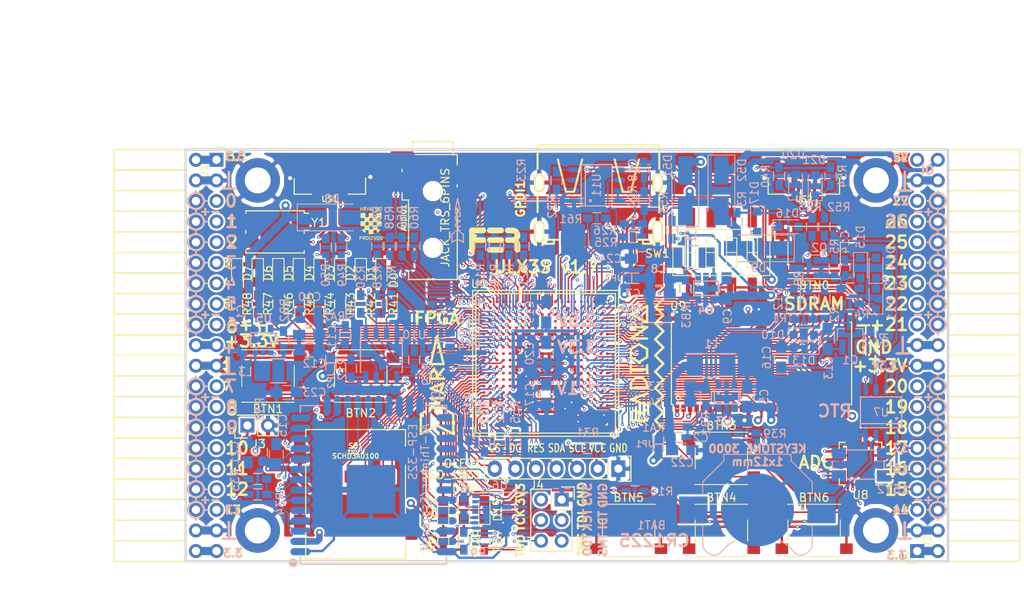
<source format=kicad_pcb>
(kicad_pcb (version 4) (host pcbnew 4.0.7+dfsg1-1)
  (layers (0 F.Cu signal) (1 In1.Cu signal) (2 In2.Cu signal) (31 B.Cu signal) (34 B.Paste user) (35 F.Paste user) (36 B.SilkS user) (37 F.SilkS user) (38 B.Mask user) (39 F.Mask user) (44 Edge.Cuts user))
  (net 0 "")
  (net 1 GND)
  (net 2 +5V)
  (net 3 /gpio/IN5V)
  (net 4 /gpio/OUT5V)
  (net 5 +3V3)
  (net 6 BTN_D)
  (net 7 BTN_F1)
  (net 8 BTN_F2)
  (net 9 BTN_L)
  (net 10 BTN_R)
  (net 11 BTN_U)
  (net 12 /power/FB1)
  (net 13 +2V5)
  (net 14 /power/PWREN)
  (net 15 /power/FB3)
  (net 16 /power/FB2)
  (net 17 "Net-(D9-Pad1)")
  (net 18 /power/VBAT)
  (net 19 JTAG_TDI)
  (net 20 JTAG_TCK)
  (net 21 JTAG_TMS)
  (net 22 JTAG_TDO)
  (net 23 /power/WAKEUPn)
  (net 24 /power/WKUP)
  (net 25 /power/SHUT)
  (net 26 /power/WAKE)
  (net 27 /power/HOLD)
  (net 28 /power/WKn)
  (net 29 /power/OSCI_32k)
  (net 30 /power/OSCO_32k)
  (net 31 "Net-(Q2-Pad3)")
  (net 32 SHUTDOWN)
  (net 33 /analog/AUDIO_L)
  (net 34 /analog/AUDIO_R)
  (net 35 GPDI_5V_SCL)
  (net 36 GPDI_5V_SDA)
  (net 37 GPDI_SDA)
  (net 38 GPDI_SCL)
  (net 39 /gpdi/VREF2)
  (net 40 SD_CMD)
  (net 41 SD_CLK)
  (net 42 SD_D0)
  (net 43 SD_D1)
  (net 44 USB5V)
  (net 45 GPDI_CEC)
  (net 46 nRESET)
  (net 47 FTDI_nDTR)
  (net 48 SDRAM_CKE)
  (net 49 SDRAM_A7)
  (net 50 SDRAM_D15)
  (net 51 SDRAM_BA1)
  (net 52 SDRAM_D7)
  (net 53 SDRAM_A6)
  (net 54 SDRAM_CLK)
  (net 55 SDRAM_D13)
  (net 56 SDRAM_BA0)
  (net 57 SDRAM_D6)
  (net 58 SDRAM_A5)
  (net 59 SDRAM_D14)
  (net 60 SDRAM_A11)
  (net 61 SDRAM_D12)
  (net 62 SDRAM_D5)
  (net 63 SDRAM_A4)
  (net 64 SDRAM_A10)
  (net 65 SDRAM_D11)
  (net 66 SDRAM_A3)
  (net 67 SDRAM_D4)
  (net 68 SDRAM_D10)
  (net 69 SDRAM_D9)
  (net 70 SDRAM_A9)
  (net 71 SDRAM_D3)
  (net 72 SDRAM_D8)
  (net 73 SDRAM_A8)
  (net 74 SDRAM_A2)
  (net 75 SDRAM_A1)
  (net 76 SDRAM_A0)
  (net 77 SDRAM_D2)
  (net 78 SDRAM_D1)
  (net 79 SDRAM_D0)
  (net 80 SDRAM_DQM0)
  (net 81 SDRAM_nCS)
  (net 82 SDRAM_nRAS)
  (net 83 SDRAM_DQM1)
  (net 84 SDRAM_nCAS)
  (net 85 SDRAM_nWE)
  (net 86 /flash/FLASH_nWP)
  (net 87 /flash/FLASH_nHOLD)
  (net 88 /flash/FLASH_MOSI)
  (net 89 /flash/FLASH_MISO)
  (net 90 /flash/FLASH_SCK)
  (net 91 /flash/FLASH_nCS)
  (net 92 /flash/FPGA_PROGRAMN)
  (net 93 /flash/FPGA_DONE)
  (net 94 /flash/FPGA_INITN)
  (net 95 OLED_RES)
  (net 96 OLED_DC)
  (net 97 OLED_CS)
  (net 98 WIFI_EN)
  (net 99 FTDI_nRTS)
  (net 100 FTDI_TXD)
  (net 101 FTDI_RXD)
  (net 102 WIFI_RXD)
  (net 103 WIFI_GPIO0)
  (net 104 WIFI_TXD)
  (net 105 GPDI_ETH-)
  (net 106 GPDI_ETH+)
  (net 107 GPDI_D2+)
  (net 108 GPDI_D2-)
  (net 109 GPDI_D1+)
  (net 110 GPDI_D1-)
  (net 111 GPDI_D0+)
  (net 112 GPDI_D0-)
  (net 113 GPDI_CLK+)
  (net 114 GPDI_CLK-)
  (net 115 USB_FTDI_D+)
  (net 116 USB_FTDI_D-)
  (net 117 J1_17-)
  (net 118 J1_17+)
  (net 119 J1_23-)
  (net 120 J1_23+)
  (net 121 J1_25-)
  (net 122 J1_25+)
  (net 123 J1_27-)
  (net 124 J1_27+)
  (net 125 J1_29-)
  (net 126 J1_29+)
  (net 127 J1_31-)
  (net 128 J1_31+)
  (net 129 J1_33-)
  (net 130 J1_33+)
  (net 131 J1_35-)
  (net 132 J1_35+)
  (net 133 J2_5-)
  (net 134 J2_5+)
  (net 135 J2_7-)
  (net 136 J2_7+)
  (net 137 J2_9-)
  (net 138 J2_9+)
  (net 139 J2_13-)
  (net 140 J2_13+)
  (net 141 J2_17-)
  (net 142 J2_17+)
  (net 143 J2_11-)
  (net 144 J2_11+)
  (net 145 J2_23-)
  (net 146 J2_23+)
  (net 147 J1_5-)
  (net 148 J1_5+)
  (net 149 J1_7-)
  (net 150 J1_7+)
  (net 151 J1_9-)
  (net 152 J1_9+)
  (net 153 J1_11-)
  (net 154 J1_11+)
  (net 155 J1_13-)
  (net 156 J1_13+)
  (net 157 J1_15-)
  (net 158 J1_15+)
  (net 159 J2_15-)
  (net 160 J2_15+)
  (net 161 J2_25-)
  (net 162 J2_25+)
  (net 163 J2_27-)
  (net 164 J2_27+)
  (net 165 J2_29-)
  (net 166 J2_29+)
  (net 167 J2_31-)
  (net 168 J2_31+)
  (net 169 J2_33-)
  (net 170 J2_33+)
  (net 171 J2_35-)
  (net 172 J2_35+)
  (net 173 SD_D3)
  (net 174 AUDIO_L3)
  (net 175 AUDIO_L2)
  (net 176 AUDIO_L1)
  (net 177 AUDIO_L0)
  (net 178 AUDIO_R3)
  (net 179 AUDIO_R2)
  (net 180 AUDIO_R1)
  (net 181 AUDIO_R0)
  (net 182 OLED_CLK)
  (net 183 OLED_MOSI)
  (net 184 LED0)
  (net 185 LED1)
  (net 186 LED2)
  (net 187 LED3)
  (net 188 LED4)
  (net 189 LED5)
  (net 190 LED6)
  (net 191 LED7)
  (net 192 BTN_PWRn)
  (net 193 FTDI_nTXLED)
  (net 194 FTDI_nSLEEP)
  (net 195 /blinkey/LED_PWREN)
  (net 196 /blinkey/LED_TXLED)
  (net 197 FT3V3)
  (net 198 /sdcard/SD3V3)
  (net 199 SD_D2)
  (net 200 CLK_25MHz)
  (net 201 /blinkey/BTNPUL)
  (net 202 /blinkey/BTNPUR)
  (net 203 USB_FPGA_D+)
  (net 204 /power/FTDI_nSUSPEND)
  (net 205 /blinkey/ALED0)
  (net 206 /blinkey/ALED1)
  (net 207 /blinkey/ALED2)
  (net 208 /blinkey/ALED3)
  (net 209 /blinkey/ALED4)
  (net 210 /blinkey/ALED5)
  (net 211 /blinkey/ALED6)
  (net 212 /blinkey/ALED7)
  (net 213 /usb/FTD-)
  (net 214 /usb/FTD+)
  (net 215 ADC_MISO)
  (net 216 ADC_MOSI)
  (net 217 ADC_CSn)
  (net 218 ADC_SCLK)
  (net 219 "Net-(R51-Pad2)")
  (net 220 SW3)
  (net 221 SW2)
  (net 222 SW1)
  (net 223 SW0)
  (net 224 USB_FPGA_D-)
  (net 225 /usb/FPD+)
  (net 226 /usb/FPD-)
  (net 227 WIFI_GPIO16)
  (net 228 WIFI_GPIO15)
  (net 229 /usb/ANT_433MHz)
  (net 230 /power/PWRBTn)
  (net 231 PROG_DONE)
  (net 232 /power/P3V3)
  (net 233 /power/P2V5)
  (net 234 /power/L1)
  (net 235 /power/L3)
  (net 236 /power/L2)
  (net 237 FTDI_TXDEN)
  (net 238 /wifi/WIFIOFF)
  (net 239 SDRAM_A12)
  (net 240 /analog/AUDIO_V)
  (net 241 AUDIO_V3)
  (net 242 AUDIO_V2)
  (net 243 AUDIO_V1)
  (net 244 AUDIO_V0)
  (net 245 /gpdi/FPGA_CEC)
  (net 246 /blinkey/LED_WIFI)
  (net 247 WIFI_GPIO2)
  (net 248 /power/P1V1)
  (net 249 +1V1)
  (module Socket_Strips:Socket_Strip_Angled_2x20 (layer F.Cu) (at 97.91 62.69 270)
    (fp_text reference J1 (at 1.27 1.524 270) (layer F.SilkS))
    (fp_text value CONN_02X20 hide)
    (pad 1 thru_hole rect (at 0 0 270) (size 1.7272 1.7272) (drill 1.016) (layers *.Cu *.Mask) (net 5 +3V3))
    (pad 2 thru_hole oval (at 0 2.54 270) (size 1.7272 1.7272) (drill 1.016) (layers *.Cu *.Mask) (net 5 +3V3))
    (pad 3 thru_hole oval (at 2.54 0 270) (size 1.7272 1.7272) (drill 1.016) (layers *.Cu *.Mask) (net 1 GND))
    (pad 4 thru_hole oval (at 2.54 2.54 270) (size 1.7272 1.7272) (drill 1.016) (layers *.Cu *.Mask) (net 1 GND))
    (pad 5 thru_hole oval (at 5.08 0 270) (size 1.7272 1.7272) (drill 1.016) (layers *.Cu *.Mask) (net 147 J1_5-))
    (pad 6 thru_hole oval (at 5.08 2.54 270) (size 1.7272 1.7272) (drill 1.016) (layers *.Cu *.Mask) (net 148 J1_5+))
    (pad 7 thru_hole oval (at 7.62 0 270) (size 1.7272 1.7272) (drill 1.016) (layers *.Cu *.Mask) (net 149 J1_7-))
    (pad 8 thru_hole oval (at 7.62 2.54 270) (size 1.7272 1.7272) (drill 1.016) (layers *.Cu *.Mask) (net 150 J1_7+))
    (pad 9 thru_hole oval (at 10.16 0 270) (size 1.7272 1.7272) (drill 1.016) (layers *.Cu *.Mask) (net 151 J1_9-))
    (pad 10 thru_hole oval (at 10.16 2.54 270) (size 1.7272 1.7272) (drill 1.016) (layers *.Cu *.Mask) (net 152 J1_9+))
    (pad 11 thru_hole oval (at 12.7 0 270) (size 1.7272 1.7272) (drill 1.016) (layers *.Cu *.Mask) (net 153 J1_11-))
    (pad 12 thru_hole oval (at 12.7 2.54 270) (size 1.7272 1.7272) (drill 1.016) (layers *.Cu *.Mask) (net 154 J1_11+))
    (pad 13 thru_hole oval (at 15.24 0 270) (size 1.7272 1.7272) (drill 1.016) (layers *.Cu *.Mask) (net 155 J1_13-))
    (pad 14 thru_hole oval (at 15.24 2.54 270) (size 1.7272 1.7272) (drill 1.016) (layers *.Cu *.Mask) (net 156 J1_13+))
    (pad 15 thru_hole oval (at 17.78 0 270) (size 1.7272 1.7272) (drill 1.016) (layers *.Cu *.Mask) (net 157 J1_15-))
    (pad 16 thru_hole oval (at 17.78 2.54 270) (size 1.7272 1.7272) (drill 1.016) (layers *.Cu *.Mask) (net 158 J1_15+))
    (pad 17 thru_hole oval (at 20.32 0 270) (size 1.7272 1.7272) (drill 1.016) (layers *.Cu *.Mask) (net 117 J1_17-))
    (pad 18 thru_hole oval (at 20.32 2.54 270) (size 1.7272 1.7272) (drill 1.016) (layers *.Cu *.Mask) (net 118 J1_17+))
    (pad 19 thru_hole oval (at 22.86 0 270) (size 1.7272 1.7272) (drill 1.016) (layers *.Cu *.Mask) (net 5 +3V3))
    (pad 20 thru_hole oval (at 22.86 2.54 270) (size 1.7272 1.7272) (drill 1.016) (layers *.Cu *.Mask) (net 5 +3V3))
    (pad 21 thru_hole oval (at 25.4 0 270) (size 1.7272 1.7272) (drill 1.016) (layers *.Cu *.Mask) (net 1 GND))
    (pad 22 thru_hole oval (at 25.4 2.54 270) (size 1.7272 1.7272) (drill 1.016) (layers *.Cu *.Mask) (net 1 GND))
    (pad 23 thru_hole oval (at 27.94 0 270) (size 1.7272 1.7272) (drill 1.016) (layers *.Cu *.Mask) (net 119 J1_23-))
    (pad 24 thru_hole oval (at 27.94 2.54 270) (size 1.7272 1.7272) (drill 1.016) (layers *.Cu *.Mask) (net 120 J1_23+))
    (pad 25 thru_hole oval (at 30.48 0 270) (size 1.7272 1.7272) (drill 1.016) (layers *.Cu *.Mask) (net 121 J1_25-))
    (pad 26 thru_hole oval (at 30.48 2.54 270) (size 1.7272 1.7272) (drill 1.016) (layers *.Cu *.Mask) (net 122 J1_25+))
    (pad 27 thru_hole oval (at 33.02 0 270) (size 1.7272 1.7272) (drill 1.016) (layers *.Cu *.Mask) (net 123 J1_27-))
    (pad 28 thru_hole oval (at 33.02 2.54 270) (size 1.7272 1.7272) (drill 1.016) (layers *.Cu *.Mask) (net 124 J1_27+))
    (pad 29 thru_hole oval (at 35.56 0 270) (size 1.7272 1.7272) (drill 1.016) (layers *.Cu *.Mask) (net 125 J1_29-))
    (pad 30 thru_hole oval (at 35.56 2.54 270) (size 1.7272 1.7272) (drill 1.016) (layers *.Cu *.Mask) (net 126 J1_29+))
    (pad 31 thru_hole oval (at 38.1 0 270) (size 1.7272 1.7272) (drill 1.016) (layers *.Cu *.Mask) (net 127 J1_31-))
    (pad 32 thru_hole oval (at 38.1 2.54 270) (size 1.7272 1.7272) (drill 1.016) (layers *.Cu *.Mask) (net 128 J1_31+))
    (pad 33 thru_hole oval (at 40.64 0 270) (size 1.7272 1.7272) (drill 1.016) (layers *.Cu *.Mask) (net 129 J1_33-))
    (pad 34 thru_hole oval (at 40.64 2.54 270) (size 1.7272 1.7272) (drill 1.016) (layers *.Cu *.Mask) (net 130 J1_33+))
    (pad 35 thru_hole oval (at 43.18 0 270) (size 1.7272 1.7272) (drill 1.016) (layers *.Cu *.Mask) (net 131 J1_35-))
    (pad 36 thru_hole oval (at 43.18 2.54 270) (size 1.7272 1.7272) (drill 1.016) (layers *.Cu *.Mask) (net 132 J1_35+))
    (pad 37 thru_hole oval (at 45.72 0 270) (size 1.7272 1.7272) (drill 1.016) (layers *.Cu *.Mask) (net 1 GND))
    (pad 38 thru_hole oval (at 45.72 2.54 270) (size 1.7272 1.7272) (drill 1.016) (layers *.Cu *.Mask) (net 1 GND))
    (pad 39 thru_hole oval (at 48.26 0 270) (size 1.7272 1.7272) (drill 1.016) (layers *.Cu *.Mask) (net 5 +3V3))
    (pad 40 thru_hole oval (at 48.26 2.54 270) (size 1.7272 1.7272) (drill 1.016) (layers *.Cu *.Mask) (net 5 +3V3))
  )
  (module SMD_Packages:1Pin (layer F.Cu) (at 182.67515 111.637626)
    (fp_text reference AE1 hide)
    (fp_text value 433MHz hide)
    (pad 1 smd rect (at 0 0) (size 0.5 0.5) (layers B.Cu F.Paste F.Mask) (net 229 /usb/ANT_433MHz))
  )
  (module Resistors_SMD:R_0603_HandSoldering (layer B.Cu) (at 103.498 98.758 90)
    (fp_text reference R38 (at 5.334 -0.254 90) (layer B.SilkS) (effects (justify mirror)))
    (fp_text value 0.47)
    (pad 1 smd rect (at -1.1 0 90) (size 1.2 0.9) (layers B.Cu B.Paste B.Mask) (net 198 /sdcard/SD3V3))
    (pad 2 smd rect (at 1.1 0 90) (size 1.2 0.9) (layers B.Cu B.Paste B.Mask) (net 5 +3V3))
  )
  (module jumper:SOLDER-JUMPER_1-WAY (layer B.Cu) (at 152.393 97.742 270)
    (fp_text reference JP1 (at 0 1.778 360) (layer B.SilkS) (effects (font (size 0.762 0.762) (thickness 0.1524)) (justify mirror)))
    (fp_text value 1.2 hide)
    (pad 1 smd rect (at -0.6 0 270) (size 1 1) (layers B.Cu B.Paste B.Mask) (net 248 /power/P1V1))
    (pad 2 smd rect (at 0.6 0 270) (size 1 1) (layers B.Cu B.Paste B.Mask) (net 249 +1V1))
  )
  (module ESP32-footprints-Lib:ESP-32S (layer B.Cu) (at 117.313 101.513)
    (fp_text reference U2 (at 7.902 -9.613 180) (layer B.SilkS) (effects (justify mirror)))
    (fp_text value ESP-32S)
    (fp_text user AI-Thinker/Espressif (at 6.3 1.6 270) (layer B.SilkS) (effects (justify mirror)))
    (fp_text user ESP-32S (at 4.8 -2.8 270) (layer B.SilkS) (effects (justify mirror)))
    (pad 38 smd oval (at 8.947434 9.517338 180) (size 2.5 0.9) (layers B.Cu B.Paste B.Mask) (net 1 GND))
    (pad 37 smd oval (at 8.947434 8.247338 180) (size 2.5 0.9) (layers B.Cu B.Paste B.Mask) (net 19 JTAG_TDI))
    (pad 36 smd oval (at 8.947434 6.977338 180) (size 2.5 0.9) (layers B.Cu B.Paste B.Mask) (net 231 PROG_DONE))
    (pad 35 smd oval (at 8.947434 5.707338 180) (size 2.5 0.9) (layers B.Cu B.Paste B.Mask) (net 104 WIFI_TXD))
    (pad 34 smd oval (at 8.947434 4.437338 180) (size 2.5 0.9) (layers B.Cu B.Paste B.Mask) (net 102 WIFI_RXD))
    (pad 33 smd oval (at 8.947434 3.167338 180) (size 2.5 0.9) (layers B.Cu B.Paste B.Mask) (net 21 JTAG_TMS))
    (pad 32 smd oval (at 8.947434 1.897338 180) (size 2.5 0.9) (layers B.Cu B.Paste B.Mask))
    (pad 31 smd oval (at 8.947434 0.627338 180) (size 2.5 0.9) (layers B.Cu B.Paste B.Mask) (net 22 JTAG_TDO))
    (pad 30 smd oval (at 8.947434 -0.642662 180) (size 2.5 0.9) (layers B.Cu B.Paste B.Mask) (net 20 JTAG_TCK))
    (pad 29 smd oval (at 8.947434 -1.912662 180) (size 2.5 0.9) (layers B.Cu B.Paste B.Mask))
    (pad 28 smd oval (at 8.947434 -3.182662 180) (size 2.5 0.9) (layers B.Cu B.Paste B.Mask))
    (pad 27 smd oval (at 8.947434 -4.452662 180) (size 2.5 0.9) (layers B.Cu B.Paste B.Mask) (net 227 WIFI_GPIO16))
    (pad 26 smd oval (at 8.947434 -5.722662 180) (size 2.5 0.9) (layers B.Cu B.Paste B.Mask))
    (pad 25 smd oval (at 8.947434 -6.992662 180) (size 2.5 0.9) (layers B.Cu B.Paste B.Mask) (net 103 WIFI_GPIO0))
    (pad 24 smd oval (at 5.662434 -8.482662 180) (size 0.9 2.5) (layers B.Cu B.Paste B.Mask) (net 247 WIFI_GPIO2))
    (pad 23 smd oval (at 4.392434 -8.482662 180) (size 0.9 2.5) (layers B.Cu B.Paste B.Mask) (net 228 WIFI_GPIO15))
    (pad 22 smd oval (at 3.122434 -8.482662 180) (size 0.9 2.5) (layers B.Cu B.Paste B.Mask) (net 43 SD_D1))
    (pad 21 smd oval (at 1.852434 -8.482662 180) (size 0.9 2.5) (layers B.Cu B.Paste B.Mask) (net 42 SD_D0))
    (pad 20 smd oval (at 0.582434 -8.482662 180) (size 0.9 2.5) (layers B.Cu B.Paste B.Mask) (net 41 SD_CLK))
    (pad 19 smd oval (at -0.687566 -8.482662 180) (size 0.9 2.5) (layers B.Cu B.Paste B.Mask) (net 40 SD_CMD))
    (pad 18 smd oval (at -1.957566 -8.482662 180) (size 0.9 2.5) (layers B.Cu B.Paste B.Mask) (net 173 SD_D3))
    (pad 17 smd oval (at -3.227566 -8.482662 180) (size 0.9 2.5) (layers B.Cu B.Paste B.Mask) (net 199 SD_D2))
    (pad 16 smd oval (at -4.497566 -8.482662 180) (size 0.9 2.5) (layers B.Cu B.Paste B.Mask) (net 123 J1_27-))
    (pad 15 smd oval (at -5.767566 -8.482662 180) (size 0.9 2.5) (layers B.Cu B.Paste B.Mask) (net 1 GND))
    (pad 14 smd oval (at -9.052566 -6.992662 180) (size 2.5 0.9) (layers B.Cu B.Paste B.Mask) (net 124 J1_27+))
    (pad 13 smd oval (at -9.052566 -5.722662 180) (size 2.5 0.9) (layers B.Cu B.Paste B.Mask) (net 125 J1_29-))
    (pad 12 smd oval (at -9.052566 -4.452662 180) (size 2.5 0.9) (layers B.Cu B.Paste B.Mask) (net 126 J1_29+))
    (pad 11 smd oval (at -9.052566 -3.182662 180) (size 2.5 0.9) (layers B.Cu B.Paste B.Mask) (net 127 J1_31-))
    (pad 10 smd oval (at -9.052566 -1.912662 180) (size 2.5 0.9) (layers B.Cu B.Paste B.Mask) (net 128 J1_31+))
    (pad 9 smd oval (at -9.052566 -0.642662 180) (size 2.5 0.9) (layers B.Cu B.Paste B.Mask) (net 129 J1_33-))
    (pad 8 smd oval (at -9.052566 0.627338 180) (size 2.5 0.9) (layers B.Cu B.Paste B.Mask) (net 130 J1_33+))
    (pad 7 smd oval (at -9.052566 1.897338 180) (size 2.5 0.9) (layers B.Cu B.Paste B.Mask) (net 131 J1_35-))
    (pad 6 smd oval (at -9.052566 3.167338 180) (size 2.5 0.9) (layers B.Cu B.Paste B.Mask) (net 132 J1_35+))
    (pad 5 smd oval (at -9.052566 4.437338 180) (size 2.5 0.9) (layers B.Cu B.Paste B.Mask))
    (pad 4 smd oval (at -9.052566 5.707338 180) (size 2.5 0.9) (layers B.Cu B.Paste B.Mask))
    (pad 3 smd oval (at -9.052566 6.977338 180) (size 2.5 0.9) (layers B.Cu B.Paste B.Mask) (net 98 WIFI_EN))
    (pad 2 smd oval (at -9.052566 8.247338 180) (size 2.5 0.9) (layers B.Cu B.Paste B.Mask) (net 5 +3V3))
    (pad 1 smd oval (at -9.052566 9.517338 180) (size 2.5 0.9) (layers B.Cu B.Paste B.Mask) (net 1 GND))
    (pad 39 smd rect (at -0.352566 1.817338 180) (size 6 6) (layers B.Cu B.Paste B.Mask) (net 1 GND))
  )
  (module Diodes_SMD:D_SMA_Handsoldering (layer B.Cu) (at 155.695 66.5 90)
    (fp_text reference D51 (at 3.048 -2.159 90) (layer B.SilkS) (effects (justify mirror)))
    (fp_text value STPS2L30AF hide)
    (pad 1 smd rect (at -2.5 0 90) (size 3.5 1.8) (layers B.Cu B.Paste B.Mask) (net 2 +5V))
    (pad 2 smd rect (at 2.5 0 90) (size 3.5 1.8) (layers B.Cu B.Paste B.Mask) (net 3 /gpio/IN5V))
  )
  (module Resistors_SMD:R_0603_HandSoldering (layer B.Cu) (at 154.044 71.326 90)
    (fp_text reference R51 (at 3.302 -1.016 90) (layer B.SilkS) (effects (justify mirror)))
    (fp_text value 150)
    (pad 1 smd rect (at -1.1 0 90) (size 1.2 0.9) (layers B.Cu B.Paste B.Mask) (net 5 +3V3))
    (pad 2 smd rect (at 1.1 0 90) (size 1.2 0.9) (layers B.Cu B.Paste B.Mask) (net 219 "Net-(R51-Pad2)"))
  )
  (module Resistors_SMD:R_1210_HandSoldering (layer B.Cu) (at 158.87 88.09 180)
    (fp_text reference L1 (at 0 2.7 180) (layer B.SilkS) (effects (justify mirror)))
    (fp_text value 2.2uH)
    (pad 1 smd rect (at -2 0 180) (size 2 2.5) (layers B.Cu B.Paste B.Mask) (net 234 /power/L1))
    (pad 2 smd rect (at 2 0 180) (size 2 2.5) (layers B.Cu B.Paste B.Mask) (net 248 /power/P1V1))
  )
  (module TSOT-25:TSOT-25 (layer B.Cu) (at 160.775 91.9)
    (fp_text reference U3 (at -0.381 3.048) (layer B.SilkS) (effects (font (thickness 0.2)) (justify mirror)))
    (fp_text value AP3429A)
    (pad 1 smd rect (at -0.95 -1.3) (size 0.7 1.2) (layers B.Cu B.Paste B.Mask) (net 14 /power/PWREN))
    (pad 2 smd rect (at 0 -1.3) (size 0.7 1.2) (layers B.Cu B.Paste B.Mask) (net 1 GND))
    (pad 3 smd rect (at 0.95 -1.3) (size 0.7 1.2) (layers B.Cu B.Paste B.Mask) (net 234 /power/L1))
    (pad 4 smd rect (at 0.95 1.3) (size 0.7 1.2) (layers B.Cu B.Paste B.Mask) (net 2 +5V))
    (pad 5 smd rect (at -0.95 1.3) (size 0.7 1.2) (layers B.Cu B.Paste B.Mask) (net 12 /power/FB1))
  )
  (module Resistors_SMD:R_1210_HandSoldering (layer B.Cu) (at 156.33 74.755 180)
    (fp_text reference L2 (at 0 2.7 180) (layer B.SilkS) (effects (justify mirror)))
    (fp_text value 2.2uH)
    (pad 1 smd rect (at -2 0 180) (size 2 2.5) (layers B.Cu B.Paste B.Mask) (net 235 /power/L3))
    (pad 2 smd rect (at 2 0 180) (size 2 2.5) (layers B.Cu B.Paste B.Mask) (net 232 /power/P3V3))
  )
  (module TSOT-25:TSOT-25 (layer B.Cu) (at 158.235 78.535)
    (fp_text reference U4 (at 0 2.697) (layer B.SilkS) (effects (font (thickness 0.2)) (justify mirror)))
    (fp_text value AP3429A)
    (pad 1 smd rect (at -0.95 -1.3) (size 0.7 1.2) (layers B.Cu B.Paste B.Mask) (net 14 /power/PWREN))
    (pad 2 smd rect (at 0 -1.3) (size 0.7 1.2) (layers B.Cu B.Paste B.Mask) (net 1 GND))
    (pad 3 smd rect (at 0.95 -1.3) (size 0.7 1.2) (layers B.Cu B.Paste B.Mask) (net 235 /power/L3))
    (pad 4 smd rect (at 0.95 1.3) (size 0.7 1.2) (layers B.Cu B.Paste B.Mask) (net 2 +5V))
    (pad 5 smd rect (at -0.95 1.3) (size 0.7 1.2) (layers B.Cu B.Paste B.Mask) (net 15 /power/FB3))
  )
  (module Resistors_SMD:R_1210_HandSoldering (layer B.Cu) (at 105.53 88.725)
    (fp_text reference L3 (at -4.064 0.127) (layer B.SilkS) (effects (justify mirror)))
    (fp_text value 2.2uH)
    (pad 1 smd rect (at -2 0) (size 2 2.5) (layers B.Cu B.Paste B.Mask) (net 236 /power/L2))
    (pad 2 smd rect (at 2 0) (size 2 2.5) (layers B.Cu B.Paste B.Mask) (net 233 /power/P2V5))
  )
  (module TSOT-25:TSOT-25 (layer B.Cu) (at 103.625 84.915 180)
    (fp_text reference U5 (at -0.127 2.667 180) (layer B.SilkS) (effects (font (thickness 0.2)) (justify mirror)))
    (fp_text value AP3429A)
    (pad 1 smd rect (at -0.95 -1.3 180) (size 0.7 1.2) (layers B.Cu B.Paste B.Mask) (net 14 /power/PWREN))
    (pad 2 smd rect (at 0 -1.3 180) (size 0.7 1.2) (layers B.Cu B.Paste B.Mask) (net 1 GND))
    (pad 3 smd rect (at 0.95 -1.3 180) (size 0.7 1.2) (layers B.Cu B.Paste B.Mask) (net 236 /power/L2))
    (pad 4 smd rect (at 0.95 1.3 180) (size 0.7 1.2) (layers B.Cu B.Paste B.Mask) (net 2 +5V))
    (pad 5 smd rect (at -0.95 1.3 180) (size 0.7 1.2) (layers B.Cu B.Paste B.Mask) (net 16 /power/FB2))
  )
  (module Capacitors_SMD:C_0805_HandSoldering (layer B.Cu) (at 101.085 84.915 270)
    (fp_text reference C1 (at -3.429 0.127 270) (layer B.SilkS) (effects (justify mirror)))
    (fp_text value 22uF)
    (pad 1 smd rect (at -1.25 0 270) (size 1.5 1.25) (layers B.Cu B.Paste B.Mask) (net 2 +5V))
    (pad 2 smd rect (at 1.25 0 270) (size 1.5 1.25) (layers B.Cu B.Paste B.Mask) (net 1 GND))
  )
  (module Capacitors_SMD:C_0805_HandSoldering (layer B.Cu) (at 155.06 90.63)
    (fp_text reference C3 (at -3.048 0) (layer B.SilkS) (effects (justify mirror)))
    (fp_text value 22uF)
    (pad 1 smd rect (at -1.25 0) (size 1.5 1.25) (layers B.Cu B.Paste B.Mask) (net 248 /power/P1V1))
    (pad 2 smd rect (at 1.25 0) (size 1.5 1.25) (layers B.Cu B.Paste B.Mask) (net 1 GND))
  )
  (module Capacitors_SMD:C_0805_HandSoldering (layer B.Cu) (at 155.06 92.535)
    (fp_text reference C4 (at -3.048 0.127) (layer B.SilkS) (effects (justify mirror)))
    (fp_text value 22uF)
    (pad 1 smd rect (at -1.25 0) (size 1.5 1.25) (layers B.Cu B.Paste B.Mask) (net 248 /power/P1V1))
    (pad 2 smd rect (at 1.25 0) (size 1.5 1.25) (layers B.Cu B.Paste B.Mask) (net 1 GND))
  )
  (module Capacitors_SMD:C_0805_HandSoldering (layer B.Cu) (at 163.315 91.9 90)
    (fp_text reference C5 (at 0 2.1 90) (layer B.SilkS) (effects (justify mirror)))
    (fp_text value 22uF)
    (pad 1 smd rect (at -1.25 0 90) (size 1.5 1.25) (layers B.Cu B.Paste B.Mask) (net 2 +5V))
    (pad 2 smd rect (at 1.25 0 90) (size 1.5 1.25) (layers B.Cu B.Paste B.Mask) (net 1 GND))
  )
  (module Capacitors_SMD:C_0805_HandSoldering (layer B.Cu) (at 152.52 79.2)
    (fp_text reference C7 (at -3.302 0) (layer B.SilkS) (effects (justify mirror)))
    (fp_text value 22uF)
    (pad 1 smd rect (at -1.25 0) (size 1.5 1.25) (layers B.Cu B.Paste B.Mask) (net 232 /power/P3V3))
    (pad 2 smd rect (at 1.25 0) (size 1.5 1.25) (layers B.Cu B.Paste B.Mask) (net 1 GND))
  )
  (module Capacitors_SMD:C_0805_HandSoldering (layer B.Cu) (at 152.52 77.295)
    (fp_text reference C8 (at -0.127 -1.143) (layer B.SilkS) (effects (justify mirror)))
    (fp_text value 22uF)
    (pad 1 smd rect (at -1.25 0) (size 1.5 1.25) (layers B.Cu B.Paste B.Mask) (net 232 /power/P3V3))
    (pad 2 smd rect (at 1.25 0) (size 1.5 1.25) (layers B.Cu B.Paste B.Mask) (net 1 GND))
  )
  (module Capacitors_SMD:C_0805_HandSoldering (layer B.Cu) (at 160.775 78.565 90)
    (fp_text reference C9 (at -3.429 0.127 90) (layer B.SilkS) (effects (justify mirror)))
    (fp_text value 22uF)
    (pad 1 smd rect (at -1.25 0 90) (size 1.5 1.25) (layers B.Cu B.Paste B.Mask) (net 2 +5V))
    (pad 2 smd rect (at 1.25 0 90) (size 1.5 1.25) (layers B.Cu B.Paste B.Mask) (net 1 GND))
  )
  (module Capacitors_SMD:C_0805_HandSoldering (layer B.Cu) (at 109.34 84.28 180)
    (fp_text reference C11 (at -2.794 -0.254 270) (layer B.SilkS) (effects (justify mirror)))
    (fp_text value 22uF)
    (pad 1 smd rect (at -1.25 0 180) (size 1.5 1.25) (layers B.Cu B.Paste B.Mask) (net 233 /power/P2V5))
    (pad 2 smd rect (at 1.25 0 180) (size 1.5 1.25) (layers B.Cu B.Paste B.Mask) (net 1 GND))
  )
  (module Capacitors_SMD:C_0805_HandSoldering (layer B.Cu) (at 109.34 86.185 180)
    (fp_text reference C12 (at -0.635 -1.615 360) (layer B.SilkS) (effects (justify mirror)))
    (fp_text value 22uF)
    (pad 1 smd rect (at -1.25 0 180) (size 1.5 1.25) (layers B.Cu B.Paste B.Mask) (net 233 /power/P2V5))
    (pad 2 smd rect (at 1.25 0 180) (size 1.5 1.25) (layers B.Cu B.Paste B.Mask) (net 1 GND))
  )
  (module Capacitors_SMD:C_0805_HandSoldering (layer B.Cu) (at 173.221 84.788 90)
    (fp_text reference C13 (at -3.556 0.127 90) (layer B.SilkS) (effects (justify mirror)))
    (fp_text value 2.2uF)
    (pad 1 smd rect (at -1.25 0 90) (size 1.5 1.25) (layers B.Cu B.Paste B.Mask) (net 2 +5V))
    (pad 2 smd rect (at 1.25 0 90) (size 1.5 1.25) (layers B.Cu B.Paste B.Mask) (net 24 /power/WKUP))
  )
  (module TSOP54:TSOP54 (layer F.Cu) (at 165.08 87.8 90)
    (fp_text reference U9 (at 7.076 -10.274 180) (layer F.SilkS))
    (fp_text value MT48LC4M16A2TG)
    (pad 28 smd rect (at 5.53 10.4 90) (size 0.9 0.56) (layers F.Cu F.Paste F.Mask) (net 1 GND))
    (pad 1 smd rect (at -5.53 -10.4 90) (size 0.9 0.56) (layers F.Cu F.Paste F.Mask) (net 5 +3V3))
    (pad 2 smd rect (at -5.53 -9.6 90) (size 0.9 0.56) (layers F.Cu F.Paste F.Mask) (net 79 SDRAM_D0))
    (pad 3 smd rect (at -5.53 -8.8 90) (size 0.9 0.56) (layers F.Cu F.Paste F.Mask) (net 5 +3V3))
    (pad 4 smd rect (at -5.53 -8 90) (size 0.9 0.56) (layers F.Cu F.Paste F.Mask) (net 78 SDRAM_D1))
    (pad 5 smd rect (at -5.53 -7.2 90) (size 0.9 0.56) (layers F.Cu F.Paste F.Mask) (net 77 SDRAM_D2))
    (pad 6 smd rect (at -5.53 -6.4 90) (size 0.9 0.56) (layers F.Cu F.Paste F.Mask) (net 1 GND))
    (pad 7 smd rect (at -5.53 -5.6 90) (size 0.9 0.56) (layers F.Cu F.Paste F.Mask) (net 71 SDRAM_D3))
    (pad 8 smd rect (at -5.53 -4.8 90) (size 0.9 0.56) (layers F.Cu F.Paste F.Mask) (net 67 SDRAM_D4))
    (pad 9 smd rect (at -5.53 -4 90) (size 0.9 0.56) (layers F.Cu F.Paste F.Mask) (net 5 +3V3))
    (pad 10 smd rect (at -5.53 -3.2 90) (size 0.9 0.56) (layers F.Cu F.Paste F.Mask) (net 62 SDRAM_D5))
    (pad 11 smd rect (at -5.53 -2.4 90) (size 0.9 0.56) (layers F.Cu F.Paste F.Mask) (net 57 SDRAM_D6))
    (pad 12 smd rect (at -5.53 -1.6 90) (size 0.9 0.56) (layers F.Cu F.Paste F.Mask) (net 1 GND))
    (pad 13 smd rect (at -5.53 -0.8 90) (size 0.9 0.56) (layers F.Cu F.Paste F.Mask) (net 52 SDRAM_D7))
    (pad 14 smd rect (at -5.53 0 90) (size 0.9 0.56) (layers F.Cu F.Paste F.Mask) (net 5 +3V3))
    (pad 15 smd rect (at -5.53 0.8 90) (size 0.9 0.56) (layers F.Cu F.Paste F.Mask) (net 80 SDRAM_DQM0))
    (pad 16 smd rect (at -5.53 1.6 90) (size 0.9 0.56) (layers F.Cu F.Paste F.Mask) (net 85 SDRAM_nWE))
    (pad 17 smd rect (at -5.53 2.4 90) (size 0.9 0.56) (layers F.Cu F.Paste F.Mask) (net 84 SDRAM_nCAS))
    (pad 18 smd rect (at -5.53 3.2 90) (size 0.9 0.56) (layers F.Cu F.Paste F.Mask) (net 82 SDRAM_nRAS))
    (pad 19 smd rect (at -5.53 4 90) (size 0.9 0.56) (layers F.Cu F.Paste F.Mask) (net 81 SDRAM_nCS))
    (pad 20 smd rect (at -5.53 4.8 90) (size 0.9 0.56) (layers F.Cu F.Paste F.Mask) (net 56 SDRAM_BA0))
    (pad 21 smd rect (at -5.53 5.6 90) (size 0.9 0.56) (layers F.Cu F.Paste F.Mask) (net 51 SDRAM_BA1))
    (pad 22 smd rect (at -5.53 6.4 90) (size 0.9 0.56) (layers F.Cu F.Paste F.Mask) (net 64 SDRAM_A10))
    (pad 23 smd rect (at -5.53 7.2 90) (size 0.9 0.56) (layers F.Cu F.Paste F.Mask) (net 76 SDRAM_A0))
    (pad 24 smd rect (at -5.53 8 90) (size 0.9 0.56) (layers F.Cu F.Paste F.Mask) (net 75 SDRAM_A1))
    (pad 25 smd rect (at -5.53 8.8 90) (size 0.9 0.56) (layers F.Cu F.Paste F.Mask) (net 74 SDRAM_A2))
    (pad 26 smd rect (at -5.53 9.6 90) (size 0.9 0.56) (layers F.Cu F.Paste F.Mask) (net 66 SDRAM_A3))
    (pad 27 smd rect (at -5.53 10.4 90) (size 0.9 0.56) (layers F.Cu F.Paste F.Mask) (net 5 +3V3))
    (pad 29 smd rect (at 5.53 9.6 90) (size 0.9 0.56) (layers F.Cu F.Paste F.Mask) (net 63 SDRAM_A4))
    (pad 30 smd rect (at 5.53 8.8 90) (size 0.9 0.56) (layers F.Cu F.Paste F.Mask) (net 58 SDRAM_A5))
    (pad 31 smd rect (at 5.53 8 90) (size 0.9 0.56) (layers F.Cu F.Paste F.Mask) (net 53 SDRAM_A6))
    (pad 32 smd rect (at 5.53 7.2 90) (size 0.9 0.56) (layers F.Cu F.Paste F.Mask) (net 49 SDRAM_A7))
    (pad 33 smd rect (at 5.53 6.4 90) (size 0.9 0.56) (layers F.Cu F.Paste F.Mask) (net 73 SDRAM_A8))
    (pad 34 smd rect (at 5.53 5.6 90) (size 0.9 0.56) (layers F.Cu F.Paste F.Mask) (net 70 SDRAM_A9))
    (pad 35 smd rect (at 5.53 4.8 90) (size 0.9 0.56) (layers F.Cu F.Paste F.Mask) (net 60 SDRAM_A11))
    (pad 36 smd rect (at 5.53 4 90) (size 0.9 0.56) (layers F.Cu F.Paste F.Mask) (net 239 SDRAM_A12))
    (pad 37 smd rect (at 5.53 3.2 90) (size 0.9 0.56) (layers F.Cu F.Paste F.Mask) (net 48 SDRAM_CKE))
    (pad 38 smd rect (at 5.53 2.4 90) (size 0.9 0.56) (layers F.Cu F.Paste F.Mask) (net 54 SDRAM_CLK))
    (pad 39 smd rect (at 5.53 1.6 90) (size 0.9 0.56) (layers F.Cu F.Paste F.Mask) (net 83 SDRAM_DQM1))
    (pad 40 smd rect (at 5.53 0.8 90) (size 0.9 0.56) (layers F.Cu F.Paste F.Mask))
    (pad 41 smd rect (at 5.53 0 90) (size 0.9 0.56) (layers F.Cu F.Paste F.Mask) (net 1 GND))
    (pad 42 smd rect (at 5.53 -0.8 90) (size 0.9 0.56) (layers F.Cu F.Paste F.Mask) (net 72 SDRAM_D8))
    (pad 43 smd rect (at 5.53 -1.6 90) (size 0.9 0.56) (layers F.Cu F.Paste F.Mask) (net 5 +3V3))
    (pad 44 smd rect (at 5.53 -2.4 90) (size 0.9 0.56) (layers F.Cu F.Paste F.Mask) (net 69 SDRAM_D9))
    (pad 45 smd rect (at 5.53 -3.2 90) (size 0.9 0.56) (layers F.Cu F.Paste F.Mask) (net 68 SDRAM_D10))
    (pad 46 smd rect (at 5.53 -4 90) (size 0.9 0.56) (layers F.Cu F.Paste F.Mask) (net 1 GND))
    (pad 47 smd rect (at 5.53 -4.8 90) (size 0.9 0.56) (layers F.Cu F.Paste F.Mask) (net 65 SDRAM_D11))
    (pad 48 smd rect (at 5.53 -5.6 90) (size 0.9 0.56) (layers F.Cu F.Paste F.Mask) (net 61 SDRAM_D12))
    (pad 49 smd rect (at 5.53 -6.4 90) (size 0.9 0.56) (layers F.Cu F.Paste F.Mask) (net 5 +3V3))
    (pad 50 smd rect (at 5.53 -7.2 90) (size 0.9 0.56) (layers F.Cu F.Paste F.Mask) (net 55 SDRAM_D13))
    (pad 51 smd rect (at 5.53 -8 90) (size 0.9 0.56) (layers F.Cu F.Paste F.Mask) (net 59 SDRAM_D14))
    (pad 52 smd rect (at 5.53 -8.8 90) (size 0.9 0.56) (layers F.Cu F.Paste F.Mask) (net 1 GND))
    (pad 53 smd rect (at 5.53 -9.6 90) (size 0.9 0.56) (layers F.Cu F.Paste F.Mask) (net 50 SDRAM_D15))
    (pad 54 smd rect (at 5.53 -10.4 90) (size 0.9 0.56) (layers F.Cu F.Paste F.Mask) (net 1 GND))
  )
  (module TO_SOT_Packages_SMD:SOT-23_Handsoldering (layer B.Cu) (at 176.015 84.28 90)
    (fp_text reference Q1 (at -3.1115 0 180) (layer B.SilkS) (effects (justify mirror)))
    (fp_text value BC857)
    (pad 1 smd rect (at -1.5 0.95 90) (size 1.9 0.8) (layers B.Cu B.Paste B.Mask) (net 28 /power/WKn))
    (pad 2 smd rect (at -1.5 -0.95 90) (size 1.9 0.8) (layers B.Cu B.Paste B.Mask) (net 2 +5V))
    (pad 3 smd rect (at 1.5 0 90) (size 1.9 0.8) (layers B.Cu B.Paste B.Mask) (net 24 /power/WKUP))
  )
  (module TO_SOT_Packages_SMD:SOT-23_Handsoldering (layer B.Cu) (at 170.935 76.025 180)
    (fp_text reference Q2 (at -1.295 2.5 180) (layer B.SilkS) (effects (justify mirror)))
    (fp_text value 2N7002)
    (pad 1 smd rect (at -1.5 0.95 180) (size 1.9 0.8) (layers B.Cu B.Paste B.Mask) (net 25 /power/SHUT))
    (pad 2 smd rect (at -1.5 -0.95 180) (size 1.9 0.8) (layers B.Cu B.Paste B.Mask) (net 1 GND))
    (pad 3 smd rect (at 1.5 0 180) (size 1.9 0.8) (layers B.Cu B.Paste B.Mask) (net 31 "Net-(Q2-Pad3)"))
  )
  (module Capacitors_SMD:C_0603_HandSoldering (layer B.Cu) (at 154.86 96.91)
    (fp_text reference C2 (at 2.74 0.07) (layer B.SilkS) (effects (justify mirror)))
    (fp_text value 470pF)
    (pad 1 smd rect (at -0.95 0) (size 1.2 0.75) (layers B.Cu B.Paste B.Mask) (net 248 /power/P1V1))
    (pad 2 smd rect (at 0.95 0) (size 1.2 0.75) (layers B.Cu B.Paste B.Mask) (net 12 /power/FB1))
  )
  (module Capacitors_SMD:C_0603_HandSoldering (layer B.Cu) (at 152.52 82.375)
    (fp_text reference C6 (at -2.794 0.127) (layer B.SilkS) (effects (justify mirror)))
    (fp_text value 470pF)
    (pad 1 smd rect (at -0.95 0) (size 1.2 0.75) (layers B.Cu B.Paste B.Mask) (net 232 /power/P3V3))
    (pad 2 smd rect (at 0.95 0) (size 1.2 0.75) (layers B.Cu B.Paste B.Mask) (net 15 /power/FB3))
  )
  (module Capacitors_SMD:C_0603_HandSoldering (layer B.Cu) (at 109.34 81.105 180)
    (fp_text reference C10 (at -0.04 1.505 180) (layer B.SilkS) (effects (justify mirror)))
    (fp_text value 470pF)
    (pad 1 smd rect (at -0.95 0 180) (size 1.2 0.75) (layers B.Cu B.Paste B.Mask) (net 233 /power/P2V5))
    (pad 2 smd rect (at 0.95 0 180) (size 1.2 0.75) (layers B.Cu B.Paste B.Mask) (net 16 /power/FB2))
  )
  (module Capacitors_SMD:C_0603_HandSoldering (layer B.Cu) (at 175.38 76.025 270)
    (fp_text reference C14 (at -3.175 0 270) (layer B.SilkS) (effects (justify mirror)))
    (fp_text value 100nF)
    (pad 1 smd rect (at -0.95 0 270) (size 1.2 0.75) (layers B.Cu B.Paste B.Mask) (net 25 /power/SHUT))
    (pad 2 smd rect (at 0.95 0 270) (size 1.2 0.75) (layers B.Cu B.Paste B.Mask) (net 1 GND))
  )
  (module Resistors_SMD:R_0603_HandSoldering (layer B.Cu) (at 170.3 82.375)
    (fp_text reference R1 (at -3.048 -0.127) (layer B.SilkS) (effects (justify mirror)))
    (fp_text value 15k)
    (pad 1 smd rect (at -1.1 0) (size 1.2 0.9) (layers B.Cu B.Paste B.Mask) (net 26 /power/WAKE))
    (pad 2 smd rect (at 1.1 0) (size 1.2 0.9) (layers B.Cu B.Paste B.Mask) (net 14 /power/PWREN))
  )
  (module Resistors_SMD:R_0603_HandSoldering (layer B.Cu) (at 172.84 79.835 90)
    (fp_text reference R2 (at -1.905 1.27 90) (layer B.SilkS) (effects (justify mirror)))
    (fp_text value 47k)
    (pad 1 smd rect (at -1.1 0 90) (size 1.2 0.9) (layers B.Cu B.Paste B.Mask) (net 14 /power/PWREN))
    (pad 2 smd rect (at 1.1 0 90) (size 1.2 0.9) (layers B.Cu B.Paste B.Mask) (net 1 GND))
  )
  (module Resistors_SMD:R_0603_HandSoldering (layer B.Cu) (at 176.015 80.47 180)
    (fp_text reference R4 (at -1.397 -1.27 360) (layer B.SilkS) (effects (justify mirror)))
    (fp_text value 15k)
    (pad 1 smd rect (at -1.1 0 180) (size 1.2 0.9) (layers B.Cu B.Paste B.Mask) (net 27 /power/HOLD))
    (pad 2 smd rect (at 1.1 0 180) (size 1.2 0.9) (layers B.Cu B.Paste B.Mask) (net 14 /power/PWREN))
  )
  (module Resistors_SMD:R_0603_HandSoldering (layer B.Cu) (at 174.11 76.025 270)
    (fp_text reference R5 (at -2.667 0 270) (layer B.SilkS) (effects (justify mirror)))
    (fp_text value 4.7M)
    (pad 1 smd rect (at -1.1 0 270) (size 1.2 0.9) (layers B.Cu B.Paste B.Mask) (net 25 /power/SHUT))
    (pad 2 smd rect (at 1.1 0 270) (size 1.2 0.9) (layers B.Cu B.Paste B.Mask) (net 1 GND))
  )
  (module Resistors_SMD:R_0603_HandSoldering (layer B.Cu) (at 178.555 84.915 270)
    (fp_text reference R6 (at 0 -1.651 270) (layer B.SilkS) (effects (justify mirror)))
    (fp_text value 1k)
    (pad 1 smd rect (at -1.1 0 270) (size 1.2 0.9) (layers B.Cu B.Paste B.Mask) (net 28 /power/WKn))
    (pad 2 smd rect (at 1.1 0 270) (size 1.2 0.9) (layers B.Cu B.Paste B.Mask) (net 23 /power/WAKEUPn))
  )
  (module Resistors_SMD:R_0603_HandSoldering (layer B.Cu) (at 113.785 84.28 270)
    (fp_text reference R7 (at -2.794 -0.635 270) (layer B.SilkS) (effects (justify mirror)))
    (fp_text value 150)
    (pad 1 smd rect (at -1.1 0 270) (size 1.2 0.9) (layers B.Cu B.Paste B.Mask) (net 5 +3V3))
    (pad 2 smd rect (at 1.1 0 270) (size 1.2 0.9) (layers B.Cu B.Paste B.Mask) (net 201 /blinkey/BTNPUL))
  )
  (module Resistors_SMD:R_0603_HandSoldering (layer B.Cu) (at 170.935 79.835 90)
    (fp_text reference R8 (at 2.54 -1.27 90) (layer B.SilkS) (effects (justify mirror)))
    (fp_text value 1k)
    (pad 1 smd rect (at -1.1 0 90) (size 1.2 0.9) (layers B.Cu B.Paste B.Mask) (net 14 /power/PWREN))
    (pad 2 smd rect (at 1.1 0 90) (size 1.2 0.9) (layers B.Cu B.Paste B.Mask) (net 31 "Net-(Q2-Pad3)"))
  )
  (module Resistors_SMD:R_0603_HandSoldering (layer B.Cu) (at 128.39 109.68 270)
    (fp_text reference R9 (at 1.524 -1.778 360) (layer B.SilkS) (effects (justify mirror)))
    (fp_text value 15k)
    (pad 1 smd rect (at -1.1 0 270) (size 1.2 0.9) (layers B.Cu B.Paste B.Mask) (net 46 nRESET))
    (pad 2 smd rect (at 1.1 0 270) (size 1.2 0.9) (layers B.Cu B.Paste B.Mask) (net 197 FT3V3))
  )
  (module Resistors_SMD:R_0603_HandSoldering (layer B.Cu) (at 149.472 103.584 180)
    (fp_text reference R10 (at -3.302 0 180) (layer B.SilkS) (effects (justify mirror)))
    (fp_text value 150)
    (pad 1 smd rect (at -1.1 0 180) (size 1.2 0.9) (layers B.Cu B.Paste B.Mask) (net 204 /power/FTDI_nSUSPEND))
    (pad 2 smd rect (at 1.1 0 180) (size 1.2 0.9) (layers B.Cu B.Paste B.Mask) (net 194 FTDI_nSLEEP))
  )
  (module Resistors_SMD:R_0603_HandSoldering (layer B.Cu) (at 176.015 78.565 180)
    (fp_text reference R13 (at -5.461 0.381 180) (layer B.SilkS) (effects (justify mirror)))
    (fp_text value 15k)
    (pad 1 smd rect (at -1.1 0 180) (size 1.2 0.9) (layers B.Cu B.Paste B.Mask) (net 32 SHUTDOWN))
    (pad 2 smd rect (at 1.1 0 180) (size 1.2 0.9) (layers B.Cu B.Paste B.Mask) (net 1 GND))
  )
  (module Resistors_SMD:R_0603_HandSoldering (layer B.Cu) (at 154.86 95.64)
    (fp_text reference RA1 (at -3.102 0.07) (layer B.SilkS) (effects (justify mirror)))
    (fp_text value 15k)
    (pad 1 smd rect (at -1.1 0) (size 1.2 0.9) (layers B.Cu B.Paste B.Mask) (net 248 /power/P1V1))
    (pad 2 smd rect (at 1.1 0) (size 1.2 0.9) (layers B.Cu B.Paste B.Mask) (net 12 /power/FB1))
  )
  (module Resistors_SMD:R_0603_HandSoldering (layer B.Cu) (at 109.34 82.375 180)
    (fp_text reference RA2 (at -3.048 0.381 360) (layer B.SilkS) (effects (justify mirror)))
    (fp_text value 15k)
    (pad 1 smd rect (at -1.1 0 180) (size 1.2 0.9) (layers B.Cu B.Paste B.Mask) (net 233 /power/P2V5))
    (pad 2 smd rect (at 1.1 0 180) (size 1.2 0.9) (layers B.Cu B.Paste B.Mask) (net 16 /power/FB2))
  )
  (module Resistors_SMD:R_0603_HandSoldering (layer B.Cu) (at 152.52 81.105)
    (fp_text reference RA3 (at -3.302 -0.127) (layer B.SilkS) (effects (justify mirror)))
    (fp_text value 15k)
    (pad 1 smd rect (at -1.1 0) (size 1.2 0.9) (layers B.Cu B.Paste B.Mask) (net 232 /power/P3V3))
    (pad 2 smd rect (at 1.1 0) (size 1.2 0.9) (layers B.Cu B.Paste B.Mask) (net 15 /power/FB3))
  )
  (module Resistors_SMD:R_0603_HandSoldering (layer B.Cu) (at 158.235 91.9 270)
    (fp_text reference RB1 (at 3.302 0 270) (layer B.SilkS) (effects (justify mirror)))
    (fp_text value 18k)
    (pad 1 smd rect (at -1.1 0 270) (size 1.2 0.9) (layers B.Cu B.Paste B.Mask) (net 1 GND))
    (pad 2 smd rect (at 1.1 0 270) (size 1.2 0.9) (layers B.Cu B.Paste B.Mask) (net 12 /power/FB1))
  )
  (module Resistors_SMD:R_0603_HandSoldering (layer B.Cu) (at 106.165 84.915 90)
    (fp_text reference RB2 (at 3.683 0.127 90) (layer B.SilkS) (effects (justify mirror)))
    (fp_text value 4.7k)
    (pad 1 smd rect (at -1.1 0 90) (size 1.2 0.9) (layers B.Cu B.Paste B.Mask) (net 1 GND))
    (pad 2 smd rect (at 1.1 0 90) (size 1.2 0.9) (layers B.Cu B.Paste B.Mask) (net 16 /power/FB2))
  )
  (module Resistors_SMD:R_0603_HandSoldering (layer B.Cu) (at 155.695 78.565 270)
    (fp_text reference RB3 (at 3.429 -0.127 270) (layer B.SilkS) (effects (justify mirror)))
    (fp_text value 3.3k)
    (pad 1 smd rect (at -1.1 0 270) (size 1.2 0.9) (layers B.Cu B.Paste B.Mask) (net 1 GND))
    (pad 2 smd rect (at 1.1 0 270) (size 1.2 0.9) (layers B.Cu B.Paste B.Mask) (net 15 /power/FB3))
  )
  (module Resistors_SMD:R_0603_HandSoldering (layer B.Cu) (at 125.596 85.804 180)
    (fp_text reference R14 (at -3.47 0.127 180) (layer B.SilkS) (effects (justify mirror)))
    (fp_text value 1.2k)
    (pad 1 smd rect (at -1.1 0 180) (size 1.2 0.9) (layers B.Cu B.Paste B.Mask) (net 174 AUDIO_L3))
    (pad 2 smd rect (at 1.1 0 180) (size 1.2 0.9) (layers B.Cu B.Paste B.Mask) (net 33 /analog/AUDIO_L))
  )
  (module Resistors_SMD:R_0603_HandSoldering (layer B.Cu) (at 125.596 84.026 180)
    (fp_text reference R15 (at -3.47 -0.001 180) (layer B.SilkS) (effects (justify mirror)))
    (fp_text value 680)
    (pad 1 smd rect (at -1.1 0 180) (size 1.2 0.9) (layers B.Cu B.Paste B.Mask) (net 175 AUDIO_L2))
    (pad 2 smd rect (at 1.1 0 180) (size 1.2 0.9) (layers B.Cu B.Paste B.Mask) (net 33 /analog/AUDIO_L))
  )
  (module Resistors_SMD:R_0603_HandSoldering (layer B.Cu) (at 125.596 82.248 180)
    (fp_text reference R16 (at -3.47 -0.127 180) (layer B.SilkS) (effects (justify mirror)))
    (fp_text value 330)
    (pad 1 smd rect (at -1.1 0 180) (size 1.2 0.9) (layers B.Cu B.Paste B.Mask) (net 176 AUDIO_L1))
    (pad 2 smd rect (at 1.1 0 180) (size 1.2 0.9) (layers B.Cu B.Paste B.Mask) (net 33 /analog/AUDIO_L))
  )
  (module Resistors_SMD:R_0603_HandSoldering (layer B.Cu) (at 125.596 80.47 180)
    (fp_text reference R17 (at -3.47 0 180) (layer B.SilkS) (effects (justify mirror)))
    (fp_text value 150)
    (pad 1 smd rect (at -1.1 0 180) (size 1.2 0.9) (layers B.Cu B.Paste B.Mask) (net 177 AUDIO_L0))
    (pad 2 smd rect (at 1.1 0 180) (size 1.2 0.9) (layers B.Cu B.Paste B.Mask) (net 33 /analog/AUDIO_L))
  )
  (module Resistors_SMD:R_0603_HandSoldering (layer B.Cu) (at 130.422 73.358 90)
    (fp_text reference R18 (at -3.556 0 90) (layer B.SilkS) (effects (justify mirror)))
    (fp_text value 1.2k)
    (pad 1 smd rect (at -1.1 0 90) (size 1.2 0.9) (layers B.Cu B.Paste B.Mask) (net 178 AUDIO_R3))
    (pad 2 smd rect (at 1.1 0 90) (size 1.2 0.9) (layers B.Cu B.Paste B.Mask) (net 34 /analog/AUDIO_R))
  )
  (module Resistors_SMD:R_0603_HandSoldering (layer B.Cu) (at 132.2 73.358 90)
    (fp_text reference R19 (at -3.556 0 90) (layer B.SilkS) (effects (justify mirror)))
    (fp_text value 680)
    (pad 1 smd rect (at -1.1 0 90) (size 1.2 0.9) (layers B.Cu B.Paste B.Mask) (net 179 AUDIO_R2))
    (pad 2 smd rect (at 1.1 0 90) (size 1.2 0.9) (layers B.Cu B.Paste B.Mask) (net 34 /analog/AUDIO_R))
  )
  (module Resistors_SMD:R_0603_HandSoldering (layer B.Cu) (at 133.978 73.358 90)
    (fp_text reference R20 (at -3.556 0 90) (layer B.SilkS) (effects (justify mirror)))
    (fp_text value 330)
    (pad 1 smd rect (at -1.1 0 90) (size 1.2 0.9) (layers B.Cu B.Paste B.Mask) (net 180 AUDIO_R1))
    (pad 2 smd rect (at 1.1 0 90) (size 1.2 0.9) (layers B.Cu B.Paste B.Mask) (net 34 /analog/AUDIO_R))
  )
  (module Resistors_SMD:R_0603_HandSoldering (layer B.Cu) (at 135.756 73.358 90)
    (fp_text reference R21 (at -3.556 0 90) (layer B.SilkS) (effects (justify mirror)))
    (fp_text value 150)
    (pad 1 smd rect (at -1.1 0 90) (size 1.2 0.9) (layers B.Cu B.Paste B.Mask) (net 181 AUDIO_R0))
    (pad 2 smd rect (at 1.1 0 90) (size 1.2 0.9) (layers B.Cu B.Paste B.Mask) (net 34 /analog/AUDIO_R))
  )
  (module Housings_SOIC:SOIC-8_3.9x4.9mm_Pitch1.27mm (layer B.Cu) (at 118.23 86.82 270)
    (fp_text reference U10 (at -2.54 -4.064 360) (layer B.SilkS) (effects (justify mirror)))
    (fp_text value S25FL164K0XMFI011)
    (pad 1 smd rect (at -2.7 1.905 270) (size 1.55 0.6) (layers B.Cu B.Paste B.Mask) (net 91 /flash/FLASH_nCS))
    (pad 2 smd rect (at -2.7 0.635 270) (size 1.55 0.6) (layers B.Cu B.Paste B.Mask) (net 89 /flash/FLASH_MISO))
    (pad 3 smd rect (at -2.7 -0.635 270) (size 1.55 0.6) (layers B.Cu B.Paste B.Mask) (net 86 /flash/FLASH_nWP))
    (pad 4 smd rect (at -2.7 -1.905 270) (size 1.55 0.6) (layers B.Cu B.Paste B.Mask) (net 1 GND))
    (pad 5 smd rect (at 2.7 -1.905 270) (size 1.55 0.6) (layers B.Cu B.Paste B.Mask) (net 88 /flash/FLASH_MOSI))
    (pad 6 smd rect (at 2.7 -0.635 270) (size 1.55 0.6) (layers B.Cu B.Paste B.Mask) (net 90 /flash/FLASH_SCK))
    (pad 7 smd rect (at 2.7 0.635 270) (size 1.55 0.6) (layers B.Cu B.Paste B.Mask) (net 87 /flash/FLASH_nHOLD))
    (pad 8 smd rect (at 2.7 1.905 270) (size 1.55 0.6) (layers B.Cu B.Paste B.Mask) (net 5 +3V3))
  )
  (module Capacitors_SMD:C_0603_HandSoldering (layer B.Cu) (at 150.5896 63.96 90)
    (fp_text reference C18 (at 0 -1.3716 90) (layer B.SilkS) (effects (justify mirror)))
    (fp_text value 470pF)
    (pad 1 smd rect (at -0.95 0 90) (size 1.2 0.75) (layers B.Cu B.Paste B.Mask) (net 39 /gpdi/VREF2))
    (pad 2 smd rect (at 0.95 0 90) (size 1.2 0.75) (layers B.Cu B.Paste B.Mask) (net 1 GND))
  )
  (module Socket_Strips:Socket_Strip_Angled_2x20 (layer F.Cu) (at 184.27 110.95 90)
    (fp_text reference J2 (at 1.27 1.27 90) (layer F.SilkS))
    (fp_text value CONN_02X20 hide)
    (pad 1 thru_hole rect (at 0 0 90) (size 1.7272 1.7272) (drill 1.016) (layers *.Cu *.Mask) (net 5 +3V3))
    (pad 2 thru_hole oval (at 0 2.54 90) (size 1.7272 1.7272) (drill 1.016) (layers *.Cu *.Mask) (net 5 +3V3))
    (pad 3 thru_hole oval (at 2.54 0 90) (size 1.7272 1.7272) (drill 1.016) (layers *.Cu *.Mask) (net 1 GND))
    (pad 4 thru_hole oval (at 2.54 2.54 90) (size 1.7272 1.7272) (drill 1.016) (layers *.Cu *.Mask) (net 1 GND))
    (pad 5 thru_hole oval (at 5.08 0 90) (size 1.7272 1.7272) (drill 1.016) (layers *.Cu *.Mask) (net 133 J2_5-))
    (pad 6 thru_hole oval (at 5.08 2.54 90) (size 1.7272 1.7272) (drill 1.016) (layers *.Cu *.Mask) (net 134 J2_5+))
    (pad 7 thru_hole oval (at 7.62 0 90) (size 1.7272 1.7272) (drill 1.016) (layers *.Cu *.Mask) (net 135 J2_7-))
    (pad 8 thru_hole oval (at 7.62 2.54 90) (size 1.7272 1.7272) (drill 1.016) (layers *.Cu *.Mask) (net 136 J2_7+))
    (pad 9 thru_hole oval (at 10.16 0 90) (size 1.7272 1.7272) (drill 1.016) (layers *.Cu *.Mask) (net 137 J2_9-))
    (pad 10 thru_hole oval (at 10.16 2.54 90) (size 1.7272 1.7272) (drill 1.016) (layers *.Cu *.Mask) (net 138 J2_9+))
    (pad 11 thru_hole oval (at 12.7 0 90) (size 1.7272 1.7272) (drill 1.016) (layers *.Cu *.Mask) (net 143 J2_11-))
    (pad 12 thru_hole oval (at 12.7 2.54 90) (size 1.7272 1.7272) (drill 1.016) (layers *.Cu *.Mask) (net 144 J2_11+))
    (pad 13 thru_hole oval (at 15.24 0 90) (size 1.7272 1.7272) (drill 1.016) (layers *.Cu *.Mask) (net 139 J2_13-))
    (pad 14 thru_hole oval (at 15.24 2.54 90) (size 1.7272 1.7272) (drill 1.016) (layers *.Cu *.Mask) (net 140 J2_13+))
    (pad 15 thru_hole oval (at 17.78 0 90) (size 1.7272 1.7272) (drill 1.016) (layers *.Cu *.Mask) (net 159 J2_15-))
    (pad 16 thru_hole oval (at 17.78 2.54 90) (size 1.7272 1.7272) (drill 1.016) (layers *.Cu *.Mask) (net 160 J2_15+))
    (pad 17 thru_hole oval (at 20.32 0 90) (size 1.7272 1.7272) (drill 1.016) (layers *.Cu *.Mask) (net 141 J2_17-))
    (pad 18 thru_hole oval (at 20.32 2.54 90) (size 1.7272 1.7272) (drill 1.016) (layers *.Cu *.Mask) (net 142 J2_17+))
    (pad 19 thru_hole oval (at 22.86 0 90) (size 1.7272 1.7272) (drill 1.016) (layers *.Cu *.Mask) (net 5 +3V3))
    (pad 20 thru_hole oval (at 22.86 2.54 90) (size 1.7272 1.7272) (drill 1.016) (layers *.Cu *.Mask) (net 5 +3V3))
    (pad 21 thru_hole oval (at 25.4 0 90) (size 1.7272 1.7272) (drill 1.016) (layers *.Cu *.Mask) (net 1 GND))
    (pad 22 thru_hole oval (at 25.4 2.54 90) (size 1.7272 1.7272) (drill 1.016) (layers *.Cu *.Mask) (net 1 GND))
    (pad 23 thru_hole oval (at 27.94 0 90) (size 1.7272 1.7272) (drill 1.016) (layers *.Cu *.Mask) (net 145 J2_23-))
    (pad 24 thru_hole oval (at 27.94 2.54 90) (size 1.7272 1.7272) (drill 1.016) (layers *.Cu *.Mask) (net 146 J2_23+))
    (pad 25 thru_hole oval (at 30.48 0 90) (size 1.7272 1.7272) (drill 1.016) (layers *.Cu *.Mask) (net 161 J2_25-))
    (pad 26 thru_hole oval (at 30.48 2.54 90) (size 1.7272 1.7272) (drill 1.016) (layers *.Cu *.Mask) (net 162 J2_25+))
    (pad 27 thru_hole oval (at 33.02 0 90) (size 1.7272 1.7272) (drill 1.016) (layers *.Cu *.Mask) (net 163 J2_27-))
    (pad 28 thru_hole oval (at 33.02 2.54 90) (size 1.7272 1.7272) (drill 1.016) (layers *.Cu *.Mask) (net 164 J2_27+))
    (pad 29 thru_hole oval (at 35.56 0 90) (size 1.7272 1.7272) (drill 1.016) (layers *.Cu *.Mask) (net 165 J2_29-))
    (pad 30 thru_hole oval (at 35.56 2.54 90) (size 1.7272 1.7272) (drill 1.016) (layers *.Cu *.Mask) (net 166 J2_29+))
    (pad 31 thru_hole oval (at 38.1 0 90) (size 1.7272 1.7272) (drill 1.016) (layers *.Cu *.Mask) (net 167 J2_31-))
    (pad 32 thru_hole oval (at 38.1 2.54 90) (size 1.7272 1.7272) (drill 1.016) (layers *.Cu *.Mask) (net 168 J2_31+))
    (pad 33 thru_hole oval (at 40.64 0 90) (size 1.7272 1.7272) (drill 1.016) (layers *.Cu *.Mask) (net 169 J2_33-))
    (pad 34 thru_hole oval (at 40.64 2.54 90) (size 1.7272 1.7272) (drill 1.016) (layers *.Cu *.Mask) (net 170 J2_33+))
    (pad 35 thru_hole oval (at 43.18 0 90) (size 1.7272 1.7272) (drill 1.016) (layers *.Cu *.Mask) (net 171 J2_35-))
    (pad 36 thru_hole oval (at 43.18 2.54 90) (size 1.7272 1.7272) (drill 1.016) (layers *.Cu *.Mask) (net 172 J2_35+))
    (pad 37 thru_hole oval (at 45.72 0 90) (size 1.7272 1.7272) (drill 1.016) (layers *.Cu *.Mask) (net 1 GND))
    (pad 38 thru_hole oval (at 45.72 2.54 90) (size 1.7272 1.7272) (drill 1.016) (layers *.Cu *.Mask) (net 1 GND))
    (pad 39 thru_hole oval (at 48.26 0 90) (size 1.7272 1.7272) (drill 1.016) (layers *.Cu *.Mask) (net 3 /gpio/IN5V))
    (pad 40 thru_hole oval (at 48.26 2.54 90) (size 1.7272 1.7272) (drill 1.016) (layers *.Cu *.Mask) (net 4 /gpio/OUT5V))
  )
  (module Mounting_Holes:MountingHole_3.2mm_M3_ISO14580_Pad (layer F.Cu) (at 102.99 108.41)
    (fp_text reference H1 hide)
    (fp_text value HOLE hide)
    (pad 1 thru_hole circle (at 0 0) (size 5.5 5.5) (drill 3.2) (layers *.Cu *.Mask) (net 1 GND))
  )
  (module Mounting_Holes:MountingHole_3.2mm_M3_ISO14580_Pad (layer F.Cu) (at 179.19 108.41)
    (fp_text reference H2 hide)
    (fp_text value HOLE hide)
    (pad 1 thru_hole circle (at 0 0) (size 5.5 5.5) (drill 3.2) (layers *.Cu *.Mask) (net 1 GND))
  )
  (module Mounting_Holes:MountingHole_3.2mm_M3_ISO14580_Pad (layer F.Cu) (at 179.19 65.23)
    (fp_text reference H3 hide)
    (fp_text value HOLE hide)
    (pad 1 thru_hole circle (at 0 0) (size 5.5 5.5) (drill 3.2) (layers *.Cu *.Mask) (net 1 GND))
  )
  (module Mounting_Holes:MountingHole_3.2mm_M3_ISO14580_Pad (layer F.Cu) (at 102.99 65.23)
    (fp_text reference H4 hide)
    (fp_text value HOLE hide)
    (pad 1 thru_hole circle (at 0 0) (size 5.5 5.5) (drill 3.2) (layers *.Cu *.Mask) (net 1 GND))
  )
  (module Resistors_SMD:R_0603_HandSoldering (layer B.Cu) (at 162.045 70.31 90)
    (fp_text reference R3 (at 2.794 0.635 90) (layer B.SilkS) (effects (justify mirror)))
    (fp_text value 4.7k)
    (pad 1 smd rect (at -1.1 0 90) (size 1.2 0.9) (layers B.Cu B.Paste B.Mask) (net 2 +5V))
    (pad 2 smd rect (at 1.1 0 90) (size 1.2 0.9) (layers B.Cu B.Paste B.Mask) (net 230 /power/PWRBTn))
  )
  (module Resistors_SMD:R_0603_HandSoldering (layer B.Cu) (at 139.82 65.23 90)
    (fp_text reference R22 (at -3.27 -0.54 90) (layer B.SilkS) (effects (justify mirror)))
    (fp_text value 2.2k)
    (pad 1 smd rect (at -1.1 0 90) (size 1.2 0.9) (layers B.Cu B.Paste B.Mask) (net 5 +3V3))
    (pad 2 smd rect (at 1.1 0 90) (size 1.2 0.9) (layers B.Cu B.Paste B.Mask) (net 37 GPDI_SDA))
  )
  (module Resistors_SMD:R_0603_HandSoldering (layer B.Cu) (at 135.375 67.432 90)
    (fp_text reference R23 (at 3.472 0.127 90) (layer B.SilkS) (effects (justify mirror)))
    (fp_text value 2.2k)
    (pad 1 smd rect (at -1.1 0 90) (size 1.2 0.9) (layers B.Cu B.Paste B.Mask) (net 5 +3V3))
    (pad 2 smd rect (at 1.1 0 90) (size 1.2 0.9) (layers B.Cu B.Paste B.Mask) (net 38 GPDI_SCL))
  )
  (module Resistors_SMD:R_0603_HandSoldering (layer B.Cu) (at 150.615 67.77 90)
    (fp_text reference R24 (at 0.508 -1.397 90) (layer B.SilkS) (effects (justify mirror)))
    (fp_text value 100k)
    (pad 1 smd rect (at -1.1 0 90) (size 1.2 0.9) (layers B.Cu B.Paste B.Mask) (net 2 +5V))
    (pad 2 smd rect (at 1.1 0 90) (size 1.2 0.9) (layers B.Cu B.Paste B.Mask) (net 39 /gpdi/VREF2))
  )
  (module Resistors_SMD:R_0603_HandSoldering (layer B.Cu) (at 149.175 72.215 180)
    (fp_text reference R25 (at 3.259 -0.685 180) (layer B.SilkS) (effects (justify mirror)))
    (fp_text value 470)
    (pad 1 smd rect (at -1.1 0 180) (size 1.2 0.9) (layers B.Cu B.Paste B.Mask) (net 2 +5V))
    (pad 2 smd rect (at 1.1 0 180) (size 1.2 0.9) (layers B.Cu B.Paste B.Mask) (net 35 GPDI_5V_SCL))
  )
  (module Resistors_SMD:R_0603_HandSoldering (layer B.Cu) (at 149.28 70.6 180)
    (fp_text reference R26 (at 3.5 -0.8 180) (layer B.SilkS) (effects (justify mirror)))
    (fp_text value 470)
    (pad 1 smd rect (at -1.1 0 180) (size 1.2 0.9) (layers B.Cu B.Paste B.Mask) (net 2 +5V))
    (pad 2 smd rect (at 1.1 0 180) (size 1.2 0.9) (layers B.Cu B.Paste B.Mask) (net 36 GPDI_5V_SDA))
  )
  (module Housings_SSOP:SSOP-20_4.4x6.5mm_Pitch0.65mm (layer B.Cu) (at 132.835 107.14 180)
    (fp_text reference U6 (at 0 4.3 180) (layer B.SilkS) (effects (justify mirror)))
    (fp_text value FT231XS)
    (pad 1 smd rect (at -2.9 2.925 180) (size 1 0.4) (layers B.Cu B.Paste B.Mask) (net 47 FTDI_nDTR))
    (pad 2 smd rect (at -2.9 2.275 180) (size 1 0.4) (layers B.Cu B.Paste B.Mask) (net 99 FTDI_nRTS))
    (pad 3 smd rect (at -2.9 1.625 180) (size 1 0.4) (layers B.Cu B.Paste B.Mask) (net 197 FT3V3))
    (pad 4 smd rect (at -2.9 0.975 180) (size 1 0.4) (layers B.Cu B.Paste B.Mask) (net 101 FTDI_RXD))
    (pad 5 smd rect (at -2.9 0.325 180) (size 1 0.4) (layers B.Cu B.Paste B.Mask) (net 19 JTAG_TDI))
    (pad 6 smd rect (at -2.9 -0.325 180) (size 1 0.4) (layers B.Cu B.Paste B.Mask) (net 1 GND))
    (pad 7 smd rect (at -2.9 -0.975 180) (size 1 0.4) (layers B.Cu B.Paste B.Mask) (net 20 JTAG_TCK))
    (pad 8 smd rect (at -2.9 -1.625 180) (size 1 0.4) (layers B.Cu B.Paste B.Mask) (net 21 JTAG_TMS))
    (pad 9 smd rect (at -2.9 -2.275 180) (size 1 0.4) (layers B.Cu B.Paste B.Mask) (net 22 JTAG_TDO))
    (pad 10 smd rect (at -2.9 -2.925 180) (size 1 0.4) (layers B.Cu B.Paste B.Mask) (net 193 FTDI_nTXLED))
    (pad 11 smd rect (at 2.9 -2.925 180) (size 1 0.4) (layers B.Cu B.Paste B.Mask) (net 115 USB_FTDI_D+))
    (pad 12 smd rect (at 2.9 -2.275 180) (size 1 0.4) (layers B.Cu B.Paste B.Mask) (net 116 USB_FTDI_D-))
    (pad 13 smd rect (at 2.9 -1.625 180) (size 1 0.4) (layers B.Cu B.Paste B.Mask) (net 197 FT3V3))
    (pad 14 smd rect (at 2.9 -0.975 180) (size 1 0.4) (layers B.Cu B.Paste B.Mask) (net 46 nRESET))
    (pad 15 smd rect (at 2.9 -0.325 180) (size 1 0.4) (layers B.Cu B.Paste B.Mask) (net 2 +5V))
    (pad 16 smd rect (at 2.9 0.325 180) (size 1 0.4) (layers B.Cu B.Paste B.Mask) (net 1 GND))
    (pad 17 smd rect (at 2.9 0.975 180) (size 1 0.4) (layers B.Cu B.Paste B.Mask))
    (pad 18 smd rect (at 2.9 1.625 180) (size 1 0.4) (layers B.Cu B.Paste B.Mask) (net 237 FTDI_TXDEN))
    (pad 19 smd rect (at 2.9 2.275 180) (size 1 0.4) (layers B.Cu B.Paste B.Mask) (net 194 FTDI_nSLEEP))
    (pad 20 smd rect (at 2.9 2.925 180) (size 1 0.4) (layers B.Cu B.Paste B.Mask) (net 100 FTDI_TXD))
  )
  (module Resistors_SMD:R_0603_HandSoldering (layer B.Cu) (at 119.5 80.47 270)
    (fp_text reference R11 (at -3.302 0 270) (layer B.SilkS) (effects (justify mirror)))
    (fp_text value 10k)
    (pad 1 smd rect (at -1.1 0 270) (size 1.2 0.9) (layers B.Cu B.Paste B.Mask) (net 5 +3V3))
    (pad 2 smd rect (at 1.1 0 270) (size 1.2 0.9) (layers B.Cu B.Paste B.Mask) (net 86 /flash/FLASH_nWP))
  )
  (module Resistors_SMD:R_0603_HandSoldering (layer B.Cu) (at 114.48 88.4 90)
    (fp_text reference R12 (at -0.071 -1.076 270) (layer B.SilkS) (effects (justify mirror)))
    (fp_text value 10k)
    (pad 1 smd rect (at -1.1 0 90) (size 1.2 0.9) (layers B.Cu B.Paste B.Mask) (net 5 +3V3))
    (pad 2 smd rect (at 1.1 0 90) (size 1.2 0.9) (layers B.Cu B.Paste B.Mask) (net 87 /flash/FLASH_nHOLD))
  )
  (module Resistors_SMD:R_0603_HandSoldering (layer B.Cu) (at 129.025 96.175 90)
    (fp_text reference R27 (at 3.429 0 90) (layer B.SilkS) (effects (justify mirror)))
    (fp_text value 10k)
    (pad 1 smd rect (at -1.1 0 90) (size 1.2 0.9) (layers B.Cu B.Paste B.Mask) (net 5 +3V3))
    (pad 2 smd rect (at 1.1 0 90) (size 1.2 0.9) (layers B.Cu B.Paste B.Mask) (net 88 /flash/FLASH_MOSI))
  )
  (module Resistors_SMD:R_0603_HandSoldering (layer B.Cu) (at 117.595 80.47 270)
    (fp_text reference R28 (at -3.302 -0.127 270) (layer B.SilkS) (effects (justify mirror)))
    (fp_text value 10k)
    (pad 1 smd rect (at -1.1 0 270) (size 1.2 0.9) (layers B.Cu B.Paste B.Mask) (net 5 +3V3))
    (pad 2 smd rect (at 1.1 0 270) (size 1.2 0.9) (layers B.Cu B.Paste B.Mask) (net 89 /flash/FLASH_MISO))
  )
  (module Resistors_SMD:R_0603_HandSoldering (layer B.Cu) (at 122.28 87.4 270)
    (fp_text reference R29 (at 1.706 -1.538 450) (layer B.SilkS) (effects (justify mirror)))
    (fp_text value 1k)
    (pad 1 smd rect (at -1.1 0 270) (size 1.2 0.9) (layers B.Cu B.Paste B.Mask) (net 5 +3V3))
    (pad 2 smd rect (at 1.1 0 270) (size 1.2 0.9) (layers B.Cu B.Paste B.Mask) (net 90 /flash/FLASH_SCK))
  )
  (module Resistors_SMD:R_0603_HandSoldering (layer B.Cu) (at 115.69 80.47 270)
    (fp_text reference R30 (at -3.302 0 270) (layer B.SilkS) (effects (justify mirror)))
    (fp_text value 4.7k)
    (pad 1 smd rect (at -1.1 0 270) (size 1.2 0.9) (layers B.Cu B.Paste B.Mask) (net 5 +3V3))
    (pad 2 smd rect (at 1.1 0 270) (size 1.2 0.9) (layers B.Cu B.Paste B.Mask) (net 91 /flash/FLASH_nCS))
  )
  (module Resistors_SMD:R_0603_HandSoldering (layer B.Cu) (at 143.63 98.25 180)
    (fp_text reference R31 (at 0 1.9 180) (layer B.SilkS) (effects (justify mirror)))
    (fp_text value 10k)
    (pad 1 smd rect (at -1.1 0 180) (size 1.2 0.9) (layers B.Cu B.Paste B.Mask) (net 5 +3V3))
    (pad 2 smd rect (at 1.1 0 180) (size 1.2 0.9) (layers B.Cu B.Paste B.Mask) (net 92 /flash/FPGA_PROGRAMN))
  )
  (module Resistors_SMD:R_0603_HandSoldering (layer B.Cu) (at 132.835 97.615 90)
    (fp_text reference R32 (at 3.81 0 90) (layer B.SilkS) (effects (justify mirror)))
    (fp_text value 10k)
    (pad 1 smd rect (at -1.1 0 90) (size 1.2 0.9) (layers B.Cu B.Paste B.Mask) (net 5 +3V3))
    (pad 2 smd rect (at 1.1 0 90) (size 1.2 0.9) (layers B.Cu B.Paste B.Mask) (net 93 /flash/FPGA_DONE))
  )
  (module Resistors_SMD:R_0603_HandSoldering (layer B.Cu) (at 130.93 97.615 90)
    (fp_text reference R33 (at 3.81 0 90) (layer B.SilkS) (effects (justify mirror)))
    (fp_text value 10k)
    (pad 1 smd rect (at -1.1 0 90) (size 1.2 0.9) (layers B.Cu B.Paste B.Mask) (net 5 +3V3))
    (pad 2 smd rect (at 1.1 0 90) (size 1.2 0.9) (layers B.Cu B.Paste B.Mask) (net 94 /flash/FPGA_INITN))
  )
  (module Resistors_SMD:R_0603_HandSoldering (layer B.Cu) (at 102.99 103.965)
    (fp_text reference R34 (at 2.794 1.143 90) (layer B.SilkS) (effects (justify mirror)))
    (fp_text value 15k)
    (pad 1 smd rect (at -1.1 0) (size 1.2 0.9) (layers B.Cu B.Paste B.Mask) (net 5 +3V3))
    (pad 2 smd rect (at 1.1 0) (size 1.2 0.9) (layers B.Cu B.Paste B.Mask) (net 98 WIFI_EN))
  )
  (module oscxo:Crystal_SMD_7050_4Pads (layer F.Cu) (at 105.124 71.58 180)
    (fp_text reference Y1 (at -5.359 1.143 180) (layer F.SilkS))
    (fp_text value FNETHE025 hide)
    (pad 1 smd rect (at -3.15 1.25 180) (size 2.2 1.4) (layers F.Cu F.Paste F.Mask) (net 5 +3V3))
    (pad 2 smd rect (at 3.15 1.25 180) (size 2.2 1.4) (layers F.Cu F.Paste F.Mask) (net 1 GND))
    (pad 3 smd rect (at 3.15 -1.25 180) (size 2.2 1.4) (layers F.Cu F.Paste F.Mask) (net 200 CLK_25MHz))
    (pad 4 smd rect (at -3.15 -1.25 180) (size 2.2 1.4) (layers F.Cu F.Paste F.Mask) (net 5 +3V3))
  )
  (module Socket_Strips:Socket_Strip_Straight_2x01 (layer F.Cu) (at 101.72 95.456 90)
    (fp_text reference J3 (at -2.286 1.397 180) (layer F.SilkS))
    (fp_text value WIFI_OFF)
    (pad 1 thru_hole rect (at 0 0 90) (size 1.7272 1.7272) (drill 1.016) (layers *.Cu *.Mask) (net 238 /wifi/WIFIOFF))
    (pad 2 thru_hole oval (at 0 2.54 90) (size 1.7272 1.7272) (drill 1.016) (layers *.Cu *.Mask) (net 1 GND))
  )
  (module Resistors_SMD:R_0603_HandSoldering (layer B.Cu) (at 102.99 102.06 180)
    (fp_text reference R35 (at 2.794 -0.127 270) (layer B.SilkS) (effects (justify mirror)))
    (fp_text value 470)
    (pad 1 smd rect (at -1.1 0 180) (size 1.2 0.9) (layers B.Cu B.Paste B.Mask) (net 98 WIFI_EN))
    (pad 2 smd rect (at 1.1 0 180) (size 1.2 0.9) (layers B.Cu B.Paste B.Mask) (net 238 /wifi/WIFIOFF))
  )
  (module Resistors_SMD:R_0603_HandSoldering (layer F.Cu) (at 128.39 109.68 270)
    (fp_text reference R36 (at 0 -1.27 270) (layer F.SilkS))
    (fp_text value 330)
    (pad 1 smd rect (at -1.1 0 270) (size 1.2 0.9) (layers F.Cu F.Paste F.Mask) (net 195 /blinkey/LED_PWREN))
    (pad 2 smd rect (at 1.1 0 270) (size 1.2 0.9) (layers F.Cu F.Paste F.Mask) (net 1 GND))
  )
  (module Resistors_SMD:R_0603_HandSoldering (layer F.Cu) (at 130.93 109.68 90)
    (fp_text reference R37 (at 0 1.651 90) (layer F.SilkS))
    (fp_text value 330)
    (pad 1 smd rect (at -1.1 0 90) (size 1.2 0.9) (layers F.Cu F.Paste F.Mask) (net 193 FTDI_nTXLED))
    (pad 2 smd rect (at 1.1 0 90) (size 1.2 0.9) (layers F.Cu F.Paste F.Mask) (net 196 /blinkey/LED_TXLED))
  )
  (module usb_otg:USB-MICRO-B-FCI-10118192-0001LF (layer F.Cu) (at 111.88 63.325 180)
    (fp_text reference US1 (at 0 -4.2 180) (layer F.SilkS) (effects (font (size 0.7 0.7))))
    (fp_text value USB_FTDI hide)
    (pad 6 smd rect (at -3.1 -2.55 180) (size 2.1 1.6) (layers F.Cu F.Paste F.Mask) (net 1 GND))
    (pad 6 smd rect (at 3.1 -2.55 180) (size 2.1 1.6) (layers F.Cu F.Paste F.Mask) (net 1 GND))
    (pad 6 smd rect (at -1.2 0 180) (size 1.9 1.9) (layers F.Cu F.Paste F.Mask) (net 1 GND))
    (pad 6 smd rect (at 1.2 0 180) (size 1.9 1.9) (layers F.Cu F.Paste F.Mask) (net 1 GND))
    (pad 1 smd rect (at -1.3 -2.675 180) (size 0.4 1.35) (layers F.Cu F.Paste F.Mask) (net 44 USB5V))
    (pad 2 smd rect (at -0.65 -2.675 180) (size 0.4 1.35) (layers F.Cu F.Paste F.Mask) (net 213 /usb/FTD-))
    (pad 3 smd rect (at 0 -2.675 180) (size 0.4 1.35) (layers F.Cu F.Paste F.Mask) (net 214 /usb/FTD+))
    (pad 4 smd rect (at 0.65 -2.675 180) (size 0.4 1.35) (layers F.Cu F.Paste F.Mask))
    (pad 5 smd rect (at 1.3 -2.675 180) (size 0.4 1.35) (layers F.Cu F.Paste F.Mask) (net 1 GND))
    (pad 6 smd rect (at -3.8 0 180) (size 1.8 1.9) (layers F.Cu F.Paste F.Mask) (net 1 GND))
    (pad 6 smd rect (at 3.8 0 180) (size 1.8 1.9) (layers F.Cu F.Paste F.Mask) (net 1 GND))
  )
  (module usb_otg:USB-MICRO-B-FCI-10118192-0001LF (layer F.Cu) (at 170.3 63.325 180)
    (fp_text reference US2 (at 0 -4.2 180) (layer F.SilkS) (effects (font (size 0.7 0.7))))
    (fp_text value USB_FPGA hide)
    (pad 6 smd rect (at -3.1 -2.55 180) (size 2.1 1.6) (layers F.Cu F.Paste F.Mask) (net 1 GND))
    (pad 6 smd rect (at 3.1 -2.55 180) (size 2.1 1.6) (layers F.Cu F.Paste F.Mask) (net 1 GND))
    (pad 6 smd rect (at -1.2 0 180) (size 1.9 1.9) (layers F.Cu F.Paste F.Mask) (net 1 GND))
    (pad 6 smd rect (at 1.2 0 180) (size 1.9 1.9) (layers F.Cu F.Paste F.Mask) (net 1 GND))
    (pad 1 smd rect (at -1.3 -2.675 180) (size 0.4 1.35) (layers F.Cu F.Paste F.Mask) (net 17 "Net-(D9-Pad1)"))
    (pad 2 smd rect (at -0.65 -2.675 180) (size 0.4 1.35) (layers F.Cu F.Paste F.Mask) (net 226 /usb/FPD-))
    (pad 3 smd rect (at 0 -2.675 180) (size 0.4 1.35) (layers F.Cu F.Paste F.Mask) (net 225 /usb/FPD+))
    (pad 4 smd rect (at 0.65 -2.675 180) (size 0.4 1.35) (layers F.Cu F.Paste F.Mask))
    (pad 5 smd rect (at 1.3 -2.675 180) (size 0.4 1.35) (layers F.Cu F.Paste F.Mask) (net 1 GND))
    (pad 6 smd rect (at -3.8 0 180) (size 1.8 1.9) (layers F.Cu F.Paste F.Mask) (net 1 GND))
    (pad 6 smd rect (at 3.8 0 180) (size 1.8 1.9) (layers F.Cu F.Paste F.Mask) (net 1 GND))
  )
  (module Capacitors_SMD:C_0805_HandSoldering (layer B.Cu) (at 167.506 87.074 90)
    (fp_text reference C16 (at 0 -1.778 90) (layer B.SilkS) (effects (justify mirror)))
    (fp_text value 2.2uF)
    (pad 1 smd rect (at -1.25 0 90) (size 1.5 1.25) (layers B.Cu B.Paste B.Mask) (net 5 +3V3))
    (pad 2 smd rect (at 1.25 0 90) (size 1.5 1.25) (layers B.Cu B.Paste B.Mask) (net 1 GND))
  )
  (module Resistors_SMD:R_0603_HandSoldering (layer B.Cu) (at 163.315 96.345 180)
    (fp_text reference R39 (at -3.429 -0.127 180) (layer B.SilkS) (effects (justify mirror)))
    (fp_text value 150)
    (pad 1 smd rect (at -1.1 0 180) (size 1.2 0.9) (layers B.Cu B.Paste B.Mask) (net 5 +3V3))
    (pad 2 smd rect (at 1.1 0 180) (size 1.2 0.9) (layers B.Cu B.Paste B.Mask) (net 202 /blinkey/BTNPUR))
  )
  (module Resistors_SMD:R_0603_HandSoldering (layer B.Cu) (at 167.252 64.722 90)
    (fp_text reference R40 (at 0 -1.651 90) (layer B.SilkS) (effects (justify mirror)))
    (fp_text value 1.5k)
    (pad 1 smd rect (at -1.1 0 90) (size 1.2 0.9) (layers B.Cu B.Paste B.Mask) (net 225 /usb/FPD+))
    (pad 2 smd rect (at 1.1 0 90) (size 1.2 0.9) (layers B.Cu B.Paste B.Mask) (net 5 +3V3))
  )
  (module Socket_Strips:Socket_Strip_Straight_2x03 (layer F.Cu) (at 140.455 104.6 270)
    (fp_text reference J4 (at -1.778 3.048 360) (layer F.SilkS))
    (fp_text value CONN_02X03 hide)
    (pad 1 thru_hole rect (at 0 0 270) (size 1.7272 1.7272) (drill 1.016) (layers *.Cu *.Mask) (net 1 GND))
    (pad 2 thru_hole oval (at 0 2.54 270) (size 1.7272 1.7272) (drill 1.016) (layers *.Cu *.Mask) (net 5 +3V3))
    (pad 3 thru_hole oval (at 2.54 0 270) (size 1.7272 1.7272) (drill 1.016) (layers *.Cu *.Mask) (net 19 JTAG_TDI))
    (pad 4 thru_hole oval (at 2.54 2.54 270) (size 1.7272 1.7272) (drill 1.016) (layers *.Cu *.Mask) (net 20 JTAG_TCK))
    (pad 5 thru_hole oval (at 5.08 0 270) (size 1.7272 1.7272) (drill 1.016) (layers *.Cu *.Mask) (net 21 JTAG_TMS))
    (pad 6 thru_hole oval (at 5.08 2.54 270) (size 1.7272 1.7272) (drill 1.016) (layers *.Cu *.Mask) (net 22 JTAG_TDO))
  )
  (module Resistors_SMD:R_0603_HandSoldering (layer F.Cu) (at 118.23 80.47 90)
    (fp_text reference R41 (at 0 1.524 90) (layer F.SilkS))
    (fp_text value 330)
    (pad 1 smd rect (at -1.1 0 90) (size 1.2 0.9) (layers F.Cu F.Paste F.Mask) (net 184 LED0))
    (pad 2 smd rect (at 1.1 0 90) (size 1.2 0.9) (layers F.Cu F.Paste F.Mask) (net 205 /blinkey/ALED0))
  )
  (module Resistors_SMD:R_0603_HandSoldering (layer F.Cu) (at 115.69 80.47 90)
    (fp_text reference R42 (at 0 1.27 90) (layer F.SilkS))
    (fp_text value 330)
    (pad 1 smd rect (at -1.1 0 90) (size 1.2 0.9) (layers F.Cu F.Paste F.Mask) (net 185 LED1))
    (pad 2 smd rect (at 1.1 0 90) (size 1.2 0.9) (layers F.Cu F.Paste F.Mask) (net 206 /blinkey/ALED1))
  )
  (module Resistors_SMD:R_0603_HandSoldering (layer F.Cu) (at 113.15 80.47 90)
    (fp_text reference R43 (at 0 1.27 90) (layer F.SilkS))
    (fp_text value 330)
    (pad 1 smd rect (at -1.1 0 90) (size 1.2 0.9) (layers F.Cu F.Paste F.Mask) (net 186 LED2))
    (pad 2 smd rect (at 1.1 0 90) (size 1.2 0.9) (layers F.Cu F.Paste F.Mask) (net 207 /blinkey/ALED2))
  )
  (module Resistors_SMD:R_0603_HandSoldering (layer F.Cu) (at 110.61 80.47 90)
    (fp_text reference R44 (at 0 1.27 90) (layer F.SilkS))
    (fp_text value 330)
    (pad 1 smd rect (at -1.1 0 90) (size 1.2 0.9) (layers F.Cu F.Paste F.Mask) (net 187 LED3))
    (pad 2 smd rect (at 1.1 0 90) (size 1.2 0.9) (layers F.Cu F.Paste F.Mask) (net 208 /blinkey/ALED3))
  )
  (module Resistors_SMD:R_0603_HandSoldering (layer F.Cu) (at 108.07 80.47 90)
    (fp_text reference R45 (at 0 1.27 90) (layer F.SilkS))
    (fp_text value 330)
    (pad 1 smd rect (at -1.1 0 90) (size 1.2 0.9) (layers F.Cu F.Paste F.Mask) (net 188 LED4))
    (pad 2 smd rect (at 1.1 0 90) (size 1.2 0.9) (layers F.Cu F.Paste F.Mask) (net 209 /blinkey/ALED4))
  )
  (module Resistors_SMD:R_0603_HandSoldering (layer F.Cu) (at 105.53 80.47 90)
    (fp_text reference R46 (at 0 1.27 90) (layer F.SilkS))
    (fp_text value 330)
    (pad 1 smd rect (at -1.1 0 90) (size 1.2 0.9) (layers F.Cu F.Paste F.Mask) (net 189 LED5))
    (pad 2 smd rect (at 1.1 0 90) (size 1.2 0.9) (layers F.Cu F.Paste F.Mask) (net 210 /blinkey/ALED5))
  )
  (module Resistors_SMD:R_0603_HandSoldering (layer F.Cu) (at 102.99 80.47 90)
    (fp_text reference R47 (at 0 1.27 90) (layer F.SilkS))
    (fp_text value 330)
    (pad 1 smd rect (at -1.1 0 90) (size 1.2 0.9) (layers F.Cu F.Paste F.Mask) (net 190 LED6))
    (pad 2 smd rect (at 1.1 0 90) (size 1.2 0.9) (layers F.Cu F.Paste F.Mask) (net 211 /blinkey/ALED6))
  )
  (module Resistors_SMD:R_0603_HandSoldering (layer F.Cu) (at 100.45 80.47 90)
    (fp_text reference R48 (at 0 1.27 90) (layer F.SilkS))
    (fp_text value 330)
    (pad 1 smd rect (at -1.1 0 90) (size 1.2 0.9) (layers F.Cu F.Paste F.Mask) (net 191 LED7))
    (pad 2 smd rect (at 1.1 0 90) (size 1.2 0.9) (layers F.Cu F.Paste F.Mask) (net 212 /blinkey/ALED7))
  )
  (module Capacitors_SMD:C_0805_HandSoldering (layer B.Cu) (at 138.55 91.646 270)
    (fp_text reference C17 (at 0 2.032 270) (layer B.SilkS) (effects (justify mirror)))
    (fp_text value 2.2uF)
    (pad 1 smd rect (at -1.25 0 270) (size 1.5 1.25) (layers B.Cu B.Paste B.Mask) (net 249 +1V1))
    (pad 2 smd rect (at 1.25 0 270) (size 1.5 1.25) (layers B.Cu B.Paste B.Mask) (net 1 GND))
  )
  (module Capacitors_SMD:C_0805_HandSoldering (layer B.Cu) (at 138.55 81.486 90)
    (fp_text reference C19 (at 0 -2.032 90) (layer B.SilkS) (effects (justify mirror)))
    (fp_text value 2.2uF)
    (pad 1 smd rect (at -1.25 0 90) (size 1.5 1.25) (layers B.Cu B.Paste B.Mask) (net 13 +2V5))
    (pad 2 smd rect (at 1.25 0 90) (size 1.5 1.25) (layers B.Cu B.Paste B.Mask) (net 1 GND))
  )
  (module Capacitors_SMD:C_0805_HandSoldering (layer B.Cu) (at 138.55 86.566 270)
    (fp_text reference C20 (at 0.02 2.032 270) (layer B.SilkS) (effects (justify mirror)))
    (fp_text value 2.2uF)
    (pad 1 smd rect (at -1.25 0 270) (size 1.5 1.25) (layers B.Cu B.Paste B.Mask) (net 5 +3V3))
    (pad 2 smd rect (at 1.25 0 270) (size 1.5 1.25) (layers B.Cu B.Paste B.Mask) (net 1 GND))
  )
  (module Capacitors_SMD:C_0805_HandSoldering (layer B.Cu) (at 101.72 98.758 270)
    (fp_text reference C21 (at 0.0635 1.5875 270) (layer B.SilkS) (effects (justify mirror)))
    (fp_text value 22uF)
    (pad 1 smd rect (at -1.25 0 270) (size 1.5 1.25) (layers B.Cu B.Paste B.Mask) (net 5 +3V3))
    (pad 2 smd rect (at 1.25 0 270) (size 1.5 1.25) (layers B.Cu B.Paste B.Mask) (net 1 GND))
  )
  (module Resistors_SMD:R_0603_HandSoldering (layer B.Cu) (at 113.277 73.485 90)
    (fp_text reference R49 (at -3.429 0.127 90) (layer B.SilkS) (effects (justify mirror)))
    (fp_text value 27)
    (pad 1 smd rect (at -1.1 0 90) (size 1.2 0.9) (layers B.Cu B.Paste B.Mask) (net 116 USB_FTDI_D-))
    (pad 2 smd rect (at 1.1 0 90) (size 1.2 0.9) (layers B.Cu B.Paste B.Mask) (net 213 /usb/FTD-))
  )
  (module Resistors_SMD:R_0603_HandSoldering (layer B.Cu) (at 111.372 73.485 90)
    (fp_text reference R50 (at -3.429 0 90) (layer B.SilkS) (effects (justify mirror)))
    (fp_text value 27)
    (pad 1 smd rect (at -1.1 0 90) (size 1.2 0.9) (layers B.Cu B.Paste B.Mask) (net 115 USB_FTDI_D+))
    (pad 2 smd rect (at 1.1 0 90) (size 1.2 0.9) (layers B.Cu B.Paste B.Mask) (net 214 /usb/FTD+))
  )
  (module Housings_DFN_QFN:QFN-28-1EP_5x5mm_Pitch0.5mm (layer F.Cu) (at 177.285 100.155 180)
    (fp_text reference U8 (at 0 -3.875 180) (layer F.SilkS))
    (fp_text value MAX11123)
    (pad 1 smd oval (at -2.45 -1.5 180) (size 0.85 0.3) (layers F.Cu F.Paste F.Mask) (net 136 J2_7+))
    (pad 2 smd oval (at -2.45 -1 180) (size 0.85 0.3) (layers F.Cu F.Paste F.Mask) (net 137 J2_9-))
    (pad 3 smd oval (at -2.45 -0.5 180) (size 0.85 0.3) (layers F.Cu F.Paste F.Mask) (net 138 J2_9+))
    (pad 4 smd oval (at -2.45 0 180) (size 0.85 0.3) (layers F.Cu F.Paste F.Mask) (net 143 J2_11-))
    (pad 5 smd oval (at -2.45 0.5 180) (size 0.85 0.3) (layers F.Cu F.Paste F.Mask) (net 144 J2_11+))
    (pad 6 smd oval (at -2.45 1 180) (size 0.85 0.3) (layers F.Cu F.Paste F.Mask) (net 1 GND))
    (pad 7 smd oval (at -2.45 1.5 180) (size 0.85 0.3) (layers F.Cu F.Paste F.Mask) (net 1 GND))
    (pad 8 smd oval (at -1.5 2.45 270) (size 0.85 0.3) (layers F.Cu F.Paste F.Mask) (net 1 GND))
    (pad 9 smd oval (at -1 2.45 270) (size 0.85 0.3) (layers F.Cu F.Paste F.Mask) (net 1 GND))
    (pad 10 smd oval (at -0.5 2.45 270) (size 0.85 0.3) (layers F.Cu F.Paste F.Mask) (net 1 GND))
    (pad 11 smd oval (at 0 2.45 270) (size 0.85 0.3) (layers F.Cu F.Paste F.Mask) (net 1 GND))
    (pad 12 smd oval (at 0.5 2.45 270) (size 0.85 0.3) (layers F.Cu F.Paste F.Mask))
    (pad 13 smd oval (at 1 2.45 270) (size 0.85 0.3) (layers F.Cu F.Paste F.Mask) (net 1 GND))
    (pad 14 smd oval (at 1.5 2.45 270) (size 0.85 0.3) (layers F.Cu F.Paste F.Mask) (net 1 GND))
    (pad 15 smd oval (at 2.45 1.5 180) (size 0.85 0.3) (layers F.Cu F.Paste F.Mask) (net 5 +3V3))
    (pad 16 smd oval (at 2.45 1 180) (size 0.85 0.3) (layers F.Cu F.Paste F.Mask) (net 1 GND))
    (pad 17 smd oval (at 2.45 0.5 180) (size 0.85 0.3) (layers F.Cu F.Paste F.Mask) (net 5 +3V3))
    (pad 18 smd oval (at 2.45 0 180) (size 0.85 0.3) (layers F.Cu F.Paste F.Mask) (net 5 +3V3))
    (pad 19 smd oval (at 2.45 -0.5 180) (size 0.85 0.3) (layers F.Cu F.Paste F.Mask) (net 218 ADC_SCLK))
    (pad 20 smd oval (at 2.45 -1 180) (size 0.85 0.3) (layers F.Cu F.Paste F.Mask) (net 217 ADC_CSn))
    (pad 21 smd oval (at 2.45 -1.5 180) (size 0.85 0.3) (layers F.Cu F.Paste F.Mask) (net 216 ADC_MOSI))
    (pad 22 smd oval (at 1.5 -2.45 270) (size 0.85 0.3) (layers F.Cu F.Paste F.Mask) (net 1 GND))
    (pad 23 smd oval (at 1 -2.45 270) (size 0.85 0.3) (layers F.Cu F.Paste F.Mask) (net 5 +3V3))
    (pad 24 smd oval (at 0.5 -2.45 270) (size 0.85 0.3) (layers F.Cu F.Paste F.Mask) (net 215 ADC_MISO))
    (pad 25 smd oval (at 0 -2.45 270) (size 0.85 0.3) (layers F.Cu F.Paste F.Mask))
    (pad 26 smd oval (at -0.5 -2.45 270) (size 0.85 0.3) (layers F.Cu F.Paste F.Mask) (net 133 J2_5-))
    (pad 27 smd oval (at -1 -2.45 270) (size 0.85 0.3) (layers F.Cu F.Paste F.Mask) (net 134 J2_5+))
    (pad 28 smd oval (at -1.5 -2.45 270) (size 0.85 0.3) (layers F.Cu F.Paste F.Mask) (net 135 J2_7-))
    (pad 29 smd rect (at 0.8375 0.8375 180) (size 1.675 1.675) (layers F.Cu F.Paste F.Mask) (net 1 GND))
    (pad 29 smd rect (at 0.8375 -0.8375 180) (size 1.675 1.675) (layers F.Cu F.Paste F.Mask) (net 1 GND))
    (pad 29 smd rect (at -0.8375 0.8375 180) (size 1.675 1.675) (layers F.Cu F.Paste F.Mask) (net 1 GND))
    (pad 29 smd rect (at -0.8375 -0.8375 180) (size 1.675 1.675) (layers F.Cu F.Paste F.Mask) (net 1 GND))
  )
  (module Resistors_SMD:R_0603_HandSoldering (layer B.Cu) (at 172.84 70.945 90)
    (fp_text reference R52 (at 2.413 1.778 180) (layer B.SilkS) (effects (justify mirror)))
    (fp_text value 27)
    (pad 1 smd rect (at -1.1 0 90) (size 1.2 0.9) (layers B.Cu B.Paste B.Mask) (net 224 USB_FPGA_D-))
    (pad 2 smd rect (at 1.1 0 90) (size 1.2 0.9) (layers B.Cu B.Paste B.Mask) (net 226 /usb/FPD-))
  )
  (module Resistors_SMD:R_0603_HandSoldering (layer B.Cu) (at 171.316 70.945 90)
    (fp_text reference R53 (at 2.413 -0.254 180) (layer B.SilkS) (effects (justify mirror)))
    (fp_text value 27)
    (pad 1 smd rect (at -1.1 0 90) (size 1.2 0.9) (layers B.Cu B.Paste B.Mask) (net 203 USB_FPGA_D+))
    (pad 2 smd rect (at 1.1 0 90) (size 1.2 0.9) (layers B.Cu B.Paste B.Mask) (net 225 /usb/FPD+))
  )
  (module oled:oled_13xx (layer F.Cu) (at 139.82 100.79 180)
    (fp_text reference OLED1 (at 11.557 0.635 180) (layer F.SilkS))
    (fp_text value SSD_1331 (at 12.954 -0.762 180) (layer F.SilkS))
    (fp_text user CS (at 7.62 2.54 180) (layer F.SilkS) (effects (font (size 1 0.75))))
    (fp_text user DC (at 5.08 2.54 180) (layer F.SilkS) (effects (font (size 1 0.75))))
    (fp_text user RES (at 2.54 2.54 180) (layer F.SilkS) (effects (font (size 1 0.75))))
    (fp_text user SDA (at 0 2.54 180) (layer F.SilkS) (effects (font (size 1 0.75))))
    (fp_text user SCL (at -2.54 2.54 180) (layer F.SilkS) (effects (font (size 1 0.75))))
    (fp_text user VCC (at -5.08 2.54 180) (layer F.SilkS) (effects (font (size 1 0.75))))
    (fp_text user GND (at -7.62 2.54 180) (layer F.SilkS) (effects (font (size 1 0.75))))
    (pad 1 thru_hole rect (at -7.62 0 180) (size 1.7272 2.032) (drill 1.016) (layers *.Cu *.Mask) (net 1 GND))
    (pad 2 thru_hole oval (at -5.08 0 180) (size 1.7272 2.032) (drill 1.016) (layers *.Cu *.Mask) (net 5 +3V3))
    (pad 3 thru_hole oval (at -2.54 0 180) (size 1.7272 2.032) (drill 1.016) (layers *.Cu *.Mask) (net 182 OLED_CLK))
    (pad 4 thru_hole oval (at 0 0 180) (size 1.7272 2.032) (drill 1.016) (layers *.Cu *.Mask) (net 183 OLED_MOSI))
    (pad 5 thru_hole oval (at 2.54 0 180) (size 1.7272 2.032) (drill 1.016) (layers *.Cu *.Mask) (net 95 OLED_RES))
    (pad 6 thru_hole oval (at 5.08 0 180) (size 1.7272 2.032) (drill 1.016) (layers *.Cu *.Mask) (net 96 OLED_DC))
    (pad 7 thru_hole oval (at 7.62 0 180) (size 1.7272 2.032) (drill 1.016) (layers *.Cu *.Mask) (net 97 OLED_CS))
  )
  (module hdmi-swm-19:hdmi-swm-19 (layer F.Cu) (at 144.98 66.95)
    (fp_text reference GPDI1 (at -9.605 0.566 90) (layer F.SilkS) (effects (font (size 1.016 1.016) (thickness 0.254))))
    (fp_text value GPDI-D)
    (pad 0 thru_hole oval (at 7.3 4.6) (size 1.3 2.7) (drill oval 0.8 2.2) (layers *.Cu *.Mask F.SilkS) (net 1 GND))
    (pad 0 thru_hole oval (at -7.3 4.6) (size 1.3 2.7) (drill oval 0.8 2.2) (layers *.Cu *.Mask F.SilkS) (net 1 GND))
    (pad 0 thru_hole oval (at -7.3 -1.45) (size 1.3 2.3) (drill oval 0.8 1.8) (layers *.Cu *.Mask F.SilkS) (net 1 GND))
    (pad 1 smd rect (at -4.5 5.55 90) (size 1.6 0.25) (layers F.Cu F.Paste F.Mask) (net 107 GPDI_D2+))
    (pad 2 smd rect (at -4 5.55 90) (size 1.6 0.25) (layers F.Cu F.Paste F.Mask) (net 1 GND))
    (pad 3 smd rect (at -3.5 5.55 90) (size 1.6 0.25) (layers F.Cu F.Paste F.Mask) (net 108 GPDI_D2-))
    (pad 4 smd rect (at -3 5.55 90) (size 1.6 0.25) (layers F.Cu F.Paste F.Mask) (net 109 GPDI_D1+))
    (pad 5 smd rect (at -2.5 5.55 90) (size 1.6 0.25) (layers F.Cu F.Paste F.Mask) (net 1 GND))
    (pad 6 smd rect (at -2 5.55 90) (size 1.6 0.25) (layers F.Cu F.Paste F.Mask) (net 110 GPDI_D1-))
    (pad 7 smd rect (at -1.5 5.55 90) (size 1.6 0.25) (layers F.Cu F.Paste F.Mask) (net 111 GPDI_D0+))
    (pad 8 smd rect (at -1 5.55 90) (size 1.6 0.25) (layers F.Cu F.Paste F.Mask) (net 1 GND))
    (pad 9 smd rect (at -0.5 5.55 90) (size 1.6 0.25) (layers F.Cu F.Paste F.Mask) (net 112 GPDI_D0-))
    (pad 10 smd rect (at 0 5.55 90) (size 1.6 0.25) (layers F.Cu F.Paste F.Mask) (net 113 GPDI_CLK+))
    (pad 11 smd rect (at 0.5 5.55 90) (size 1.6 0.25) (layers F.Cu F.Paste F.Mask) (net 1 GND))
    (pad 12 smd rect (at 1 5.55 90) (size 1.6 0.25) (layers F.Cu F.Paste F.Mask) (net 114 GPDI_CLK-))
    (pad 13 smd rect (at 1.5 5.55 90) (size 1.6 0.25) (layers F.Cu F.Paste F.Mask) (net 45 GPDI_CEC))
    (pad 14 smd rect (at 2 5.55 90) (size 1.6 0.25) (layers F.Cu F.Paste F.Mask) (net 106 GPDI_ETH+))
    (pad 15 smd rect (at 2.5 5.55 90) (size 1.6 0.25) (layers F.Cu F.Paste F.Mask) (net 35 GPDI_5V_SCL))
    (pad 16 smd rect (at 3 5.55 90) (size 1.6 0.25) (layers F.Cu F.Paste F.Mask) (net 36 GPDI_5V_SDA))
    (pad 17 smd rect (at 3.5 5.55 90) (size 1.6 0.25) (layers F.Cu F.Paste F.Mask) (net 1 GND))
    (pad 18 smd rect (at 4 5.55 90) (size 1.6 0.25) (layers F.Cu F.Paste F.Mask) (net 2 +5V))
    (pad 19 smd rect (at 4.5 5.55 90) (size 1.6 0.25) (layers F.Cu F.Paste F.Mask) (net 105 GPDI_ETH-))
    (pad 0 thru_hole oval (at 7.3 -1.45) (size 1.3 2.3) (drill oval 0.8 1.8) (layers *.Cu *.Mask F.SilkS) (net 1 GND))
  )
  (module Buttons_Switches_SMD:SW_SPST_PTS645 (layer F.Cu) (at 171.57 74.12 180)
    (fp_text reference BTN0 (at 0 -4.05 180) (layer F.SilkS))
    (fp_text value POWER)
    (pad 2 smd rect (at -3.98 2.25 180) (size 1.55 1.3) (layers F.Cu F.Paste F.Mask) (net 1 GND))
    (pad 1 smd rect (at -3.98 -2.25 180) (size 1.55 1.3) (layers F.Cu F.Paste F.Mask) (net 230 /power/PWRBTn))
    (pad 1 smd rect (at 3.98 -2.25 180) (size 1.55 1.3) (layers F.Cu F.Paste F.Mask) (net 230 /power/PWRBTn))
    (pad 2 smd rect (at 3.98 2.25 180) (size 1.55 1.3) (layers F.Cu F.Paste F.Mask) (net 1 GND))
  )
  (module Buttons_Switches_SMD:SW_SPST_PTS645 (layer F.Cu) (at 104.26 89.36)
    (fp_text reference BTN1 (at 0 4.064) (layer F.SilkS))
    (fp_text value FIRE1)
    (pad 2 smd rect (at -3.98 2.25) (size 1.55 1.3) (layers F.Cu F.Paste F.Mask) (net 7 BTN_F1))
    (pad 1 smd rect (at -3.98 -2.25) (size 1.55 1.3) (layers F.Cu F.Paste F.Mask) (net 201 /blinkey/BTNPUL))
    (pad 1 smd rect (at 3.98 -2.25) (size 1.55 1.3) (layers F.Cu F.Paste F.Mask) (net 201 /blinkey/BTNPUL))
    (pad 2 smd rect (at 3.98 2.25) (size 1.55 1.3) (layers F.Cu F.Paste F.Mask) (net 7 BTN_F1))
  )
  (module Buttons_Switches_SMD:SW_SPST_PTS645 (layer F.Cu) (at 115.69 89.36)
    (fp_text reference BTN2 (at 0 4.572) (layer F.SilkS))
    (fp_text value FIRE2)
    (pad 2 smd rect (at -3.98 2.25) (size 1.55 1.3) (layers F.Cu F.Paste F.Mask) (net 8 BTN_F2))
    (pad 1 smd rect (at -3.98 -2.25) (size 1.55 1.3) (layers F.Cu F.Paste F.Mask) (net 201 /blinkey/BTNPUL))
    (pad 1 smd rect (at 3.98 -2.25) (size 1.55 1.3) (layers F.Cu F.Paste F.Mask) (net 201 /blinkey/BTNPUL))
    (pad 2 smd rect (at 3.98 2.25) (size 1.55 1.3) (layers F.Cu F.Paste F.Mask) (net 8 BTN_F2))
  )
  (module Buttons_Switches_SMD:SW_SPST_PTS645 (layer F.Cu) (at 160.14 99.52)
    (fp_text reference BTN3 (at 0 -4.05) (layer F.SilkS))
    (fp_text value UP)
    (pad 2 smd rect (at -3.98 2.25) (size 1.55 1.3) (layers F.Cu F.Paste F.Mask) (net 11 BTN_U))
    (pad 1 smd rect (at -3.98 -2.25) (size 1.55 1.3) (layers F.Cu F.Paste F.Mask) (net 202 /blinkey/BTNPUR))
    (pad 1 smd rect (at 3.98 -2.25) (size 1.55 1.3) (layers F.Cu F.Paste F.Mask) (net 202 /blinkey/BTNPUR))
    (pad 2 smd rect (at 3.98 2.25) (size 1.55 1.3) (layers F.Cu F.Paste F.Mask) (net 11 BTN_U))
  )
  (module Buttons_Switches_SMD:SW_SPST_PTS645 (layer F.Cu) (at 160.14 108.41 180)
    (fp_text reference BTN4 (at 0 4.064 180) (layer F.SilkS))
    (fp_text value DOWN)
    (pad 2 smd rect (at -3.98 2.25 180) (size 1.55 1.3) (layers F.Cu F.Paste F.Mask) (net 6 BTN_D))
    (pad 1 smd rect (at -3.98 -2.25 180) (size 1.55 1.3) (layers F.Cu F.Paste F.Mask) (net 202 /blinkey/BTNPUR))
    (pad 1 smd rect (at 3.98 -2.25 180) (size 1.55 1.3) (layers F.Cu F.Paste F.Mask) (net 202 /blinkey/BTNPUR))
    (pad 2 smd rect (at 3.98 2.25 180) (size 1.55 1.3) (layers F.Cu F.Paste F.Mask) (net 6 BTN_D))
  )
  (module Buttons_Switches_SMD:SW_SPST_PTS645 (layer F.Cu) (at 148.71 108.41 180)
    (fp_text reference BTN5 (at 0 4.064 180) (layer F.SilkS))
    (fp_text value LEFT)
    (pad 2 smd rect (at -3.98 2.25 180) (size 1.55 1.3) (layers F.Cu F.Paste F.Mask) (net 9 BTN_L))
    (pad 1 smd rect (at -3.98 -2.25 180) (size 1.55 1.3) (layers F.Cu F.Paste F.Mask) (net 202 /blinkey/BTNPUR))
    (pad 1 smd rect (at 3.98 -2.25 180) (size 1.55 1.3) (layers F.Cu F.Paste F.Mask) (net 202 /blinkey/BTNPUR))
    (pad 2 smd rect (at 3.98 2.25 180) (size 1.55 1.3) (layers F.Cu F.Paste F.Mask) (net 9 BTN_L))
  )
  (module Buttons_Switches_SMD:SW_SPST_PTS645 (layer F.Cu) (at 171.57 108.41 180)
    (fp_text reference BTN6 (at 0 4.064 180) (layer F.SilkS))
    (fp_text value RIGHT)
    (pad 2 smd rect (at -3.98 2.25 180) (size 1.55 1.3) (layers F.Cu F.Paste F.Mask) (net 10 BTN_R))
    (pad 1 smd rect (at -3.98 -2.25 180) (size 1.55 1.3) (layers F.Cu F.Paste F.Mask) (net 202 /blinkey/BTNPUR))
    (pad 1 smd rect (at 3.98 -2.25 180) (size 1.55 1.3) (layers F.Cu F.Paste F.Mask) (net 202 /blinkey/BTNPUR))
    (pad 2 smd rect (at 3.98 2.25 180) (size 1.55 1.3) (layers F.Cu F.Paste F.Mask) (net 10 BTN_R))
  )
  (module abs25:Crystal_SMD_ABS25 (layer B.Cu) (at 177.412 100.282 180)
    (fp_text reference Y2 (at -2.794 -3.048 180) (layer B.SilkS) (effects (justify mirror)))
    (fp_text value 32768Hz)
    (pad 4 smd rect (at -2.8 1.4 180) (size 1.8 1.4) (layers B.Cu B.Paste B.Mask) (net 30 /power/OSCO_32k))
    (pad 3 smd rect (at 2.8 1.4 180) (size 1.8 1.4) (layers B.Cu B.Paste B.Mask))
    (pad 2 smd rect (at 2.8 -1.4 180) (size 1.8 1.4) (layers B.Cu B.Paste B.Mask))
    (pad 1 smd rect (at -2.8 -1.4 180) (size 1.8 1.4) (layers B.Cu B.Paste B.Mask) (net 29 /power/OSCI_32k))
  )
  (module Buttons_Switches_SMD:SW_DIP_x4_W8.61mm_Slide_LowProfile (layer F.Cu) (at 160.14 74.12 270)
    (fp_text reference SW1 (at 0.127 7.874 360) (layer F.SilkS))
    (fp_text value DIPSW)
    (pad 1 smd rect (at -4.305 -3.81 270) (size 2.44 1.12) (layers F.Cu F.Mask) (net 220 SW3))
    (pad 5 smd rect (at 4.305 3.81 270) (size 2.44 1.12) (layers F.Cu F.Mask) (net 219 "Net-(R51-Pad2)"))
    (pad 2 smd rect (at -4.305 -1.27 270) (size 2.44 1.12) (layers F.Cu F.Mask) (net 221 SW2))
    (pad 6 smd rect (at 4.305 1.27 270) (size 2.44 1.12) (layers F.Cu F.Mask) (net 219 "Net-(R51-Pad2)"))
    (pad 3 smd rect (at -4.305 1.27 270) (size 2.44 1.12) (layers F.Cu F.Mask) (net 222 SW1))
    (pad 7 smd rect (at 4.305 -1.27 270) (size 2.44 1.12) (layers F.Cu F.Mask) (net 219 "Net-(R51-Pad2)"))
    (pad 4 smd rect (at -4.305 3.81 270) (size 2.44 1.12) (layers F.Cu F.Mask) (net 223 SW0))
    (pad 8 smd rect (at 4.305 -3.81 270) (size 2.44 1.12) (layers F.Cu F.Mask) (net 219 "Net-(R51-Pad2)"))
  )
  (module Capacitors_SMD:C_0805_HandSoldering (layer B.Cu) (at 105.276 99.012 90)
    (fp_text reference C15 (at 3.556 0.762 90) (layer B.SilkS) (effects (justify mirror)))
    (fp_text value 22uF)
    (pad 1 smd rect (at -1.25 0 90) (size 1.5 1.25) (layers B.Cu B.Paste B.Mask) (net 198 /sdcard/SD3V3))
    (pad 2 smd rect (at 1.25 0 90) (size 1.5 1.25) (layers B.Cu B.Paste B.Mask) (net 1 GND))
  )
  (module Diodes_SMD:D_SMA_Handsoldering (layer B.Cu) (at 112.261 69.802)
    (fp_text reference D8 (at -0.127 -2.286) (layer B.SilkS) (effects (justify mirror)))
    (fp_text value STPS2L30AF)
    (pad 1 smd rect (at -2.5 0) (size 3.5 1.8) (layers B.Cu B.Paste B.Mask) (net 2 +5V))
    (pad 2 smd rect (at 2.5 0) (size 3.5 1.8) (layers B.Cu B.Paste B.Mask) (net 44 USB5V))
  )
  (module Diodes_SMD:D_SMA_Handsoldering (layer B.Cu) (at 164.712 73.612 180)
    (fp_text reference D9 (at 0 -2.413 180) (layer B.SilkS) (effects (justify mirror)))
    (fp_text value STPS2L30AF hide)
    (pad 1 smd rect (at -2.5 0 180) (size 3.5 1.8) (layers B.Cu B.Paste B.Mask) (net 17 "Net-(D9-Pad1)"))
    (pad 2 smd rect (at 2.5 0 180) (size 3.5 1.8) (layers B.Cu B.Paste B.Mask) (net 2 +5V))
  )
  (module Diodes_SMD:D_SMA_Handsoldering (layer B.Cu) (at 160.14 66.5 270)
    (fp_text reference D52 (at -2.54 -2.54 270) (layer B.SilkS) (effects (justify mirror)))
    (fp_text value STPS2L30AF hide)
    (pad 1 smd rect (at -2.5 0 270) (size 3.5 1.8) (layers B.Cu B.Paste B.Mask) (net 4 /gpio/OUT5V))
    (pad 2 smd rect (at 2.5 0 270) (size 3.5 1.8) (layers B.Cu B.Paste B.Mask) (net 2 +5V))
  )
  (module lfe5bg381:BGA-381_pitch0.8mm_dia0.4mm (layer F.Cu) (at 138.48 87.8)
    (fp_text reference U1 (at -8.2 -9.8) (layer F.SilkS))
    (fp_text value LFE5U-45F-6BG381C)
    (pad A2 smd circle (at -6.8 -7.6) (size 0.35 0.35) (layers F.Cu F.Paste F.Mask) (net 124 J1_27+))
    (pad A3 smd circle (at -6 -7.6) (size 0.35 0.35) (layers F.Cu F.Paste F.Mask) (net 178 AUDIO_R3))
    (pad A4 smd circle (at -5.2 -7.6) (size 0.35 0.35) (layers F.Cu F.Paste F.Mask) (net 122 J1_25+))
    (pad A5 smd circle (at -4.4 -7.6) (size 0.35 0.35) (layers F.Cu F.Paste F.Mask) (net 121 J1_25-))
    (pad A6 smd circle (at -3.6 -7.6) (size 0.35 0.35) (layers F.Cu F.Paste F.Mask) (net 120 J1_23+))
    (pad A7 smd circle (at -2.8 -7.6) (size 0.35 0.35) (layers F.Cu F.Paste F.Mask) (net 156 J1_13+))
    (pad A8 smd circle (at -2 -7.6) (size 0.35 0.35) (layers F.Cu F.Paste F.Mask) (net 155 J1_13-))
    (pad A9 smd circle (at -1.2 -7.6) (size 0.35 0.35) (layers F.Cu F.Paste F.Mask) (net 152 J1_9+))
    (pad A10 smd circle (at -0.4 -7.6) (size 0.35 0.35) (layers F.Cu F.Paste F.Mask) (net 150 J1_7+))
    (pad A11 smd circle (at 0.4 -7.6) (size 0.35 0.35) (layers F.Cu F.Paste F.Mask) (net 149 J1_7-))
    (pad A12 smd circle (at 1.2 -7.6) (size 0.35 0.35) (layers F.Cu F.Paste F.Mask) (net 107 GPDI_D2+))
    (pad A13 smd circle (at 2 -7.6) (size 0.35 0.35) (layers F.Cu F.Paste F.Mask) (net 108 GPDI_D2-))
    (pad A14 smd circle (at 2.8 -7.6) (size 0.35 0.35) (layers F.Cu F.Paste F.Mask) (net 109 GPDI_D1+))
    (pad A15 smd circle (at 3.6 -7.6) (size 0.35 0.35) (layers F.Cu F.Paste F.Mask))
    (pad A16 smd circle (at 4.4 -7.6) (size 0.35 0.35) (layers F.Cu F.Paste F.Mask) (net 111 GPDI_D0+))
    (pad A17 smd circle (at 5.2 -7.6) (size 0.35 0.35) (layers F.Cu F.Paste F.Mask) (net 113 GPDI_CLK+))
    (pad A18 smd circle (at 6 -7.6) (size 0.35 0.35) (layers F.Cu F.Paste F.Mask) (net 245 /gpdi/FPGA_CEC))
    (pad A19 smd circle (at 6.8 -7.6) (size 0.35 0.35) (layers F.Cu F.Paste F.Mask) (net 106 GPDI_ETH+))
    (pad B1 smd circle (at -7.6 -6.8) (size 0.35 0.35) (layers F.Cu F.Paste F.Mask) (net 123 J1_27-))
    (pad B2 smd circle (at -6.8 -6.8) (size 0.35 0.35) (layers F.Cu F.Paste F.Mask) (net 184 LED0))
    (pad B3 smd circle (at -6 -6.8) (size 0.35 0.35) (layers F.Cu F.Paste F.Mask) (net 177 AUDIO_L0))
    (pad B4 smd circle (at -5.2 -6.8) (size 0.35 0.35) (layers F.Cu F.Paste F.Mask) (net 125 J1_29-))
    (pad B5 smd circle (at -4.4 -6.8) (size 0.35 0.35) (layers F.Cu F.Paste F.Mask) (net 179 AUDIO_R2))
    (pad B6 smd circle (at -3.6 -6.8) (size 0.35 0.35) (layers F.Cu F.Paste F.Mask) (net 119 J1_23-))
    (pad B7 smd circle (at -2.8 -6.8) (size 0.35 0.35) (layers F.Cu F.Paste F.Mask) (net 1 GND))
    (pad B8 smd circle (at -2 -6.8) (size 0.35 0.35) (layers F.Cu F.Paste F.Mask) (net 157 J1_15-))
    (pad B9 smd circle (at -1.2 -6.8) (size 0.35 0.35) (layers F.Cu F.Paste F.Mask) (net 154 J1_11+))
    (pad B10 smd circle (at -0.4 -6.8) (size 0.35 0.35) (layers F.Cu F.Paste F.Mask) (net 151 J1_9-))
    (pad B11 smd circle (at 0.4 -6.8) (size 0.35 0.35) (layers F.Cu F.Paste F.Mask) (net 148 J1_5+))
    (pad B12 smd circle (at 1.2 -6.8) (size 0.35 0.35) (layers F.Cu F.Paste F.Mask))
    (pad B13 smd circle (at 2 -6.8) (size 0.35 0.35) (layers F.Cu F.Paste F.Mask) (net 170 J2_33+))
    (pad B14 smd circle (at 2.8 -6.8) (size 0.35 0.35) (layers F.Cu F.Paste F.Mask) (net 1 GND))
    (pad B15 smd circle (at 3.6 -6.8) (size 0.35 0.35) (layers F.Cu F.Paste F.Mask) (net 168 J2_31+))
    (pad B16 smd circle (at 4.4 -6.8) (size 0.35 0.35) (layers F.Cu F.Paste F.Mask) (net 112 GPDI_D0-))
    (pad B17 smd circle (at 5.2 -6.8) (size 0.35 0.35) (layers F.Cu F.Paste F.Mask) (net 164 J2_27+))
    (pad B18 smd circle (at 6 -6.8) (size 0.35 0.35) (layers F.Cu F.Paste F.Mask) (net 114 GPDI_CLK-))
    (pad B19 smd circle (at 6.8 -6.8) (size 0.35 0.35) (layers F.Cu F.Paste F.Mask) (net 37 GPDI_SDA))
    (pad B20 smd circle (at 7.6 -6.8) (size 0.35 0.35) (layers F.Cu F.Paste F.Mask) (net 105 GPDI_ETH-))
    (pad C1 smd circle (at -7.6 -6) (size 0.35 0.35) (layers F.Cu F.Paste F.Mask) (net 186 LED2))
    (pad C2 smd circle (at -6.8 -6) (size 0.35 0.35) (layers F.Cu F.Paste F.Mask) (net 185 LED1))
    (pad C3 smd circle (at -6 -6) (size 0.35 0.35) (layers F.Cu F.Paste F.Mask) (net 176 AUDIO_L1))
    (pad C4 smd circle (at -5.2 -6) (size 0.35 0.35) (layers F.Cu F.Paste F.Mask) (net 126 J1_29+))
    (pad C5 smd circle (at -4.4 -6) (size 0.35 0.35) (layers F.Cu F.Paste F.Mask) (net 181 AUDIO_R0))
    (pad C6 smd circle (at -3.6 -6) (size 0.35 0.35) (layers F.Cu F.Paste F.Mask) (net 118 J1_17+))
    (pad C7 smd circle (at -2.8 -6) (size 0.35 0.35) (layers F.Cu F.Paste F.Mask) (net 117 J1_17-))
    (pad C8 smd circle (at -2 -6) (size 0.35 0.35) (layers F.Cu F.Paste F.Mask) (net 158 J1_15+))
    (pad C9 smd circle (at -1.2 -6) (size 0.35 0.35) (layers F.Cu F.Paste F.Mask))
    (pad C10 smd circle (at -0.4 -6) (size 0.35 0.35) (layers F.Cu F.Paste F.Mask) (net 153 J1_11-))
    (pad C11 smd circle (at 0.4 -6) (size 0.35 0.35) (layers F.Cu F.Paste F.Mask) (net 147 J1_5-))
    (pad C12 smd circle (at 1.2 -6) (size 0.35 0.35) (layers F.Cu F.Paste F.Mask) (net 38 GPDI_SCL))
    (pad C13 smd circle (at 2 -6) (size 0.35 0.35) (layers F.Cu F.Paste F.Mask) (net 169 J2_33-))
    (pad C14 smd circle (at 2.8 -6) (size 0.35 0.35) (layers F.Cu F.Paste F.Mask) (net 110 GPDI_D1-))
    (pad C15 smd circle (at 3.6 -6) (size 0.35 0.35) (layers F.Cu F.Paste F.Mask) (net 167 J2_31-))
    (pad C16 smd circle (at 4.4 -6) (size 0.35 0.35) (layers F.Cu F.Paste F.Mask) (net 166 J2_29+))
    (pad C17 smd circle (at 5.2 -6) (size 0.35 0.35) (layers F.Cu F.Paste F.Mask) (net 163 J2_27-))
    (pad C18 smd circle (at 6 -6) (size 0.35 0.35) (layers F.Cu F.Paste F.Mask) (net 146 J2_23+))
    (pad C19 smd circle (at 6.8 -6) (size 0.35 0.35) (layers F.Cu F.Paste F.Mask) (net 1 GND))
    (pad C20 smd circle (at 7.6 -6) (size 0.35 0.35) (layers F.Cu F.Paste F.Mask) (net 65 SDRAM_D11))
    (pad D1 smd circle (at -7.6 -5.2) (size 0.35 0.35) (layers F.Cu F.Paste F.Mask) (net 188 LED4))
    (pad D2 smd circle (at -6.8 -5.2) (size 0.35 0.35) (layers F.Cu F.Paste F.Mask) (net 187 LED3))
    (pad D3 smd circle (at -6 -5.2) (size 0.35 0.35) (layers F.Cu F.Paste F.Mask) (net 175 AUDIO_L2))
    (pad D4 smd circle (at -5.2 -5.2) (size 0.35 0.35) (layers F.Cu F.Paste F.Mask) (net 1 GND))
    (pad D5 smd circle (at -4.4 -5.2) (size 0.35 0.35) (layers F.Cu F.Paste F.Mask) (net 180 AUDIO_R1))
    (pad D6 smd circle (at -3.6 -5.2) (size 0.35 0.35) (layers F.Cu F.Paste F.Mask) (net 192 BTN_PWRn))
    (pad D7 smd circle (at -2.8 -5.2) (size 0.35 0.35) (layers F.Cu F.Paste F.Mask) (net 221 SW2))
    (pad D8 smd circle (at -2 -5.2) (size 0.35 0.35) (layers F.Cu F.Paste F.Mask) (net 222 SW1))
    (pad D9 smd circle (at -1.2 -5.2) (size 0.35 0.35) (layers F.Cu F.Paste F.Mask))
    (pad D10 smd circle (at -0.4 -5.2) (size 0.35 0.35) (layers F.Cu F.Paste F.Mask))
    (pad D11 smd circle (at 0.4 -5.2) (size 0.35 0.35) (layers F.Cu F.Paste F.Mask))
    (pad D12 smd circle (at 1.2 -5.2) (size 0.35 0.35) (layers F.Cu F.Paste F.Mask))
    (pad D13 smd circle (at 2 -5.2) (size 0.35 0.35) (layers F.Cu F.Paste F.Mask) (net 172 J2_35+))
    (pad D14 smd circle (at 2.8 -5.2) (size 0.35 0.35) (layers F.Cu F.Paste F.Mask))
    (pad D15 smd circle (at 3.6 -5.2) (size 0.35 0.35) (layers F.Cu F.Paste F.Mask) (net 162 J2_25+))
    (pad D16 smd circle (at 4.4 -5.2) (size 0.35 0.35) (layers F.Cu F.Paste F.Mask) (net 165 J2_29-))
    (pad D17 smd circle (at 5.2 -5.2) (size 0.35 0.35) (layers F.Cu F.Paste F.Mask) (net 145 J2_23-))
    (pad D18 smd circle (at 6 -5.2) (size 0.35 0.35) (layers F.Cu F.Paste F.Mask) (net 142 J2_17+))
    (pad D19 smd circle (at 6.8 -5.2) (size 0.35 0.35) (layers F.Cu F.Paste F.Mask) (net 68 SDRAM_D10))
    (pad D20 smd circle (at 7.6 -5.2) (size 0.35 0.35) (layers F.Cu F.Paste F.Mask) (net 69 SDRAM_D9))
    (pad E1 smd circle (at -7.6 -4.4) (size 0.35 0.35) (layers F.Cu F.Paste F.Mask) (net 190 LED6))
    (pad E2 smd circle (at -6.8 -4.4) (size 0.35 0.35) (layers F.Cu F.Paste F.Mask) (net 189 LED5))
    (pad E3 smd circle (at -6 -4.4) (size 0.35 0.35) (layers F.Cu F.Paste F.Mask) (net 127 J1_31-))
    (pad E4 smd circle (at -5.2 -4.4) (size 0.35 0.35) (layers F.Cu F.Paste F.Mask) (net 174 AUDIO_L3))
    (pad E5 smd circle (at -4.4 -4.4) (size 0.35 0.35) (layers F.Cu F.Paste F.Mask) (net 244 AUDIO_V0))
    (pad E6 smd circle (at -3.6 -4.4) (size 0.35 0.35) (layers F.Cu F.Paste F.Mask))
    (pad E7 smd circle (at -2.8 -4.4) (size 0.35 0.35) (layers F.Cu F.Paste F.Mask) (net 220 SW3))
    (pad E8 smd circle (at -2 -4.4) (size 0.35 0.35) (layers F.Cu F.Paste F.Mask) (net 223 SW0))
    (pad E9 smd circle (at -1.2 -4.4) (size 0.35 0.35) (layers F.Cu F.Paste F.Mask))
    (pad E10 smd circle (at -0.4 -4.4) (size 0.35 0.35) (layers F.Cu F.Paste F.Mask))
    (pad E11 smd circle (at 0.4 -4.4) (size 0.35 0.35) (layers F.Cu F.Paste F.Mask))
    (pad E12 smd circle (at 1.2 -4.4) (size 0.35 0.35) (layers F.Cu F.Paste F.Mask))
    (pad E13 smd circle (at 2 -4.4) (size 0.35 0.35) (layers F.Cu F.Paste F.Mask) (net 171 J2_35-))
    (pad E14 smd circle (at 2.8 -4.4) (size 0.35 0.35) (layers F.Cu F.Paste F.Mask))
    (pad E15 smd circle (at 3.6 -4.4) (size 0.35 0.35) (layers F.Cu F.Paste F.Mask) (net 161 J2_25-))
    (pad E16 smd circle (at 4.4 -4.4) (size 0.35 0.35) (layers F.Cu F.Paste F.Mask) (net 203 USB_FPGA_D+))
    (pad E17 smd circle (at 5.2 -4.4) (size 0.35 0.35) (layers F.Cu F.Paste F.Mask) (net 141 J2_17-))
    (pad E18 smd circle (at 6 -4.4) (size 0.35 0.35) (layers F.Cu F.Paste F.Mask) (net 61 SDRAM_D12))
    (pad E19 smd circle (at 6.8 -4.4) (size 0.35 0.35) (layers F.Cu F.Paste F.Mask) (net 72 SDRAM_D8))
    (pad E20 smd circle (at 7.6 -4.4) (size 0.35 0.35) (layers F.Cu F.Paste F.Mask) (net 83 SDRAM_DQM1))
    (pad F1 smd circle (at -7.6 -3.6) (size 0.35 0.35) (layers F.Cu F.Paste F.Mask) (net 98 WIFI_EN))
    (pad F2 smd circle (at -6.8 -3.6) (size 0.35 0.35) (layers F.Cu F.Paste F.Mask) (net 242 AUDIO_V2))
    (pad F3 smd circle (at -6 -3.6) (size 0.35 0.35) (layers F.Cu F.Paste F.Mask) (net 129 J1_33-))
    (pad F4 smd circle (at -5.2 -3.6) (size 0.35 0.35) (layers F.Cu F.Paste F.Mask) (net 128 J1_31+))
    (pad F5 smd circle (at -4.4 -3.6) (size 0.35 0.35) (layers F.Cu F.Paste F.Mask) (net 243 AUDIO_V1))
    (pad F6 smd circle (at -3.6 -3.6) (size 0.35 0.35) (layers F.Cu F.Paste F.Mask) (net 13 +2V5))
    (pad F7 smd circle (at -2.8 -3.6) (size 0.35 0.35) (layers F.Cu F.Paste F.Mask) (net 1 GND))
    (pad F8 smd circle (at -2 -3.6) (size 0.35 0.35) (layers F.Cu F.Paste F.Mask) (net 1 GND))
    (pad F9 smd circle (at -1.2 -3.6) (size 0.35 0.35) (layers F.Cu F.Paste F.Mask) (net 5 +3V3))
    (pad F10 smd circle (at -0.4 -3.6) (size 0.35 0.35) (layers F.Cu F.Paste F.Mask) (net 5 +3V3))
    (pad F11 smd circle (at 0.4 -3.6) (size 0.35 0.35) (layers F.Cu F.Paste F.Mask) (net 5 +3V3))
    (pad F12 smd circle (at 1.2 -3.6) (size 0.35 0.35) (layers F.Cu F.Paste F.Mask) (net 5 +3V3))
    (pad F13 smd circle (at 2 -3.6) (size 0.35 0.35) (layers F.Cu F.Paste F.Mask) (net 1 GND))
    (pad F14 smd circle (at 2.8 -3.6) (size 0.35 0.35) (layers F.Cu F.Paste F.Mask) (net 1 GND))
    (pad F15 smd circle (at 3.6 -3.6) (size 0.35 0.35) (layers F.Cu F.Paste F.Mask) (net 13 +2V5))
    (pad F16 smd circle (at 4.4 -3.6) (size 0.35 0.35) (layers F.Cu F.Paste F.Mask) (net 224 USB_FPGA_D-))
    (pad F17 smd circle (at 5.2 -3.6) (size 0.35 0.35) (layers F.Cu F.Paste F.Mask) (net 160 J2_15+))
    (pad F18 smd circle (at 6 -3.6) (size 0.35 0.35) (layers F.Cu F.Paste F.Mask) (net 55 SDRAM_D13))
    (pad F19 smd circle (at 6.8 -3.6) (size 0.35 0.35) (layers F.Cu F.Paste F.Mask) (net 54 SDRAM_CLK))
    (pad F20 smd circle (at 7.6 -3.6) (size 0.35 0.35) (layers F.Cu F.Paste F.Mask) (net 48 SDRAM_CKE))
    (pad G1 smd circle (at -7.6 -2.8) (size 0.35 0.35) (layers F.Cu F.Paste F.Mask) (net 229 /usb/ANT_433MHz))
    (pad G2 smd circle (at -6.8 -2.8) (size 0.35 0.35) (layers F.Cu F.Paste F.Mask) (net 200 CLK_25MHz))
    (pad G3 smd circle (at -6 -2.8) (size 0.35 0.35) (layers F.Cu F.Paste F.Mask) (net 130 J1_33+))
    (pad G4 smd circle (at -5.2 -2.8) (size 0.35 0.35) (layers F.Cu F.Paste F.Mask) (net 1 GND))
    (pad G5 smd circle (at -4.4 -2.8) (size 0.35 0.35) (layers F.Cu F.Paste F.Mask) (net 131 J1_35-))
    (pad G6 smd circle (at -3.6 -2.8) (size 0.35 0.35) (layers F.Cu F.Paste F.Mask) (net 1 GND))
    (pad G7 smd circle (at -2.8 -2.8) (size 0.35 0.35) (layers F.Cu F.Paste F.Mask) (net 1 GND))
    (pad G8 smd circle (at -2 -2.8) (size 0.35 0.35) (layers F.Cu F.Paste F.Mask) (net 1 GND))
    (pad G9 smd circle (at -1.2 -2.8) (size 0.35 0.35) (layers F.Cu F.Paste F.Mask) (net 1 GND))
    (pad G10 smd circle (at -0.4 -2.8) (size 0.35 0.35) (layers F.Cu F.Paste F.Mask) (net 1 GND))
    (pad G11 smd circle (at 0.4 -2.8) (size 0.35 0.35) (layers F.Cu F.Paste F.Mask) (net 1 GND))
    (pad G12 smd circle (at 1.2 -2.8) (size 0.35 0.35) (layers F.Cu F.Paste F.Mask) (net 1 GND))
    (pad G13 smd circle (at 2 -2.8) (size 0.35 0.35) (layers F.Cu F.Paste F.Mask) (net 1 GND))
    (pad G14 smd circle (at 2.8 -2.8) (size 0.35 0.35) (layers F.Cu F.Paste F.Mask) (net 1 GND))
    (pad G15 smd circle (at 3.6 -2.8) (size 0.35 0.35) (layers F.Cu F.Paste F.Mask) (net 1 GND))
    (pad G16 smd circle (at 4.4 -2.8) (size 0.35 0.35) (layers F.Cu F.Paste F.Mask))
    (pad G17 smd circle (at 5.2 -2.8) (size 0.35 0.35) (layers F.Cu F.Paste F.Mask) (net 1 GND))
    (pad G18 smd circle (at 6 -2.8) (size 0.35 0.35) (layers F.Cu F.Paste F.Mask) (net 159 J2_15-))
    (pad G19 smd circle (at 6.8 -2.8) (size 0.35 0.35) (layers F.Cu F.Paste F.Mask) (net 239 SDRAM_A12))
    (pad G20 smd circle (at 7.6 -2.8) (size 0.35 0.35) (layers F.Cu F.Paste F.Mask) (net 60 SDRAM_A11))
    (pad H1 smd circle (at -7.6 -2) (size 0.35 0.35) (layers F.Cu F.Paste F.Mask) (net 173 SD_D3))
    (pad H2 smd circle (at -6.8 -2) (size 0.35 0.35) (layers F.Cu F.Paste F.Mask) (net 199 SD_D2))
    (pad H3 smd circle (at -6 -2) (size 0.35 0.35) (layers F.Cu F.Paste F.Mask) (net 191 LED7))
    (pad H4 smd circle (at -5.2 -2) (size 0.35 0.35) (layers F.Cu F.Paste F.Mask) (net 132 J1_35+))
    (pad H5 smd circle (at -4.4 -2) (size 0.35 0.35) (layers F.Cu F.Paste F.Mask) (net 241 AUDIO_V3))
    (pad H6 smd circle (at -3.6 -2) (size 0.35 0.35) (layers F.Cu F.Paste F.Mask) (net 5 +3V3))
    (pad H7 smd circle (at -2.8 -2) (size 0.35 0.35) (layers F.Cu F.Paste F.Mask) (net 5 +3V3))
    (pad H8 smd circle (at -2 -2) (size 0.35 0.35) (layers F.Cu F.Paste F.Mask) (net 249 +1V1))
    (pad H9 smd circle (at -1.2 -2) (size 0.35 0.35) (layers F.Cu F.Paste F.Mask) (net 249 +1V1))
    (pad H10 smd circle (at -0.4 -2) (size 0.35 0.35) (layers F.Cu F.Paste F.Mask) (net 249 +1V1))
    (pad H11 smd circle (at 0.4 -2) (size 0.35 0.35) (layers F.Cu F.Paste F.Mask) (net 249 +1V1))
    (pad H12 smd circle (at 1.2 -2) (size 0.35 0.35) (layers F.Cu F.Paste F.Mask) (net 249 +1V1))
    (pad H13 smd circle (at 2 -2) (size 0.35 0.35) (layers F.Cu F.Paste F.Mask) (net 249 +1V1))
    (pad H14 smd circle (at 2.8 -2) (size 0.35 0.35) (layers F.Cu F.Paste F.Mask) (net 5 +3V3))
    (pad H15 smd circle (at 3.6 -2) (size 0.35 0.35) (layers F.Cu F.Paste F.Mask) (net 5 +3V3))
    (pad H16 smd circle (at 4.4 -2) (size 0.35 0.35) (layers F.Cu F.Paste F.Mask))
    (pad H17 smd circle (at 5.2 -2) (size 0.35 0.35) (layers F.Cu F.Paste F.Mask) (net 139 J2_13-))
    (pad H18 smd circle (at 6 -2) (size 0.35 0.35) (layers F.Cu F.Paste F.Mask) (net 140 J2_13+))
    (pad H19 smd circle (at 6.8 -2) (size 0.35 0.35) (layers F.Cu F.Paste F.Mask) (net 1 GND))
    (pad H20 smd circle (at 7.6 -2) (size 0.35 0.35) (layers F.Cu F.Paste F.Mask) (net 70 SDRAM_A9))
    (pad J1 smd circle (at -7.6 -1.2) (size 0.35 0.35) (layers F.Cu F.Paste F.Mask) (net 41 SD_CLK))
    (pad J2 smd circle (at -6.8 -1.2) (size 0.35 0.35) (layers F.Cu F.Paste F.Mask) (net 1 GND))
    (pad J3 smd circle (at -6 -1.2) (size 0.35 0.35) (layers F.Cu F.Paste F.Mask) (net 40 SD_CMD))
    (pad J4 smd circle (at -5.2 -1.2) (size 0.35 0.35) (layers F.Cu F.Paste F.Mask))
    (pad J5 smd circle (at -4.4 -1.2) (size 0.35 0.35) (layers F.Cu F.Paste F.Mask))
    (pad J6 smd circle (at -3.6 -1.2) (size 0.35 0.35) (layers F.Cu F.Paste F.Mask) (net 5 +3V3))
    (pad J7 smd circle (at -2.8 -1.2) (size 0.35 0.35) (layers F.Cu F.Paste F.Mask) (net 1 GND))
    (pad J8 smd circle (at -2 -1.2) (size 0.35 0.35) (layers F.Cu F.Paste F.Mask) (net 249 +1V1))
    (pad J9 smd circle (at -1.2 -1.2) (size 0.35 0.35) (layers F.Cu F.Paste F.Mask) (net 1 GND))
    (pad J10 smd circle (at -0.4 -1.2) (size 0.35 0.35) (layers F.Cu F.Paste F.Mask) (net 1 GND))
    (pad J11 smd circle (at 0.4 -1.2) (size 0.35 0.35) (layers F.Cu F.Paste F.Mask) (net 1 GND))
    (pad J12 smd circle (at 1.2 -1.2) (size 0.35 0.35) (layers F.Cu F.Paste F.Mask) (net 1 GND))
    (pad J13 smd circle (at 2 -1.2) (size 0.35 0.35) (layers F.Cu F.Paste F.Mask) (net 249 +1V1))
    (pad J14 smd circle (at 2.8 -1.2) (size 0.35 0.35) (layers F.Cu F.Paste F.Mask) (net 1 GND))
    (pad J15 smd circle (at 3.6 -1.2) (size 0.35 0.35) (layers F.Cu F.Paste F.Mask) (net 5 +3V3))
    (pad J16 smd circle (at 4.4 -1.2) (size 0.35 0.35) (layers F.Cu F.Paste F.Mask) (net 79 SDRAM_D0))
    (pad J17 smd circle (at 5.2 -1.2) (size 0.35 0.35) (layers F.Cu F.Paste F.Mask) (net 50 SDRAM_D15))
    (pad J18 smd circle (at 6 -1.2) (size 0.35 0.35) (layers F.Cu F.Paste F.Mask) (net 59 SDRAM_D14))
    (pad J19 smd circle (at 6.8 -1.2) (size 0.35 0.35) (layers F.Cu F.Paste F.Mask) (net 73 SDRAM_A8))
    (pad J20 smd circle (at 7.6 -1.2) (size 0.35 0.35) (layers F.Cu F.Paste F.Mask) (net 49 SDRAM_A7))
    (pad K1 smd circle (at -7.6 -0.4) (size 0.35 0.35) (layers F.Cu F.Paste F.Mask) (net 43 SD_D1))
    (pad K2 smd circle (at -6.8 -0.4) (size 0.35 0.35) (layers F.Cu F.Paste F.Mask) (net 42 SD_D0))
    (pad K3 smd circle (at -6 -0.4) (size 0.35 0.35) (layers F.Cu F.Paste F.Mask) (net 102 WIFI_RXD))
    (pad K4 smd circle (at -5.2 -0.4) (size 0.35 0.35) (layers F.Cu F.Paste F.Mask) (net 104 WIFI_TXD))
    (pad K5 smd circle (at -4.4 -0.4) (size 0.35 0.35) (layers F.Cu F.Paste F.Mask))
    (pad K6 smd circle (at -3.6 -0.4) (size 0.35 0.35) (layers F.Cu F.Paste F.Mask) (net 1 GND))
    (pad K7 smd circle (at -2.8 -0.4) (size 0.35 0.35) (layers F.Cu F.Paste F.Mask) (net 1 GND))
    (pad K8 smd circle (at -2 -0.4) (size 0.35 0.35) (layers F.Cu F.Paste F.Mask) (net 249 +1V1))
    (pad K9 smd circle (at -1.2 -0.4) (size 0.35 0.35) (layers F.Cu F.Paste F.Mask) (net 1 GND))
    (pad K10 smd circle (at -0.4 -0.4) (size 0.35 0.35) (layers F.Cu F.Paste F.Mask) (net 1 GND))
    (pad K11 smd circle (at 0.4 -0.4) (size 0.35 0.35) (layers F.Cu F.Paste F.Mask) (net 1 GND))
    (pad K12 smd circle (at 1.2 -0.4) (size 0.35 0.35) (layers F.Cu F.Paste F.Mask) (net 1 GND))
    (pad K13 smd circle (at 2 -0.4) (size 0.35 0.35) (layers F.Cu F.Paste F.Mask) (net 249 +1V1))
    (pad K14 smd circle (at 2.8 -0.4) (size 0.35 0.35) (layers F.Cu F.Paste F.Mask) (net 1 GND))
    (pad K15 smd circle (at 3.6 -0.4) (size 0.35 0.35) (layers F.Cu F.Paste F.Mask) (net 1 GND))
    (pad K16 smd circle (at 4.4 -0.4) (size 0.35 0.35) (layers F.Cu F.Paste F.Mask))
    (pad K17 smd circle (at 5.2 -0.4) (size 0.35 0.35) (layers F.Cu F.Paste F.Mask))
    (pad K18 smd circle (at 6 -0.4) (size 0.35 0.35) (layers F.Cu F.Paste F.Mask) (net 53 SDRAM_A6))
    (pad K19 smd circle (at 6.8 -0.4) (size 0.35 0.35) (layers F.Cu F.Paste F.Mask) (net 58 SDRAM_A5))
    (pad K20 smd circle (at 7.6 -0.4) (size 0.35 0.35) (layers F.Cu F.Paste F.Mask) (net 63 SDRAM_A4))
    (pad L1 smd circle (at -7.6 0.4) (size 0.35 0.35) (layers F.Cu F.Paste F.Mask) (net 227 WIFI_GPIO16))
    (pad L2 smd circle (at -6.8 0.4) (size 0.35 0.35) (layers F.Cu F.Paste F.Mask) (net 103 WIFI_GPIO0))
    (pad L3 smd circle (at -6 0.4) (size 0.35 0.35) (layers F.Cu F.Paste F.Mask) (net 237 FTDI_TXDEN))
    (pad L4 smd circle (at -5.2 0.4) (size 0.35 0.35) (layers F.Cu F.Paste F.Mask) (net 101 FTDI_RXD))
    (pad L5 smd circle (at -4.4 0.4) (size 0.35 0.35) (layers F.Cu F.Paste F.Mask))
    (pad L6 smd circle (at -3.6 0.4) (size 0.35 0.35) (layers F.Cu F.Paste F.Mask) (net 5 +3V3))
    (pad L7 smd circle (at -2.8 0.4) (size 0.35 0.35) (layers F.Cu F.Paste F.Mask) (net 5 +3V3))
    (pad L8 smd circle (at -2 0.4) (size 0.35 0.35) (layers F.Cu F.Paste F.Mask) (net 249 +1V1))
    (pad L9 smd circle (at -1.2 0.4) (size 0.35 0.35) (layers F.Cu F.Paste F.Mask) (net 1 GND))
    (pad L10 smd circle (at -0.4 0.4) (size 0.35 0.35) (layers F.Cu F.Paste F.Mask) (net 1 GND))
    (pad L11 smd circle (at 0.4 0.4) (size 0.35 0.35) (layers F.Cu F.Paste F.Mask) (net 1 GND))
    (pad L12 smd circle (at 1.2 0.4) (size 0.35 0.35) (layers F.Cu F.Paste F.Mask) (net 1 GND))
    (pad L13 smd circle (at 2 0.4) (size 0.35 0.35) (layers F.Cu F.Paste F.Mask) (net 249 +1V1))
    (pad L14 smd circle (at 2.8 0.4) (size 0.35 0.35) (layers F.Cu F.Paste F.Mask) (net 5 +3V3))
    (pad L15 smd circle (at 3.6 0.4) (size 0.35 0.35) (layers F.Cu F.Paste F.Mask) (net 5 +3V3))
    (pad L16 smd circle (at 4.4 0.4) (size 0.35 0.35) (layers F.Cu F.Paste F.Mask) (net 144 J2_11+))
    (pad L17 smd circle (at 5.2 0.4) (size 0.35 0.35) (layers F.Cu F.Paste F.Mask) (net 143 J2_11-))
    (pad L18 smd circle (at 6 0.4) (size 0.35 0.35) (layers F.Cu F.Paste F.Mask) (net 78 SDRAM_D1))
    (pad L19 smd circle (at 6.8 0.4) (size 0.35 0.35) (layers F.Cu F.Paste F.Mask) (net 66 SDRAM_A3))
    (pad L20 smd circle (at 7.6 0.4) (size 0.35 0.35) (layers F.Cu F.Paste F.Mask) (net 74 SDRAM_A2))
    (pad M1 smd circle (at -7.6 1.2) (size 0.35 0.35) (layers F.Cu F.Paste F.Mask) (net 100 FTDI_TXD))
    (pad M2 smd circle (at -6.8 1.2) (size 0.35 0.35) (layers F.Cu F.Paste F.Mask) (net 1 GND))
    (pad M3 smd circle (at -6 1.2) (size 0.35 0.35) (layers F.Cu F.Paste F.Mask) (net 99 FTDI_nRTS))
    (pad M4 smd circle (at -5.2 1.2) (size 0.35 0.35) (layers F.Cu F.Paste F.Mask))
    (pad M5 smd circle (at -4.4 1.2) (size 0.35 0.35) (layers F.Cu F.Paste F.Mask))
    (pad M6 smd circle (at -3.6 1.2) (size 0.35 0.35) (layers F.Cu F.Paste F.Mask) (net 5 +3V3))
    (pad M7 smd circle (at -2.8 1.2) (size 0.35 0.35) (layers F.Cu F.Paste F.Mask) (net 1 GND))
    (pad M8 smd circle (at -2 1.2) (size 0.35 0.35) (layers F.Cu F.Paste F.Mask) (net 249 +1V1))
    (pad M9 smd circle (at -1.2 1.2) (size 0.35 0.35) (layers F.Cu F.Paste F.Mask) (net 1 GND))
    (pad M10 smd circle (at -0.4 1.2) (size 0.35 0.35) (layers F.Cu F.Paste F.Mask) (net 1 GND))
    (pad M11 smd circle (at 0.4 1.2) (size 0.35 0.35) (layers F.Cu F.Paste F.Mask) (net 1 GND))
    (pad M12 smd circle (at 1.2 1.2) (size 0.35 0.35) (layers F.Cu F.Paste F.Mask) (net 1 GND))
    (pad M13 smd circle (at 2 1.2) (size 0.35 0.35) (layers F.Cu F.Paste F.Mask) (net 249 +1V1))
    (pad M14 smd circle (at 2.8 1.2) (size 0.35 0.35) (layers F.Cu F.Paste F.Mask) (net 1 GND))
    (pad M15 smd circle (at 3.6 1.2) (size 0.35 0.35) (layers F.Cu F.Paste F.Mask) (net 5 +3V3))
    (pad M16 smd circle (at 4.4 1.2) (size 0.35 0.35) (layers F.Cu F.Paste F.Mask) (net 1 GND))
    (pad M17 smd circle (at 5.2 1.2) (size 0.35 0.35) (layers F.Cu F.Paste F.Mask) (net 137 J2_9-))
    (pad M18 smd circle (at 6 1.2) (size 0.35 0.35) (layers F.Cu F.Paste F.Mask) (net 77 SDRAM_D2))
    (pad M19 smd circle (at 6.8 1.2) (size 0.35 0.35) (layers F.Cu F.Paste F.Mask) (net 75 SDRAM_A1))
    (pad M20 smd circle (at 7.6 1.2) (size 0.35 0.35) (layers F.Cu F.Paste F.Mask) (net 76 SDRAM_A0))
    (pad N1 smd circle (at -7.6 2) (size 0.35 0.35) (layers F.Cu F.Paste F.Mask) (net 47 FTDI_nDTR))
    (pad N2 smd circle (at -6.8 2) (size 0.35 0.35) (layers F.Cu F.Paste F.Mask) (net 97 OLED_CS))
    (pad N3 smd circle (at -6 2) (size 0.35 0.35) (layers F.Cu F.Paste F.Mask) (net 228 WIFI_GPIO15))
    (pad N4 smd circle (at -5.2 2) (size 0.35 0.35) (layers F.Cu F.Paste F.Mask))
    (pad N5 smd circle (at -4.4 2) (size 0.35 0.35) (layers F.Cu F.Paste F.Mask))
    (pad N6 smd circle (at -3.6 2) (size 0.35 0.35) (layers F.Cu F.Paste F.Mask) (net 1 GND))
    (pad N7 smd circle (at -2.8 2) (size 0.35 0.35) (layers F.Cu F.Paste F.Mask) (net 1 GND))
    (pad N8 smd circle (at -2 2) (size 0.35 0.35) (layers F.Cu F.Paste F.Mask) (net 249 +1V1))
    (pad N9 smd circle (at -1.2 2) (size 0.35 0.35) (layers F.Cu F.Paste F.Mask) (net 249 +1V1))
    (pad N10 smd circle (at -0.4 2) (size 0.35 0.35) (layers F.Cu F.Paste F.Mask) (net 249 +1V1))
    (pad N11 smd circle (at 0.4 2) (size 0.35 0.35) (layers F.Cu F.Paste F.Mask) (net 249 +1V1))
    (pad N12 smd circle (at 1.2 2) (size 0.35 0.35) (layers F.Cu F.Paste F.Mask) (net 249 +1V1))
    (pad N13 smd circle (at 2 2) (size 0.35 0.35) (layers F.Cu F.Paste F.Mask) (net 249 +1V1))
    (pad N14 smd circle (at 2.8 2) (size 0.35 0.35) (layers F.Cu F.Paste F.Mask) (net 1 GND))
    (pad N15 smd circle (at 3.6 2) (size 0.35 0.35) (layers F.Cu F.Paste F.Mask) (net 1 GND))
    (pad N16 smd circle (at 4.4 2) (size 0.35 0.35) (layers F.Cu F.Paste F.Mask) (net 138 J2_9+))
    (pad N17 smd circle (at 5.2 2) (size 0.35 0.35) (layers F.Cu F.Paste F.Mask) (net 136 J2_7+))
    (pad N18 smd circle (at 6 2) (size 0.35 0.35) (layers F.Cu F.Paste F.Mask) (net 71 SDRAM_D3))
    (pad N19 smd circle (at 6.8 2) (size 0.35 0.35) (layers F.Cu F.Paste F.Mask) (net 64 SDRAM_A10))
    (pad N20 smd circle (at 7.6 2) (size 0.35 0.35) (layers F.Cu F.Paste F.Mask) (net 51 SDRAM_BA1))
    (pad P1 smd circle (at -7.6 2.8) (size 0.35 0.35) (layers F.Cu F.Paste F.Mask) (net 96 OLED_DC))
    (pad P2 smd circle (at -6.8 2.8) (size 0.35 0.35) (layers F.Cu F.Paste F.Mask) (net 95 OLED_RES))
    (pad P3 smd circle (at -6 2.8) (size 0.35 0.35) (layers F.Cu F.Paste F.Mask) (net 183 OLED_MOSI))
    (pad P4 smd circle (at -5.2 2.8) (size 0.35 0.35) (layers F.Cu F.Paste F.Mask) (net 182 OLED_CLK))
    (pad P5 smd circle (at -4.4 2.8) (size 0.35 0.35) (layers F.Cu F.Paste F.Mask))
    (pad P6 smd circle (at -3.6 2.8) (size 0.35 0.35) (layers F.Cu F.Paste F.Mask) (net 13 +2V5))
    (pad P7 smd circle (at -2.8 2.8) (size 0.35 0.35) (layers F.Cu F.Paste F.Mask) (net 1 GND))
    (pad P8 smd circle (at -2 2.8) (size 0.35 0.35) (layers F.Cu F.Paste F.Mask) (net 1 GND))
    (pad P9 smd circle (at -1.2 2.8) (size 0.35 0.35) (layers F.Cu F.Paste F.Mask) (net 5 +3V3))
    (pad P10 smd circle (at -0.4 2.8) (size 0.35 0.35) (layers F.Cu F.Paste F.Mask) (net 5 +3V3))
    (pad P11 smd circle (at 0.4 2.8) (size 0.35 0.35) (layers F.Cu F.Paste F.Mask) (net 1 GND))
    (pad P12 smd circle (at 1.2 2.8) (size 0.35 0.35) (layers F.Cu F.Paste F.Mask) (net 1 GND))
    (pad P13 smd circle (at 2 2.8) (size 0.35 0.35) (layers F.Cu F.Paste F.Mask) (net 1 GND))
    (pad P14 smd circle (at 2.8 2.8) (size 0.35 0.35) (layers F.Cu F.Paste F.Mask) (net 1 GND))
    (pad P15 smd circle (at 3.6 2.8) (size 0.35 0.35) (layers F.Cu F.Paste F.Mask) (net 13 +2V5))
    (pad P16 smd circle (at 4.4 2.8) (size 0.35 0.35) (layers F.Cu F.Paste F.Mask) (net 135 J2_7-))
    (pad P17 smd circle (at 5.2 2.8) (size 0.35 0.35) (layers F.Cu F.Paste F.Mask) (net 218 ADC_SCLK))
    (pad P18 smd circle (at 6 2.8) (size 0.35 0.35) (layers F.Cu F.Paste F.Mask) (net 67 SDRAM_D4))
    (pad P19 smd circle (at 6.8 2.8) (size 0.35 0.35) (layers F.Cu F.Paste F.Mask) (net 56 SDRAM_BA0))
    (pad P20 smd circle (at 7.6 2.8) (size 0.35 0.35) (layers F.Cu F.Paste F.Mask) (net 81 SDRAM_nCS))
    (pad R1 smd circle (at -7.6 3.6) (size 0.35 0.35) (layers F.Cu F.Paste F.Mask) (net 7 BTN_F1))
    (pad R2 smd circle (at -6.8 3.6) (size 0.35 0.35) (layers F.Cu F.Paste F.Mask) (net 91 /flash/FLASH_nCS))
    (pad R3 smd circle (at -6 3.6) (size 0.35 0.35) (layers F.Cu F.Paste F.Mask))
    (pad R4 smd circle (at -5.2 3.6) (size 0.35 0.35) (layers F.Cu F.Paste F.Mask) (net 1 GND))
    (pad R5 smd circle (at -4.4 3.6) (size 0.35 0.35) (layers F.Cu F.Paste F.Mask) (net 19 JTAG_TDI))
    (pad R16 smd circle (at 4.4 3.6) (size 0.35 0.35) (layers F.Cu F.Paste F.Mask) (net 216 ADC_MOSI))
    (pad R17 smd circle (at 5.2 3.6) (size 0.35 0.35) (layers F.Cu F.Paste F.Mask) (net 217 ADC_CSn))
    (pad R18 smd circle (at 6 3.6) (size 0.35 0.35) (layers F.Cu F.Paste F.Mask))
    (pad R19 smd circle (at 6.8 3.6) (size 0.35 0.35) (layers F.Cu F.Paste F.Mask) (net 1 GND))
    (pad R20 smd circle (at 7.6 3.6) (size 0.35 0.35) (layers F.Cu F.Paste F.Mask) (net 82 SDRAM_nRAS))
    (pad T1 smd circle (at -7.6 4.4) (size 0.35 0.35) (layers F.Cu F.Paste F.Mask) (net 8 BTN_F2))
    (pad T2 smd circle (at -6.8 4.4) (size 0.35 0.35) (layers F.Cu F.Paste F.Mask) (net 5 +3V3))
    (pad T3 smd circle (at -6 4.4) (size 0.35 0.35) (layers F.Cu F.Paste F.Mask) (net 5 +3V3))
    (pad T4 smd circle (at -5.2 4.4) (size 0.35 0.35) (layers F.Cu F.Paste F.Mask) (net 5 +3V3))
    (pad T5 smd circle (at -4.4 4.4) (size 0.35 0.35) (layers F.Cu F.Paste F.Mask) (net 20 JTAG_TCK))
    (pad T6 smd circle (at -3.6 4.4) (size 0.35 0.35) (layers F.Cu F.Paste F.Mask) (net 1 GND))
    (pad T7 smd circle (at -2.8 4.4) (size 0.35 0.35) (layers F.Cu F.Paste F.Mask) (net 1 GND))
    (pad T8 smd circle (at -2 4.4) (size 0.35 0.35) (layers F.Cu F.Paste F.Mask) (net 1 GND))
    (pad T9 smd circle (at -1.2 4.4) (size 0.35 0.35) (layers F.Cu F.Paste F.Mask) (net 1 GND))
    (pad T10 smd circle (at -0.4 4.4) (size 0.35 0.35) (layers F.Cu F.Paste F.Mask) (net 1 GND))
    (pad T11 smd circle (at 0.4 4.4) (size 0.35 0.35) (layers F.Cu F.Paste F.Mask) (net 1 GND))
    (pad T12 smd circle (at 1.2 4.4) (size 0.35 0.35) (layers F.Cu F.Paste F.Mask) (net 1 GND))
    (pad T13 smd circle (at 2 4.4) (size 0.35 0.35) (layers F.Cu F.Paste F.Mask) (net 1 GND))
    (pad T14 smd circle (at 2.8 4.4) (size 0.35 0.35) (layers F.Cu F.Paste F.Mask) (net 1 GND))
    (pad T15 smd circle (at 3.6 4.4) (size 0.35 0.35) (layers F.Cu F.Paste F.Mask) (net 1 GND))
    (pad T16 smd circle (at 4.4 4.4) (size 0.35 0.35) (layers F.Cu F.Paste F.Mask))
    (pad T17 smd circle (at 5.2 4.4) (size 0.35 0.35) (layers F.Cu F.Paste F.Mask) (net 57 SDRAM_D6))
    (pad T18 smd circle (at 6 4.4) (size 0.35 0.35) (layers F.Cu F.Paste F.Mask) (net 62 SDRAM_D5))
    (pad T19 smd circle (at 6.8 4.4) (size 0.35 0.35) (layers F.Cu F.Paste F.Mask) (net 84 SDRAM_nCAS))
    (pad T20 smd circle (at 7.6 4.4) (size 0.35 0.35) (layers F.Cu F.Paste F.Mask) (net 85 SDRAM_nWE))
    (pad U1 smd circle (at -7.6 5.2) (size 0.35 0.35) (layers F.Cu F.Paste F.Mask) (net 9 BTN_L))
    (pad U2 smd circle (at -6.8 5.2) (size 0.35 0.35) (layers F.Cu F.Paste F.Mask) (net 5 +3V3))
    (pad U3 smd circle (at -6 5.2) (size 0.35 0.35) (layers F.Cu F.Paste F.Mask) (net 90 /flash/FLASH_SCK))
    (pad U4 smd circle (at -5.2 5.2) (size 0.35 0.35) (layers F.Cu F.Paste F.Mask) (net 1 GND))
    (pad U5 smd circle (at -4.4 5.2) (size 0.35 0.35) (layers F.Cu F.Paste F.Mask) (net 21 JTAG_TMS))
    (pad U6 smd circle (at -3.6 5.2) (size 0.35 0.35) (layers F.Cu F.Paste F.Mask) (net 1 GND))
    (pad U7 smd circle (at -2.8 5.2) (size 0.35 0.35) (layers F.Cu F.Paste F.Mask) (net 1 GND))
    (pad U8 smd circle (at -2 5.2) (size 0.35 0.35) (layers F.Cu F.Paste F.Mask) (net 1 GND))
    (pad U9 smd circle (at -1.2 5.2) (size 0.35 0.35) (layers F.Cu F.Paste F.Mask) (net 1 GND))
    (pad U10 smd circle (at -0.4 5.2) (size 0.35 0.35) (layers F.Cu F.Paste F.Mask) (net 1 GND))
    (pad U11 smd circle (at 0.4 5.2) (size 0.35 0.35) (layers F.Cu F.Paste F.Mask) (net 1 GND))
    (pad U12 smd circle (at 1.2 5.2) (size 0.35 0.35) (layers F.Cu F.Paste F.Mask) (net 1 GND))
    (pad U13 smd circle (at 2 5.2) (size 0.35 0.35) (layers F.Cu F.Paste F.Mask) (net 1 GND))
    (pad U14 smd circle (at 2.8 5.2) (size 0.35 0.35) (layers F.Cu F.Paste F.Mask) (net 1 GND))
    (pad U15 smd circle (at 3.6 5.2) (size 0.35 0.35) (layers F.Cu F.Paste F.Mask) (net 1 GND))
    (pad U16 smd circle (at 4.4 5.2) (size 0.35 0.35) (layers F.Cu F.Paste F.Mask) (net 215 ADC_MISO))
    (pad U17 smd circle (at 5.2 5.2) (size 0.35 0.35) (layers F.Cu F.Paste F.Mask) (net 133 J2_5-))
    (pad U18 smd circle (at 6 5.2) (size 0.35 0.35) (layers F.Cu F.Paste F.Mask) (net 134 J2_5+))
    (pad U19 smd circle (at 6.8 5.2) (size 0.35 0.35) (layers F.Cu F.Paste F.Mask) (net 80 SDRAM_DQM0))
    (pad U20 smd circle (at 7.6 5.2) (size 0.35 0.35) (layers F.Cu F.Paste F.Mask) (net 52 SDRAM_D7))
    (pad V1 smd circle (at -7.6 6) (size 0.35 0.35) (layers F.Cu F.Paste F.Mask) (net 6 BTN_D))
    (pad V2 smd circle (at -6.8 6) (size 0.35 0.35) (layers F.Cu F.Paste F.Mask) (net 89 /flash/FLASH_MISO))
    (pad V3 smd circle (at -6 6) (size 0.35 0.35) (layers F.Cu F.Paste F.Mask) (net 94 /flash/FPGA_INITN))
    (pad V4 smd circle (at -5.2 6) (size 0.35 0.35) (layers F.Cu F.Paste F.Mask) (net 22 JTAG_TDO))
    (pad V5 smd circle (at -4.4 6) (size 0.35 0.35) (layers F.Cu F.Paste F.Mask) (net 1 GND))
    (pad V6 smd circle (at -3.6 6) (size 0.35 0.35) (layers F.Cu F.Paste F.Mask) (net 1 GND))
    (pad V7 smd circle (at -2.8 6) (size 0.35 0.35) (layers F.Cu F.Paste F.Mask) (net 1 GND))
    (pad V8 smd circle (at -2 6) (size 0.35 0.35) (layers F.Cu F.Paste F.Mask) (net 1 GND))
    (pad V9 smd circle (at -1.2 6) (size 0.35 0.35) (layers F.Cu F.Paste F.Mask) (net 1 GND))
    (pad V10 smd circle (at -0.4 6) (size 0.35 0.35) (layers F.Cu F.Paste F.Mask) (net 1 GND))
    (pad V11 smd circle (at 0.4 6) (size 0.35 0.35) (layers F.Cu F.Paste F.Mask) (net 1 GND))
    (pad V12 smd circle (at 1.2 6) (size 0.35 0.35) (layers F.Cu F.Paste F.Mask) (net 1 GND))
    (pad V13 smd circle (at 2 6) (size 0.35 0.35) (layers F.Cu F.Paste F.Mask) (net 1 GND))
    (pad V14 smd circle (at 2.8 6) (size 0.35 0.35) (layers F.Cu F.Paste F.Mask) (net 1 GND))
    (pad V15 smd circle (at 3.6 6) (size 0.35 0.35) (layers F.Cu F.Paste F.Mask) (net 1 GND))
    (pad V16 smd circle (at 4.4 6) (size 0.35 0.35) (layers F.Cu F.Paste F.Mask) (net 1 GND))
    (pad V17 smd circle (at 5.2 6) (size 0.35 0.35) (layers F.Cu F.Paste F.Mask) (net 1 GND))
    (pad V18 smd circle (at 6 6) (size 0.35 0.35) (layers F.Cu F.Paste F.Mask) (net 1 GND))
    (pad V19 smd circle (at 6.8 6) (size 0.35 0.35) (layers F.Cu F.Paste F.Mask) (net 1 GND))
    (pad V20 smd circle (at 7.6 6) (size 0.35 0.35) (layers F.Cu F.Paste F.Mask) (net 1 GND))
    (pad W1 smd circle (at -7.6 6.8) (size 0.35 0.35) (layers F.Cu F.Paste F.Mask) (net 11 BTN_U))
    (pad W2 smd circle (at -6.8 6.8) (size 0.35 0.35) (layers F.Cu F.Paste F.Mask) (net 88 /flash/FLASH_MOSI))
    (pad W3 smd circle (at -6 6.8) (size 0.35 0.35) (layers F.Cu F.Paste F.Mask) (net 92 /flash/FPGA_PROGRAMN))
    (pad W4 smd circle (at -5.2 6.8) (size 0.35 0.35) (layers F.Cu F.Paste F.Mask))
    (pad W5 smd circle (at -4.4 6.8) (size 0.35 0.35) (layers F.Cu F.Paste F.Mask))
    (pad W6 smd circle (at -3.6 6.8) (size 0.35 0.35) (layers F.Cu F.Paste F.Mask) (net 1 GND))
    (pad W7 smd circle (at -2.8 6.8) (size 0.35 0.35) (layers F.Cu F.Paste F.Mask) (net 1 GND))
    (pad W8 smd circle (at -2 6.8) (size 0.35 0.35) (layers F.Cu F.Paste F.Mask))
    (pad W9 smd circle (at -1.2 6.8) (size 0.35 0.35) (layers F.Cu F.Paste F.Mask))
    (pad W10 smd circle (at -0.4 6.8) (size 0.35 0.35) (layers F.Cu F.Paste F.Mask))
    (pad W11 smd circle (at 0.4 6.8) (size 0.35 0.35) (layers F.Cu F.Paste F.Mask))
    (pad W12 smd circle (at 1.2 6.8) (size 0.35 0.35) (layers F.Cu F.Paste F.Mask) (net 1 GND))
    (pad W13 smd circle (at 2 6.8) (size 0.35 0.35) (layers F.Cu F.Paste F.Mask))
    (pad W14 smd circle (at 2.8 6.8) (size 0.35 0.35) (layers F.Cu F.Paste F.Mask))
    (pad W15 smd circle (at 3.6 6.8) (size 0.35 0.35) (layers F.Cu F.Paste F.Mask) (net 1 GND))
    (pad W16 smd circle (at 4.4 6.8) (size 0.35 0.35) (layers F.Cu F.Paste F.Mask) (net 1 GND))
    (pad W17 smd circle (at 5.2 6.8) (size 0.35 0.35) (layers F.Cu F.Paste F.Mask))
    (pad W18 smd circle (at 6 6.8) (size 0.35 0.35) (layers F.Cu F.Paste F.Mask))
    (pad W19 smd circle (at 6.8 6.8) (size 0.35 0.35) (layers F.Cu F.Paste F.Mask) (net 1 GND))
    (pad W20 smd circle (at 7.6 6.8) (size 0.35 0.35) (layers F.Cu F.Paste F.Mask) (net 1 GND))
    (pad Y2 smd circle (at -6.8 7.6) (size 0.35 0.35) (layers F.Cu F.Paste F.Mask) (net 10 BTN_R))
    (pad Y3 smd circle (at -6 7.6) (size 0.35 0.35) (layers F.Cu F.Paste F.Mask) (net 93 /flash/FPGA_DONE))
    (pad Y5 smd circle (at -4.4 7.6) (size 0.35 0.35) (layers F.Cu F.Paste F.Mask) (net 1 GND))
    (pad Y6 smd circle (at -3.6 7.6) (size 0.35 0.35) (layers F.Cu F.Paste F.Mask) (net 1 GND))
    (pad Y7 smd circle (at -2.8 7.6) (size 0.35 0.35) (layers F.Cu F.Paste F.Mask) (net 1 GND))
    (pad Y8 smd circle (at -2 7.6) (size 0.35 0.35) (layers F.Cu F.Paste F.Mask) (net 1 GND))
    (pad Y11 smd circle (at 0.4 7.6) (size 0.35 0.35) (layers F.Cu F.Paste F.Mask) (net 1 GND))
    (pad Y12 smd circle (at 1.2 7.6) (size 0.35 0.35) (layers F.Cu F.Paste F.Mask) (net 1 GND))
    (pad Y14 smd circle (at 2.8 7.6) (size 0.35 0.35) (layers F.Cu F.Paste F.Mask) (net 1 GND))
    (pad Y15 smd circle (at 3.6 7.6) (size 0.35 0.35) (layers F.Cu F.Paste F.Mask) (net 1 GND))
    (pad Y16 smd circle (at 4.4 7.6) (size 0.35 0.35) (layers F.Cu F.Paste F.Mask) (net 1 GND))
    (pad Y17 smd circle (at 5.2 7.6) (size 0.35 0.35) (layers F.Cu F.Paste F.Mask) (net 1 GND))
    (pad Y19 smd circle (at 6.8 7.6) (size 0.35 0.35) (layers F.Cu F.Paste F.Mask) (net 1 GND))
  )
  (module Capacitors_SMD:C_0805_HandSoldering (layer B.Cu) (at 155.314 98.504)
    (fp_text reference C22 (at 0 1.524) (layer B.SilkS) (effects (justify mirror)))
    (fp_text value 2.2uF)
    (pad 1 smd rect (at -1.25 0) (size 1.5 1.25) (layers B.Cu B.Paste B.Mask) (net 248 /power/P1V1))
    (pad 2 smd rect (at 1.25 0) (size 1.5 1.25) (layers B.Cu B.Paste B.Mask) (net 1 GND))
  )
  (module Capacitors_SMD:C_0805_HandSoldering (layer B.Cu) (at 106.546 91.392 180)
    (fp_text reference C23 (at -3.429 0 180) (layer B.SilkS) (effects (justify mirror)))
    (fp_text value 2.2uF)
    (pad 1 smd rect (at -1.25 0 180) (size 1.5 1.25) (layers B.Cu B.Paste B.Mask) (net 233 /power/P2V5))
    (pad 2 smd rect (at 1.25 0 180) (size 1.5 1.25) (layers B.Cu B.Paste B.Mask) (net 1 GND))
  )
  (module Capacitors_SMD:C_0805_HandSoldering (layer B.Cu) (at 150.234 74.882 180)
    (fp_text reference C24 (at 3.81 0 180) (layer B.SilkS) (effects (justify mirror)))
    (fp_text value 2.2uF)
    (pad 1 smd rect (at -1.25 0 180) (size 1.5 1.25) (layers B.Cu B.Paste B.Mask) (net 232 /power/P3V3))
    (pad 2 smd rect (at 1.25 0 180) (size 1.5 1.25) (layers B.Cu B.Paste B.Mask) (net 1 GND))
  )
  (module Resistors_SMD:R_0603_HandSoldering (layer B.Cu) (at 173.602 64.722 90)
    (fp_text reference R54 (at 0 1.45 90) (layer B.SilkS) (effects (justify mirror)))
    (fp_text value 1.5k)
    (pad 1 smd rect (at -1.1 0 90) (size 1.2 0.9) (layers B.Cu B.Paste B.Mask) (net 226 /usb/FPD-))
    (pad 2 smd rect (at 1.1 0 90) (size 1.2 0.9) (layers B.Cu B.Paste B.Mask) (net 5 +3V3))
  )
  (module Resistors_SMD:R_0603_HandSoldering (layer B.Cu) (at 134.74 97.615 270)
    (fp_text reference R55 (at -3.81 0 270) (layer B.SilkS) (effects (justify mirror)))
    (fp_text value 15k)
    (pad 1 smd rect (at -1.1 0 270) (size 1.2 0.9) (layers B.Cu B.Paste B.Mask) (net 93 /flash/FPGA_DONE))
    (pad 2 smd rect (at 1.1 0 270) (size 1.2 0.9) (layers B.Cu B.Paste B.Mask) (net 231 PROG_DONE))
  )
  (module emard:emard (layer B.Cu) (at 127.628 72.469 90)
    (fp_text reference emard hide)
    (fp_text value emard hide)
  )
  (module radiona:radiona (layer F.Cu) (at 149.98 87.836 90)
    (fp_text reference radiona hide)
    (fp_text value radiona hide)
  )
  (module emard:emard12mm (layer F.Cu) (at 125.088 90.884 90)
    (fp_text reference REF** hide)
    (fp_text value emard12mm)
  )
  (module fer:fer (layer F.Cu) (at 132.2 72.596)
    (fp_text reference fer hide)
    (fp_text value fer hide)
  )
  (module Keystone_3000_1x12mm-CoinCell:Keystone_3000_1x12mm-CoinCell (layer B.Cu) (at 164.585 105.87 180)
    (fp_text reference BAT1 (at 13.081 -1.905 180) (layer B.SilkS) (effects (justify mirror)))
    (fp_text value CR1225)
    (pad 1 smd rect (at -7.9 0 180) (size 3.5 3.3) (layers B.Cu B.Paste B.Mask) (net 18 /power/VBAT))
    (pad 1 smd rect (at 7.9 0 180) (size 3.5 3.3) (layers B.Cu B.Paste B.Mask) (net 18 /power/VBAT))
    (pad 2 smd circle (at 0 0 180) (size 9 9) (layers B.Cu B.Mask) (net 1 GND))
  )
  (module Diodes_SMD:D_SOD-323_HandSoldering (layer B.Cu) (at 169.284 65.738 90)
    (fp_text reference D20 (at 3.683 -0.254 180) (layer B.SilkS) (effects (justify mirror)))
    (fp_text value 3.6V)
    (pad 1 smd rect (at -1.25 0 90) (size 1 1) (layers B.Cu B.Paste B.Mask) (net 225 /usb/FPD+))
    (pad 2 smd rect (at 1.25 0 90) (size 1 1) (layers B.Cu B.Paste B.Mask) (net 1 GND))
  )
  (module Diodes_SMD:D_SOD-323_HandSoldering (layer B.Cu) (at 171.697 65.831 90)
    (fp_text reference D21 (at 3.141 -0.127 180) (layer B.SilkS) (effects (justify mirror)))
    (fp_text value 3.6V)
    (pad 1 smd rect (at -1.25 0 90) (size 1 1) (layers B.Cu B.Paste B.Mask) (net 226 /usb/FPD-))
    (pad 2 smd rect (at 1.25 0 90) (size 1 1) (layers B.Cu B.Paste B.Mask) (net 1 GND))
  )
  (module Diodes_SMD:D_SOD-323_HandSoldering (layer B.Cu) (at 170.3 84.28)
    (fp_text reference D10 (at -3.81 0) (layer B.SilkS) (effects (justify mirror)))
    (fp_text value 1N4148)
    (pad 1 smd rect (at -1.25 0) (size 1 1) (layers B.Cu B.Paste B.Mask) (net 26 /power/WAKE))
    (pad 2 smd rect (at 1.25 0) (size 1 1) (layers B.Cu B.Paste B.Mask) (net 24 /power/WKUP))
  )
  (module Diodes_SMD:D_SOD-323_HandSoldering (layer B.Cu) (at 179.19 79.835 90)
    (fp_text reference D11 (at -1.27 1.905 90) (layer B.SilkS) (effects (justify mirror)))
    (fp_text value 1N4148)
    (pad 1 smd rect (at -1.25 0 90) (size 1 1) (layers B.Cu B.Paste B.Mask) (net 27 /power/HOLD))
    (pad 2 smd rect (at 1.25 0 90) (size 1 1) (layers B.Cu B.Paste B.Mask) (net 5 +3V3))
  )
  (module Diodes_SMD:D_SOD-323_HandSoldering (layer B.Cu) (at 169.03 79.835 90)
    (fp_text reference D12 (at 0 -1.905 90) (layer B.SilkS) (effects (justify mirror)))
    (fp_text value 1N4148)
    (pad 1 smd rect (at -1.25 0 90) (size 1 1) (layers B.Cu B.Paste B.Mask) (net 14 /power/PWREN))
    (pad 2 smd rect (at 1.25 0 90) (size 1 1) (layers B.Cu B.Paste B.Mask) (net 204 /power/FTDI_nSUSPEND))
  )
  (module Diodes_SMD:D_SOD-323_HandSoldering (layer B.Cu) (at 170.3 85.804 180)
    (fp_text reference D13 (at 0 -1.651 180) (layer B.SilkS) (effects (justify mirror)))
    (fp_text value 1N4148)
    (pad 1 smd rect (at -1.25 0 180) (size 1 1) (layers B.Cu B.Paste B.Mask) (net 24 /power/WKUP))
    (pad 2 smd rect (at 1.25 0 180) (size 1 1) (layers B.Cu B.Paste B.Mask) (net 1 GND))
  )
  (module Diodes_SMD:D_SOD-323_HandSoldering (layer B.Cu) (at 179.19 76.025 90)
    (fp_text reference D14 (at 1.27 1.85 90) (layer B.SilkS) (effects (justify mirror)))
    (fp_text value 1N4148)
    (pad 1 smd rect (at -1.25 0 90) (size 1 1) (layers B.Cu B.Paste B.Mask) (net 5 +3V3))
    (pad 2 smd rect (at 1.25 0 90) (size 1 1) (layers B.Cu B.Paste B.Mask) (net 25 /power/SHUT))
  )
  (module Diodes_SMD:D_SOD-323_HandSoldering (layer B.Cu) (at 177.285 76.025 270)
    (fp_text reference D15 (at -3.81 0 270) (layer B.SilkS) (effects (justify mirror)))
    (fp_text value BAT54W)
    (pad 1 smd rect (at -1.25 0 270) (size 1 1) (layers B.Cu B.Paste B.Mask) (net 25 /power/SHUT))
    (pad 2 smd rect (at 1.25 0 270) (size 1 1) (layers B.Cu B.Paste B.Mask) (net 32 SHUTDOWN))
  )
  (module Diodes_SMD:D_SOD-323_HandSoldering (layer B.Cu) (at 168.395 70.945)
    (fp_text reference D16 (at -0.127 -1.651) (layer B.SilkS) (effects (justify mirror)))
    (fp_text value 1N4148)
    (pad 1 smd rect (at -1.25 0) (size 1 1) (layers B.Cu B.Paste B.Mask) (net 230 /power/PWRBTn))
    (pad 2 smd rect (at 1.25 0) (size 1 1) (layers B.Cu B.Paste B.Mask) (net 23 /power/WAKEUPn))
  )
  (module Diodes_SMD:D_SOD-323_HandSoldering (layer B.Cu) (at 164.585 70.31 270)
    (fp_text reference D17 (at -3.556 0.381 270) (layer B.SilkS) (effects (justify mirror)))
    (fp_text value 1N4148)
    (pad 1 smd rect (at -1.25 0 270) (size 1 1) (layers B.Cu B.Paste B.Mask) (net 230 /power/PWRBTn))
    (pad 2 smd rect (at 1.25 0 270) (size 1 1) (layers B.Cu B.Paste B.Mask) (net 192 BTN_PWRn))
  )
  (module jumper:SOLDER-JUMPER_1-WAY (layer B.Cu) (at 112.007 87.709 270)
    (fp_text reference JP2 (at 2.159 0 270) (layer B.SilkS) (effects (font (size 0.762 0.762) (thickness 0.1524)) (justify mirror)))
    (fp_text value 2.5 hide)
    (pad 1 smd rect (at -0.6 0 270) (size 1 1) (layers B.Cu B.Paste B.Mask) (net 233 /power/P2V5))
    (pad 2 smd rect (at 0.6 0 270) (size 1 1) (layers B.Cu B.Paste B.Mask) (net 13 +2V5))
  )
  (module jumper:SOLDER-JUMPER_1-WAY (layer B.Cu) (at 149.091 77.295 180)
    (fp_text reference JP3 (at 2.286 0 180) (layer B.SilkS) (effects (font (size 0.762 0.762) (thickness 0.1524)) (justify mirror)))
    (fp_text value 3.3 hide)
    (pad 1 smd rect (at -0.6 0 180) (size 1 1) (layers B.Cu B.Paste B.Mask) (net 232 /power/P3V3))
    (pad 2 smd rect (at 0.6 0 180) (size 1 1) (layers B.Cu B.Paste B.Mask) (net 5 +3V3))
  )
  (module Resistors_SMD:R_0603_HandSoldering (layer B.Cu) (at 128.39 105.446 90)
    (fp_text reference R56 (at 3.64 0 90) (layer B.SilkS) (effects (justify mirror)))
    (fp_text value 0)
    (pad 1 smd rect (at -1.1 0 90) (size 1.2 0.9) (layers B.Cu B.Paste B.Mask) (net 1 GND))
    (pad 2 smd rect (at 1.1 0 90) (size 1.2 0.9) (layers B.Cu B.Paste B.Mask) (net 237 FTDI_TXDEN))
  )
  (module hrvatski_proizvod:hrvatski (layer F.Cu) (at 116.96 70.564)
    (fp_text reference HR hide)
    (fp_text value HR hide)
    (fp_text user PROIZVOD (at 0 1.8) (layer F.SilkS) (effects (font (size 0.4 0.4) (thickness 0.075))))
    (fp_text user HRVATSKI (at 0 -1.8) (layer F.SilkS) (effects (font (size 0.4 0.4) (thickness 0.075))))
  )
  (module Resistors_SMD:R_0603_HandSoldering (layer B.Cu) (at 117.722 73.358 90)
    (fp_text reference R57 (at 3.556 0 90) (layer B.SilkS) (effects (justify mirror)))
    (fp_text value 1.2k)
    (pad 1 smd rect (at -1.1 0 90) (size 1.2 0.9) (layers B.Cu B.Paste B.Mask) (net 241 AUDIO_V3))
    (pad 2 smd rect (at 1.1 0 90) (size 1.2 0.9) (layers B.Cu B.Paste B.Mask) (net 240 /analog/AUDIO_V))
  )
  (module Resistors_SMD:R_0603_HandSoldering (layer B.Cu) (at 119.246 73.358 90)
    (fp_text reference R58 (at 3.556 0 90) (layer B.SilkS) (effects (justify mirror)))
    (fp_text value 680)
    (pad 1 smd rect (at -1.1 0 90) (size 1.2 0.9) (layers B.Cu B.Paste B.Mask) (net 242 AUDIO_V2))
    (pad 2 smd rect (at 1.1 0 90) (size 1.2 0.9) (layers B.Cu B.Paste B.Mask) (net 240 /analog/AUDIO_V))
  )
  (module Resistors_SMD:R_0603_HandSoldering (layer B.Cu) (at 120.77 73.358 90)
    (fp_text reference R59 (at 3.556 0 90) (layer B.SilkS) (effects (justify mirror)))
    (fp_text value 330)
    (pad 1 smd rect (at -1.1 0 90) (size 1.2 0.9) (layers B.Cu B.Paste B.Mask) (net 243 AUDIO_V1))
    (pad 2 smd rect (at 1.1 0 90) (size 1.2 0.9) (layers B.Cu B.Paste B.Mask) (net 240 /analog/AUDIO_V))
  )
  (module Resistors_SMD:R_0603_HandSoldering (layer B.Cu) (at 122.294 73.358 90)
    (fp_text reference R60 (at 3.556 0 90) (layer B.SilkS) (effects (justify mirror)))
    (fp_text value 150)
    (pad 1 smd rect (at -1.1 0 90) (size 1.2 0.9) (layers B.Cu B.Paste B.Mask) (net 244 AUDIO_V0))
    (pad 2 smd rect (at 1.1 0 90) (size 1.2 0.9) (layers B.Cu B.Paste B.Mask) (net 240 /analog/AUDIO_V))
  )
  (module Resistors_SMD:R_0603_HandSoldering (layer B.Cu) (at 144.78 69.9 180)
    (fp_text reference R61 (at 3.2 -0.1 180) (layer B.SilkS) (effects (justify mirror)))
    (fp_text value 470)
    (pad 1 smd rect (at -1.1 0 180) (size 1.2 0.9) (layers B.Cu B.Paste B.Mask) (net 45 GPDI_CEC))
    (pad 2 smd rect (at 1.1 0 180) (size 1.2 0.9) (layers B.Cu B.Paste B.Mask) (net 245 /gpdi/FPGA_CEC))
  )
  (module LEDs:LED_0805 (layer F.Cu) (at 125.85 105.87 90)
    (fp_text reference D22 (at 0.127 -1.524 90) (layer F.SilkS))
    (fp_text value BLUE)
    (pad 2 smd rect (at 1.1 0 270) (size 1.2 1.2) (layers F.Cu F.Paste F.Mask) (net 247 WIFI_GPIO2))
    (pad 1 smd rect (at -1.1 0 270) (size 1.2 1.2) (layers F.Cu F.Paste F.Mask) (net 246 /blinkey/LED_WIFI))
  )
  (module Resistors_SMD:R_0603_HandSoldering (layer F.Cu) (at 125.85 109.68 270)
    (fp_text reference R62 (at 0 1.524 270) (layer F.SilkS))
    (fp_text value 330)
    (pad 1 smd rect (at -1.1 0 270) (size 1.2 0.9) (layers F.Cu F.Paste F.Mask) (net 246 /blinkey/LED_WIFI))
    (pad 2 smd rect (at 1.1 0 270) (size 1.2 0.9) (layers F.Cu F.Paste F.Mask) (net 1 GND))
  )
  (module LEDs:LED_0805 (layer F.Cu) (at 128.39 105.87 90)
    (fp_text reference D18 (at 2.667 0 180) (layer F.SilkS))
    (fp_text value GREEN)
    (pad 2 smd rect (at 1.1 0 270) (size 1.2 1.2) (layers F.Cu F.Paste F.Mask) (net 194 FTDI_nSLEEP))
    (pad 1 smd rect (at -1.1 0 270) (size 1.2 1.2) (layers F.Cu F.Paste F.Mask) (net 195 /blinkey/LED_PWREN))
  )
  (module LEDs:LED_0805 (layer F.Cu) (at 118.23 76.66 270)
    (fp_text reference D0 (at 0.889 -1.524 270) (layer F.SilkS))
    (fp_text value RED)
    (pad 2 smd rect (at 1.1 0 90) (size 1.2 1.2) (layers F.Cu F.Paste F.Mask) (net 205 /blinkey/ALED0))
    (pad 1 smd rect (at -1.1 0 90) (size 1.2 1.2) (layers F.Cu F.Paste F.Mask) (net 1 GND))
  )
  (module LEDs:LED_0805 (layer F.Cu) (at 115.69 76.66 270)
    (fp_text reference D1 (at 0 -1.27 270) (layer F.SilkS))
    (fp_text value RED)
    (pad 2 smd rect (at 1.1 0 90) (size 1.2 1.2) (layers F.Cu F.Paste F.Mask) (net 206 /blinkey/ALED1))
    (pad 1 smd rect (at -1.1 0 90) (size 1.2 1.2) (layers F.Cu F.Paste F.Mask) (net 1 GND))
  )
  (module LEDs:LED_0805 (layer F.Cu) (at 113.15 76.66 270)
    (fp_text reference D2 (at 0 -1.27 270) (layer F.SilkS))
    (fp_text value RED)
    (pad 2 smd rect (at 1.1 0 90) (size 1.2 1.2) (layers F.Cu F.Paste F.Mask) (net 207 /blinkey/ALED2))
    (pad 1 smd rect (at -1.1 0 90) (size 1.2 1.2) (layers F.Cu F.Paste F.Mask) (net 1 GND))
  )
  (module LEDs:LED_0805 (layer F.Cu) (at 110.61 76.66 270)
    (fp_text reference D3 (at 0 -1.27 270) (layer F.SilkS))
    (fp_text value RED)
    (pad 2 smd rect (at 1.1 0 90) (size 1.2 1.2) (layers F.Cu F.Paste F.Mask) (net 208 /blinkey/ALED3))
    (pad 1 smd rect (at -1.1 0 90) (size 1.2 1.2) (layers F.Cu F.Paste F.Mask) (net 1 GND))
  )
  (module LEDs:LED_0805 (layer F.Cu) (at 108.07 76.66 270)
    (fp_text reference D4 (at 0 -1.27 270) (layer F.SilkS))
    (fp_text value RED)
    (pad 2 smd rect (at 1.1 0 90) (size 1.2 1.2) (layers F.Cu F.Paste F.Mask) (net 209 /blinkey/ALED4))
    (pad 1 smd rect (at -1.1 0 90) (size 1.2 1.2) (layers F.Cu F.Paste F.Mask) (net 1 GND))
  )
  (module LEDs:LED_0805 (layer F.Cu) (at 105.53 76.66 270)
    (fp_text reference D5 (at 0 -1.27 270) (layer F.SilkS))
    (fp_text value RED)
    (pad 2 smd rect (at 1.1 0 90) (size 1.2 1.2) (layers F.Cu F.Paste F.Mask) (net 210 /blinkey/ALED5))
    (pad 1 smd rect (at -1.1 0 90) (size 1.2 1.2) (layers F.Cu F.Paste F.Mask) (net 1 GND))
  )
  (module LEDs:LED_0805 (layer F.Cu) (at 102.99 76.66 270)
    (fp_text reference D6 (at 0 -1.27 270) (layer F.SilkS))
    (fp_text value RED)
    (pad 2 smd rect (at 1.1 0 90) (size 1.2 1.2) (layers F.Cu F.Paste F.Mask) (net 211 /blinkey/ALED6))
    (pad 1 smd rect (at -1.1 0 90) (size 1.2 1.2) (layers F.Cu F.Paste F.Mask) (net 1 GND))
  )
  (module LEDs:LED_0805 (layer F.Cu) (at 100.45 76.66 270)
    (fp_text reference D7 (at 0 -1.27 270) (layer F.SilkS))
    (fp_text value RED)
    (pad 2 smd rect (at 1.1 0 90) (size 1.2 1.2) (layers F.Cu F.Paste F.Mask) (net 212 /blinkey/ALED7))
    (pad 1 smd rect (at -1.1 0 90) (size 1.2 1.2) (layers F.Cu F.Paste F.Mask) (net 1 GND))
  )
  (module LEDs:LED_0805 (layer F.Cu) (at 130.93 105.87 90)
    (fp_text reference D19 (at 0 1.651 90) (layer F.SilkS))
    (fp_text value RED)
    (pad 2 smd rect (at 1.1 0 270) (size 1.2 1.2) (layers F.Cu F.Paste F.Mask) (net 197 FT3V3))
    (pad 1 smd rect (at -1.1 0 270) (size 1.2 1.2) (layers F.Cu F.Paste F.Mask) (net 196 /blinkey/LED_TXLED))
  )
  (module SOT96-1:SOT96-1 (layer B.Cu) (at 179.825 93.805 90)
    (fp_text reference U7 (at -0.034496 -0.002118 180) (layer B.SilkS) (effects (justify mirror)))
    (fp_text value PCF8523)
    (pad 1 smd oval (at -2.828496 1.902882 180) (size 0.6096 1.4732) (layers B.Cu B.Paste B.Mask) (net 29 /power/OSCI_32k))
    (pad 2 smd oval (at -2.828496 0.632882 180) (size 0.6096 1.4732) (layers B.Cu B.Paste B.Mask) (net 30 /power/OSCO_32k))
    (pad 3 smd oval (at -2.828496 -0.637118 180) (size 0.6096 1.4732) (layers B.Cu B.Paste B.Mask) (net 18 /power/VBAT))
    (pad 4 smd oval (at -2.828496 -1.907118 180) (size 0.6096 1.4732) (layers B.Cu B.Paste B.Mask) (net 1 GND))
    (pad 5 smd oval (at 2.759504 -1.907118 180) (size 0.6096 1.4732) (layers B.Cu B.Paste B.Mask) (net 37 GPDI_SDA))
    (pad 6 smd oval (at 2.759504 -0.637118 180) (size 0.6096 1.4732) (layers B.Cu B.Paste B.Mask) (net 38 GPDI_SCL))
    (pad 7 smd oval (at 2.759504 0.632882 180) (size 0.6096 1.4732) (layers B.Cu B.Paste B.Mask) (net 23 /power/WAKEUPn))
    (pad 8 smd oval (at 2.759504 1.902882 180) (size 0.6096 1.4732) (layers B.Cu B.Paste B.Mask) (net 5 +3V3))
  )
  (module SM8:SM8 (layer B.Cu) (at 144.773 65.865 90)
    (fp_text reference U11 (at 0.031144 -0.008064 90) (layer B.SilkS) (effects (justify mirror)))
    (fp_text value PCA9306DCTR)
    (pad 1 smd oval (at -1.873856 -2.802064 90) (size 0.6096 1.4732) (layers B.Cu B.Paste B.Mask) (net 1 GND))
    (pad 2 smd oval (at -0.603856 -2.802064 90) (size 0.6096 1.4732) (layers B.Cu B.Paste B.Mask) (net 5 +3V3))
    (pad 3 smd oval (at 0.666144 -2.802064 90) (size 0.6096 1.4732) (layers B.Cu B.Paste B.Mask) (net 38 GPDI_SCL))
    (pad 4 smd oval (at 1.936144 -2.802064 90) (size 0.6096 1.4732) (layers B.Cu B.Paste B.Mask) (net 37 GPDI_SDA))
    (pad 5 smd oval (at 1.936144 2.785936 90) (size 0.6096 1.4732) (layers B.Cu B.Paste B.Mask) (net 36 GPDI_5V_SDA))
    (pad 6 smd oval (at 0.666144 2.785936 90) (size 0.6096 1.4732) (layers B.Cu B.Paste B.Mask) (net 35 GPDI_5V_SCL))
    (pad 7 smd oval (at -0.603856 2.785936 90) (size 0.6096 1.4732) (layers B.Cu B.Paste B.Mask) (net 39 /gpdi/VREF2))
    (pad 8 smd oval (at -1.873856 2.785936 90) (size 0.6096 1.4732) (layers B.Cu B.Paste B.Mask) (net 39 /gpdi/VREF2))
  )
  (module audio-jack:CUI_SJ-43516-SMT (layer F.Cu) (at 124.58 69.548)
    (fp_text reference AUDIO1 (at -3.560502 0.28335 270) (layer F.SilkS) (effects (font (size 0.6096 0.6096) (thickness 0.1524))))
    (fp_text value JACK_TRS_6PINS (at 1.519498 0.28335 270) (layer F.SilkS))
    (pad 1 smd rect (at -3.8 -6.9 270) (size 2 2.8) (layers F.Cu F.Paste F.Mask) (net 1 GND))
    (pad 4 smd rect (at -3.8 -4.1 270) (size 2.2 2.8) (layers F.Cu F.Paste F.Mask) (net 240 /analog/AUDIO_V))
    (pad 2 smd rect (at -3.8 5.3 270) (size 2.8 2.8) (layers F.Cu F.Paste F.Mask) (net 33 /analog/AUDIO_L))
    (pad 5 smd rect (at 0.75 9.4 270) (size 2.8 2.8) (layers F.Cu F.Paste F.Mask))
    (pad 3 smd rect (at 3.8 -2.2 270) (size 2.2 2.8) (layers F.Cu F.Paste F.Mask) (net 34 /analog/AUDIO_R))
    (pad 6 smd rect (at 3.8 -5 270) (size 2 2.8) (layers F.Cu F.Paste F.Mask))
    (pad "" np_thru_hole circle (at 0 -3 270) (size 1.7 1.7) (drill 1.7) (layers *.Cu *.Mask F.SilkS) (clearance 0.4))
    (pad "" np_thru_hole circle (at 0 4 270) (size 1.7 1.7) (drill 1.7) (layers *.Cu *.Mask F.SilkS) (clearance 0.4))
  )
  (module micro-sd-schd3a0100:SCHD3A100 (layer F.Cu) (at 114.990976 103.851624 90)
    (fp_text reference SD1 (at 5.886624 0.064024 180) (layer F.SilkS) (effects (font (size 0.59944 0.59944) (thickness 0.12446))))
    (fp_text value SCHD3A0100 (at 4.616624 0.064024 180) (layer F.SilkS) (effects (font (size 0.59944 0.59944) (thickness 0.12446))))
    (pad 1 smd rect (at 2.086624 -3.135976 180) (size 0.7 1.5) (layers F.Cu F.Paste F.Mask) (net 199 SD_D2))
    (pad 2 smd rect (at 2.086624 -2.035976 180) (size 0.7 1.5) (layers F.Cu F.Paste F.Mask) (net 173 SD_D3))
    (pad 3 smd rect (at 2.086624 -0.935976 180) (size 0.7 1.5) (layers F.Cu F.Paste F.Mask) (net 40 SD_CMD))
    (pad 4 smd rect (at 2.086624 0.164024 180) (size 0.7 1.5) (layers F.Cu F.Paste F.Mask) (net 198 /sdcard/SD3V3))
    (pad 5 smd rect (at 2.086624 1.264024 180) (size 0.7 1.5) (layers F.Cu F.Paste F.Mask) (net 41 SD_CLK))
    (pad 6 smd rect (at 2.086624 2.364024 180) (size 0.7 1.5) (layers F.Cu F.Paste F.Mask) (net 1 GND))
    (pad 7 smd rect (at 2.086624 3.464024 180) (size 0.7 1.5) (layers F.Cu F.Paste F.Mask) (net 42 SD_D0))
    (pad 8 smd rect (at 2.086624 4.564024 180) (size 0.7 1.5) (layers F.Cu F.Paste F.Mask) (net 43 SD_D1))
    (pad 10 smd rect (at 6.386624 -6.810976 180) (size 1.45 0.9) (layers F.Cu F.Paste F.Mask))
    (pad 11 smd rect (at -5.263376 6.939024 270) (size 0.9 1.45) (layers F.Cu F.Paste F.Mask))
    (pad 9 smd rect (at 4.686624 6.939024 180) (size 1.45 2) (layers F.Cu F.Paste F.Mask) (net 1 GND))
    (pad 9 smd rect (at 4.686624 -6.810976 180) (size 1.45 2) (layers F.Cu F.Paste F.Mask) (net 1 GND))
    (pad 9 smd rect (at -3.613376 -6.810976 180) (size 1.45 2) (layers F.Cu F.Paste F.Mask) (net 1 GND))
    (pad 9 smd rect (at -3.613376 6.939024 180) (size 1.45 2) (layers F.Cu F.Paste F.Mask) (net 1 GND))
  )
  (gr_text +- (at 185.032 91.9) (layer B.SilkS) (effects (font (size 1 1) (thickness 0.25)) (justify mirror)))
  (gr_text +- (at 185.032 69.04) (layer B.SilkS) (effects (font (size 1 1) (thickness 0.25)) (justify mirror)))
  (gr_text +- (at 185.032 81.74) (layer B.SilkS) (effects (font (size 1 1) (thickness 0.25)) (justify mirror)))
  (gr_text +- (at 185.032 104.6) (layer B.SilkS) (effects (font (size 1 1) (thickness 0.25)) (justify mirror)))
  (gr_text -+ (at 97.148 104.6) (layer B.SilkS) (effects (font (size 1 1) (thickness 0.25)) (justify mirror)))
  (gr_text -+ (at 97.148 91.9) (layer B.SilkS) (effects (font (size 1 1) (thickness 0.25)) (justify mirror)))
  (gr_text -+ (at 97.148 81.74) (layer B.SilkS) (effects (font (size 1 1) (thickness 0.25)) (justify mirror)))
  (gr_text -+ (at 97.148 69.04) (layer B.SilkS) (effects (font (size 1 1) (thickness 0.25)) (justify mirror)))
  (gr_text +- (at 97.148 69.04) (layer F.SilkS) (effects (font (size 1 1) (thickness 0.25))))
  (gr_text +- (at 97.148 81.74) (layer F.SilkS) (effects (font (size 1 1) (thickness 0.25))))
  (gr_text +- (at 97.148 91.9) (layer F.SilkS) (effects (font (size 1 1) (thickness 0.25))))
  (gr_text +- (at 97.148 104.6) (layer F.SilkS) (effects (font (size 1 1) (thickness 0.25))))
  (gr_text -+ (at 185.032 104.6) (layer F.SilkS) (effects (font (size 1 1) (thickness 0.25))))
  (gr_text -+ (at 185.032 91.9) (layer F.SilkS) (effects (font (size 1 1) (thickness 0.25))))
  (gr_text -+ (at 185.032 81.74) (layer F.SilkS) (effects (font (size 1 1) (thickness 0.25))))
  (gr_text -+ (at 185.032 69.04) (layer F.SilkS) (effects (font (size 1 1) (thickness 0.25))))
  (gr_text OI (at 185.54 63.96) (layer B.SilkS) (effects (font (size 1 1) (thickness 0.25)) (justify mirror)))
  (gr_line (start 181.984 109.426) (end 183.508 109.426) (layer B.SilkS) (width 0.3))
  (gr_line (start 182.746 107.394) (end 182.746 109.426) (layer B.SilkS) (width 0.3))
  (gr_line (start 95.37 96.726) (end 95.37 97.234) (layer B.SilkS) (width 0.2))
  (gr_line (start 96.386 95.71) (end 96.64 95.71) (layer B.SilkS) (width 0.2))
  (gr_line (start 94.354 95.71) (end 94.1 95.71) (layer B.SilkS) (width 0.2))
  (gr_line (start 187.826 98.25) (end 188.08 98.25) (layer B.SilkS) (width 0.2))
  (gr_line (start 187.826 83.01) (end 188.08 83.01) (layer B.SilkS) (width 0.2))
  (gr_text IO (at 185.54 63.96) (layer F.SilkS) (effects (font (size 1 1) (thickness 0.25))))
  (gr_text -+ (at 178.428 83.01) (layer F.SilkS) (effects (font (size 1.5 1.5) (thickness 0.3))))
  (gr_line (start 95.37 107.14) (end 95.37 106.886) (layer B.SilkS) (width 0.2))
  (gr_line (start 96.386 105.87) (end 96.64 105.87) (layer B.SilkS) (width 0.2))
  (gr_line (start 94.354 105.87) (end 94.1 105.87) (layer B.SilkS) (width 0.2))
  (gr_line (start 94.354 103.33) (end 94.1 103.33) (layer B.SilkS) (width 0.2))
  (gr_line (start 95.37 104.346) (end 95.37 104.854) (layer B.SilkS) (width 0.2))
  (gr_line (start 96.386 103.33) (end 96.64 103.33) (layer B.SilkS) (width 0.2))
  (gr_line (start 94.354 100.79) (end 94.1 100.79) (layer B.SilkS) (width 0.2))
  (gr_line (start 95.37 102.314) (end 95.37 101.806) (layer B.SilkS) (width 0.2))
  (gr_line (start 96.386 100.79) (end 96.64 100.79) (layer B.SilkS) (width 0.2))
  (gr_line (start 95.37 99.266) (end 95.37 99.774) (layer B.SilkS) (width 0.2))
  (gr_line (start 94.354 98.25) (end 94.1 98.25) (layer B.SilkS) (width 0.2))
  (gr_line (start 96.386 98.25) (end 96.64 98.25) (layer B.SilkS) (width 0.2))
  (gr_line (start 95.37 94.186) (end 95.37 94.694) (layer B.SilkS) (width 0.2))
  (gr_line (start 96.386 93.17) (end 96.64 93.17) (layer B.SilkS) (width 0.2))
  (gr_line (start 94.354 93.17) (end 94.1 93.17) (layer B.SilkS) (width 0.2))
  (gr_line (start 94.354 90.63) (end 94.1 90.63) (layer B.SilkS) (width 0.2))
  (gr_line (start 95.37 91.646) (end 95.37 92.154) (layer B.SilkS) (width 0.2))
  (gr_line (start 96.64 90.63) (end 96.386 90.63) (layer B.SilkS) (width 0.2))
  (gr_line (start 95.37 89.36) (end 95.37 89.614) (layer B.SilkS) (width 0.2))
  (gr_line (start 94.354 83.01) (end 94.1 83.01) (layer B.SilkS) (width 0.2))
  (gr_line (start 95.37 84.28) (end 95.37 84.026) (layer B.SilkS) (width 0.2))
  (gr_line (start 96.386 83.01) (end 96.64 83.01) (layer B.SilkS) (width 0.2))
  (gr_line (start 95.37 81.486) (end 95.37 81.994) (layer B.SilkS) (width 0.2))
  (gr_line (start 94.354 80.47) (end 94.1 80.47) (layer B.SilkS) (width 0.2))
  (gr_line (start 96.64 80.47) (end 96.386 80.47) (layer B.SilkS) (width 0.2))
  (gr_line (start 95.37 78.946) (end 95.37 79.454) (layer B.SilkS) (width 0.2))
  (gr_line (start 96.386 77.93) (end 96.64 77.93) (layer B.SilkS) (width 0.2))
  (gr_line (start 94.354 77.93) (end 94.1 77.93) (layer B.SilkS) (width 0.2))
  (gr_line (start 95.37 76.406) (end 95.37 76.914) (layer B.SilkS) (width 0.2))
  (gr_line (start 94.354 75.39) (end 94.1 75.39) (layer B.SilkS) (width 0.2))
  (gr_line (start 96.386 75.39) (end 96.64 75.39) (layer B.SilkS) (width 0.2))
  (gr_line (start 95.37 73.866) (end 95.37 74.374) (layer B.SilkS) (width 0.2))
  (gr_line (start 96.386 72.85) (end 96.64 72.85) (layer B.SilkS) (width 0.2))
  (gr_line (start 94.1 72.85) (end 94.354 72.85) (layer B.SilkS) (width 0.2))
  (gr_line (start 94.354 70.31) (end 94.1 70.31) (layer B.SilkS) (width 0.2))
  (gr_line (start 96.64 70.31) (end 96.386 70.31) (layer B.SilkS) (width 0.2))
  (gr_line (start 95.37 71.326) (end 95.37 71.834) (layer B.SilkS) (width 0.2))
  (gr_line (start 95.37 68.786) (end 95.37 69.294) (layer B.SilkS) (width 0.2))
  (gr_line (start 96.386 67.77) (end 96.64 67.77) (layer B.SilkS) (width 0.2))
  (gr_line (start 94.354 67.77) (end 94.1 67.77) (layer B.SilkS) (width 0.2))
  (gr_line (start 95.37 66.5) (end 95.37 66.754) (layer B.SilkS) (width 0.2))
  (gr_line (start 187.826 105.87) (end 188.08 105.87) (layer B.SilkS) (width 0.2))
  (gr_line (start 186.81 107.14) (end 186.81 106.886) (layer B.SilkS) (width 0.2))
  (gr_line (start 185.54 105.87) (end 185.794 105.87) (layer B.SilkS) (width 0.2))
  (gr_line (start 186.81 104.346) (end 186.81 104.854) (layer B.SilkS) (width 0.2))
  (gr_line (start 187.826 103.33) (end 188.08 103.33) (layer B.SilkS) (width 0.2))
  (gr_line (start 185.54 103.33) (end 185.794 103.33) (layer B.SilkS) (width 0.2))
  (gr_line (start 186.81 101.806) (end 186.81 102.314) (layer B.SilkS) (width 0.2))
  (gr_line (start 187.826 100.79) (end 188.08 100.79) (layer B.SilkS) (width 0.2))
  (gr_line (start 185.54 100.79) (end 185.794 100.79) (layer B.SilkS) (width 0.2))
  (gr_line (start 186.81 99.266) (end 186.81 99.774) (layer B.SilkS) (width 0.2))
  (gr_line (start 185.54 98.25) (end 185.794 98.25) (layer B.SilkS) (width 0.2))
  (gr_line (start 186.81 97.234) (end 186.81 96.726) (layer B.SilkS) (width 0.2))
  (gr_line (start 187.826 95.71) (end 188.08 95.71) (layer B.SilkS) (width 0.2))
  (gr_line (start 185.54 95.71) (end 185.794 95.71) (layer B.SilkS) (width 0.2))
  (gr_line (start 186.81 94.694) (end 186.81 94.186) (layer B.SilkS) (width 0.2))
  (gr_line (start 187.826 93.17) (end 188.08 93.17) (layer B.SilkS) (width 0.2))
  (gr_line (start 185.54 93.17) (end 185.794 93.17) (layer B.SilkS) (width 0.2))
  (gr_line (start 186.81 92.154) (end 186.81 91.646) (layer B.SilkS) (width 0.2))
  (gr_line (start 187.826 90.63) (end 188.08 90.63) (layer B.SilkS) (width 0.2))
  (gr_line (start 185.54 90.63) (end 185.794 90.63) (layer B.SilkS) (width 0.2))
  (gr_line (start 186.81 89.36) (end 186.81 89.614) (layer B.SilkS) (width 0.2))
  (gr_line (start 186.81 84.28) (end 186.81 84.026) (layer B.SilkS) (width 0.2))
  (gr_line (start 185.54 83.01) (end 185.794 83.01) (layer B.SilkS) (width 0.2))
  (gr_line (start 186.81 81.994) (end 186.81 81.486) (layer B.SilkS) (width 0.2))
  (gr_line (start 185.794 80.47) (end 185.54 80.47) (layer B.SilkS) (width 0.2))
  (gr_line (start 187.826 80.47) (end 188.08 80.47) (layer B.SilkS) (width 0.2))
  (gr_line (start 186.81 78.946) (end 186.81 79.454) (layer B.SilkS) (width 0.2))
  (gr_line (start 185.794 77.93) (end 185.54 77.93) (layer B.SilkS) (width 0.2))
  (gr_line (start 187.826 77.93) (end 188.08 77.93) (layer B.SilkS) (width 0.2))
  (gr_line (start 186.81 76.406) (end 186.81 76.914) (layer B.SilkS) (width 0.2))
  (gr_line (start 186.81 73.866) (end 186.81 74.374) (layer B.SilkS) (width 0.2))
  (gr_line (start 185.794 75.39) (end 185.54 75.39) (layer B.SilkS) (width 0.2))
  (gr_line (start 187.826 75.39) (end 188.08 75.39) (layer B.SilkS) (width 0.2))
  (gr_line (start 187.826 72.85) (end 188.08 72.85) (layer B.SilkS) (width 0.2))
  (gr_line (start 185.54 72.85) (end 185.794 72.85) (layer B.SilkS) (width 0.2))
  (gr_line (start 186.81 71.834) (end 186.81 71.326) (layer B.SilkS) (width 0.2))
  (gr_line (start 187.826 70.31) (end 188.08 70.31) (layer B.SilkS) (width 0.2))
  (gr_line (start 185.54 70.31) (end 185.794 70.31) (layer B.SilkS) (width 0.2))
  (gr_line (start 187.826 67.77) (end 188.08 67.77) (layer B.SilkS) (width 0.2))
  (gr_line (start 186.81 68.786) (end 186.81 69.294) (layer B.SilkS) (width 0.2))
  (gr_line (start 185.54 67.77) (end 185.794 67.77) (layer B.SilkS) (width 0.2))
  (gr_line (start 186.81 66.5) (end 186.81 66.754) (layer B.SilkS) (width 0.2))
  (gr_circle (center 186.81 67.77) (end 187.826 67.77) (layer B.SilkS) (width 0.2))
  (gr_circle (center 186.81 70.31) (end 187.826 70.31) (layer B.SilkS) (width 0.2))
  (gr_circle (center 186.81 72.85) (end 187.826 72.85) (layer B.SilkS) (width 0.2))
  (gr_circle (center 186.81 75.39) (end 187.826 75.39) (layer B.SilkS) (width 0.2))
  (gr_circle (center 186.81 77.93) (end 187.826 77.93) (layer B.SilkS) (width 0.2))
  (gr_circle (center 186.81 80.47) (end 187.826 80.47) (layer B.SilkS) (width 0.2))
  (gr_circle (center 186.81 83.01) (end 187.826 83.01) (layer B.SilkS) (width 0.2))
  (gr_circle (center 186.81 90.63) (end 187.826 90.63) (layer B.SilkS) (width 0.2))
  (gr_circle (center 186.81 93.17) (end 187.826 93.17) (layer B.SilkS) (width 0.2))
  (gr_circle (center 186.81 95.71) (end 187.826 95.71) (layer B.SilkS) (width 0.2))
  (gr_circle (center 186.81 98.25) (end 187.826 98.25) (layer B.SilkS) (width 0.2))
  (gr_circle (center 186.81 100.79) (end 187.826 100.79) (layer B.SilkS) (width 0.2))
  (gr_circle (center 186.81 103.33) (end 187.826 103.33) (layer B.SilkS) (width 0.2))
  (gr_circle (center 186.81 105.87) (end 187.826 105.87) (layer B.SilkS) (width 0.2))
  (gr_circle (center 186.81 67.77) (end 187.826 67.77) (layer F.SilkS) (width 0.2))
  (gr_circle (center 186.81 70.31) (end 187.826 70.31) (layer F.SilkS) (width 0.2))
  (gr_circle (center 186.81 72.85) (end 187.826 72.85) (layer F.SilkS) (width 0.2))
  (gr_circle (center 186.81 75.39) (end 187.826 75.39) (layer F.SilkS) (width 0.2))
  (gr_circle (center 186.81 77.93) (end 187.826 77.93) (layer F.SilkS) (width 0.2))
  (gr_circle (center 186.81 80.47) (end 187.826 80.47) (layer F.SilkS) (width 0.2))
  (gr_circle (center 186.81 83.01) (end 187.826 83.01) (layer F.SilkS) (width 0.2))
  (gr_circle (center 186.81 90.63) (end 187.826 90.63) (layer F.SilkS) (width 0.2))
  (gr_circle (center 186.81 93.17) (end 187.826 93.17) (layer F.SilkS) (width 0.2))
  (gr_circle (center 186.81 95.71) (end 187.826 95.71) (layer F.SilkS) (width 0.2))
  (gr_circle (center 186.81 98.25) (end 187.826 98.25) (layer F.SilkS) (width 0.2))
  (gr_circle (center 186.81 100.79) (end 187.826 100.79) (layer F.SilkS) (width 0.2))
  (gr_circle (center 186.81 103.33) (end 187.826 103.33) (layer F.SilkS) (width 0.2))
  (gr_circle (center 186.81 105.87) (end 187.826 105.87) (layer F.SilkS) (width 0.2))
  (gr_circle (center 95.37 105.87) (end 96.386 105.87) (layer F.SilkS) (width 0.2))
  (gr_circle (center 95.37 103.33) (end 96.386 103.33) (layer F.SilkS) (width 0.2))
  (gr_circle (center 95.37 100.79) (end 96.386 100.79) (layer F.SilkS) (width 0.2))
  (gr_circle (center 95.37 98.25) (end 96.386 98.25) (layer F.SilkS) (width 0.2))
  (gr_circle (center 95.37 95.71) (end 96.386 95.71) (layer F.SilkS) (width 0.2))
  (gr_circle (center 95.37 93.17) (end 96.386 93.17) (layer F.SilkS) (width 0.2))
  (gr_circle (center 95.37 90.63) (end 96.386 90.63) (layer F.SilkS) (width 0.2))
  (gr_circle (center 95.37 83.01) (end 96.386 83.01) (layer F.SilkS) (width 0.2))
  (gr_circle (center 95.37 80.47) (end 96.386 80.47) (layer F.SilkS) (width 0.2))
  (gr_circle (center 95.37 77.93) (end 96.386 77.93) (layer F.SilkS) (width 0.2))
  (gr_circle (center 95.37 75.39) (end 96.386 75.39) (layer F.SilkS) (width 0.2))
  (gr_circle (center 95.37 72.85) (end 96.386 72.85) (layer F.SilkS) (width 0.2))
  (gr_circle (center 95.37 70.31) (end 96.386 70.31) (layer F.SilkS) (width 0.2))
  (gr_circle (center 95.37 67.77) (end 96.386 67.77) (layer F.SilkS) (width 0.2))
  (gr_circle (center 95.37 105.87) (end 96.386 105.87) (layer B.SilkS) (width 0.2))
  (gr_circle (center 95.37 103.33) (end 96.386 103.33) (layer B.SilkS) (width 0.2))
  (gr_circle (center 95.37 100.79) (end 96.386 100.79) (layer B.SilkS) (width 0.2))
  (gr_circle (center 95.37 98.25) (end 96.386 98.25) (layer B.SilkS) (width 0.2))
  (gr_circle (center 95.37 95.71) (end 96.386 95.71) (layer B.SilkS) (width 0.2))
  (gr_circle (center 95.37 93.17) (end 96.386 93.17) (layer B.SilkS) (width 0.2))
  (gr_circle (center 95.37 90.63) (end 96.386 90.63) (layer B.SilkS) (width 0.2))
  (gr_circle (center 95.37 83.01) (end 96.386 83.01) (layer B.SilkS) (width 0.2))
  (gr_circle (center 95.37 80.47) (end 96.386 80.47) (layer B.SilkS) (width 0.2))
  (gr_circle (center 95.37 77.93) (end 96.386 77.93) (layer B.SilkS) (width 0.2))
  (gr_circle (center 95.37 75.39) (end 96.386 75.39) (layer B.SilkS) (width 0.2))
  (gr_circle (center 95.37 72.85) (end 96.386 72.85) (layer B.SilkS) (width 0.2))
  (gr_circle (center 95.37 70.31) (end 96.386 70.31) (layer B.SilkS) (width 0.2))
  (gr_circle (center 95.37 67.77) (end 96.386 67.77) (layer B.SilkS) (width 0.2))
  (gr_text 5V (at 182.238 62.436) (layer B.SilkS) (effects (font (size 1 1) (thickness 0.25)) (justify mirror)))
  (gr_line (start 181.984 66.5) (end 183.508 66.5) (layer B.SilkS) (width 0.3))
  (gr_line (start 182.746 64.214) (end 182.746 66.5) (layer B.SilkS) (width 0.3))
  (gr_text 27 (at 182.238 67.77) (layer B.SilkS) (effects (font (size 1 1) (thickness 0.25)) (justify mirror)))
  (gr_text 26 (at 181.73 70.31) (layer B.SilkS) (effects (font (size 1.5 1.5) (thickness 0.3)) (justify mirror)))
  (gr_line (start 181.73 86.566) (end 183.254 86.566) (layer B.SilkS) (width 0.3))
  (gr_line (start 182.492 84.534) (end 182.492 86.566) (layer B.SilkS) (width 0.3))
  (gr_text +3.3V (at 180.968 88.09) (layer B.SilkS) (effects (font (size 1 1) (thickness 0.25)) (justify mirror)))
  (gr_text 17 (at 182.238 98.25) (layer B.SilkS) (effects (font (size 1 1) (thickness 0.25)) (justify mirror)))
  (gr_text 16 (at 182.238 100.79) (layer B.SilkS) (effects (font (size 1 1) (thickness 0.25)) (justify mirror)))
  (gr_text 15 (at 182.238 103.33) (layer B.SilkS) (effects (font (size 1 1) (thickness 0.25)) (justify mirror)))
  (gr_text 14 (at 182.238 105.87) (layer B.SilkS) (effects (font (size 1 1) (thickness 0.25)) (justify mirror)))
  (gr_text 3.3 (at 181.73 111.458) (layer B.SilkS) (effects (font (size 1 1) (thickness 0.25)) (justify mirror)))
  (gr_line (start 100.196 109.426) (end 98.672 109.426) (layer B.SilkS) (width 0.3))
  (gr_line (start 99.434 107.394) (end 99.434 109.426) (layer B.SilkS) (width 0.3))
  (gr_line (start 98.672 89.106) (end 100.196 89.106) (layer B.SilkS) (width 0.3))
  (gr_line (start 99.434 87.074) (end 99.434 89.106) (layer B.SilkS) (width 0.3))
  (gr_line (start 98.672 66.246) (end 100.196 66.246) (layer B.SilkS) (width 0.3))
  (gr_line (start 99.434 64.214) (end 99.434 66.246) (layer B.SilkS) (width 0.3))
  (gr_text 3.3 (at 99.942 111.204) (layer B.SilkS) (effects (font (size 1 1) (thickness 0.25)) (justify mirror)))
  (gr_text 13 (at 99.942 105.87) (layer B.SilkS) (effects (font (size 1 1) (thickness 0.25)) (justify mirror)))
  (gr_text 9 (at 99.815 95.71) (layer B.SilkS) (effects (font (size 1.5 1.5) (thickness 0.3)) (justify mirror)))
  (gr_text 8 (at 99.815 93.17) (layer B.SilkS) (effects (font (size 1.5 1.5) (thickness 0.3)) (justify mirror)))
  (gr_text 7 (at 99.688 90.63) (layer B.SilkS) (effects (font (size 1.5 1.5) (thickness 0.3)) (justify mirror)))
  (gr_text + (at 99.434 85.804) (layer B.SilkS) (effects (font (size 1.5 1.5) (thickness 0.3)) (justify mirror)))
  (gr_text 6 (at 99.815 83.01) (layer B.SilkS) (effects (font (size 1.5 1.5) (thickness 0.3)) (justify mirror)))
  (gr_text 5 (at 99.688 80.47) (layer B.SilkS) (effects (font (size 1.5 1.5) (thickness 0.3)) (justify mirror)))
  (gr_text 4 (at 99.688 77.93) (layer B.SilkS) (effects (font (size 1.5 1.5) (thickness 0.25)) (justify mirror)))
  (gr_text 3 (at 99.688 75.39) (layer B.SilkS) (effects (font (size 1.5 1.5) (thickness 0.25)) (justify mirror)))
  (gr_text 2 (at 99.688 72.85) (layer B.SilkS) (effects (font (size 1.5 1.5) (thickness 0.3)) (justify mirror)))
  (gr_text 1 (at 99.688 70.31) (layer B.SilkS) (effects (font (size 1.5 1.5) (thickness 0.3)) (justify mirror)))
  (gr_text 0 (at 99.688 67.77) (layer B.SilkS) (effects (font (size 1.5 1.5) (thickness 0.3)) (justify mirror)))
  (gr_text 3.3 (at 100.196 62.309) (layer B.SilkS) (effects (font (size 1 1) (thickness 0.25)) (justify mirror)))
  (gr_text GND (at 178.936 85.804) (layer F.SilkS) (effects (font (size 1.5 1.5) (thickness 0.3))))
  (gr_line (start 183.254 86.566) (end 181.73 86.566) (layer F.SilkS) (width 0.3))
  (gr_line (start 182.492 84.534) (end 182.492 86.566) (layer F.SilkS) (width 0.3))
  (gr_line (start 181.984 109.426) (end 183.508 109.426) (layer F.SilkS) (width 0.3))
  (gr_line (start 182.746 109.426) (end 182.746 107.394) (layer F.SilkS) (width 0.3))
  (gr_text 14 (at 182.238 105.87) (layer F.SilkS) (effects (font (size 1 1) (thickness 0.25))))
  (gr_text 27 (at 182.238 67.77) (layer F.SilkS) (effects (font (size 1 1) (thickness 0.25))))
  (gr_line (start 181.984 66.5) (end 183.508 66.5) (layer F.SilkS) (width 0.3))
  (gr_line (start 182.746 66.5) (end 182.746 64.214) (layer F.SilkS) (width 0.3))
  (gr_line (start 98.672 109.426) (end 100.196 109.426) (layer F.SilkS) (width 0.3))
  (gr_line (start 99.434 107.394) (end 99.434 109.426) (layer F.SilkS) (width 0.3))
  (gr_text 3 (at 99.18 75.39) (layer F.SilkS) (effects (font (size 1 1) (thickness 0.25))))
  (gr_text 4 (at 99.18 77.93) (layer F.SilkS) (effects (font (size 1 1) (thickness 0.25))))
  (gr_text 5 (at 99.18 80.47) (layer F.SilkS) (effects (font (size 1 1) (thickness 0.25))))
  (gr_text 13 (at 99.942 105.87) (layer F.SilkS) (effects (font (size 1 1) (thickness 0.25))))
  (gr_text 7 (at 99.18 90.63) (layer F.SilkS) (effects (font (size 1 1) (thickness 0.25))))
  (gr_line (start 98.418 89.106) (end 99.942 89.106) (layer F.SilkS) (width 0.3))
  (gr_line (start 99.18 87.074) (end 99.18 89.106) (layer F.SilkS) (width 0.3))
  (gr_line (start 98.672 66.246) (end 100.196 66.246) (layer F.SilkS) (width 0.3))
  (gr_line (start 99.434 64.214) (end 99.434 66.246) (layer F.SilkS) (width 0.3))
  (gr_text 3.3 (at 100.45 62.309) (layer F.SilkS) (effects (font (size 1 1) (thickness 0.25))))
  (gr_text 3.3 (at 181.73 111.458) (layer F.SilkS) (effects (font (size 1 1) (thickness 0.25))))
  (gr_text +3.3V (at 102.228 85.042) (layer F.SilkS) (effects (font (size 1.5 1.5) (thickness 0.3))))
  (gr_text 3.3 (at 99.942 111.204) (layer F.SilkS) (effects (font (size 1 1) (thickness 0.25))))
  (gr_text 5V (at 182.238 62.436) (layer F.SilkS) (effects (font (size 1 1) (thickness 0.25))))
  (gr_text 26 (at 181.73 70.31) (layer F.SilkS) (effects (font (size 1.5 1.5) (thickness 0.3))))
  (gr_text 25 (at 181.73 72.85) (layer F.SilkS) (effects (font (size 1.5 1.5) (thickness 0.3))))
  (gr_text 24 (at 181.73 75.39) (layer F.SilkS) (effects (font (size 1.5 1.5) (thickness 0.3))))
  (gr_text 23 (at 181.73 77.93) (layer F.SilkS) (effects (font (size 1.5 1.5) (thickness 0.3))))
  (gr_text 22 (at 181.73 80.47) (layer F.SilkS) (effects (font (size 1.5 1.5) (thickness 0.3))))
  (gr_text 21 (at 181.73 83.01) (layer F.SilkS) (effects (font (size 1.5 1.5) (thickness 0.3))))
  (gr_text +3.3V (at 179.698 88.09) (layer F.SilkS) (effects (font (size 1.5 1.5) (thickness 0.3))))
  (gr_text 20 (at 181.73 90.63) (layer F.SilkS) (effects (font (size 1.5 1.5) (thickness 0.3))))
  (gr_text 19 (at 181.73 93.17) (layer F.SilkS) (effects (font (size 1.5 1.5) (thickness 0.3))))
  (gr_text 18 (at 181.73 95.71) (layer F.SilkS) (effects (font (size 1.5 1.5) (thickness 0.3))))
  (gr_text 17 (at 181.73 98.25) (layer F.SilkS) (effects (font (size 1.5 1.5) (thickness 0.3))))
  (gr_text 16 (at 181.73 100.79) (layer F.SilkS) (effects (font (size 1.5 1.5) (thickness 0.3))))
  (gr_text 15 (at 181.73 103.33) (layer F.SilkS) (effects (font (size 1.5 1.5) (thickness 0.3))))
  (gr_line (start 186.81 66.5) (end 186.81 66.754) (layer F.SilkS) (width 0.2))
  (gr_line (start 187.826 67.77) (end 188.08 67.77) (layer F.SilkS) (width 0.2))
  (gr_line (start 185.54 67.77) (end 185.794 67.77) (layer F.SilkS) (width 0.2))
  (gr_line (start 186.81 69.294) (end 186.81 68.786) (layer F.SilkS) (width 0.2))
  (gr_line (start 187.826 70.31) (end 188.08 70.31) (layer F.SilkS) (width 0.2))
  (gr_line (start 185.54 70.31) (end 185.794 70.31) (layer F.SilkS) (width 0.2))
  (gr_line (start 186.81 71.326) (end 186.81 71.834) (layer F.SilkS) (width 0.2))
  (gr_line (start 187.826 72.85) (end 188.08 72.85) (layer F.SilkS) (width 0.2))
  (gr_line (start 185.54 72.85) (end 185.794 72.85) (layer F.SilkS) (width 0.2))
  (gr_line (start 186.81 73.866) (end 186.81 74.374) (layer F.SilkS) (width 0.2))
  (gr_line (start 187.826 75.39) (end 188.08 75.39) (layer F.SilkS) (width 0.2))
  (gr_line (start 185.54 75.39) (end 185.794 75.39) (layer F.SilkS) (width 0.2))
  (gr_line (start 186.81 76.406) (end 186.81 76.914) (layer F.SilkS) (width 0.2))
  (gr_line (start 187.826 77.93) (end 188.08 77.93) (layer F.SilkS) (width 0.2))
  (gr_line (start 185.54 77.93) (end 185.794 77.93) (layer F.SilkS) (width 0.2))
  (gr_line (start 186.81 79.454) (end 186.81 78.946) (layer F.SilkS) (width 0.2))
  (gr_line (start 187.826 80.47) (end 188.08 80.47) (layer F.SilkS) (width 0.2))
  (gr_line (start 185.54 80.47) (end 185.794 80.47) (layer F.SilkS) (width 0.2))
  (gr_line (start 186.81 81.994) (end 186.81 81.486) (layer F.SilkS) (width 0.2))
  (gr_line (start 187.826 83.01) (end 188.08 83.01) (layer F.SilkS) (width 0.2))
  (gr_line (start 185.54 83.01) (end 185.794 83.01) (layer F.SilkS) (width 0.2))
  (gr_line (start 186.81 84.026) (end 186.81 84.28) (layer F.SilkS) (width 0.2))
  (gr_line (start 186.81 89.36) (end 186.81 89.614) (layer F.SilkS) (width 0.2))
  (gr_line (start 187.826 90.63) (end 188.08 90.63) (layer F.SilkS) (width 0.2))
  (gr_line (start 185.54 90.63) (end 185.794 90.63) (layer F.SilkS) (width 0.2))
  (gr_line (start 186.81 91.646) (end 186.81 92.154) (layer F.SilkS) (width 0.2))
  (gr_line (start 187.826 93.17) (end 188.08 93.17) (layer F.SilkS) (width 0.2))
  (gr_line (start 185.54 93.17) (end 185.794 93.17) (layer F.SilkS) (width 0.2))
  (gr_line (start 186.81 94.186) (end 186.81 94.694) (layer F.SilkS) (width 0.2))
  (gr_line (start 187.826 95.71) (end 188.08 95.71) (layer F.SilkS) (width 0.2))
  (gr_line (start 185.54 95.71) (end 185.794 95.71) (layer F.SilkS) (width 0.2))
  (gr_line (start 186.81 97.234) (end 186.81 96.726) (layer F.SilkS) (width 0.2))
  (gr_line (start 187.826 98.25) (end 188.08 98.25) (layer F.SilkS) (width 0.2))
  (gr_line (start 185.54 98.25) (end 185.794 98.25) (layer F.SilkS) (width 0.2))
  (gr_line (start 187.826 100.79) (end 188.08 100.79) (layer F.SilkS) (width 0.2))
  (gr_line (start 185.54 100.79) (end 185.794 100.79) (layer F.SilkS) (width 0.2))
  (gr_line (start 186.81 99.266) (end 186.81 99.774) (layer F.SilkS) (width 0.2))
  (gr_line (start 186.81 102.314) (end 186.81 101.806) (layer F.SilkS) (width 0.2))
  (gr_line (start 187.826 103.33) (end 188.08 103.33) (layer F.SilkS) (width 0.2))
  (gr_line (start 185.54 103.33) (end 185.794 103.33) (layer F.SilkS) (width 0.2))
  (gr_line (start 186.81 104.346) (end 186.81 104.854) (layer F.SilkS) (width 0.2))
  (gr_line (start 185.54 105.87) (end 185.794 105.87) (layer F.SilkS) (width 0.2))
  (gr_line (start 187.826 105.87) (end 188.08 105.87) (layer F.SilkS) (width 0.2))
  (gr_line (start 186.81 106.886) (end 186.81 107.14) (layer F.SilkS) (width 0.2))
  (gr_line (start 95.37 66.754) (end 95.37 66.5) (layer F.SilkS) (width 0.2))
  (gr_line (start 96.386 67.77) (end 96.64 67.77) (layer F.SilkS) (width 0.2))
  (gr_line (start 94.1 67.77) (end 94.354 67.77) (layer F.SilkS) (width 0.2))
  (gr_line (start 95.37 68.786) (end 95.37 69.294) (layer F.SilkS) (width 0.2))
  (gr_line (start 96.386 70.31) (end 96.64 70.31) (layer F.SilkS) (width 0.2))
  (gr_line (start 94.1 70.31) (end 94.354 70.31) (layer F.SilkS) (width 0.2))
  (gr_line (start 95.37 71.326) (end 95.37 71.834) (layer F.SilkS) (width 0.2))
  (gr_line (start 96.386 72.85) (end 96.64 72.85) (layer F.SilkS) (width 0.2))
  (gr_line (start 94.1 72.85) (end 94.354 72.85) (layer F.SilkS) (width 0.2))
  (gr_line (start 95.37 73.866) (end 95.37 74.374) (layer F.SilkS) (width 0.2))
  (gr_line (start 96.386 75.39) (end 96.64 75.39) (layer F.SilkS) (width 0.2))
  (gr_line (start 95.37 76.406) (end 95.37 76.914) (layer F.SilkS) (width 0.2))
  (gr_line (start 96.386 77.93) (end 96.64 77.93) (layer F.SilkS) (width 0.2))
  (gr_line (start 94.1 77.93) (end 94.354 77.93) (layer F.SilkS) (width 0.2))
  (gr_line (start 95.37 79.454) (end 95.37 78.946) (layer F.SilkS) (width 0.2))
  (gr_line (start 96.386 80.47) (end 96.64 80.47) (layer F.SilkS) (width 0.2))
  (gr_line (start 94.1 80.47) (end 94.354 80.47) (layer F.SilkS) (width 0.2))
  (gr_line (start 95.37 81.486) (end 95.37 81.994) (layer F.SilkS) (width 0.2))
  (gr_line (start 96.386 83.01) (end 96.64 83.01) (layer F.SilkS) (width 0.2))
  (gr_line (start 95.37 84.026) (end 95.37 84.28) (layer F.SilkS) (width 0.2))
  (gr_line (start 94.1 83.01) (end 94.354 83.01) (layer F.SilkS) (width 0.2))
  (gr_line (start 95.37 106.886) (end 95.37 107.14) (layer F.SilkS) (width 0.2))
  (gr_line (start 95.37 89.36) (end 95.37 89.614) (layer F.SilkS) (width 0.2))
  (gr_line (start 96.386 93.17) (end 96.64 93.17) (layer F.SilkS) (width 0.2))
  (gr_line (start 94.1 93.17) (end 94.354 93.17) (layer F.SilkS) (width 0.2))
  (gr_line (start 95.37 94.186) (end 95.37 94.694) (layer F.SilkS) (width 0.2))
  (gr_line (start 94.1 90.63) (end 94.354 90.63) (layer F.SilkS) (width 0.2))
  (gr_line (start 96.386 90.63) (end 96.64 90.63) (layer F.SilkS) (width 0.2))
  (gr_line (start 95.37 92.154) (end 95.37 91.646) (layer F.SilkS) (width 0.2))
  (gr_line (start 96.386 95.71) (end 96.64 95.71) (layer F.SilkS) (width 0.2))
  (gr_line (start 94.1 95.71) (end 94.354 95.71) (layer F.SilkS) (width 0.2))
  (gr_line (start 96.386 98.25) (end 96.64 98.25) (layer F.SilkS) (width 0.2))
  (gr_line (start 94.354 98.25) (end 94.1 98.25) (layer F.SilkS) (width 0.2))
  (gr_line (start 95.37 96.726) (end 95.37 97.234) (layer F.SilkS) (width 0.2))
  (gr_line (start 95.37 99.266) (end 95.37 99.774) (layer F.SilkS) (width 0.2))
  (gr_line (start 94.1 100.79) (end 94.354 100.79) (layer F.SilkS) (width 0.2))
  (gr_line (start 96.386 100.79) (end 96.64 100.79) (layer F.SilkS) (width 0.2))
  (gr_line (start 94.1 103.33) (end 94.354 103.33) (layer F.SilkS) (width 0.2))
  (gr_line (start 96.386 103.33) (end 96.64 103.33) (layer F.SilkS) (width 0.2))
  (gr_line (start 95.37 101.806) (end 95.37 102.314) (layer F.SilkS) (width 0.2))
  (gr_line (start 95.37 104.346) (end 95.37 104.854) (layer F.SilkS) (width 0.2))
  (gr_line (start 96.386 105.87) (end 96.64 105.87) (layer F.SilkS) (width 0.2))
  (gr_line (start 94.1 105.87) (end 94.354 105.87) (layer F.SilkS) (width 0.2))
  (gr_text +- (at 102.482 83.01) (layer F.SilkS) (effects (font (size 1.5 1.5) (thickness 0.3))))
  (gr_text 12 (at 100.45 103.33) (layer F.SilkS) (effects (font (size 1.5 1.5) (thickness 0.3))))
  (gr_text 11 (at 100.45 100.79) (layer F.SilkS) (effects (font (size 1.5 1.5) (thickness 0.3))))
  (gr_text 10 (at 100.45 98.25) (layer F.SilkS) (effects (font (size 1.5 1.5) (thickness 0.3))))
  (gr_text 9 (at 99.815 95.71) (layer F.SilkS) (effects (font (size 1.5 1.5) (thickness 0.3))))
  (gr_text 8 (at 99.815 93.424) (layer F.SilkS) (effects (font (size 1.5 1.5) (thickness 0.3))))
  (gr_text 6 (at 99.815 83.264) (layer F.SilkS) (effects (font (size 1.5 1.5) (thickness 0.3))))
  (gr_text 2 (at 99.815 72.85) (layer F.SilkS) (effects (font (size 1.5 1.5) (thickness 0.3))))
  (gr_text 1 (at 99.815 70.31) (layer F.SilkS) (effects (font (size 1.5 1.5) (thickness 0.3))))
  (gr_text 0 (at 99.688 67.77) (layer F.SilkS) (effects (font (size 1.5 1.5) (thickness 0.3))))
  (gr_text "KEYSTONE 3000\n1x12mm" (at 164.585 99.139) (layer B.SilkS) (effects (font (size 1 1) (thickness 0.25)) (justify mirror)))
  (gr_text CR1225 (at 151.885 109.68) (layer B.SilkS) (effects (font (size 1.5 1.5) (thickness 0.3)) (justify mirror)))
  (gr_text 2.5V (at 142.36 82.502) (layer B.SilkS) (effects (font (size 1.5 1.5) (thickness 0.3)) (justify mirror)))
  (gr_text 3.3V (at 142.36 85.804) (layer B.SilkS) (effects (font (size 1.5 1.5) (thickness 0.3)) (justify mirror)))
  (gr_text 1.1V (at 142.233 90.884) (layer B.SilkS) (effects (font (size 1.5 1.5) (thickness 0.3)) (justify mirror)))
  (gr_text TCK (at 143.63 107.14 90) (layer B.SilkS) (effects (font (size 1 1) (thickness 0.25)) (justify mirror)))
  (gr_text 3V3 (at 143.63 103.965 90) (layer B.SilkS) (effects (font (size 1 1) (thickness 0.25)) (justify mirror)))
  (gr_text TDO (at 143.63 110.188 90) (layer B.SilkS) (effects (font (size 1 1) (thickness 0.25)) (justify mirror)))
  (gr_text GND (at 145.535 104.092 90) (layer B.SilkS) (effects (font (size 1 1) (thickness 0.25)) (justify mirror)))
  (gr_text TDI (at 145.535 107.14 90) (layer B.SilkS) (effects (font (size 1 1) (thickness 0.25)) (justify mirror)))
  (gr_text TMS (at 145.535 110.188 90) (layer B.SilkS) (effects (font (size 1 1) (thickness 0.25)) (justify mirror)))
  (gr_text RTC (at 174.11 93.678) (layer B.SilkS) (effects (font (size 1.5 1.5) (thickness 0.3)) (justify mirror)))
  (gr_text "ULX3S v1.7" (at 138.55 75.898) (layer F.SilkS) (effects (font (size 1.5 1.5) (thickness 0.3))))
  (gr_text FPGA (at 125.088 82.248) (layer F.SilkS) (effects (font (size 1.5 1.5) (thickness 0.3))))
  (gr_text SDRAM (at 171.57 80.47) (layer F.SilkS) (effects (font (size 1.5 1.5) (thickness 0.3))))
  (gr_text ADC (at 171.824 100.028) (layer F.SilkS) (effects (font (size 1.5 1.5) (thickness 0.3))))
  (gr_text TMS (at 142.995 110.188 90) (layer F.SilkS) (effects (font (size 1 1) (thickness 0.25))))
  (gr_text TDI (at 142.995 107.14 90) (layer F.SilkS) (effects (font (size 1 1) (thickness 0.25))))
  (gr_text GND (at 142.995 103.965 90) (layer F.SilkS) (effects (font (size 1 1) (thickness 0.25))))
  (gr_text TDO (at 135.375 110.315 90) (layer F.SilkS) (effects (font (size 1 1) (thickness 0.25))))
  (gr_text TCK (at 135.375 107.14 90) (layer F.SilkS) (effects (font (size 1 1) (thickness 0.25))))
  (gr_text 3V3 (at 135.375 103.965 90) (layer F.SilkS) (effects (font (size 1 1) (thickness 0.25))))
  (gr_line (start 94.1 61.42) (end 94.1 112.22) (layer Edge.Cuts) (width 0.3))
  (gr_line (start 188.08 61.42) (end 94.1 61.42) (layer Edge.Cuts) (width 0.3))
  (gr_line (start 188.08 112.22) (end 188.08 61.42) (layer Edge.Cuts) (width 0.3))
  (gr_line (start 94.1 112.22) (end 188.08 112.22) (layer Edge.Cuts) (width 0.3))
  (segment (start 134.455822 94.267172) (end 134.455822 94.224178) (width 0.3) (layer F.Cu) (net 1))
  (segment (start 134.455822 94.224178) (end 134.88 93.8) (width 0.3) (layer F.Cu) (net 1))
  (segment (start 133.415999 107.664999) (end 133.216 107.465) (width 0.3) (layer B.Cu) (net 1))
  (segment (start 133.612013 107.861013) (end 133.415999 107.664999) (width 0.3) (layer B.Cu) (net 1))
  (segment (start 131.991648 111.780338) (end 133.612013 110.159973) (width 0.3) (layer B.Cu) (net 1))
  (segment (start 127.810434 111.780338) (end 131.991648 111.780338) (width 0.3) (layer B.Cu) (net 1))
  (segment (start 133.612013 110.159973) (end 133.612013 107.861013) (width 0.3) (layer B.Cu) (net 1))
  (segment (start 127.060434 111.030338) (end 127.810434 111.780338) (width 0.3) (layer B.Cu) (net 1))
  (segment (start 126.260434 111.030338) (end 127.060434 111.030338) (width 0.3) (layer B.Cu) (net 1))
  (segment (start 123.437 108.972) (end 125.245 110.78) (width 0.3) (layer F.Cu) (net 1))
  (segment (start 125.245 110.78) (end 125.85 110.78) (width 0.3) (layer F.Cu) (net 1))
  (segment (start 125.85 110.78) (end 125.889531 110.819531) (width 0.3) (layer F.Cu) (net 1))
  (segment (start 125.889531 110.819531) (end 126.234488 110.819531) (width 0.3) (layer F.Cu) (net 1))
  (segment (start 126.234488 110.819531) (end 126.274019 110.78) (width 0.3) (layer F.Cu) (net 1))
  (segment (start 126.274019 110.78) (end 127.64 110.78) (width 0.3) (layer F.Cu) (net 1))
  (segment (start 127.64 110.78) (end 128.39 110.78) (width 0.3) (layer F.Cu) (net 1))
  (segment (start 121.93 107.465) (end 123.437 108.972) (width 0.3) (layer F.Cu) (net 1))
  (via (at 123.437 108.972) (size 0.6) (drill 0.3) (layers F.Cu B.Cu) (net 1))
  (segment (start 184.27 108.41) (end 186.81 108.41) (width 1) (layer B.Cu) (net 1))
  (segment (start 184.27 85.55) (end 186.81 85.55) (width 1) (layer B.Cu) (net 1))
  (segment (start 184.27 65.23) (end 186.81 65.23) (width 1) (layer B.Cu) (net 1))
  (segment (start 95.37 65.23) (end 97.91 65.23) (width 1) (layer B.Cu) (net 1))
  (segment (start 95.37 88.09) (end 97.91 88.09) (width 1) (layer B.Cu) (net 1))
  (segment (start 95.37 108.41) (end 97.91 108.41) (width 1) (layer B.Cu) (net 1))
  (segment (start 184.27 65.23) (end 186.81 65.23) (width 1) (layer F.Cu) (net 1))
  (segment (start 184.27 85.55) (end 186.81 85.55) (width 1) (layer F.Cu) (net 1))
  (segment (start 184.27 108.41) (end 186.81 108.41) (width 1) (layer F.Cu) (net 1))
  (segment (start 95.37 108.41) (end 97.91 108.41) (width 1) (layer F.Cu) (net 1))
  (segment (start 97.91 88.09) (end 98.956608 87.043392) (width 0.5) (layer F.Cu) (net 1))
  (segment (start 98.956608 87.043392) (end 98.974574 87.043392) (width 0.3) (layer F.Cu) (net 1))
  (segment (start 97.91 88.09) (end 99.01359 89.19359) (width 0.5) (layer F.Cu) (net 1))
  (segment (start 99.01359 89.19359) (end 99.060056 89.19359) (width 0.3) (layer F.Cu) (net 1))
  (segment (start 95.37 88.09) (end 97.91 88.09) (width 1) (layer F.Cu) (net 1))
  (segment (start 95.37 65.23) (end 97.91 65.23) (width 1) (layer F.Cu) (net 1))
  (segment (start 139.264636 90.984636) (end 139.295364 90.984636) (width 0.3) (layer F.Cu) (net 1))
  (segment (start 139.295364 90.984636) (end 139.68 90.6) (width 0.3) (layer F.Cu) (net 1))
  (segment (start 132.87177 84.59177) (end 132.87177 84.533979) (width 0.3) (layer F.Cu) (net 1))
  (segment (start 133.28 85) (end 132.87177 84.59177) (width 0.3) (layer F.Cu) (net 1))
  (via (at 132.87177 84.533979) (size 0.4) (drill 0.2) (layers F.Cu B.Cu) (net 1))
  (segment (start 133.28 82.6) (end 132.862998 82.182998) (width 0.3) (layer F.Cu) (net 1))
  (segment (start 132.862998 82.182998) (end 132.862998 82.124544) (width 0.3) (layer F.Cu) (net 1))
  (via (at 132.862998 82.124544) (size 0.4) (drill 0.2) (layers F.Cu B.Cu) (net 1))
  (segment (start 131.293101 86.213101) (end 131.278306 86.213101) (width 0.3) (layer F.Cu) (net 1))
  (segment (start 131.68 86.6) (end 131.293101 86.213101) (width 0.3) (layer F.Cu) (net 1))
  (via (at 131.278306 86.213101) (size 0.4) (drill 0.2) (layers F.Cu B.Cu) (net 1))
  (segment (start 140.48 90.6) (end 140.48 92.2) (width 0.3) (layer F.Cu) (net 1))
  (segment (start 135.281276 80.601276) (end 135.281276 80.583119) (width 0.3) (layer F.Cu) (net 1))
  (segment (start 135.68 81) (end 135.281276 80.601276) (width 0.3) (layer F.Cu) (net 1))
  (via (at 135.281276 80.583119) (size 0.4) (drill 0.2) (layers F.Cu B.Cu) (net 1))
  (segment (start 131.279502 89.400498) (end 131.279502 89.407325) (width 0.3) (layer F.Cu) (net 1))
  (via (at 131.279502 89.407325) (size 0.4) (drill 0.2) (layers F.Cu B.Cu) (net 1))
  (segment (start 131.68 89) (end 131.279502 89.400498) (width 0.3) (layer F.Cu) (net 1))
  (segment (start 108.260434 111.030338) (end 109.060434 111.030338) (width 0.3) (layer B.Cu) (net 1))
  (segment (start 109.060434 111.030338) (end 109.140772 110.95) (width 0.3) (layer B.Cu) (net 1))
  (segment (start 110.957617 110.95) (end 112.38 109.527617) (width 0.3) (layer B.Cu) (net 1))
  (segment (start 109.140772 110.95) (end 110.957617 110.95) (width 0.3) (layer B.Cu) (net 1))
  (segment (start 112.38 109.527617) (end 112.38 107.854384) (width 0.3) (layer B.Cu) (net 1))
  (segment (start 112.38 107.854384) (end 116.904046 103.330338) (width 0.3) (layer B.Cu) (net 1))
  (segment (start 116.904046 103.330338) (end 116.960434 103.330338) (width 0.3) (layer B.Cu) (net 1))
  (segment (start 167.506 85.824) (end 169.927068 85.824) (width 0.3) (layer B.Cu) (net 1))
  (segment (start 169.927068 85.824) (end 170.10954 85.641528) (width 0.3) (layer B.Cu) (net 1))
  (segment (start 170.10954 85.641528) (end 170.309539 85.441529) (width 0.3) (layer B.Cu) (net 1))
  (via (at 170.309539 85.441529) (size 0.4) (drill 0.2) (layers F.Cu B.Cu) (net 1))
  (via (at 145.698456 91.073766) (size 0.4) (drill 0.2) (layers F.Cu B.Cu) (net 1))
  (segment (start 145.28 91.4) (end 145.606234 91.073766) (width 0.3) (layer F.Cu) (net 1))
  (segment (start 145.606234 91.073766) (end 145.698456 91.073766) (width 0.3) (layer F.Cu) (net 1))
  (via (at 156.262773 81.349374) (size 0.6) (drill 0.3) (layers F.Cu B.Cu) (net 1))
  (segment (start 156.28 82.27) (end 156.28 81.366601) (width 0.3) (layer F.Cu) (net 1))
  (segment (start 156.28 81.366601) (end 156.262773 81.349374) (width 0.3) (layer F.Cu) (net 1))
  (segment (start 154.68 81.486121) (end 154.657528 81.463649) (width 0.3) (layer F.Cu) (net 1))
  (segment (start 154.68 82.27) (end 154.68 81.486121) (width 0.3) (layer F.Cu) (net 1))
  (via (at 154.657528 81.463649) (size 0.6) (drill 0.3) (layers F.Cu B.Cu) (net 1))
  (segment (start 158.68 93.33) (end 158.68 94.314666) (width 0.3) (layer F.Cu) (net 1))
  (segment (start 158.68 94.314666) (end 158.233687 94.760979) (width 0.3) (layer F.Cu) (net 1))
  (via (at 158.233687 94.760979) (size 1) (drill 0.5) (layers F.Cu B.Cu) (net 1))
  (segment (start 145.672808 85.407192) (end 145.672808 85.396062) (width 0.3) (layer F.Cu) (net 1))
  (segment (start 145.28 85.8) (end 145.672808 85.407192) (width 0.3) (layer F.Cu) (net 1))
  (via (at 145.672808 85.396062) (size 0.4) (drill 0.2) (layers F.Cu B.Cu) (net 1))
  (segment (start 143.68 85) (end 144.05799 84.62201) (width 0.3) (layer F.Cu) (net 1))
  (segment (start 144.05799 84.62201) (end 144.103186 84.62201) (width 0.3) (layer F.Cu) (net 1))
  (via (at 144.103186 84.62201) (size 0.4) (drill 0.2) (layers F.Cu B.Cu) (net 1))
  (segment (start 148.48 71.2) (end 149.23 70.45) (width 0.3) (layer F.Cu) (net 1))
  (segment (start 148.48 72.5) (end 148.48 71.2) (width 0.3) (layer F.Cu) (net 1))
  (segment (start 145.48 72.5) (end 145.48 71.2) (width 0.3) (layer F.Cu) (net 1))
  (segment (start 143.98 72.5) (end 143.98 71.2) (width 0.3) (layer F.Cu) (net 1))
  (segment (start 142.48 72.5) (end 142.48 71.45) (width 0.3) (layer F.Cu) (net 1))
  (segment (start 142.48 71.2) (end 142.48 71.45) (width 0.3) (layer F.Cu) (net 1))
  (segment (start 140.98 72.5) (end 140.98 71.2) (width 0.3) (layer F.Cu) (net 1))
  (segment (start 104.26 95.456) (end 105.276 96.472) (width 0.3) (layer B.Cu) (net 1))
  (segment (start 105.276 96.472) (end 105.276 97.762) (width 0.3) (layer B.Cu) (net 1))
  (segment (start 133.216 107.465) (end 132.214478 107.465) (width 0.3) (layer B.Cu) (net 1))
  (segment (start 135.735 107.465) (end 133.216 107.465) (width 0.3) (layer B.Cu) (net 1))
  (via (at 133.216 107.465) (size 0.4) (drill 0.2) (layers F.Cu B.Cu) (net 1))
  (segment (start 132.214478 107.465) (end 131.572496 106.823018) (width 0.3) (layer B.Cu) (net 1))
  (segment (start 131.572496 106.823018) (end 129.919874 106.823018) (width 0.3) (layer B.Cu) (net 1))
  (segment (start 126.260434 111.030338) (end 124.660659 111.030338) (width 0.3) (layer B.Cu) (net 1))
  (segment (start 124.660659 111.030338) (end 116.960659 103.330338) (width 0.3) (layer B.Cu) (net 1))
  (segment (start 116.960659 103.330338) (end 116.960434 103.330338) (width 0.3) (layer B.Cu) (net 1))
  (via (at 137.68 88.6) (size 0.4) (drill 0.2) (layers F.Cu B.Cu) (net 1))
  (segment (start 137.28 89) (end 137.68 88.6) (width 0.3) (layer F.Cu) (net 1))
  (via (at 142.48 95) (size 0.4) (drill 0.2) (layers F.Cu B.Cu) (net 1))
  (segment (start 142.48 94.6) (end 142.88 94.6) (width 0.3) (layer F.Cu) (net 1))
  (segment (start 142.08 94.6) (end 142.48 94.6) (width 0.3) (layer F.Cu) (net 1))
  (segment (start 142.48 94.6) (end 142.48 95) (width 0.3) (layer F.Cu) (net 1))
  (via (at 141.68 92.6) (size 0.4) (drill 0.2) (layers F.Cu B.Cu) (net 1))
  (segment (start 141.68 92.2) (end 142.08 92.2) (width 0.3) (layer F.Cu) (net 1))
  (segment (start 141.28 92.2) (end 141.68 92.2) (width 0.3) (layer F.Cu) (net 1))
  (segment (start 141.68 92.2) (end 141.68 92.6) (width 0.3) (layer F.Cu) (net 1))
  (segment (start 141.28 84.2) (end 141.17 84.2) (width 0.3) (layer F.Cu) (net 1))
  (segment (start 141.17 84.2) (end 140.836 84.534) (width 0.3) (layer F.Cu) (net 1))
  (via (at 140.836 84.534) (size 0.4) (drill 0.2) (layers F.Cu B.Cu) (net 1))
  (segment (start 135.284627 95.395373) (end 135.284627 95.268139) (width 0.3) (layer F.Cu) (net 1))
  (segment (start 135.28 95.4) (end 135.284627 95.395373) (width 0.3) (layer F.Cu) (net 1))
  (segment (start 135.284627 95.268139) (end 135.284627 94.985297) (width 0.3) (layer F.Cu) (net 1))
  (via (at 135.284627 94.985297) (size 0.4) (drill 0.2) (layers F.Cu B.Cu) (net 1))
  (segment (start 135.288625 93.942777) (end 135.288625 94.225619) (width 0.3) (layer F.Cu) (net 1))
  (segment (start 135.288625 93.808625) (end 135.288625 93.942777) (width 0.3) (layer F.Cu) (net 1))
  (segment (start 135.28 93.8) (end 135.288625 93.808625) (width 0.3) (layer F.Cu) (net 1))
  (via (at 135.288625 94.225619) (size 0.4) (drill 0.2) (layers F.Cu B.Cu) (net 1))
  (segment (start 134.455822 94.175822) (end 134.455822 94.267172) (width 0.3) (layer F.Cu) (net 1))
  (segment (start 134.08 93.8) (end 134.455822 94.175822) (width 0.3) (layer F.Cu) (net 1))
  (via (at 134.455822 94.267172) (size 0.4) (drill 0.2) (layers F.Cu B.Cu) (net 1))
  (segment (start 145.28 94.6) (end 145.28 95.4) (width 0.3) (layer F.Cu) (net 1))
  (segment (start 143.498655 93.891906) (end 143.590561 93.8) (width 0.3) (layer F.Cu) (net 1))
  (segment (start 143.040733 93.891906) (end 143.498655 93.891906) (width 0.3) (layer F.Cu) (net 1))
  (segment (start 142.88 93.8) (end 142.948827 93.8) (width 0.3) (layer F.Cu) (net 1))
  (segment (start 142.948827 93.8) (end 143.040733 93.891906) (width 0.3) (layer F.Cu) (net 1))
  (segment (start 143.590561 93.8) (end 143.68 93.8) (width 0.3) (layer F.Cu) (net 1))
  (segment (start 145.28 93.8) (end 144.48 93.8) (width 0.3) (layer F.Cu) (net 1))
  (segment (start 146.08 94.6) (end 146.08 93.8) (width 0.3) (layer F.Cu) (net 1))
  (segment (start 145.28 94.6) (end 146.08 94.6) (width 0.3) (layer F.Cu) (net 1))
  (segment (start 142.08 95.4) (end 142.08 94.6) (width 0.3) (layer F.Cu) (net 1))
  (segment (start 142.88 95.4) (end 142.88 94.6) (width 0.3) (layer F.Cu) (net 1))
  (segment (start 142.88 95.4) (end 143.68 95.4) (width 0.3) (layer F.Cu) (net 1))
  (segment (start 142.08 95.4) (end 142.88 95.4) (width 0.3) (layer F.Cu) (net 1))
  (segment (start 141.28 95.4) (end 142.08 95.4) (width 0.3) (layer F.Cu) (net 1))
  (segment (start 142.08 93) (end 142.08 93.8) (width 0.3) (layer F.Cu) (net 1))
  (segment (start 138.88 92.2) (end 138.88 93) (width 0.3) (layer F.Cu) (net 1))
  (segment (start 139.68 92.2) (end 139.68 93) (width 0.3) (layer F.Cu) (net 1))
  (segment (start 140.48 93) (end 140.48 92.2) (width 0.3) (layer F.Cu) (net 1))
  (segment (start 141.28 93) (end 141.28 92.2) (width 0.3) (layer F.Cu) (net 1))
  (segment (start 142.08 93) (end 141.28 93) (width 0.3) (layer F.Cu) (net 1))
  (segment (start 142.08 92.2) (end 142.08 93) (width 0.3) (layer F.Cu) (net 1))
  (segment (start 140.48 92.2) (end 141.28 92.2) (width 0.3) (layer F.Cu) (net 1))
  (segment (start 139.68 92.2) (end 140.48 92.2) (width 0.3) (layer F.Cu) (net 1))
  (segment (start 138.88 92.2) (end 139.68 92.2) (width 0.3) (layer F.Cu) (net 1))
  (segment (start 138.08 92.2) (end 138.88 92.2) (width 0.3) (layer F.Cu) (net 1))
  (segment (start 129.935 106.815) (end 128.659 106.815) (width 0.3) (layer B.Cu) (net 1))
  (segment (start 128.659 106.815) (end 128.39 106.546) (width 0.3) (layer B.Cu) (net 1))
  (segment (start 128.39 106.546) (end 128.558 106.546) (width 0.3) (layer B.Cu) (net 1))
  (segment (start 136.126306 93.4) (end 136.095958 93.369652) (width 0.3) (layer B.Cu) (net 1))
  (segment (start 136.095958 93.08681) (end 136.095958 93.369652) (width 0.3) (layer F.Cu) (net 1))
  (segment (start 136.08 93) (end 136.095958 93.015958) (width 0.3) (layer F.Cu) (net 1))
  (segment (start 136.88 92.6) (end 136.110348 93.369652) (width 0.3) (layer B.Cu) (net 1))
  (segment (start 136.095958 93.015958) (end 136.095958 93.08681) (width 0.3) (layer F.Cu) (net 1))
  (segment (start 136.049652 93.369652) (end 136.095958 93.369652) (width 0.3) (layer B.Cu) (net 1))
  (segment (start 137.68 93.4) (end 136.126306 93.4) (width 0.3) (layer B.Cu) (net 1))
  (segment (start 135.28 92.6) (end 136.049652 93.369652) (width 0.3) (layer B.Cu) (net 1))
  (segment (start 136.110348 93.369652) (end 136.095958 93.369652) (width 0.3) (layer B.Cu) (net 1))
  (via (at 136.095958 93.369652) (size 0.4) (drill 0.2) (layers F.Cu B.Cu) (net 1))
  (segment (start 139.264636 91.294179) (end 139.264636 91.615205) (width 0.3) (layer F.Cu) (net 1))
  (segment (start 139.264636 90.984636) (end 139.264636 91.294179) (width 0.3) (layer F.Cu) (net 1))
  (segment (start 138.88 90.6) (end 139.264636 90.984636) (width 0.3) (layer F.Cu) (net 1))
  (segment (start 139.264636 92.054364) (end 139.264636 91.936231) (width 0.3) (layer B.Cu) (net 1))
  (segment (start 139.264636 91.936231) (end 139.264636 91.615205) (width 0.3) (layer B.Cu) (net 1))
  (segment (start 138.55 92.769) (end 139.264636 92.054364) (width 0.3) (layer B.Cu) (net 1))
  (via (at 139.264636 91.615205) (size 0.454) (drill 0.254) (layers F.Cu B.Cu) (net 1))
  (segment (start 136.88 92.6) (end 137.68 93.4) (width 0.3) (layer B.Cu) (net 1))
  (segment (start 136.88 92.6) (end 138.381 92.6) (width 0.3) (layer B.Cu) (net 1))
  (segment (start 138.381 92.6) (end 138.55 92.769) (width 0.3) (layer B.Cu) (net 1))
  (segment (start 135.28 92.6) (end 136.88 92.6) (width 0.3) (layer B.Cu) (net 1))
  (segment (start 138.55 92.769) (end 138.649 92.769) (width 0.3) (layer B.Cu) (net 1))
  (segment (start 138.649 92.769) (end 139.28 93.4) (width 0.3) (layer B.Cu) (net 1))
  (segment (start 138.55 92.769) (end 138.311 92.769) (width 0.3) (layer B.Cu) (net 1))
  (segment (start 138.311 92.769) (end 137.68 93.4) (width 0.3) (layer B.Cu) (net 1))
  (segment (start 116.880503 65.510046) (end 116.880503 64.80294) (width 1) (layer F.Cu) (net 1))
  (segment (start 116.265561 66.124988) (end 116.880503 65.510046) (width 1) (layer F.Cu) (net 1))
  (segment (start 115.68 65.91) (end 115.894988 66.124988) (width 1) (layer F.Cu) (net 1))
  (segment (start 115.68 63.96) (end 115.68 65.91) (width 1) (layer F.Cu) (net 1))
  (via (at 116.880503 64.80294) (size 1) (drill 0.5) (layers F.Cu B.Cu) (net 1))
  (segment (start 115.894988 66.124988) (end 116.265561 66.124988) (width 1) (layer F.Cu) (net 1))
  (segment (start 107.474808 64.453975) (end 106.974809 64.953974) (width 1) (layer F.Cu) (net 1))
  (segment (start 107.968783 63.96) (end 107.474808 64.453975) (width 1) (layer F.Cu) (net 1))
  (segment (start 108.08 63.96) (end 107.968783 63.96) (width 1) (layer F.Cu) (net 1))
  (via (at 106.974809 64.953974) (size 1) (drill 0.5) (layers F.Cu B.Cu) (net 1))
  (segment (start 174.710329 64.448944) (end 175.210328 64.948943) (width 1) (layer F.Cu) (net 1))
  (segment (start 174.1 63.96) (end 174.221385 63.96) (width 1) (layer F.Cu) (net 1))
  (segment (start 175.042385 64.781) (end 175.210328 64.948943) (width 0.3) (layer B.Cu) (net 1))
  (segment (start 174.221385 63.96) (end 174.710329 64.448944) (width 1) (layer F.Cu) (net 1))
  (segment (start 171.697 64.781) (end 175.042385 64.781) (width 0.3) (layer B.Cu) (net 1))
  (via (at 175.210328 64.948943) (size 1) (drill 0.5) (layers F.Cu B.Cu) (net 1))
  (segment (start 165.917245 64.454667) (end 165.417246 64.954666) (width 1) (layer F.Cu) (net 1))
  (segment (start 166.411912 63.96) (end 165.917245 64.454667) (width 1) (layer F.Cu) (net 1))
  (segment (start 166.5 63.96) (end 166.411912 63.96) (width 1) (layer F.Cu) (net 1))
  (segment (start 165.683912 64.688) (end 165.417246 64.954666) (width 0.3) (layer B.Cu) (net 1))
  (segment (start 169.284 64.688) (end 165.683912 64.688) (width 0.3) (layer B.Cu) (net 1))
  (via (at 165.417246 64.954666) (size 1) (drill 0.5) (layers F.Cu B.Cu) (net 1))
  (segment (start 175.495631 71.740274) (end 175.495631 71.457432) (width 0.3) (layer F.Cu) (net 1))
  (segment (start 175.495631 72.230631) (end 175.495631 71.740274) (width 0.3) (layer F.Cu) (net 1))
  (segment (start 175.535 72.27) (end 175.495631 72.230631) (width 0.3) (layer F.Cu) (net 1))
  (via (at 175.495631 71.457432) (size 0.4) (drill 0.2) (layers F.Cu B.Cu) (net 1))
  (segment (start 169.284 64.688) (end 171.604 64.688) (width 0.3) (layer B.Cu) (net 1))
  (segment (start 171.604 64.688) (end 171.697 64.781) (width 0.3) (layer B.Cu) (net 1))
  (segment (start 108.78 66.51) (end 110.455 66.51) (width 0.6) (layer F.Cu) (net 1))
  (segment (start 110.455 66.51) (end 110.58 66.635) (width 0.3) (layer F.Cu) (net 1))
  (segment (start 108.08 63.96) (end 108.08 65.81) (width 1) (layer F.Cu) (net 1))
  (segment (start 108.08 65.81) (end 108.78 66.51) (width 1) (layer F.Cu) (net 1))
  (segment (start 115.68 63.96) (end 115.68 65.81) (width 1) (layer F.Cu) (net 1))
  (segment (start 115.68 65.81) (end 114.98 66.51) (width 0.3) (layer F.Cu) (net 1))
  (segment (start 113.08 63.96) (end 115.68 63.96) (width 1) (layer F.Cu) (net 1))
  (segment (start 110.68 63.96) (end 113.08 63.96) (width 1) (layer F.Cu) (net 1))
  (segment (start 108.08 63.96) (end 110.68 63.96) (width 1) (layer F.Cu) (net 1))
  (segment (start 167.2 66.51) (end 168.875 66.51) (width 0.6) (layer F.Cu) (net 1))
  (segment (start 168.875 66.51) (end 169 66.635) (width 0.3) (layer F.Cu) (net 1))
  (segment (start 174.1 63.96) (end 174.1 65.81) (width 1) (layer F.Cu) (net 1))
  (segment (start 174.1 65.81) (end 173.4 66.51) (width 1) (layer F.Cu) (net 1))
  (segment (start 166.5 63.96) (end 166.5 65.81) (width 1) (layer F.Cu) (net 1))
  (segment (start 166.5 65.81) (end 167.2 66.51) (width 1) (layer F.Cu) (net 1))
  (segment (start 171.5 63.96) (end 174.1 63.96) (width 1) (layer F.Cu) (net 1))
  (segment (start 169.1 63.96) (end 171.5 63.96) (width 1) (layer F.Cu) (net 1))
  (segment (start 166.5 63.96) (end 169.1 63.96) (width 1) (layer F.Cu) (net 1))
  (segment (start 145.68 93.8) (end 145.68 94.17799) (width 0.3) (layer F.Cu) (net 1))
  (via (at 145.68 94.17799) (size 0.4) (drill 0.2) (layers F.Cu B.Cu) (net 1))
  (segment (start 178.785 97.705) (end 178.785 98.655) (width 0.3) (layer F.Cu) (net 1))
  (segment (start 178.785 98.655) (end 178.1225 99.3175) (width 0.3) (layer F.Cu) (net 1))
  (segment (start 176.285 97.705) (end 175.785 97.705) (width 0.3) (layer F.Cu) (net 1))
  (segment (start 175.785 102.605) (end 175.785 101.655) (width 0.3) (layer F.Cu) (net 1))
  (segment (start 175.785 101.655) (end 176.4475 100.9925) (width 0.3) (layer F.Cu) (net 1))
  (segment (start 178.1225 99.3175) (end 178.1225 100.9925) (width 0.3) (layer F.Cu) (net 1))
  (segment (start 176.4475 99.3175) (end 178.1225 99.3175) (width 0.3) (layer F.Cu) (net 1))
  (segment (start 176.4475 100.9925) (end 178.1225 100.9925) (width 0.3) (layer F.Cu) (net 1))
  (segment (start 177.285 95.71) (end 177.285 95.964) (width 0.3) (layer B.Cu) (net 1))
  (segment (start 177.285 95.964) (end 177.92 96.599) (width 0.3) (layer B.Cu) (net 1))
  (segment (start 177.285 97.705) (end 177.285 95.71) (width 0.3) (layer F.Cu) (net 1))
  (via (at 177.285 95.71) (size 0.4) (drill 0.2) (layers F.Cu B.Cu) (net 1))
  (segment (start 178.1225 99.3175) (end 178.285 99.155) (width 0.3) (layer F.Cu) (net 1))
  (segment (start 178.285 99.155) (end 179.735 99.155) (width 0.3) (layer F.Cu) (net 1))
  (segment (start 179.735 98.655) (end 179.735 99.155) (width 0.3) (layer F.Cu) (net 1))
  (segment (start 177.785 97.705) (end 177.92 97.705) (width 0.3) (layer F.Cu) (net 1))
  (segment (start 177.92 97.705) (end 178.285 97.705) (width 0.3) (layer F.Cu) (net 1))
  (segment (start 178.285 97.705) (end 178.785 97.705) (width 0.3) (layer F.Cu) (net 1))
  (segment (start 177.285 97.705) (end 177.785 97.705) (width 0.3) (layer F.Cu) (net 1))
  (segment (start 175.785 97.705) (end 175.785 98.655) (width 0.3) (layer F.Cu) (net 1))
  (segment (start 175.785 98.655) (end 176.4475 99.3175) (width 0.3) (layer F.Cu) (net 1))
  (segment (start 174.835 99.155) (end 176.285 99.155) (width 0.3) (layer F.Cu) (net 1))
  (segment (start 176.285 99.155) (end 176.4475 99.3175) (width 0.3) (layer F.Cu) (net 1))
  (segment (start 177.24126 82.27) (end 177.229911 82.281349) (width 0.3) (layer F.Cu) (net 1))
  (via (at 177.229911 82.281349) (size 1) (drill 0.5) (layers F.Cu B.Cu) (net 1))
  (segment (start 164.941831 81.330571) (end 164.741832 81.130572) (width 0.3) (layer F.Cu) (net 1))
  (segment (start 165.08 81.46874) (end 164.941831 81.330571) (width 0.3) (layer F.Cu) (net 1))
  (segment (start 165.08 82.27) (end 165.08 81.46874) (width 0.3) (layer F.Cu) (net 1))
  (via (at 164.741832 81.130572) (size 0.6) (drill 0.3) (layers F.Cu B.Cu) (net 1))
  (segment (start 161.08 81.228126) (end 161.067993 81.216119) (width 0.3) (layer F.Cu) (net 1))
  (segment (start 161.08 82.27) (end 161.08 81.228126) (width 0.3) (layer F.Cu) (net 1))
  (via (at 161.067993 81.216119) (size 0.6) (drill 0.3) (layers F.Cu B.Cu) (net 1))
  (segment (start 175.48 82.27) (end 177.24126 82.27) (width 0.5) (layer F.Cu) (net 1))
  (segment (start 163.192747 94.620186) (end 162.992748 94.820185) (width 0.3) (layer F.Cu) (net 1))
  (segment (start 163.48 94.332933) (end 163.192747 94.620186) (width 0.3) (layer F.Cu) (net 1))
  (segment (start 163.48 93.33) (end 163.48 94.332933) (width 0.3) (layer F.Cu) (net 1))
  (via (at 162.992748 94.820185) (size 1) (drill 0.5) (layers F.Cu B.Cu) (net 1))
  (segment (start 141.28 81) (end 140.88 81.4) (width 0.3) (layer F.Cu) (net 1))
  (via (at 140.88 81.4) (size 0.4) (drill 0.2) (layers F.Cu B.Cu) (net 1))
  (segment (start 135.685174 89.394826) (end 135.802332 89.394826) (width 0.3) (layer F.Cu) (net 1))
  (segment (start 135.68 89.4) (end 135.685174 89.394826) (width 0.3) (layer F.Cu) (net 1))
  (via (at 136.085174 89.394826) (size 0.4) (drill 0.2) (layers F.Cu B.Cu) (net 1))
  (segment (start 135.802332 89.394826) (end 136.085174 89.394826) (width 0.3) (layer F.Cu) (net 1))
  (segment (start 135.054999 84.825001) (end 137.08 84.825001) (width 0.3) (layer F.Cu) (net 1))
  (segment (start 137.28 85) (end 137.105001 84.825001) (width 0.3) (layer F.Cu) (net 1))
  (segment (start 137.105001 84.825001) (end 137.08 84.825001) (width 0.3) (layer F.Cu) (net 1))
  (segment (start 138.28 85.088351) (end 137.368351 85.088351) (width 0.3) (layer F.Cu) (net 1))
  (segment (start 137.368351 85.088351) (end 137.28 85) (width 0.3) (layer F.Cu) (net 1))
  (segment (start 139.68 86.6) (end 139.28 87) (width 0.3) (layer F.Cu) (net 1))
  (segment (start 139.68 88.2) (end 139.68 89) (width 0.3) (layer F.Cu) (net 1))
  (segment (start 139.68 87.4) (end 139.68 88.2) (width 0.3) (layer F.Cu) (net 1))
  (segment (start 139.68 86.6) (end 139.68 87.4) (width 0.3) (layer F.Cu) (net 1))
  (segment (start 137.28 88.2) (end 137.28 89) (width 0.3) (layer F.Cu) (net 1))
  (segment (start 137.28 87.4) (end 137.28 88.2) (width 0.3) (layer F.Cu) (net 1))
  (segment (start 137.28 86.6) (end 137.28 87.4) (width 0.3) (layer F.Cu) (net 1))
  (segment (start 138.88 87.4) (end 138.88 88.2) (width 0.3) (layer F.Cu) (net 1))
  (segment (start 138.88 86.6) (end 138.88 87.4) (width 0.3) (layer F.Cu) (net 1))
  (segment (start 138.08 87.4) (end 138.08 86.6) (width 0.3) (layer F.Cu) (net 1))
  (segment (start 138.08 88.2) (end 138.08 87.4) (width 0.3) (layer F.Cu) (net 1))
  (segment (start 138.08 89) (end 138.08 88.2) (width 0.3) (layer F.Cu) (net 1))
  (segment (start 138.08 88.2) (end 138.88 88.2) (width 0.3) (layer F.Cu) (net 1))
  (segment (start 138.08 87.4) (end 138.88 87.4) (width 0.3) (layer F.Cu) (net 1))
  (segment (start 137.28 87.4) (end 138.08 87.4) (width 0.3) (layer F.Cu) (net 1))
  (segment (start 145.454999 81.625001) (end 145.68 81.4) (width 0.3) (layer F.Cu) (net 1))
  (via (at 145.68 81.4) (size 0.4) (drill 0.2) (layers F.Cu B.Cu) (net 1))
  (segment (start 145.28 81.8) (end 145.454999 81.625001) (width 0.3) (layer F.Cu) (net 1))
  (segment (start 141.48 89.8) (end 141.48 89.2) (width 0.3) (layer F.Cu) (net 1))
  (segment (start 141.48 89.2) (end 141.28 89) (width 0.3) (layer F.Cu) (net 1))
  (segment (start 141.28 89.8) (end 141.48 89.8) (width 0.3) (layer F.Cu) (net 1))
  (segment (start 141.48 89.8) (end 142.08 89.8) (width 0.3) (layer F.Cu) (net 1))
  (segment (start 141.454999 90.425001) (end 141.454999 89.825001) (width 0.3) (layer F.Cu) (net 1))
  (segment (start 141.454999 89.825001) (end 141.48 89.8) (width 0.3) (layer F.Cu) (net 1))
  (segment (start 102.21 84.915) (end 103.625 84.915) (width 0.3) (layer B.Cu) (net 1))
  (segment (start 103.625 84.915) (end 105.215 84.915) (width 0.3) (layer B.Cu) (net 1))
  (segment (start 103.625 86.215) (end 103.625 84.915) (width 0.3) (layer B.Cu) (net 1))
  (segment (start 105.215 84.915) (end 106.165 85.865) (width 0.3) (layer B.Cu) (net 1))
  (segment (start 106.165 85.865) (end 106.165 86.015) (width 0.3) (layer B.Cu) (net 1))
  (segment (start 101.085 86.165) (end 101.085 86.04) (width 0.3) (layer B.Cu) (net 1))
  (segment (start 101.085 86.04) (end 102.21 84.915) (width 0.3) (layer B.Cu) (net 1))
  (segment (start 106.165 86.015) (end 107.92 86.015) (width 0.3) (layer B.Cu) (net 1))
  (segment (start 107.92 86.015) (end 108.09 86.185) (width 0.3) (layer B.Cu) (net 1))
  (segment (start 140.874194 90.605806) (end 140.874194 91.150511) (width 0.3) (layer F.Cu) (net 1))
  (segment (start 140.88 90.6) (end 140.874194 90.605806) (width 0.3) (layer F.Cu) (net 1))
  (segment (start 140.874194 91.150511) (end 140.874194 91.433353) (width 0.3) (layer F.Cu) (net 1))
  (via (at 140.874194 91.433353) (size 0.4) (drill 0.2) (layers F.Cu B.Cu) (net 1))
  (segment (start 140.48 90.6) (end 140.88 90.6) (width 0.3) (layer F.Cu) (net 1))
  (segment (start 140.88 90.6) (end 141.28 90.6) (width 0.3) (layer F.Cu) (net 1))
  (segment (start 139.68 90.6) (end 140.48 90.6) (width 0.3) (layer F.Cu) (net 1))
  (segment (start 138.88 90.6) (end 139.68 90.6) (width 0.3) (layer F.Cu) (net 1))
  (segment (start 153.77 77.295) (end 155.525 77.295) (width 1) (layer B.Cu) (net 1))
  (segment (start 155.525 77.295) (end 155.695 77.465) (width 0.3) (layer B.Cu) (net 1))
  (segment (start 153.77 79.2) (end 153.77 77.295) (width 1) (layer B.Cu) (net 1))
  (segment (start 174.11 77.125) (end 174.745 77.125) (width 0.3) (layer B.Cu) (net 1))
  (segment (start 174.745 77.125) (end 175.23 77.125) (width 0.3) (layer B.Cu) (net 1))
  (segment (start 174.915 78.565) (end 174.915 77.295) (width 0.3) (layer B.Cu) (net 1))
  (segment (start 174.915 77.295) (end 174.745 77.125) (width 0.3) (layer B.Cu) (net 1))
  (segment (start 172.84 78.735) (end 172.84 77.38) (width 0.3) (layer B.Cu) (net 1))
  (segment (start 172.84 77.38) (end 172.435 76.975) (width 0.3) (layer B.Cu) (net 1))
  (segment (start 175.23 77.125) (end 175.38 76.975) (width 0.3) (layer B.Cu) (net 1))
  (segment (start 172.435 76.975) (end 173.96 76.975) (width 0.3) (layer B.Cu) (net 1))
  (segment (start 173.96 76.975) (end 174.11 77.125) (width 0.3) (layer B.Cu) (net 1))
  (segment (start 141.28 85) (end 141.28 84.8) (width 0.3) (layer F.Cu) (net 1))
  (segment (start 141.28 84.2) (end 141.28 85) (width 0.3) (layer F.Cu) (net 1))
  (segment (start 140.48 84.2) (end 141.28 84.2) (width 0.3) (layer F.Cu) (net 1))
  (segment (start 141.28 84.8) (end 141.28 84.2) (width 0.3) (layer F.Cu) (net 1))
  (segment (start 141.905001 84.825001) (end 141.305001 84.825001) (width 0.3) (layer F.Cu) (net 1))
  (segment (start 141.305001 84.825001) (end 141.28 84.8) (width 0.3) (layer F.Cu) (net 1))
  (segment (start 140.48 85) (end 140.48 84.2) (width 0.3) (layer F.Cu) (net 1))
  (segment (start 139.68 85) (end 139.68 84.898347) (width 0.3) (layer F.Cu) (net 1))
  (segment (start 139.68 84.898347) (end 139.753346 84.825001) (width 0.3) (layer F.Cu) (net 1))
  (segment (start 138.28 85.088351) (end 138.68 85.088351) (width 0.3) (layer F.Cu) (net 1))
  (segment (start 138.28 85.088351) (end 139.489996 85.088351) (width 0.3) (layer F.Cu) (net 1))
  (segment (start 138.08 85) (end 138.191649 85) (width 0.3) (layer F.Cu) (net 1))
  (segment (start 138.191649 85) (end 138.28 85.088351) (width 0.3) (layer F.Cu) (net 1))
  (segment (start 138.88 85) (end 138.768351 85) (width 0.3) (layer F.Cu) (net 1))
  (segment (start 138.768351 85) (end 138.68 85.088351) (width 0.3) (layer F.Cu) (net 1))
  (segment (start 135.68 84.2) (end 135.68 84.8) (width 0.3) (layer F.Cu) (net 1))
  (segment (start 135.68 84.8) (end 135.68 85) (width 0.3) (layer F.Cu) (net 1))
  (segment (start 135.054999 84.825001) (end 135.654999 84.825001) (width 0.3) (layer F.Cu) (net 1))
  (segment (start 135.654999 84.825001) (end 135.68 84.8) (width 0.3) (layer F.Cu) (net 1))
  (segment (start 136.48 85) (end 136.48 84.2) (width 0.3) (layer F.Cu) (net 1))
  (segment (start 134.88 85) (end 135.054999 84.825001) (width 0.3) (layer F.Cu) (net 1))
  (segment (start 138.88 87.4) (end 139.68 87.4) (width 0.3) (layer F.Cu) (net 1))
  (segment (start 138.88 88.2) (end 138.88 89) (width 0.3) (layer F.Cu) (net 1))
  (segment (start 138.88 88.2) (end 139.68 88.2) (width 0.3) (layer F.Cu) (net 1))
  (segment (start 137.28 88.2) (end 138.08 88.2) (width 0.3) (layer F.Cu) (net 1))
  (segment (start 141.28 90.6) (end 141.454999 90.425001) (width 0.3) (layer F.Cu) (net 1))
  (segment (start 115.69 75.61098) (end 118.23 75.61098) (width 0.5) (layer F.Cu) (net 1))
  (segment (start 113.15 75.61098) (end 115.69 75.61098) (width 0.5) (layer F.Cu) (net 1))
  (segment (start 110.61 75.61098) (end 113.15 75.61098) (width 0.5) (layer F.Cu) (net 1))
  (segment (start 108.07 75.61098) (end 110.61 75.61098) (width 0.5) (layer F.Cu) (net 1))
  (segment (start 105.53 75.61098) (end 108.07 75.61098) (width 0.5) (layer F.Cu) (net 1))
  (segment (start 102.99 75.61098) (end 105.53 75.61098) (width 0.5) (layer F.Cu) (net 1))
  (segment (start 100.45 75.61098) (end 102.99 75.61098) (width 0.5) (layer F.Cu) (net 1))
  (segment (start 142.08 89.8) (end 142.88 89) (width 0.3) (layer F.Cu) (net 1))
  (segment (start 145.68 93.8) (end 145.28 93.8) (width 0.3) (layer F.Cu) (net 1))
  (segment (start 146.08 93.8) (end 145.68 93.8) (width 0.3) (layer F.Cu) (net 1))
  (segment (start 135.68 89.4) (end 135.68 89.8) (width 0.3) (layer F.Cu) (net 1))
  (segment (start 135.68 89) (end 135.68 89.4) (width 0.3) (layer F.Cu) (net 1))
  (segment (start 135.28 95.4) (end 135.68 95.4) (width 0.3) (layer F.Cu) (net 1))
  (segment (start 134.88 95.4) (end 135.28 95.4) (width 0.3) (layer F.Cu) (net 1))
  (segment (start 135.28 93.8) (end 135.68 93.8) (width 0.3) (layer F.Cu) (net 1))
  (segment (start 134.88 93.8) (end 135.28 93.8) (width 0.3) (layer F.Cu) (net 1))
  (via (at 142.48 94.2) (size 0.4) (drill 0.2) (layers F.Cu B.Cu) (net 1))
  (segment (start 142.48 93.8) (end 142.08 93.8) (width 0.3) (layer F.Cu) (net 1))
  (segment (start 142.88 93.8) (end 142.48 93.8) (width 0.3) (layer F.Cu) (net 1))
  (segment (start 142.48 93.8) (end 142.48 94.2) (width 0.3) (layer F.Cu) (net 1))
  (via (at 140.88 93.4) (size 0.4) (drill 0.2) (layers F.Cu B.Cu) (net 1))
  (segment (start 140.88 93) (end 141.28 93) (width 0.3) (layer F.Cu) (net 1))
  (segment (start 140.48 93) (end 140.88 93) (width 0.3) (layer F.Cu) (net 1))
  (segment (start 140.88 93) (end 140.88 93.4) (width 0.3) (layer F.Cu) (net 1))
  (via (at 139.28 93.4) (size 0.4) (drill 0.2) (layers F.Cu B.Cu) (net 1))
  (segment (start 139.28 93) (end 138.88 93) (width 0.3) (layer F.Cu) (net 1))
  (segment (start 139.68 93) (end 139.28 93) (width 0.3) (layer F.Cu) (net 1))
  (segment (start 139.28 93) (end 139.28 93.4) (width 0.3) (layer F.Cu) (net 1))
  (via (at 137.68 93.4) (size 0.4) (drill 0.2) (layers F.Cu B.Cu) (net 1))
  (segment (start 137.68 93) (end 137.28 93) (width 0.3) (layer F.Cu) (net 1))
  (segment (start 137.68 93) (end 137.68 93.4) (width 0.3) (layer F.Cu) (net 1))
  (segment (start 138.08 93) (end 137.68 93) (width 0.3) (layer F.Cu) (net 1))
  (segment (start 136.08 93) (end 135.68 93) (width 0.3) (layer F.Cu) (net 1))
  (segment (start 136.48 93) (end 136.08 93) (width 0.3) (layer F.Cu) (net 1))
  (via (at 136.88 92.6) (size 0.4) (drill 0.2) (layers F.Cu B.Cu) (net 1))
  (segment (start 136.88 93) (end 136.48 93) (width 0.3) (layer F.Cu) (net 1))
  (segment (start 137.28 93) (end 136.88 93) (width 0.3) (layer F.Cu) (net 1))
  (segment (start 136.88 93) (end 136.88 92.6) (width 0.3) (layer F.Cu) (net 1))
  (via (at 135.28 92.6) (size 0.4) (drill 0.2) (layers F.Cu B.Cu) (net 1))
  (segment (start 135.28 93) (end 135.68 93) (width 0.3) (layer F.Cu) (net 1))
  (segment (start 134.88 93) (end 135.28 93) (width 0.3) (layer F.Cu) (net 1))
  (segment (start 135.28 93) (end 135.28 92.6) (width 0.3) (layer F.Cu) (net 1))
  (segment (start 133.28 91.4) (end 132.88 91.8) (width 0.3) (layer F.Cu) (net 1))
  (via (at 132.88 91.8) (size 0.4) (drill 0.2) (layers F.Cu B.Cu) (net 1))
  (via (at 132.88 93.4) (size 0.4) (drill 0.2) (layers F.Cu B.Cu) (net 1))
  (segment (start 133.28 93) (end 132.88 93.4) (width 0.3) (layer F.Cu) (net 1))
  (segment (start 139.753346 84.825001) (end 141.905001 84.825001) (width 0.3) (layer F.Cu) (net 1))
  (segment (start 139.489996 85.088351) (end 139.753346 84.825001) (width 0.3) (layer F.Cu) (net 1))
  (segment (start 141.905001 84.825001) (end 142.08 85) (width 0.3) (layer F.Cu) (net 1))
  (segment (start 137.68 86.2) (end 137.68 86.6) (width 0.3) (layer B.Cu) (net 1))
  (segment (start 136.08 84.6) (end 137.68 86.2) (width 0.3) (layer B.Cu) (net 1))
  (segment (start 159.85 78.365) (end 158.235 78.365) (width 0.3) (layer B.Cu) (net 1))
  (segment (start 158.235 78.365) (end 156.445 78.365) (width 0.3) (layer B.Cu) (net 1))
  (segment (start 158.235 77.235) (end 158.235 78.365) (width 0.3) (layer B.Cu) (net 1))
  (segment (start 160.775 77.315) (end 160.775 77.44) (width 0.3) (layer B.Cu) (net 1))
  (segment (start 160.775 77.44) (end 159.85 78.365) (width 0.3) (layer B.Cu) (net 1))
  (segment (start 156.445 78.365) (end 155.695 77.615) (width 0.3) (layer B.Cu) (net 1))
  (segment (start 155.695 77.615) (end 155.695 77.465) (width 0.3) (layer B.Cu) (net 1))
  (segment (start 156.31 90.63) (end 156.31 92.535) (width 1) (layer B.Cu) (net 1))
  (segment (start 158.235 90.8) (end 156.48 90.8) (width 1) (layer B.Cu) (net 1))
  (segment (start 156.48 90.8) (end 156.31 90.63) (width 0.3) (layer B.Cu) (net 1))
  (segment (start 163.315 90.65) (end 163.315 90.834602) (width 0.3) (layer B.Cu) (net 1))
  (segment (start 163.315 90.834602) (end 162.249602 91.9) (width 0.3) (layer B.Cu) (net 1))
  (segment (start 162.249602 91.9) (end 160.775 91.9) (width 0.3) (layer B.Cu) (net 1))
  (segment (start 101.085 86.165) (end 101.085 85.929893) (width 0.3) (layer B.Cu) (net 1))
  (segment (start 106.165 85.944374) (end 106.165 86.015) (width 0.3) (layer B.Cu) (net 1))
  (segment (start 159.185 91.9) (end 160.775 91.9) (width 0.3) (layer B.Cu) (net 1))
  (segment (start 160.775 90.6) (end 160.775 91.9) (width 0.3) (layer B.Cu) (net 1))
  (segment (start 158.235 90.8) (end 158.235 90.95) (width 0.3) (layer B.Cu) (net 1))
  (segment (start 158.235 90.95) (end 159.185 91.9) (width 0.3) (layer B.Cu) (net 1))
  (segment (start 108.09 84.28) (end 108.09 86.185) (width 0.3) (layer B.Cu) (net 1))
  (segment (start 107.625 84.745) (end 108.09 84.28) (width 0.3) (layer B.Cu) (net 1))
  (segment (start 108.07 84.26) (end 108.09 84.28) (width 0.3) (layer B.Cu) (net 1))
  (segment (start 141.037856 87) (end 141.042859 86.994997) (width 0.3) (layer B.Cu) (net 1))
  (segment (start 139.28 87) (end 141.037856 87) (width 0.3) (layer B.Cu) (net 1))
  (segment (start 141.042859 86.837141) (end 141.042859 86.994997) (width 0.3) (layer F.Cu) (net 1))
  (segment (start 141.28 86.6) (end 141.042859 86.837141) (width 0.3) (layer F.Cu) (net 1))
  (via (at 141.042859 86.994997) (size 0.454) (drill 0.254) (layers F.Cu B.Cu) (net 1))
  (via (at 139.28 87) (size 0.454) (drill 0.254) (layers F.Cu B.Cu) (net 1))
  (segment (start 135.684597 86.995403) (end 135.789964 86.995403) (width 0.3) (layer F.Cu) (net 1))
  (segment (start 135.68 87) (end 135.684597 86.995403) (width 0.3) (layer F.Cu) (net 1))
  (segment (start 136.432016 86.995403) (end 136.11099 86.995403) (width 0.3) (layer B.Cu) (net 1))
  (segment (start 137.284597 86.995403) (end 136.432016 86.995403) (width 0.3) (layer B.Cu) (net 1))
  (segment (start 137.68 86.6) (end 137.284597 86.995403) (width 0.3) (layer B.Cu) (net 1))
  (via (at 136.11099 86.995403) (size 0.454) (drill 0.254) (layers F.Cu B.Cu) (net 1))
  (segment (start 135.789964 86.995403) (end 136.11099 86.995403) (width 0.3) (layer F.Cu) (net 1))
  (segment (start 137.68 86.6) (end 137.68 87) (width 0.3) (layer B.Cu) (net 1))
  (segment (start 135.68 87) (end 135.68 86.6) (width 0.3) (layer F.Cu) (net 1))
  (segment (start 135.68 87.4) (end 135.68 87) (width 0.3) (layer F.Cu) (net 1))
  (segment (start 136.48 90.6) (end 136.48 92.2) (width 0.3) (layer F.Cu) (net 1))
  (segment (start 139.68 89) (end 139.28 88.6) (width 0.3) (layer F.Cu) (net 1))
  (via (at 137.68 87) (size 0.454) (drill 0.254) (layers F.Cu B.Cu) (net 1))
  (segment (start 137.28 86.6) (end 137.68 87) (width 0.3) (layer F.Cu) (net 1))
  (segment (start 136.48 84.2) (end 136.08 84.6) (width 0.3) (layer F.Cu) (net 1))
  (via (at 136.08 84.6) (size 0.454) (drill 0.254) (layers F.Cu B.Cu) (net 1))
  (segment (start 141.28 86.6) (end 141.28 87.4) (width 0.3) (layer F.Cu) (net 1))
  (segment (start 142.08 87.4) (end 141.28 87.4) (width 0.3) (layer F.Cu) (net 1))
  (segment (start 135.68 84.2) (end 136.48 84.2) (width 0.3) (layer F.Cu) (net 1))
  (segment (start 134.88 87.4) (end 135.68 87.4) (width 0.3) (layer F.Cu) (net 1))
  (segment (start 138.88 86.6) (end 139.68 86.6) (width 0.3) (layer F.Cu) (net 1))
  (segment (start 138.08 86.6) (end 138.88 86.6) (width 0.3) (layer F.Cu) (net 1))
  (segment (start 137.28 86.6) (end 138.08 86.6) (width 0.3) (layer F.Cu) (net 1))
  (segment (start 138.88 89) (end 139.68 89) (width 0.3) (layer F.Cu) (net 1))
  (segment (start 138.08 89) (end 138.88 89) (width 0.3) (layer F.Cu) (net 1))
  (segment (start 137.28 89) (end 138.08 89) (width 0.3) (layer F.Cu) (net 1))
  (segment (start 135.68 89.8) (end 134.88 89.8) (width 0.3) (layer F.Cu) (net 1))
  (segment (start 135.68 90.6) (end 135.68 89.8) (width 0.3) (layer F.Cu) (net 1))
  (segment (start 135.68 90.6) (end 136.48 90.6) (width 0.3) (layer F.Cu) (net 1))
  (segment (start 140.48 93) (end 139.68 93) (width 0.3) (layer F.Cu) (net 1))
  (segment (start 139.68 93.8) (end 140.48 93.8) (width 0.3) (layer F.Cu) (net 1))
  (segment (start 139.68 93.8) (end 139.68 94.6) (width 0.3) (layer F.Cu) (net 1))
  (segment (start 139.68 95.4) (end 139.68 94.6) (width 0.3) (layer F.Cu) (net 1))
  (segment (start 138.88 95.4) (end 139.68 95.4) (width 0.3) (layer F.Cu) (net 1))
  (segment (start 135.68 95.4) (end 136.48 95.4) (width 0.3) (layer F.Cu) (net 1))
  (segment (start 135.68 95.4) (end 135.68 94.6) (width 0.3) (layer F.Cu) (net 1))
  (segment (start 134.88 95.4) (end 134.08 95.4) (width 0.3) (layer F.Cu) (net 1))
  (segment (start 134.88 94.6) (end 134.88 95.4) (width 0.3) (layer F.Cu) (net 1))
  (segment (start 134.08 93.8) (end 134.88 93.8) (width 0.3) (layer F.Cu) (net 1))
  (segment (start 134.88 94.6) (end 134.88 93.8) (width 0.3) (layer F.Cu) (net 1))
  (segment (start 135.68 94.6) (end 134.88 94.6) (width 0.3) (layer F.Cu) (net 1))
  (segment (start 135.68 93.8) (end 135.68 94.6) (width 0.3) (layer F.Cu) (net 1))
  (segment (start 134.88 93) (end 134.88 93.8) (width 0.3) (layer F.Cu) (net 1))
  (segment (start 134.88 92.2) (end 134.88 93) (width 0.3) (layer F.Cu) (net 1))
  (segment (start 135.68 92.2) (end 134.88 92.2) (width 0.3) (layer F.Cu) (net 1))
  (segment (start 135.68 93.8) (end 136.48 93.8) (width 0.3) (layer F.Cu) (net 1))
  (segment (start 135.68 93) (end 135.68 93.8) (width 0.3) (layer F.Cu) (net 1))
  (segment (start 135.68 92.2) (end 135.68 93) (width 0.3) (layer F.Cu) (net 1))
  (segment (start 135.68 92.2) (end 136.48 92.2) (width 0.3) (layer F.Cu) (net 1))
  (segment (start 136.48 92.2) (end 137.28 92.2) (width 0.3) (layer F.Cu) (net 1))
  (segment (start 137.28 93.8) (end 137.28 93) (width 0.3) (layer F.Cu) (net 1))
  (segment (start 136.48 93.8) (end 137.28 93.8) (width 0.3) (layer F.Cu) (net 1))
  (segment (start 136.48 93) (end 136.48 93.8) (width 0.3) (layer F.Cu) (net 1))
  (segment (start 136.48 92.2) (end 136.48 93) (width 0.3) (layer F.Cu) (net 1))
  (segment (start 137.28 92.2) (end 138.08 92.2) (width 0.3) (layer F.Cu) (net 1))
  (segment (start 137.28 93.8) (end 138.08 93.8) (width 0.3) (layer F.Cu) (net 1))
  (segment (start 137.28 92.2) (end 137.28 93) (width 0.3) (layer F.Cu) (net 1))
  (segment (start 138.08 92.2) (end 138.08 93) (width 0.3) (layer F.Cu) (net 1))
  (segment (start 138.08 93) (end 138.88 93) (width 0.3) (layer F.Cu) (net 1))
  (segment (start 138.08 93.8) (end 138.08 93) (width 0.3) (layer F.Cu) (net 1))
  (segment (start 138.88 93.8) (end 138.08 93.8) (width 0.3) (layer F.Cu) (net 1))
  (segment (start 138.88 93) (end 138.88 93.8) (width 0.3) (layer F.Cu) (net 1))
  (segment (start 139.68 93.8) (end 139.68 93) (width 0.3) (layer F.Cu) (net 1))
  (segment (start 138.88 93.8) (end 139.68 93.8) (width 0.3) (layer F.Cu) (net 1))
  (segment (start 140.48 93) (end 140.48 93.8) (width 0.3) (layer F.Cu) (net 1))
  (segment (start 141.28 93) (end 141.28 93.8) (width 0.3) (layer F.Cu) (net 1))
  (segment (start 141.28 93.8) (end 142.08 93.8) (width 0.3) (layer F.Cu) (net 1))
  (segment (start 140.48 93.8) (end 141.28 93.8) (width 0.3) (layer F.Cu) (net 1))
  (segment (start 142.08 93.8) (end 142.08 94.6) (width 0.3) (layer F.Cu) (net 1))
  (segment (start 142.88 94.6) (end 142.88 93.8) (width 0.3) (layer F.Cu) (net 1))
  (segment (start 145.28 93.8) (end 145.28 94.6) (width 0.3) (layer F.Cu) (net 1))
  (segment (start 138.029 66.332) (end 138.115 66.246) (width 0.19) (layer B.Cu) (net 1))
  (via (at 139.28 88.6) (size 0.454) (drill 0.254) (layers F.Cu B.Cu) (net 1))
  (segment (start 121.861867 105.030174) (end 123.322573 106.49088) (width 0.3) (layer F.Cu) (net 2))
  (segment (start 123.322573 106.49088) (end 123.322573 107.763919) (width 0.3) (layer F.Cu) (net 2))
  (segment (start 123.322573 107.763919) (end 125.365654 109.807) (width 0.3) (layer F.Cu) (net 2))
  (segment (start 125.365654 109.807) (end 126.485 109.807) (width 0.3) (layer F.Cu) (net 2))
  (segment (start 127.586603 108.157886) (end 127.586603 107.875044) (width 0.3) (layer F.Cu) (net 2))
  (segment (start 126.485 109.807) (end 127.586603 108.705397) (width 0.3) (layer F.Cu) (net 2))
  (segment (start 127.586603 108.705397) (end 127.586603 108.157886) (width 0.3) (layer F.Cu) (net 2))
  (segment (start 127.786602 107.675045) (end 127.586603 107.875044) (width 0.3) (layer B.Cu) (net 2))
  (segment (start 129.935 107.465) (end 127.996647 107.465) (width 0.3) (layer B.Cu) (net 2))
  (segment (start 127.996647 107.465) (end 127.786602 107.675045) (width 0.3) (layer B.Cu) (net 2))
  (via (at 127.586603 107.875044) (size 0.4) (drill 0.2) (layers F.Cu B.Cu) (net 2))
  (segment (start 150.615 68.87) (end 152.18 68.87) (width 0.3) (layer B.Cu) (net 2))
  (segment (start 153.331001 69.348999) (end 152.658999 69.348999) (width 0.3) (layer B.Cu) (net 2))
  (segment (start 152.658999 69.348999) (end 152.18 68.87) (width 0.3) (layer B.Cu) (net 2))
  (segment (start 154.087002 68.592998) (end 155.287998 68.592998) (width 0.3) (layer B.Cu) (net 2))
  (segment (start 153.331001 69.348999) (end 154.087002 68.592998) (width 0.3) (layer B.Cu) (net 2))
  (segment (start 155.287998 68.592998) (end 155.695 69) (width 0.3) (layer B.Cu) (net 2))
  (segment (start 162.045 71.41) (end 162.045 73.179633) (width 1) (layer B.Cu) (net 2))
  (via (at 166.343357 77.47799) (size 1) (drill 0.5) (layers F.Cu B.Cu) (net 2))
  (segment (start 162.045 73.179633) (end 165.843358 76.977991) (width 1) (layer B.Cu) (net 2))
  (segment (start 165.843358 76.977991) (end 166.343357 77.47799) (width 1) (layer B.Cu) (net 2))
  (segment (start 101.085 83.665) (end 101.684316 83.665) (width 0.3) (layer B.Cu) (net 2))
  (segment (start 101.684316 83.665) (end 101.913492 83.435824) (width 0.3) (layer B.Cu) (net 2))
  (segment (start 101.913492 83.435824) (end 101.913492 82.603621) (width 1) (layer B.Cu) (net 2))
  (segment (start 101.913492 82.603621) (end 101.932065 82.585048) (width 0.3) (layer B.Cu) (net 2))
  (segment (start 172.296 87.453475) (end 172.364536 87.522011) (width 0.3) (layer B.Cu) (net 2))
  (segment (start 172.364536 87.522011) (end 172.564535 87.72201) (width 0.3) (layer B.Cu) (net 2))
  (segment (start 172.296 87.088) (end 172.296 87.453475) (width 0.3) (layer B.Cu) (net 2))
  (via (at 172.564535 87.72201) (size 0.4) (drill 0.2) (layers F.Cu B.Cu) (net 2))
  (segment (start 173.221 86.038) (end 173.221 86.163) (width 0.3) (layer B.Cu) (net 2))
  (segment (start 173.221 86.163) (end 172.296 87.088) (width 0.3) (layer B.Cu) (net 2))
  (via (at 121.861867 105.030174) (size 1) (drill 0.5) (layers F.Cu B.Cu) (net 2))
  (segment (start 150.275 71.465) (end 150.38 71.36) (width 0.3) (layer B.Cu) (net 2))
  (segment (start 150.38 71.36) (end 150.38 70.6) (width 0.3) (layer B.Cu) (net 2))
  (segment (start 150.615 70.935) (end 150.615 69.99599) (width 0.3) (layer B.Cu) (net 2))
  (segment (start 150.615 69.99599) (end 150.615 68.87) (width 0.3) (layer B.Cu) (net 2))
  (segment (start 150.313695 71.331848) (end 150.030853 71.331848) (width 0.3) (layer B.Cu) (net 2))
  (segment (start 150.141848 71.331848) (end 150.030853 71.331848) (width 0.3) (layer B.Cu) (net 2))
  (segment (start 150.275 71.465) (end 150.141848 71.331848) (width 0.3) (layer B.Cu) (net 2))
  (segment (start 149.048152 71.331848) (end 149.748011 71.331848) (width 0.3) (layer F.Cu) (net 2))
  (segment (start 148.98 72.5) (end 148.98 71.4) (width 0.3) (layer F.Cu) (net 2))
  (segment (start 150.275 72.215) (end 150.275 71.465) (width 0.3) (layer B.Cu) (net 2))
  (segment (start 148.98 71.4) (end 149.048152 71.331848) (width 0.3) (layer F.Cu) (net 2))
  (segment (start 149.748011 71.331848) (end 150.030853 71.331848) (width 0.3) (layer F.Cu) (net 2))
  (via (at 150.030853 71.331848) (size 0.4) (drill 0.2) (layers F.Cu B.Cu) (net 2))
  (segment (start 160.14 69) (end 160.14 69.85) (width 0.3) (layer B.Cu) (net 2))
  (segment (start 160.14 69.85) (end 161.7 71.41) (width 0.3) (layer B.Cu) (net 2))
  (segment (start 156.235582 67.716832) (end 156.235582 66.548363) (width 1) (layer B.Cu) (net 2))
  (segment (start 158.681338 67.896338) (end 156.415088 67.896338) (width 1) (layer B.Cu) (net 2))
  (segment (start 156.415088 67.896338) (end 156.235582 67.716832) (width 1) (layer B.Cu) (net 2))
  (segment (start 156.235582 66.578582) (end 156.235582 66.548363) (width 0.3) (layer B.Cu) (net 2))
  (via (at 156.235582 66.548363) (size 1) (drill 0.5) (layers F.Cu B.Cu) (net 2))
  (via (at 166.248957 79.40803) (size 1) (drill 0.5) (layers F.Cu B.Cu) (net 2))
  (segment (start 160.79 79.8) (end 161.18197 79.40803) (width 1) (layer B.Cu) (net 2))
  (segment (start 161.18197 79.40803) (end 165.541851 79.40803) (width 1) (layer B.Cu) (net 2))
  (segment (start 165.541851 79.40803) (end 166.248957 79.40803) (width 1) (layer B.Cu) (net 2))
  (segment (start 101.932065 81.877942) (end 101.932065 82.585048) (width 1) (layer B.Cu) (net 2))
  (segment (start 101.932065 74.415935) (end 101.932065 81.877942) (width 1) (layer B.Cu) (net 2))
  (segment (start 106.407114 69.940886) (end 101.932065 74.415935) (width 1) (layer B.Cu) (net 2))
  (via (at 101.932065 82.585048) (size 1) (drill 0.5) (layers F.Cu B.Cu) (net 2))
  (segment (start 106.417803 69.019589) (end 106.417803 68.312483) (width 1) (layer B.Cu) (net 2))
  (segment (start 106.417803 69.930197) (end 106.417803 69.019589) (width 1) (layer B.Cu) (net 2))
  (segment (start 106.407114 69.940886) (end 106.417803 69.930197) (width 1) (layer B.Cu) (net 2))
  (via (at 106.417803 68.312483) (size 1) (drill 0.5) (layers F.Cu B.Cu) (net 2))
  (via (at 166.28 94.8) (size 1) (drill 0.5) (layers F.Cu B.Cu) (net 2))
  (segment (start 166.28 93.15) (end 166.28 94.8) (width 1) (layer B.Cu) (net 2))
  (segment (start 110.61 69.548) (end 110.61 69.802) (width 0.3) (layer B.Cu) (net 2))
  (segment (start 109.975 69.802) (end 106.546 69.802) (width 1) (layer B.Cu) (net 2))
  (segment (start 106.546 69.802) (end 106.419 69.929) (width 1) (layer B.Cu) (net 2))
  (segment (start 106.419 69.929) (end 106.407114 69.940886) (width 1) (layer B.Cu) (net 2))
  (segment (start 106.419 69.675) (end 106.419 69.929) (width 0.3) (layer B.Cu) (net 2))
  (segment (start 100.572432 83.665) (end 100.424079 83.813353) (width 0.3) (layer B.Cu) (net 2))
  (segment (start 101.085 83.665) (end 100.572432 83.665) (width 0.3) (layer B.Cu) (net 2))
  (segment (start 160.79 79.8) (end 160.775 79.815) (width 0.3) (layer B.Cu) (net 2))
  (segment (start 163.315 93.15) (end 166.28 93.15) (width 1) (layer B.Cu) (net 2))
  (segment (start 160.775 79.94) (end 160.775 79.815) (width 0.3) (layer B.Cu) (net 2))
  (segment (start 164.925 93.15) (end 164.24 93.15) (width 0.3) (layer B.Cu) (net 2))
  (segment (start 164.24 93.15) (end 163.315 93.15) (width 0.3) (layer B.Cu) (net 2))
  (segment (start 101.085 83.665) (end 101.085 83.79) (width 0.3) (layer B.Cu) (net 2))
  (segment (start 159.185 79.835) (end 160.755 79.835) (width 1) (layer B.Cu) (net 2))
  (segment (start 160.755 79.835) (end 160.775 79.815) (width 0.3) (layer B.Cu) (net 2))
  (segment (start 161.725 93.2) (end 163.265 93.2) (width 0.3) (layer B.Cu) (net 2))
  (segment (start 163.265 93.2) (end 163.315 93.15) (width 0.3) (layer B.Cu) (net 2))
  (segment (start 173.221 86.038) (end 174.807 86.038) (width 0.3) (layer B.Cu) (net 2))
  (segment (start 174.807 86.038) (end 175.065 85.78) (width 0.3) (layer B.Cu) (net 2))
  (segment (start 101.085 83.665) (end 102.625 83.665) (width 1) (layer B.Cu) (net 2))
  (segment (start 102.625 83.665) (end 102.675 83.615) (width 0.3) (layer B.Cu) (net 2))
  (segment (start 161.7 71.41) (end 162.045 71.41) (width 0.3) (layer B.Cu) (net 2))
  (segment (start 162.045 71.41) (end 162.045 71.26) (width 1) (layer B.Cu) (net 2))
  (segment (start 162.045 71.26) (end 158.681338 67.896338) (width 1) (layer B.Cu) (net 2))
  (segment (start 162.045 71.753) (end 162.045 71.41) (width 0.3) (layer B.Cu) (net 2))
  (segment (start 155.695 64) (end 155.695 63.368337) (width 0.3) (layer B.Cu) (net 3))
  (segment (start 155.695 63.368337) (end 156.119337 62.944) (width 0.3) (layer B.Cu) (net 3))
  (segment (start 156.119337 62.944) (end 157.6 62.944) (width 1) (layer B.Cu) (net 3))
  (via (at 157.6 62.944) (size 1) (drill 0.5) (layers F.Cu B.Cu) (net 3))
  (segment (start 160.14 64) (end 161.34 64) (width 1) (layer B.Cu) (net 4))
  (segment (start 161.34 64) (end 163.399217 61.940783) (width 1) (layer B.Cu) (net 4))
  (segment (start 163.399217 61.940783) (end 180.980783 61.940783) (width 0.6) (layer B.Cu) (net 4))
  (segment (start 185.54 63.96) (end 186.81 62.69) (width 0.5) (layer B.Cu) (net 4))
  (segment (start 180.980783 61.940783) (end 183 63.96) (width 0.6) (layer B.Cu) (net 4))
  (segment (start 183 63.96) (end 185.54 63.96) (width 0.5) (layer B.Cu) (net 4))
  (segment (start 186.81 62.877865) (end 186.81 62.69) (width 0.3) (layer F.Cu) (net 4))
  (segment (start 175.488458 94.288458) (end 175.547834 94.288458) (width 0.5) (layer F.Cu) (net 5))
  (segment (start 175.48 94.28) (end 175.488458 94.288458) (width 0.5) (layer F.Cu) (net 5))
  (segment (start 175.48 93.33) (end 175.48 94.28) (width 0.5) (layer F.Cu) (net 5))
  (segment (start 175.547834 94.288458) (end 176.25494 94.288458) (width 0.5) (layer F.Cu) (net 5))
  (via (at 176.25494 94.288458) (size 1) (drill 0.5) (layers F.Cu B.Cu) (net 5))
  (segment (start 179.19 77.075) (end 179.431932 77.316932) (width 0.3) (layer B.Cu) (net 5))
  (segment (start 179.431932 77.316932) (end 180.057942 77.316932) (width 0.3) (layer B.Cu) (net 5))
  (segment (start 180.057942 77.316932) (end 180.340784 77.316932) (width 0.3) (layer B.Cu) (net 5))
  (via (at 180.340784 77.316932) (size 0.4) (drill 0.2) (layers F.Cu B.Cu) (net 5))
  (via (at 109.828 72.83) (size 0.4) (drill 0.2) (layers F.Cu B.Cu) (net 5))
  (segment (start 108.274 72.83) (end 109.828 72.83) (width 0.3) (layer F.Cu) (net 5))
  (segment (start 154.68 93.33) (end 154.68 94.112695) (width 0.3) (layer F.Cu) (net 5))
  (segment (start 154.68 94.112695) (end 154.683145 94.11584) (width 0.3) (layer F.Cu) (net 5))
  (via (at 154.683145 94.11584) (size 0.6) (drill 0.3) (layers F.Cu B.Cu) (net 5))
  (segment (start 184.27 110.95) (end 186.81 110.95) (width 1) (layer B.Cu) (net 5))
  (segment (start 184.27 88.09) (end 186.81 88.09) (width 1) (layer B.Cu) (net 5))
  (segment (start 95.37 62.69) (end 97.91 62.69) (width 1) (layer B.Cu) (net 5))
  (segment (start 95.37 85.55) (end 97.91 85.55) (width 1) (layer B.Cu) (net 5))
  (segment (start 95.37 110.95) (end 97.91 110.95) (width 1) (layer B.Cu) (net 5))
  (segment (start 184.27 88.09) (end 186.81 88.09) (width 1) (layer F.Cu) (net 5))
  (segment (start 184.27 110.95) (end 186.81 110.95) (width 1) (layer F.Cu) (net 5))
  (segment (start 95.37 110.95) (end 97.91 110.95) (width 1) (layer F.Cu) (net 5))
  (segment (start 95.37 85.55) (end 97.91 85.55) (width 1) (layer F.Cu) (net 5))
  (segment (start 95.37 62.69) (end 97.91 62.69) (width 1) (layer F.Cu) (net 5))
  (segment (start 137.28 90.6) (end 138.08 90.6) (width 0.3) (layer F.Cu) (net 5))
  (segment (start 179.19 78.585) (end 179.19 77.275) (width 0.3) (layer B.Cu) (net 5))
  (via (at 148.271935 77.77799) (size 0.4) (drill 0.2) (layers F.Cu B.Cu) (net 5))
  (segment (start 148.471934 77.577991) (end 148.271935 77.77799) (width 0.3) (layer B.Cu) (net 5))
  (segment (start 148.491 77.295) (end 148.491 77.558925) (width 0.3) (layer B.Cu) (net 5))
  (segment (start 148.491 77.558925) (end 148.471934 77.577991) (width 0.3) (layer B.Cu) (net 5))
  (segment (start 148.202 78.022023) (end 148.271935 77.952088) (width 0.3) (layer B.Cu) (net 5))
  (segment (start 148.271935 77.952088) (end 148.271935 77.77799) (width 0.3) (layer B.Cu) (net 5))
  (segment (start 129.025 97.275) (end 129.025 98.8) (width 0.3) (layer B.Cu) (net 5))
  (segment (start 129.025 98.8) (end 129.025 100.155) (width 0.3) (layer B.Cu) (net 5))
  (segment (start 130.93 98.715) (end 129.11 98.715) (width 0.3) (layer B.Cu) (net 5))
  (segment (start 129.11 98.715) (end 129.025 98.8) (width 0.3) (layer B.Cu) (net 5))
  (segment (start 110.593913 109.202143) (end 110.593913 108.636458) (width 0.8) (layer B.Cu) (net 5))
  (segment (start 110.593913 109.476859) (end 110.593913 109.202143) (width 0.8) (layer B.Cu) (net 5))
  (segment (start 110.310434 109.760338) (end 110.593913 109.476859) (width 0.8) (layer B.Cu) (net 5))
  (segment (start 108.260434 109.760338) (end 110.310434 109.760338) (width 0.8) (layer B.Cu) (net 5))
  (via (at 110.593913 108.636458) (size 0.8) (drill 0.4) (layers F.Cu B.Cu) (net 5))
  (segment (start 161.08 94.799206) (end 160.884708 94.994498) (width 0.5) (layer F.Cu) (net 5))
  (segment (start 161.08 93.33) (end 161.08 94.799206) (width 0.5) (layer F.Cu) (net 5))
  (via (at 160.884708 94.994498) (size 1) (drill 0.5) (layers F.Cu B.Cu) (net 5))
  (segment (start 156.28 94.124064) (end 156.077107 94.326957) (width 0.3) (layer F.Cu) (net 5))
  (via (at 156.077107 94.326957) (size 0.6) (drill 0.3) (layers F.Cu B.Cu) (net 5))
  (segment (start 156.28 93.33) (end 156.28 94.124064) (width 0.3) (layer F.Cu) (net 5))
  (segment (start 167.506 88.324) (end 172.691066 88.324) (width 0.3) (layer B.Cu) (net 5))
  (via (at 173.137949 87.594275) (size 0.4) (drill 0.2) (layers F.Cu B.Cu) (net 5))
  (segment (start 172.691066 88.324) (end 173.137949 87.877117) (width 0.3) (layer B.Cu) (net 5))
  (segment (start 173.137949 87.877117) (end 173.137949 87.594275) (width 0.3) (layer B.Cu) (net 5))
  (segment (start 148.202454 78.413536) (end 148.202454 78.571681) (width 1) (layer B.Cu) (net 5))
  (segment (start 148.202 78.413082) (end 148.202454 78.413536) (width 1) (layer B.Cu) (net 5))
  (segment (start 148.202454 78.571681) (end 148.202454 79.278787) (width 1) (layer B.Cu) (net 5))
  (via (at 148.202454 79.278787) (size 1) (drill 0.5) (layers F.Cu B.Cu) (net 5))
  (segment (start 102.71005 97.68395) (end 102.71005 98.09998) (width 0.7) (layer B.Cu) (net 5))
  (segment (start 102.736 97.658) (end 102.71005 97.68395) (width 0.7) (layer B.Cu) (net 5))
  (via (at 102.71005 98.594954) (size 0.7) (drill 0.3) (layers F.Cu B.Cu) (net 5))
  (segment (start 102.71005 98.09998) (end 102.71005 98.594954) (width 0.7) (layer B.Cu) (net 5))
  (segment (start 102.736 97.658) (end 101.87 97.658) (width 0.7) (layer B.Cu) (net 5))
  (segment (start 103.498 97.658) (end 102.736 97.658) (width 0.7) (layer B.Cu) (net 5))
  (segment (start 101.87 97.658) (end 101.72 97.508) (width 0.3) (layer B.Cu) (net 5))
  (segment (start 148.202 78.413082) (end 148.491 78.124082) (width 0.3) (layer B.Cu) (net 5))
  (segment (start 148.491 78.124082) (end 148.491 77.295) (width 1) (layer B.Cu) (net 5))
  (segment (start 148.202 78.413082) (end 148.439744 78.175338) (width 1) (layer B.Cu) (net 5))
  (segment (start 154.806 72.438) (end 154.794 72.426) (width 0.3) (layer B.Cu) (net 5))
  (via (at 154.794 72.426) (size 0.4) (drill 0.2) (layers F.Cu B.Cu) (net 5))
  (segment (start 154.044 72.426) (end 154.794 72.426) (width 0.3) (layer B.Cu) (net 5))
  (segment (start 129.025 100.155) (end 129.005202 100.174798) (width 0.3) (layer B.Cu) (net 5))
  (via (at 129.005202 100.174798) (size 0.4) (drill 0.2) (layers F.Cu B.Cu) (net 5))
  (segment (start 129.025 97.275) (end 129.025 98.175) (width 0.3) (layer B.Cu) (net 5))
  (segment (start 132.835 98.715) (end 130.93 98.715) (width 0.3) (layer B.Cu) (net 5))
  (segment (start 173.602 63.706) (end 167.336 63.706) (width 0.3) (layer B.Cu) (net 5))
  (segment (start 167.336 63.706) (end 167.252 63.622) (width 0.3) (layer B.Cu) (net 5))
  (segment (start 167.252 63.622) (end 164.549336 63.622) (width 0.3) (layer B.Cu) (net 5))
  (segment (start 164.549336 63.622) (end 164.433885 63.737451) (width 0.3) (layer B.Cu) (net 5))
  (segment (start 137.659051 91.355192) (end 137.659051 91.638034) (width 0.3) (layer F.Cu) (net 5))
  (segment (start 137.659051 90.820949) (end 137.659051 91.355192) (width 0.3) (layer F.Cu) (net 5))
  (segment (start 137.68 90.8) (end 137.659051 90.820949) (width 0.3) (layer F.Cu) (net 5))
  (via (at 137.659051 91.638034) (size 0.4) (drill 0.2) (layers F.Cu B.Cu) (net 5))
  (segment (start 138.55 85.042) (end 138.188471 85.042) (width 0.3) (layer B.Cu) (net 5))
  (segment (start 138.188471 85.042) (end 137.680556 84.534085) (width 0.3) (layer B.Cu) (net 5))
  (segment (start 138.55 85.042) (end 138.841866 85.042) (width 0.3) (layer B.Cu) (net 5))
  (segment (start 138.841866 85.042) (end 139.272517 84.611349) (width 0.3) (layer B.Cu) (net 5))
  (segment (start 137.680556 84.534085) (end 139.195253 84.534085) (width 0.3) (layer B.Cu) (net 5))
  (segment (start 139.195253 84.534085) (end 139.272517 84.611349) (width 0.3) (layer B.Cu) (net 5))
  (segment (start 139.82 66.33) (end 139.82 68.665673) (width 0.3) (layer B.Cu) (net 5))
  (via (at 139.82 68.665673) (size 0.4) (drill 0.2) (layers F.Cu B.Cu) (net 5))
  (segment (start 172.889713 99.655) (end 172.834633 99.59992) (width 0.3) (layer F.Cu) (net 5))
  (segment (start 174.835 99.655) (end 172.889713 99.655) (width 0.3) (layer F.Cu) (net 5))
  (via (at 172.834633 99.59992) (size 0.4) (drill 0.2) (layers F.Cu B.Cu) (net 5))
  (segment (start 172.916272 98.655) (end 172.879922 98.61865) (width 0.3) (layer F.Cu) (net 5))
  (segment (start 174.835 98.655) (end 172.916272 98.655) (width 0.3) (layer F.Cu) (net 5))
  (via (at 172.879922 98.61865) (size 0.4) (drill 0.2) (layers F.Cu B.Cu) (net 5))
  (segment (start 176.305593 102.99697) (end 176.305593 103.279812) (width 0.3) (layer F.Cu) (net 5))
  (segment (start 176.285 102.605) (end 176.305593 102.625593) (width 0.3) (layer F.Cu) (net 5))
  (segment (start 176.285 103.300405) (end 176.305593 103.279812) (width 0.3) (layer F.Cu) (net 5))
  (segment (start 176.285 103.33) (end 176.285 103.300405) (width 0.3) (layer F.Cu) (net 5))
  (segment (start 176.305593 102.625593) (end 176.305593 102.99697) (width 0.3) (layer F.Cu) (net 5))
  (via (at 176.305593 103.279812) (size 0.4) (drill 0.2) (layers F.Cu B.Cu) (net 5))
  (segment (start 176.28 103.335) (end 176.285 103.33) (width 0.3) (layer F.Cu) (net 5))
  (segment (start 165.349214 97.129214) (end 165.349214 97.422919) (width 0.3) (layer B.Cu) (net 5))
  (segment (start 164.565 96.345) (end 165.349214 97.129214) (width 0.3) (layer B.Cu) (net 5))
  (segment (start 164.415 96.345) (end 164.565 96.345) (width 0.3) (layer B.Cu) (net 5))
  (via (at 165.349214 97.422919) (size 0.4) (drill 0.2) (layers F.Cu B.Cu) (net 5))
  (via (at 164.433885 63.737451) (size 0.4) (drill 0.2) (layers F.Cu B.Cu) (net 5))
  (segment (start 134.07916 67.068995) (end 134.07916 66.786153) (width 0.3) (layer B.Cu) (net 5))
  (segment (start 134.07916 67.08616) (end 134.07916 67.068995) (width 0.3) (layer B.Cu) (net 5))
  (segment (start 135.375 68.382) (end 134.07916 67.08616) (width 0.3) (layer B.Cu) (net 5))
  (segment (start 135.375 68.532) (end 135.375 68.382) (width 0.3) (layer B.Cu) (net 5))
  (via (at 134.07916 66.786153) (size 0.4) (drill 0.2) (layers F.Cu B.Cu) (net 5))
  (segment (start 108.274 70.33) (end 108.274 72.83) (width 0.3) (layer F.Cu) (net 5))
  (segment (start 116.654336 79.155664) (end 116.654336 79.060832) (width 0.3) (layer B.Cu) (net 5))
  (via (at 116.654336 78.77799) (size 0.4) (drill 0.2) (layers F.Cu B.Cu) (net 5))
  (segment (start 115.69 79.37) (end 116.44 79.37) (width 0.3) (layer B.Cu) (net 5))
  (segment (start 116.44 79.37) (end 116.654336 79.155664) (width 0.3) (layer B.Cu) (net 5))
  (segment (start 116.654336 79.060832) (end 116.654336 78.77799) (width 0.3) (layer B.Cu) (net 5))
  (segment (start 174.835 99.655) (end 174.835 100.155) (width 0.3) (layer F.Cu) (net 5))
  (segment (start 181.73 89.106) (end 182.746 88.09) (width 0.3) (layer B.Cu) (net 5))
  (segment (start 182.746 88.09) (end 184.27 88.09) (width 0.3) (layer B.Cu) (net 5))
  (segment (start 181.73 91.011) (end 181.73 89.106) (width 0.3) (layer B.Cu) (net 5))
  (segment (start 144.73 98.25) (end 144.73 99.266) (width 0.3) (layer B.Cu) (net 5))
  (segment (start 144.73 99.266) (end 144.73 99.4) (width 0.3) (layer B.Cu) (net 5))
  (segment (start 163.48 81.178635) (end 163.42203 81.120665) (width 0.3) (layer F.Cu) (net 5))
  (segment (start 163.48 82.27) (end 163.48 81.178635) (width 0.3) (layer F.Cu) (net 5))
  (via (at 163.42203 81.120665) (size 0.6) (drill 0.3) (layers F.Cu B.Cu) (net 5))
  (via (at 158.68 81.210838) (size 0.6) (drill 0.3) (layers F.Cu B.Cu) (net 5))
  (segment (start 158.68 82.27) (end 158.68 81.210838) (width 0.3) (layer F.Cu) (net 5))
  (segment (start 144.73 99.4) (end 144.73 100.62) (width 0.3) (layer B.Cu) (net 5))
  (segment (start 113.785 83.18) (end 112.685 83.18) (width 0.3) (layer B.Cu) (net 5))
  (segment (start 112.685 83.18) (end 112.515 83.01) (width 0.3) (layer B.Cu) (net 5))
  (via (at 112.515 83.01) (size 0.4) (drill 0.2) (layers F.Cu B.Cu) (net 5))
  (segment (start 122.28 86.3) (end 122.28 81.4) (width 0.3) (layer B.Cu) (net 5))
  (segment (start 122.28 81.4) (end 120.25 79.37) (width 0.3) (layer B.Cu) (net 5))
  (segment (start 120.25 79.37) (end 119.5 79.37) (width 0.3) (layer B.Cu) (net 5))
  (segment (start 134.88 86.6) (end 135.28 86.2) (width 0.3) (layer F.Cu) (net 5))
  (segment (start 135.28 85.8) (end 135.28 86.2) (width 0.3) (layer F.Cu) (net 5))
  (segment (start 134.88 85.8) (end 134.88 86.6) (width 0.3) (layer F.Cu) (net 5))
  (segment (start 100.315 103.965) (end 100.08 104.2) (width 0.3) (layer B.Cu) (net 5))
  (segment (start 101.89 103.965) (end 100.315 103.965) (width 0.3) (layer B.Cu) (net 5))
  (via (at 100.08 104.2) (size 0.4) (drill 0.2) (layers F.Cu B.Cu) (net 5))
  (segment (start 117.595 79.37) (end 119.5 79.37) (width 0.3) (layer B.Cu) (net 5))
  (segment (start 115.69 79.37) (end 117.595 79.37) (width 0.3) (layer B.Cu) (net 5))
  (segment (start 114.48 89.5) (end 113.78 89.5) (width 0.3) (layer B.Cu) (net 5))
  (segment (start 113.78 89.5) (end 113.08 88.8) (width 0.3) (layer B.Cu) (net 5))
  (via (at 113.08 88.8) (size 0.4) (drill 0.2) (layers F.Cu B.Cu) (net 5))
  (segment (start 114.48 89.5) (end 116.305 89.5) (width 0.3) (layer B.Cu) (net 5))
  (segment (start 116.305 89.5) (end 116.325 89.52) (width 0.3) (layer B.Cu) (net 5))
  (segment (start 144.9 98.25) (end 144.73 98.25) (width 0.3) (layer B.Cu) (net 5))
  (segment (start 144.73 100.62) (end 144.9 100.79) (width 0.3) (layer B.Cu) (net 5))
  (segment (start 139.82 66.33) (end 141.875 66.33) (width 0.3) (layer B.Cu) (net 5))
  (segment (start 141.875 66.33) (end 141.98 66.435) (width 0.3) (layer B.Cu) (net 5))
  (segment (start 164.853769 94.625548) (end 164.65377 94.825547) (width 0.3) (layer F.Cu) (net 5))
  (segment (start 165.08 94.399317) (end 164.853769 94.625548) (width 0.3) (layer F.Cu) (net 5))
  (segment (start 165.08 93.33) (end 165.08 94.399317) (width 0.3) (layer F.Cu) (net 5))
  (via (at 164.65377 94.825547) (size 1) (drill 0.5) (layers F.Cu B.Cu) (net 5))
  (segment (start 137.68 90.8) (end 137.88 90.8) (width 0.3) (layer F.Cu) (net 5))
  (segment (start 137.48 90.8) (end 137.68 90.8) (width 0.3) (layer F.Cu) (net 5))
  (segment (start 137.88 90.8) (end 138.08 90.6) (width 0.3) (layer F.Cu) (net 5))
  (segment (start 137.28 90.6) (end 137.48 90.8) (width 0.3) (layer F.Cu) (net 5))
  (segment (start 132.88 92.6) (end 133.28 92.2) (width 0.3) (layer F.Cu) (net 5))
  (segment (start 132.48 92.2) (end 132.88 92.6) (width 0.3) (layer F.Cu) (net 5))
  (segment (start 134.990464 88.618602) (end 135.273306 88.618602) (width 0.3) (layer F.Cu) (net 5))
  (segment (start 134.898602 88.618602) (end 134.990464 88.618602) (width 0.3) (layer F.Cu) (net 5))
  (segment (start 134.88 88.6) (end 134.898602 88.618602) (width 0.3) (layer F.Cu) (net 5))
  (via (at 135.273306 88.618602) (size 0.4) (drill 0.2) (layers F.Cu B.Cu) (net 5))
  (segment (start 139.272517 84.328507) (end 139.272517 84.611349) (width 0.3) (layer F.Cu) (net 5))
  (segment (start 139.272517 84.207483) (end 139.272517 84.328507) (width 0.3) (layer F.Cu) (net 5))
  (via (at 139.272517 84.611349) (size 0.4) (drill 0.2) (layers F.Cu B.Cu) (net 5))
  (segment (start 139.28 84.2) (end 139.272517 84.207483) (width 0.3) (layer F.Cu) (net 5))
  (segment (start 137.680556 84.200556) (end 137.680556 84.251243) (width 0.3) (layer F.Cu) (net 5))
  (segment (start 137.68 84.2) (end 137.680556 84.200556) (width 0.3) (layer F.Cu) (net 5))
  (via (at 137.680556 84.534085) (size 0.4) (drill 0.2) (layers F.Cu B.Cu) (net 5))
  (segment (start 137.680556 84.251243) (end 137.680556 84.534085) (width 0.3) (layer F.Cu) (net 5))
  (segment (start 142.08 88.6) (end 142.08 89) (width 0.3) (layer F.Cu) (net 5))
  (segment (start 142.08 88.2) (end 142.08 88.6) (width 0.3) (layer F.Cu) (net 5))
  (via (at 141.68 86.2) (size 0.4) (drill 0.2) (layers F.Cu B.Cu) (net 5))
  (segment (start 141.68 85.8) (end 141.68 86.2) (width 0.3) (layer F.Cu) (net 5))
  (via (at 135.28 86.2) (size 0.4) (drill 0.2) (layers F.Cu B.Cu) (net 5))
  (segment (start 135.28 85.8) (end 135.68 85.8) (width 0.3) (layer F.Cu) (net 5))
  (segment (start 134.88 85.8) (end 135.28 85.8) (width 0.3) (layer F.Cu) (net 5))
  (via (at 132.88 92.6) (size 0.4) (drill 0.2) (layers F.Cu B.Cu) (net 5))
  (via (at 132.08 92.6) (size 0.4) (drill 0.2) (layers F.Cu B.Cu) (net 5))
  (segment (start 132.08 92.2) (end 132.48 92.2) (width 0.3) (layer F.Cu) (net 5))
  (segment (start 131.68 92.2) (end 132.08 92.2) (width 0.3) (layer F.Cu) (net 5))
  (segment (start 132.08 92.2) (end 132.08 92.6) (width 0.3) (layer F.Cu) (net 5))
  (segment (start 131.68 93) (end 131.68 92.2) (width 0.3) (layer F.Cu) (net 5))
  (segment (start 134.88 88.6) (end 134.88 89) (width 0.3) (layer F.Cu) (net 5))
  (segment (start 134.88 88.2) (end 134.88 88.6) (width 0.3) (layer F.Cu) (net 5))
  (via (at 141.68 88.6) (size 0.4) (drill 0.2) (layers F.Cu B.Cu) (net 5))
  (segment (start 141.68 88.2) (end 142.08 88.2) (width 0.3) (layer F.Cu) (net 5))
  (segment (start 141.28 88.2) (end 141.68 88.2) (width 0.3) (layer F.Cu) (net 5))
  (segment (start 141.68 88.2) (end 141.68 88.6) (width 0.3) (layer F.Cu) (net 5))
  (via (at 141.68 85.4) (size 0.4) (drill 0.2) (layers F.Cu B.Cu) (net 5))
  (segment (start 141.68 85.8) (end 142.08 85.8) (width 0.3) (layer F.Cu) (net 5))
  (segment (start 141.28 85.8) (end 141.68 85.8) (width 0.3) (layer F.Cu) (net 5))
  (segment (start 141.68 85.8) (end 141.68 85.4) (width 0.3) (layer F.Cu) (net 5))
  (segment (start 139.28 84.2) (end 139.68 84.2) (width 0.3) (layer F.Cu) (net 5))
  (segment (start 138.88 84.2) (end 139.28 84.2) (width 0.3) (layer F.Cu) (net 5))
  (segment (start 137.68 84.2) (end 138.08 84.2) (width 0.3) (layer F.Cu) (net 5))
  (segment (start 137.28 84.2) (end 137.68 84.2) (width 0.3) (layer F.Cu) (net 5))
  (segment (start 142.08 85.8) (end 142.08 86.6) (width 0.3) (layer F.Cu) (net 5))
  (segment (start 134.88 88.2) (end 135.68 88.2) (width 0.3) (layer F.Cu) (net 5))
  (segment (start 131.724127 97.719012) (end 130.04155 96.036435) (width 0.19) (layer F.Cu) (net 6))
  (segment (start 133.960188 97.719012) (end 131.724127 97.719012) (width 0.19) (layer F.Cu) (net 6))
  (segment (start 134.706633 96.972567) (end 133.960188 97.719012) (width 0.19) (layer F.Cu) (net 6))
  (segment (start 130.04155 96.036435) (end 130.04155 94.63845) (width 0.19) (layer F.Cu) (net 6))
  (segment (start 145.675905 96.972567) (end 134.706633 96.972567) (width 0.19) (layer F.Cu) (net 6))
  (segment (start 156.69 106.56) (end 148.488969 98.358968) (width 0.19) (layer F.Cu) (net 6))
  (segment (start 130.705001 93.974999) (end 130.88 93.8) (width 0.19) (layer F.Cu) (net 6))
  (segment (start 130.04155 94.63845) (end 130.705001 93.974999) (width 0.19) (layer F.Cu) (net 6))
  (segment (start 148.488969 98.358968) (end 147.062304 98.358968) (width 0.19) (layer F.Cu) (net 6))
  (segment (start 147.062304 98.358968) (end 145.675905 96.972567) (width 0.19) (layer F.Cu) (net 6))
  (segment (start 156.16 106.16) (end 164.12 106.16) (width 0.19) (layer F.Cu) (net 6))
  (segment (start 121.119105 90.251871) (end 121.401947 90.251871) (width 0.19) (layer F.Cu) (net 7))
  (segment (start 108.45 91.21) (end 109.408129 90.251871) (width 0.19) (layer F.Cu) (net 7))
  (via (at 121.401947 90.251871) (size 0.4) (drill 0.2) (layers F.Cu B.Cu) (net 7))
  (segment (start 109.408129 90.251871) (end 121.119105 90.251871) (width 0.19) (layer F.Cu) (net 7))
  (segment (start 130.88 91.4) (end 130.489025 91.4) (width 0.19) (layer F.Cu) (net 7))
  (via (at 129.98816 91.721995) (size 0.4) (drill 0.2) (layers F.Cu B.Cu) (net 7))
  (segment (start 130.489025 91.4) (end 130.16703 91.721995) (width 0.19) (layer F.Cu) (net 7))
  (segment (start 130.16703 91.721995) (end 129.98816 91.721995) (width 0.19) (layer F.Cu) (net 7))
  (segment (start 108.24 91.61) (end 100.28 91.61) (width 0.19) (layer F.Cu) (net 7))
  (segment (start 130.379671 92.700329) (end 130.302262 92.700329) (width 0.19) (layer F.Cu) (net 8))
  (segment (start 130.88 92.2) (end 130.379671 92.700329) (width 0.19) (layer F.Cu) (net 8))
  (via (at 130.302262 92.700329) (size 0.4) (drill 0.2) (layers F.Cu B.Cu) (net 8))
  (segment (start 121.0412 91.2038) (end 121.0412 91.125073) (width 0.19) (layer F.Cu) (net 8))
  (segment (start 119.67 91.61) (end 120.635 91.61) (width 0.19) (layer F.Cu) (net 8))
  (segment (start 120.635 91.61) (end 121.0412 91.2038) (width 0.19) (layer F.Cu) (net 8))
  (via (at 121.0412 91.125073) (size 0.4) (drill 0.2) (layers F.Cu B.Cu) (net 8))
  (segment (start 119.67 91.61) (end 111.71 91.61) (width 0.19) (layer F.Cu) (net 8))
  (segment (start 119.425148 91.21) (end 119.484873 91.269725) (width 0.19) (layer F.Cu) (net 8))
  (segment (start 129.702002 93.375102) (end 129.702002 96.145208) (width 0.19) (layer F.Cu) (net 9))
  (segment (start 152.69 103.00832) (end 152.69 105.32) (width 0.19) (layer F.Cu) (net 9))
  (segment (start 146.930994 98.675979) (end 148.357659 98.675979) (width 0.19) (layer F.Cu) (net 9))
  (segment (start 146.291038 98.036023) (end 146.930994 98.675979) (width 0.19) (layer F.Cu) (net 9))
  (segment (start 131.592817 98.036023) (end 146.291038 98.036023) (width 0.19) (layer F.Cu) (net 9))
  (segment (start 130.627155 93) (end 130.504824 93.122331) (width 0.19) (layer F.Cu) (net 9))
  (segment (start 130.88 93) (end 130.627155 93) (width 0.19) (layer F.Cu) (net 9))
  (segment (start 148.357659 98.675979) (end 152.69 103.00832) (width 0.19) (layer F.Cu) (net 9))
  (segment (start 129.954773 93.122331) (end 129.702002 93.375102) (width 0.19) (layer F.Cu) (net 9))
  (segment (start 152.69 105.32) (end 152.69 106.16) (width 0.19) (layer F.Cu) (net 9))
  (segment (start 129.702002 96.145208) (end 131.592817 98.036023) (width 0.19) (layer F.Cu) (net 9))
  (segment (start 130.504824 93.122331) (end 129.954773 93.122331) (width 0.19) (layer F.Cu) (net 9))
  (segment (start 144.73 106.16) (end 152.69 106.16) (width 0.19) (layer F.Cu) (net 9))
  (segment (start 167.59 106.16) (end 167.59 102.747145) (width 0.19) (layer F.Cu) (net 10))
  (segment (start 133.96541 96.817148) (end 133.097148 96.817148) (width 0.19) (layer F.Cu) (net 10))
  (segment (start 167.59 102.747145) (end 165.018693 100.175838) (width 0.19) (layer F.Cu) (net 10))
  (segment (start 165.018693 100.175838) (end 156.768379 100.175838) (width 0.19) (layer F.Cu) (net 10))
  (segment (start 131.854999 95.574999) (end 131.68 95.4) (width 0.19) (layer F.Cu) (net 10))
  (segment (start 156.768379 100.175838) (end 154.317487 97.724946) (width 0.19) (layer F.Cu) (net 10))
  (segment (start 154.317487 97.724946) (end 147.324924 97.724946) (width 0.19) (layer F.Cu) (net 10))
  (segment (start 147.324924 97.724946) (end 145.938523 96.338545) (width 0.19) (layer F.Cu) (net 10))
  (segment (start 145.938523 96.338545) (end 134.444013 96.338545) (width 0.19) (layer F.Cu) (net 10))
  (segment (start 134.444013 96.338545) (end 133.96541 96.817148) (width 0.19) (layer F.Cu) (net 10))
  (segment (start 133.097148 96.817148) (end 131.854999 95.574999) (width 0.19) (layer F.Cu) (net 10))
  (segment (start 167.59 106.16) (end 175.55 106.16) (width 0.19) (layer F.Cu) (net 10))
  (segment (start 134.575323 96.655556) (end 133.828878 97.402001) (width 0.19) (layer F.Cu) (net 11))
  (segment (start 145.807214 96.655556) (end 134.575323 96.655556) (width 0.19) (layer F.Cu) (net 11))
  (segment (start 130.358561 95.121439) (end 130.705001 94.774999) (width 0.19) (layer F.Cu) (net 11))
  (segment (start 130.705001 94.774999) (end 130.88 94.6) (width 0.19) (layer F.Cu) (net 11))
  (segment (start 131.855437 97.402001) (end 130.358561 95.905125) (width 0.19) (layer F.Cu) (net 11))
  (segment (start 151.466957 98.041957) (end 147.193614 98.041957) (width 0.19) (layer F.Cu) (net 11))
  (segment (start 147.193614 98.041957) (end 145.807214 96.655556) (width 0.19) (layer F.Cu) (net 11))
  (segment (start 155.195 101.77) (end 151.466957 98.041957) (width 0.19) (layer F.Cu) (net 11))
  (segment (start 156.16 101.77) (end 155.195 101.77) (width 0.19) (layer F.Cu) (net 11))
  (segment (start 133.828878 97.402001) (end 131.855437 97.402001) (width 0.19) (layer F.Cu) (net 11))
  (segment (start 130.358561 95.905125) (end 130.358561 95.121439) (width 0.19) (layer F.Cu) (net 11))
  (segment (start 164.12 101.77) (end 156.16 101.77) (width 0.19) (layer F.Cu) (net 11))
  (segment (start 156.01 95.71) (end 156.524914 95.71) (width 0.3) (layer B.Cu) (net 12))
  (segment (start 156.524914 95.71) (end 157.145126 95.089788) (width 0.3) (layer B.Cu) (net 12))
  (segment (start 157.145126 95.089788) (end 157.145126 94.239874) (width 0.3) (layer B.Cu) (net 12))
  (segment (start 157.145126 94.239874) (end 158.235 93.15) (width 0.3) (layer B.Cu) (net 12))
  (segment (start 158.235 93.15) (end 158.235 93) (width 0.3) (layer B.Cu) (net 12))
  (segment (start 155.96 95.64) (end 155.96 96.76) (width 0.3) (layer B.Cu) (net 12))
  (segment (start 155.96 96.76) (end 155.81 96.91) (width 0.3) (layer B.Cu) (net 12))
  (segment (start 158.235 93) (end 159.625 93) (width 0.3) (layer B.Cu) (net 12))
  (segment (start 159.625 93) (end 159.825 93.2) (width 0.3) (layer B.Cu) (net 12))
  (segment (start 112.007 88.471) (end 111.118 89.36) (width 1) (layer B.Cu) (net 13))
  (segment (start 111.118 89.36) (end 110.991 89.36) (width 1) (layer B.Cu) (net 13))
  (via (at 110.991 89.36) (size 1) (drill 0.5) (layers F.Cu B.Cu) (net 13))
  (segment (start 112.007 88.359) (end 112.007 88.471) (width 0.3) (layer B.Cu) (net 13))
  (segment (start 137.48 83.8) (end 138.55 83.8) (width 0.4) (layer B.Cu) (net 13))
  (segment (start 138.55 83.8) (end 142.48 83.8) (width 0.4) (layer B.Cu) (net 13))
  (segment (start 138.55 83.298) (end 138.55 83.8) (width 0.3) (layer B.Cu) (net 13))
  (segment (start 134.48 83.8) (end 137.48 83.8) (width 0.4) (layer B.Cu) (net 13))
  (segment (start 142.48 83.8) (end 142.48 91) (width 0.4) (layer B.Cu) (net 13))
  (segment (start 134.48 91) (end 134.48 83.8) (width 0.4) (layer B.Cu) (net 13))
  (via (at 142.48 91) (size 0.4) (drill 0.2) (layers F.Cu B.Cu) (net 13))
  (segment (start 142.08 90.6) (end 142.48 91) (width 0.3) (layer F.Cu) (net 13))
  (segment (start 142.254999 84.025001) (end 142.48 83.8) (width 0.3) (layer F.Cu) (net 13))
  (via (at 142.48 83.8) (size 0.4) (drill 0.2) (layers F.Cu B.Cu) (net 13))
  (segment (start 142.08 84.2) (end 142.254999 84.025001) (width 0.3) (layer F.Cu) (net 13))
  (via (at 134.48 83.8) (size 0.4) (drill 0.2) (layers F.Cu B.Cu) (net 13))
  (segment (start 134.88 84.2) (end 134.48 83.8) (width 0.3) (layer F.Cu) (net 13))
  (via (at 134.48 91) (size 0.4) (drill 0.2) (layers F.Cu B.Cu) (net 13))
  (segment (start 134.88 90.6) (end 134.48 91) (width 0.3) (layer F.Cu) (net 13))
  (via (at 125.193541 69.156848) (size 0.4) (drill 0.2) (layers F.Cu B.Cu) (net 14))
  (segment (start 167.18355 81.105) (end 167.18355 82.68145) (width 0.3) (layer B.Cu) (net 14))
  (segment (start 166.265 83.6) (end 161.08 83.6) (width 0.3) (layer B.Cu) (net 14))
  (segment (start 167.18355 82.68145) (end 166.265 83.6) (width 0.3) (layer B.Cu) (net 14))
  (segment (start 161.08 83.6) (end 158.88 85.8) (width 0.3) (layer B.Cu) (net 14))
  (segment (start 158.88 85.8) (end 158.88 89.4) (width 0.3) (layer B.Cu) (net 14))
  (segment (start 158.88 89.4) (end 159.825 90.345) (width 0.3) (layer B.Cu) (net 14))
  (segment (start 159.825 90.345) (end 159.825 90.6) (width 0.3) (layer B.Cu) (net 14))
  (segment (start 156.28 72) (end 159.003987 72) (width 0.3) (layer B.Cu) (net 14))
  (segment (start 159.003987 72) (end 159.926293 72.922306) (width 0.3) (layer B.Cu) (net 14))
  (segment (start 159.926293 72.922306) (end 159.926293 74.478638) (width 0.3) (layer B.Cu) (net 14))
  (segment (start 159.926293 74.478638) (end 163.850815 78.40316) (width 0.3) (layer B.Cu) (net 14))
  (segment (start 167.18355 79.228973) (end 167.18355 81.105) (width 0.3) (layer B.Cu) (net 14))
  (segment (start 163.850815 78.40316) (end 166.357737 78.40316) (width 0.3) (layer B.Cu) (net 14))
  (segment (start 166.357737 78.40316) (end 167.18355 79.228973) (width 0.3) (layer B.Cu) (net 14))
  (segment (start 104.619721 86.215) (end 104.837712 86.432991) (width 0.3) (layer B.Cu) (net 14))
  (segment (start 104.575 86.215) (end 104.619721 86.215) (width 0.3) (layer B.Cu) (net 14))
  (segment (start 104.837712 86.432991) (end 105.037711 86.63299) (width 0.3) (layer B.Cu) (net 14))
  (via (at 105.037711 86.63299) (size 0.4) (drill 0.2) (layers F.Cu B.Cu) (net 14))
  (via (at 155.14936 71.764535) (size 0.4) (drill 0.2) (layers F.Cu B.Cu) (net 14))
  (segment (start 156.28 72) (end 156.044535 71.764535) (width 0.3) (layer B.Cu) (net 14))
  (segment (start 156.044535 71.764535) (end 155.432202 71.764535) (width 0.3) (layer B.Cu) (net 14))
  (segment (start 155.432202 71.764535) (end 155.14936 71.764535) (width 0.3) (layer B.Cu) (net 14))
  (segment (start 169.03 80.885) (end 167.40355 80.885) (width 0.3) (layer B.Cu) (net 14))
  (segment (start 167.40355 80.885) (end 167.18355 81.105) (width 0.3) (layer B.Cu) (net 14))
  (segment (start 156.28 75.98) (end 156.28 72) (width 0.3) (layer B.Cu) (net 14))
  (segment (start 157.285 77.235) (end 157.285 76.985) (width 0.3) (layer B.Cu) (net 14))
  (segment (start 157.285 76.985) (end 156.28 75.98) (width 0.3) (layer B.Cu) (net 14))
  (segment (start 168.98 80.885) (end 169.03 80.885) (width 0.3) (layer B.Cu) (net 14))
  (segment (start 169.03 80.885) (end 170.885 80.885) (width 0.3) (layer B.Cu) (net 14))
  (segment (start 170.885 80.885) (end 170.935 80.935) (width 0.3) (layer B.Cu) (net 14))
  (segment (start 170.935 80.935) (end 171.57 80.935) (width 0.3) (layer B.Cu) (net 14))
  (segment (start 171.57 80.935) (end 172.84 80.935) (width 0.3) (layer B.Cu) (net 14))
  (segment (start 171.4 82.375) (end 171.4 81.105) (width 0.3) (layer B.Cu) (net 14))
  (segment (start 171.4 81.105) (end 171.57 80.935) (width 0.3) (layer B.Cu) (net 14))
  (segment (start 174.915 80.47) (end 173.305 80.47) (width 0.3) (layer B.Cu) (net 14))
  (segment (start 173.305 80.47) (end 172.84 80.935) (width 0.3) (layer B.Cu) (net 14))
  (segment (start 155.21 79.665) (end 155.695 79.665) (width 0.3) (layer B.Cu) (net 15))
  (segment (start 153.62 81.105) (end 153.77 81.105) (width 0.3) (layer B.Cu) (net 15))
  (segment (start 153.77 81.105) (end 155.21 79.665) (width 0.3) (layer B.Cu) (net 15))
  (segment (start 153.62 81.105) (end 153.62 82.225) (width 0.3) (layer B.Cu) (net 15))
  (segment (start 153.62 82.225) (end 153.47 82.375) (width 0.3) (layer B.Cu) (net 15))
  (segment (start 155.695 79.665) (end 157.115 79.665) (width 0.3) (layer B.Cu) (net 15))
  (segment (start 157.115 79.665) (end 157.285 79.835) (width 0.3) (layer B.Cu) (net 15))
  (segment (start 155.525 79.835) (end 155.695 79.665) (width 0.3) (layer B.Cu) (net 15))
  (segment (start 108.24 82.375) (end 107.605 82.375) (width 0.3) (layer B.Cu) (net 16))
  (segment (start 107.605 82.375) (end 106.165 83.815) (width 0.3) (layer B.Cu) (net 16))
  (segment (start 104.575 83.615) (end 105.965 83.615) (width 0.3) (layer B.Cu) (net 16))
  (segment (start 105.965 83.615) (end 106.165 83.815) (width 0.3) (layer B.Cu) (net 16))
  (segment (start 104.775 83.815) (end 104.575 83.615) (width 0.3) (layer B.Cu) (net 16))
  (segment (start 108.07 82.545) (end 108.24 82.375) (width 0.3) (layer B.Cu) (net 16))
  (segment (start 108.39 81.105) (end 108.39 82.225) (width 0.3) (layer B.Cu) (net 16))
  (segment (start 108.39 82.225) (end 108.24 82.375) (width 0.3) (layer B.Cu) (net 16))
  (segment (start 171.6 66.635) (end 171.6 68.605136) (width 0.3) (layer F.Cu) (net 17))
  (segment (start 170.634556 69.57058) (end 170.183394 69.57058) (width 0.3) (layer F.Cu) (net 17))
  (segment (start 171.6 68.605136) (end 170.634556 69.57058) (width 0.3) (layer F.Cu) (net 17))
  (segment (start 170.183394 69.57058) (end 170.182962 69.571012) (width 0.3) (layer F.Cu) (net 17))
  (segment (start 168.141 73.485) (end 168.402683 73.223317) (width 0.3) (layer B.Cu) (net 17))
  (segment (start 168.402683 73.223317) (end 168.402683 69.93242) (width 0.3) (layer B.Cu) (net 17))
  (segment (start 168.402683 69.93242) (end 168.764091 69.571012) (width 0.3) (layer B.Cu) (net 17))
  (segment (start 168.764091 69.571012) (end 169.90012 69.571012) (width 0.3) (layer B.Cu) (net 17))
  (segment (start 169.90012 69.571012) (end 170.182962 69.571012) (width 0.3) (layer B.Cu) (net 17))
  (via (at 170.182962 69.571012) (size 0.4) (drill 0.2) (layers F.Cu B.Cu) (net 17))
  (segment (start 170.645743 107.286196) (end 170.362901 107.286196) (width 0.3) (layer B.Cu) (net 18))
  (segment (start 171.252736 107.286196) (end 170.645743 107.286196) (width 0.3) (layer B.Cu) (net 18))
  (segment (start 178.5852 99.953732) (end 171.252736 107.286196) (width 0.3) (layer B.Cu) (net 18))
  (segment (start 178.5852 97.6356) (end 178.5852 99.953732) (width 0.3) (layer B.Cu) (net 18))
  (segment (start 179.19 97.0308) (end 178.5852 97.6356) (width 0.3) (layer B.Cu) (net 18))
  (segment (start 179.19 96.599) (end 179.19 97.0308) (width 0.3) (layer B.Cu) (net 18))
  (segment (start 170.323921 107.325176) (end 170.362901 107.286196) (width 0.3) (layer F.Cu) (net 18))
  (segment (start 158.716651 107.325176) (end 170.323921 107.325176) (width 0.3) (layer F.Cu) (net 18))
  (via (at 170.362901 107.286196) (size 0.4) (drill 0.2) (layers F.Cu B.Cu) (net 18))
  (segment (start 158.433809 107.325176) (end 158.716651 107.325176) (width 0.3) (layer B.Cu) (net 18))
  (segment (start 158.140176 107.325176) (end 158.433809 107.325176) (width 0.3) (layer B.Cu) (net 18))
  (segment (start 156.685 105.87) (end 158.140176 107.325176) (width 0.3) (layer B.Cu) (net 18))
  (via (at 158.716651 107.325176) (size 0.4) (drill 0.2) (layers F.Cu B.Cu) (net 18))
  (via (at 128.216338 109.760338) (size 0.4) (drill 0.2) (layers F.Cu B.Cu) (net 19))
  (segment (start 126.260434 109.760338) (end 128.216338 109.760338) (width 0.19) (layer B.Cu) (net 19))
  (segment (start 132.708 109.68) (end 133.755686 108.632314) (width 0.19) (layer F.Cu) (net 19))
  (segment (start 133.755686 108.632314) (end 133.755686 107.805473) (width 0.19) (layer F.Cu) (net 19))
  (segment (start 133.755686 107.805473) (end 134.550647 107.010512) (width 0.19) (layer F.Cu) (net 19))
  (segment (start 134.550647 107.010512) (end 134.750646 106.810513) (width 0.19) (layer F.Cu) (net 19))
  (via (at 132.708 109.68) (size 0.4) (drill 0.2) (layers F.Cu B.Cu) (net 19))
  (segment (start 126.260434 109.760338) (end 127.060434 109.760338) (width 0.19) (layer B.Cu) (net 19))
  (segment (start 127.060434 109.760338) (end 127.107096 109.807) (width 0.19) (layer B.Cu) (net 19))
  (segment (start 137.295592 97.255175) (end 137.295592 97.538017) (width 0.19) (layer B.Cu) (net 19))
  (segment (start 135.181878 93.301878) (end 135.425772 93.301878) (width 0.19) (layer B.Cu) (net 19))
  (segment (start 135.425772 93.301878) (end 137.295592 95.171698) (width 0.19) (layer B.Cu) (net 19))
  (segment (start 133.68 91.8) (end 135.181878 93.301878) (width 0.19) (layer B.Cu) (net 19))
  (segment (start 137.295592 95.171698) (end 137.295592 97.255175) (width 0.19) (layer B.Cu) (net 19))
  (via (at 137.295592 97.538017) (size 0.4) (drill 0.2) (layers F.Cu B.Cu) (net 19))
  (segment (start 137.254415 105.873269) (end 139.188269 105.873269) (width 0.19) (layer B.Cu) (net 19))
  (segment (start 139.188269 105.873269) (end 140.455 107.14) (width 0.19) (layer B.Cu) (net 19))
  (segment (start 135.735 106.856777) (end 135.71895 106.872827) (width 0.19) (layer B.Cu) (net 19))
  (segment (start 135.71895 106.872827) (end 135.656636 106.810513) (width 0.19) (layer B.Cu) (net 19))
  (via (at 134.750646 106.810513) (size 0.4) (drill 0.2) (layers F.Cu B.Cu) (net 19))
  (segment (start 135.656636 106.810513) (end 135.033488 106.810513) (width 0.19) (layer B.Cu) (net 19))
  (segment (start 135.033488 106.810513) (end 134.750646 106.810513) (width 0.19) (layer B.Cu) (net 19))
  (segment (start 137.254415 105.873269) (end 136.254857 106.872827) (width 0.19) (layer B.Cu) (net 19))
  (segment (start 135.735 106.815) (end 135.735 106.856777) (width 0.19) (layer B.Cu) (net 19))
  (segment (start 136.254857 106.872827) (end 135.71895 106.872827) (width 0.19) (layer B.Cu) (net 19))
  (via (at 133.68 91.8) (size 0.4) (drill 0.2) (layers F.Cu B.Cu) (net 19))
  (segment (start 134.08 91.4) (end 133.68 91.8) (width 0.19) (layer F.Cu) (net 19))
  (segment (start 133.449289 102.232615) (end 131.722624 102.232615) (width 0.19) (layer B.Cu) (net 20))
  (segment (start 127.700434 100.870338) (end 126.260434 100.870338) (width 0.19) (layer B.Cu) (net 20))
  (segment (start 131.722624 102.232615) (end 130.360347 100.870338) (width 0.19) (layer B.Cu) (net 20))
  (segment (start 130.360347 100.870338) (end 127.700434 100.870338) (width 0.19) (layer B.Cu) (net 20))
  (segment (start 134.698889 93.618889) (end 135.294462 93.618889) (width 0.19) (layer B.Cu) (net 20))
  (segment (start 136.740903 95.06533) (end 136.740903 97.231661) (width 0.19) (layer B.Cu) (net 20))
  (segment (start 133.68 92.6) (end 134.698889 93.618889) (width 0.19) (layer B.Cu) (net 20))
  (segment (start 135.294462 93.618889) (end 136.740903 95.06533) (width 0.19) (layer B.Cu) (net 20))
  (segment (start 136.740903 97.231661) (end 136.740903 97.514503) (width 0.19) (layer B.Cu) (net 20))
  (via (at 136.740903 97.514503) (size 0.4) (drill 0.2) (layers F.Cu B.Cu) (net 20))
  (segment (start 135.735 108.115) (end 136.94 108.115) (width 0.19) (layer B.Cu) (net 20))
  (segment (start 136.94 108.115) (end 137.915 107.14) (width 0.19) (layer B.Cu) (net 20))
  (segment (start 135.644172 108.131585) (end 134.95871 108.131585) (width 0.19) (layer B.Cu) (net 20))
  (segment (start 134.95871 108.131585) (end 134.675868 108.131585) (width 0.19) (layer B.Cu) (net 20))
  (segment (start 135.669098 108.106659) (end 135.644172 108.131585) (width 0.19) (layer B.Cu) (net 20))
  (via (at 134.675868 108.131585) (size 0.4) (drill 0.2) (layers F.Cu B.Cu) (net 20))
  (segment (start 135.726659 108.106659) (end 135.669098 108.106659) (width 0.19) (layer B.Cu) (net 20))
  (segment (start 135.735 108.115) (end 135.726659 108.106659) (width 0.19) (layer B.Cu) (net 20))
  (via (at 133.449289 102.232615) (size 0.454) (drill 0.254) (layers F.Cu B.Cu) (net 20))
  (via (at 133.68 92.6) (size 0.4) (drill 0.2) (layers F.Cu B.Cu) (net 20))
  (segment (start 134.08 92.2) (end 133.68 92.6) (width 0.19) (layer F.Cu) (net 20))
  (segment (start 131.868342 103.630301) (end 132.856257 103.630301) (width 0.19) (layer F.Cu) (net 21))
  (segment (start 132.856257 103.630301) (end 132.936956 103.711) (width 0.19) (layer F.Cu) (net 21))
  (via (at 132.936956 103.711) (size 0.4) (drill 0.2) (layers F.Cu B.Cu) (net 21))
  (segment (start 127.585677 104.003669) (end 127.385678 104.203668) (width 0.19) (layer F.Cu) (net 21))
  (segment (start 131.868342 103.630301) (end 127.959045 103.630301) (width 0.19) (layer F.Cu) (net 21))
  (segment (start 127.959045 103.630301) (end 127.585677 104.003669) (width 0.19) (layer F.Cu) (net 21))
  (segment (start 126.909008 104.680338) (end 127.185679 104.403667) (width 0.19) (layer B.Cu) (net 21))
  (segment (start 126.260434 104.680338) (end 126.909008 104.680338) (width 0.19) (layer B.Cu) (net 21))
  (via (at 127.385678 104.203668) (size 0.4) (drill 0.2) (layers F.Cu B.Cu) (net 21))
  (segment (start 127.185679 104.403667) (end 127.385678 104.203668) (width 0.19) (layer B.Cu) (net 21))
  (segment (start 134.08 93) (end 133.685482 93.394518) (width 0.19) (layer F.Cu) (net 21))
  (via (at 133.685482 93.402296) (size 0.4) (drill 0.2) (layers F.Cu B.Cu) (net 21))
  (segment (start 133.685482 93.394518) (end 133.685482 93.402296) (width 0.19) (layer F.Cu) (net 21))
  (segment (start 135.735 108.765) (end 136.425 108.765) (width 0.19) (layer B.Cu) (net 21))
  (segment (start 136.595601 108.594399) (end 139.369399 108.594399) (width 0.19) (layer B.Cu) (net 21))
  (segment (start 139.369399 108.594399) (end 139.591401 108.816401) (width 0.19) (layer B.Cu) (net 21))
  (segment (start 136.425 108.765) (end 136.595601 108.594399) (width 0.19) (layer B.Cu) (net 21))
  (segment (start 139.591401 108.816401) (end 140.455 109.68) (width 0.19) (layer B.Cu) (net 21))
  (segment (start 134.540971 108.765) (end 134.463998 108.841973) (width 0.19) (layer B.Cu) (net 21))
  (segment (start 135.735 108.765) (end 134.540971 108.765) (width 0.19) (layer B.Cu) (net 21))
  (via (at 134.463998 108.841973) (size 0.4) (drill 0.2) (layers F.Cu B.Cu) (net 21))
  (segment (start 126.260434 102.140338) (end 130.99241 102.140338) (width 0.19) (layer B.Cu) (net 22))
  (segment (start 130.99241 102.140338) (end 131.039072 102.187) (width 0.19) (layer B.Cu) (net 22))
  (via (at 131.039072 102.187) (size 0.4) (drill 0.2) (layers F.Cu B.Cu) (net 22))
  (segment (start 131.808905 95.944525) (end 131.808905 96.227367) (width 0.19) (layer B.Cu) (net 22))
  (segment (start 131.808905 95.234402) (end 131.808905 95.944525) (width 0.19) (layer B.Cu) (net 22))
  (segment (start 132.846234 94.197073) (end 131.808905 95.234402) (width 0.19) (layer B.Cu) (net 22))
  (via (at 131.808905 96.227367) (size 0.4) (drill 0.2) (layers F.Cu B.Cu) (net 22))
  (segment (start 136.69 109.68) (end 137.915 109.68) (width 0.19) (layer B.Cu) (net 22))
  (segment (start 135.735 109.415) (end 136.425 109.415) (width 0.19) (layer B.Cu) (net 22))
  (segment (start 136.425 109.415) (end 136.69 109.68) (width 0.19) (layer B.Cu) (net 22))
  (segment (start 134.636872 109.71995) (end 134.941822 109.415) (width 0.19) (layer B.Cu) (net 22))
  (segment (start 134.941822 109.415) (end 135.735 109.415) (width 0.19) (layer B.Cu) (net 22))
  (via (at 134.636872 109.71995) (size 0.4) (drill 0.2) (layers F.Cu B.Cu) (net 22))
  (segment (start 133.28 93.8) (end 132.882927 94.197073) (width 0.19) (layer F.Cu) (net 22))
  (via (at 132.846234 94.197073) (size 0.4) (drill 0.2) (layers F.Cu B.Cu) (net 22))
  (segment (start 132.882927 94.197073) (end 132.846234 94.197073) (width 0.19) (layer F.Cu) (net 22))
  (segment (start 180.46 87.92) (end 178.555 86.015) (width 0.3) (layer B.Cu) (net 23))
  (segment (start 180.46 91.011) (end 180.46 87.92) (width 0.3) (layer B.Cu) (net 23))
  (segment (start 169.445 70.945) (end 174.08474 70.945) (width 0.3) (layer B.Cu) (net 23))
  (segment (start 174.08474 70.945) (end 175.826942 72.687202) (width 0.3) (layer B.Cu) (net 23))
  (segment (start 175.826942 72.687202) (end 180.932202 72.687202) (width 0.3) (layer B.Cu) (net 23))
  (segment (start 180.932202 72.687202) (end 181.73 73.485) (width 0.3) (layer B.Cu) (net 23))
  (segment (start 181.73 73.485) (end 181.73 84.915) (width 0.3) (layer B.Cu) (net 23))
  (segment (start 181.73 84.915) (end 180.63 86.015) (width 0.3) (layer B.Cu) (net 23))
  (segment (start 180.63 86.015) (end 178.555 86.015) (width 0.3) (layer B.Cu) (net 23))
  (segment (start 176.015 82.78) (end 173.979 82.78) (width 0.3) (layer B.Cu) (net 24))
  (segment (start 173.979 82.78) (end 173.221 83.538) (width 0.3) (layer B.Cu) (net 24))
  (segment (start 171.35 84.28) (end 172.479 84.28) (width 0.3) (layer B.Cu) (net 24))
  (segment (start 172.479 84.28) (end 173.221 83.538) (width 0.3) (layer B.Cu) (net 24))
  (segment (start 171.35 84.28) (end 171.35 85.804) (width 0.3) (layer B.Cu) (net 24))
  (segment (start 177.285 74.975) (end 179.19 74.975) (width 0.3) (layer B.Cu) (net 25))
  (segment (start 175.38 75.075) (end 177.185 75.075) (width 0.3) (layer B.Cu) (net 25))
  (segment (start 177.185 75.075) (end 177.285 74.975) (width 0.3) (layer B.Cu) (net 25))
  (segment (start 174.11 74.925) (end 175.23 74.925) (width 0.3) (layer B.Cu) (net 25))
  (segment (start 175.23 74.925) (end 175.38 75.075) (width 0.3) (layer B.Cu) (net 25))
  (segment (start 172.435 75.075) (end 173.96 75.075) (width 0.3) (layer B.Cu) (net 25))
  (segment (start 173.96 75.075) (end 174.11 74.925) (width 0.3) (layer B.Cu) (net 25))
  (segment (start 169.2 82.375) (end 169.2 84.23) (width 0.3) (layer B.Cu) (net 26))
  (segment (start 169.2 84.23) (end 169.25 84.28) (width 0.3) (layer B.Cu) (net 26))
  (segment (start 177.115 80.47) (end 178.775 80.47) (width 0.3) (layer B.Cu) (net 27))
  (segment (start 178.775 80.47) (end 179.19 80.885) (width 0.3) (layer B.Cu) (net 27))
  (segment (start 176.965 85.78) (end 176.965 85.405) (width 0.3) (layer B.Cu) (net 28))
  (segment (start 176.965 85.405) (end 178.555 83.815) (width 0.3) (layer B.Cu) (net 28))
  (segment (start 181.73 100.536) (end 180.784 101.482) (width 0.3) (layer B.Cu) (net 29))
  (segment (start 180.784 101.482) (end 179.412 101.482) (width 0.3) (layer B.Cu) (net 29))
  (segment (start 181.73 96.599) (end 181.73 100.536) (width 0.3) (layer B.Cu) (net 29))
  (segment (start 180.46 96.599) (end 180.46 99.057757) (width 0.3) (layer B.Cu) (net 30))
  (segment (start 180.46 99.057757) (end 180.446075 99.071682) (width 0.3) (layer B.Cu) (net 30))
  (segment (start 170.935 78.735) (end 170.935 77.525) (width 0.3) (layer B.Cu) (net 31))
  (segment (start 170.935 77.525) (end 169.435 76.025) (width 0.3) (layer B.Cu) (net 31))
  (segment (start 177.285 77.075) (end 177.285 78.395) (width 0.19) (layer B.Cu) (net 32))
  (segment (start 177.285 78.395) (end 177.115 78.565) (width 0.19) (layer B.Cu) (net 32))
  (segment (start 124.496 80.47) (end 124.346 80.47) (width 0.3) (layer B.Cu) (net 33))
  (segment (start 120.88 76.733647) (end 120.834553 76.779094) (width 0.3) (layer F.Cu) (net 33))
  (segment (start 120.834553 76.958553) (end 120.834553 76.779094) (width 0.3) (layer B.Cu) (net 33))
  (via (at 120.834553 76.779094) (size 0.4) (drill 0.2) (layers F.Cu B.Cu) (net 33))
  (segment (start 124.346 80.47) (end 120.834553 76.958553) (width 0.3) (layer B.Cu) (net 33))
  (segment (start 120.88 76.647734) (end 120.88 76.733647) (width 0.3) (layer F.Cu) (net 33))
  (segment (start 120.88 76.647734) (end 120.885889 76.653623) (width 0.3) (layer F.Cu) (net 33))
  (segment (start 120.88 74.84) (end 120.88 76.647734) (width 0.3) (layer F.Cu) (net 33))
  (segment (start 124.582 80.47) (end 124.432 80.47) (width 0.3) (layer B.Cu) (net 33))
  (segment (start 124.582 84.279) (end 124.582 86.185) (width 0.3) (layer B.Cu) (net 33))
  (segment (start 124.582 82.375) (end 124.582 84.279) (width 0.3) (layer B.Cu) (net 33))
  (segment (start 124.582 80.47) (end 124.582 82.375) (width 0.3) (layer B.Cu) (net 33))
  (segment (start 128.28 67.34) (end 130.541611 67.34) (width 0.3) (layer F.Cu) (net 34))
  (segment (start 130.541611 67.34) (end 130.76199 67.119621) (width 0.3) (layer F.Cu) (net 34))
  (segment (start 132.2 72.258) (end 130.422 72.258) (width 0.3) (layer B.Cu) (net 34))
  (segment (start 133.978 72.258) (end 132.2 72.258) (width 0.3) (layer B.Cu) (net 34))
  (segment (start 135.756 72.258) (end 133.978 72.258) (width 0.3) (layer B.Cu) (net 34))
  (segment (start 135.74835 72.191002) (end 135.722352 72.217) (width 0.3) (layer B.Cu) (net 34))
  (segment (start 130.40294 67.478671) (end 130.76199 67.119621) (width 0.3) (layer B.Cu) (net 34))
  (segment (start 130.40294 72.217) (end 130.40294 67.478671) (width 0.3) (layer B.Cu) (net 34))
  (via (at 130.76199 67.119621) (size 0.4) (drill 0.2) (layers F.Cu B.Cu) (net 34))
  (segment (start 147.38 65.165) (end 146.46039 65.165) (width 0.19) (layer B.Cu) (net 35))
  (segment (start 146.586447 68.691785) (end 146.964785 68.691785) (width 0.19) (layer B.Cu) (net 35))
  (segment (start 146.46039 65.165) (end 146.133498 65.491892) (width 0.19) (layer B.Cu) (net 35))
  (segment (start 146.133498 65.491892) (end 146.133498 68.238836) (width 0.19) (layer B.Cu) (net 35))
  (segment (start 146.133498 68.238836) (end 146.586447 68.691785) (width 0.19) (layer B.Cu) (net 35))
  (segment (start 146.964785 68.691785) (end 147.186 68.913) (width 0.19) (layer B.Cu) (net 35))
  (segment (start 147.186 68.913) (end 147.186 71.2) (width 0.19) (layer B.Cu) (net 35))
  (segment (start 147.186 71.476) (end 147.186 71.2) (width 0.19) (layer B.Cu) (net 35))
  (via (at 147.186 71.2) (size 0.4) (drill 0.2) (layers F.Cu B.Cu) (net 35))
  (segment (start 147.48 71.45) (end 147.23 71.2) (width 0.19) (layer F.Cu) (net 35))
  (segment (start 147.23 71.2) (end 147.186 71.2) (width 0.19) (layer F.Cu) (net 35))
  (segment (start 147.48 72.5) (end 147.48 71.45) (width 0.19) (layer F.Cu) (net 35))
  (segment (start 148.075 72.215) (end 147.925 72.215) (width 0.19) (layer B.Cu) (net 35))
  (segment (start 147.925 72.215) (end 147.186 71.476) (width 0.19) (layer B.Cu) (net 35))
  (segment (start 148.075 72.215) (end 148.075 71.961) (width 0.19) (layer B.Cu) (net 35))
  (segment (start 147.38 63.895) (end 150.955962 63.895) (width 0.19) (layer B.Cu) (net 36))
  (segment (start 150.955962 63.895) (end 151.352044 64.291082) (width 0.19) (layer B.Cu) (net 36))
  (segment (start 151.352044 67.579418) (end 151.043301 67.888161) (width 0.19) (layer B.Cu) (net 36))
  (segment (start 151.352044 64.291082) (end 151.352044 67.579418) (width 0.19) (layer B.Cu) (net 36))
  (segment (start 151.043301 67.888161) (end 149.894932 67.888161) (width 0.19) (layer B.Cu) (net 36))
  (segment (start 149.894932 67.888161) (end 149.475951 68.307142) (width 0.19) (layer B.Cu) (net 36))
  (segment (start 149.475951 68.307142) (end 149.475951 69.336842) (width 0.19) (layer B.Cu) (net 36))
  (segment (start 149.475951 69.336842) (end 149.475951 69.619684) (width 0.19) (layer B.Cu) (net 36))
  (segment (start 149.475951 69.619684) (end 149.346123 69.619684) (width 0.19) (layer F.Cu) (net 36))
  (segment (start 149.346123 69.619684) (end 147.983153 70.982654) (width 0.19) (layer F.Cu) (net 36))
  (segment (start 147.983153 70.982654) (end 147.983153 71.34708) (width 0.19) (layer F.Cu) (net 36))
  (segment (start 147.98 72.5) (end 147.98 71.350233) (width 0.19) (layer F.Cu) (net 36))
  (segment (start 147.98 71.350233) (end 147.983153 71.34708) (width 0.19) (layer F.Cu) (net 36))
  (segment (start 148.07292 71.34708) (end 147.983153 71.34708) (width 0.19) (layer B.Cu) (net 36))
  (segment (start 148.18 71.24) (end 148.07292 71.34708) (width 0.19) (layer B.Cu) (net 36))
  (segment (start 148.18 70.6) (end 148.18 71.24) (width 0.19) (layer B.Cu) (net 36))
  (via (at 147.983153 71.34708) (size 0.4) (drill 0.2) (layers F.Cu B.Cu) (net 36))
  (via (at 149.475951 69.619684) (size 0.4) (drill 0.2) (layers F.Cu B.Cu) (net 36))
  (via (at 153.297112 68.608292) (size 0.4) (drill 0.2) (layers F.Cu B.Cu) (net 37))
  (segment (start 153.297112 78.393421) (end 153.297112 68.891134) (width 0.19) (layer F.Cu) (net 37))
  (segment (start 154.329326 64.643767) (end 154.329326 67.576078) (width 0.19) (layer B.Cu) (net 37))
  (segment (start 153.297112 68.891134) (end 153.297112 68.608292) (width 0.19) (layer F.Cu) (net 37))
  (segment (start 152.497066 79.193467) (end 153.297112 78.393421) (width 0.19) (layer F.Cu) (net 37))
  (segment (start 153.497111 68.408293) (end 153.297112 68.608292) (width 0.19) (layer B.Cu) (net 37))
  (segment (start 154.329326 67.576078) (end 153.497111 68.408293) (width 0.19) (layer B.Cu) (net 37))
  (segment (start 177.92 89.819045) (end 177.926984 89.812061) (width 0.19) (layer B.Cu) (net 37))
  (segment (start 177.92 91.011) (end 177.92 89.819045) (width 0.19) (layer B.Cu) (net 37))
  (segment (start 165.918477 78.686028) (end 175.33012 78.686028) (width 0.19) (layer F.Cu) (net 37))
  (segment (start 178.126983 81.482891) (end 178.126983 89.612062) (width 0.19) (layer F.Cu) (net 37))
  (segment (start 165.282602 78.050153) (end 165.918477 78.686028) (width 0.19) (layer F.Cu) (net 37))
  (segment (start 165.282602 68.818878) (end 165.282602 78.050153) (width 0.19) (layer F.Cu) (net 37))
  (segment (start 178.126983 89.612062) (end 177.926984 89.812061) (width 0.19) (layer F.Cu) (net 37))
  (segment (start 161.633939 65.170215) (end 165.282602 68.818878) (width 0.19) (layer F.Cu) (net 37))
  (segment (start 154.855774 65.170215) (end 161.633939 65.170215) (width 0.19) (layer F.Cu) (net 37))
  (segment (start 175.33012 78.686028) (end 178.126983 81.482891) (width 0.19) (layer F.Cu) (net 37))
  (segment (start 154.329326 64.643767) (end 154.855774 65.170215) (width 0.19) (layer F.Cu) (net 37))
  (via (at 177.926984 89.812061) (size 0.4) (drill 0.2) (layers F.Cu B.Cu) (net 37))
  (segment (start 153.548079 63.86252) (end 154.129327 64.443768) (width 0.19) (layer F.Cu) (net 37))
  (segment (start 143.650666 63.86252) (end 153.548079 63.86252) (width 0.19) (layer F.Cu) (net 37))
  (segment (start 154.129327 64.443768) (end 154.329326 64.643767) (width 0.19) (layer F.Cu) (net 37))
  (via (at 154.329326 64.643767) (size 0.4) (drill 0.2) (layers F.Cu B.Cu) (net 37))
  (via (at 152.497066 79.193467) (size 0.4) (drill 0.2) (layers F.Cu B.Cu) (net 37))
  (segment (start 146.460616 79.819384) (end 146.481406 79.819384) (width 0.19) (layer F.Cu) (net 37))
  (segment (start 145.28 81) (end 146.460616 79.819384) (width 0.19) (layer F.Cu) (net 37))
  (via (at 146.481406 79.819384) (size 0.4) (drill 0.2) (layers F.Cu B.Cu) (net 37))
  (via (at 143.650666 63.86252) (size 0.4) (drill 0.2) (layers F.Cu B.Cu) (net 37))
  (segment (start 141.98 63.895) (end 143.618186 63.895) (width 0.19) (layer B.Cu) (net 37))
  (segment (start 143.618186 63.895) (end 143.650666 63.86252) (width 0.19) (layer B.Cu) (net 37))
  (segment (start 141.98 63.895) (end 140.055 63.895) (width 0.19) (layer B.Cu) (net 37))
  (segment (start 140.055 63.895) (end 139.82 64.13) (width 0.19) (layer B.Cu) (net 37))
  (segment (start 179.351513 88.585485) (end 179.351513 88.868327) (width 0.19) (layer F.Cu) (net 38))
  (segment (start 179.351513 82.2591) (end 179.351513 88.585485) (width 0.19) (layer F.Cu) (net 38))
  (segment (start 161.567151 64.655106) (end 165.599613 68.687568) (width 0.19) (layer F.Cu) (net 38))
  (segment (start 166.049787 78.369017) (end 175.46143 78.369017) (width 0.19) (layer F.Cu) (net 38))
  (segment (start 165.599613 77.918843) (end 166.049787 78.369017) (width 0.19) (layer F.Cu) (net 38))
  (segment (start 165.599613 68.687568) (end 165.599613 77.918843) (width 0.19) (layer F.Cu) (net 38))
  (segment (start 155.402809 64.655106) (end 161.567151 64.655106) (width 0.19) (layer F.Cu) (net 38))
  (segment (start 154.171754 63.424051) (end 155.402809 64.655106) (width 0.19) (layer F.Cu) (net 38))
  (segment (start 149.134122 63.424051) (end 154.171754 63.424051) (width 0.19) (layer F.Cu) (net 38))
  (segment (start 175.46143 78.369017) (end 179.351513 82.2591) (width 0.19) (layer F.Cu) (net 38))
  (via (at 179.351513 88.868327) (size 0.4) (drill 0.2) (layers F.Cu B.Cu) (net 38))
  (segment (start 179.19 91.011) (end 179.19 89.02984) (width 0.19) (layer B.Cu) (net 38))
  (segment (start 179.19 89.02984) (end 179.351513 88.868327) (width 0.19) (layer B.Cu) (net 38))
  (segment (start 142.945 65.165) (end 144.935202 63.174798) (width 0.19) (layer B.Cu) (net 38))
  (segment (start 148.934123 63.224052) (end 149.134122 63.424051) (width 0.19) (layer B.Cu) (net 38))
  (segment (start 144.935202 63.174798) (end 148.884869 63.174798) (width 0.19) (layer B.Cu) (net 38))
  (segment (start 148.884869 63.174798) (end 148.934123 63.224052) (width 0.19) (layer B.Cu) (net 38))
  (segment (start 141.98 65.165) (end 142.945 65.165) (width 0.19) (layer B.Cu) (net 38))
  (via (at 149.134122 63.424051) (size 0.4) (drill 0.2) (layers F.Cu B.Cu) (net 38))
  (segment (start 138.98 68.578574) (end 138.98 67.516) (width 0.19) (layer B.Cu) (net 38))
  (segment (start 140.035989 81.4) (end 140.035989 69.634563) (width 0.19) (layer B.Cu) (net 38))
  (segment (start 140.035989 69.634563) (end 138.98 68.578574) (width 0.19) (layer B.Cu) (net 38))
  (segment (start 136.409 67.516) (end 138.98 67.516) (width 0.19) (layer B.Cu) (net 38))
  (segment (start 138.98 67.516) (end 138.98 65.165) (width 0.19) (layer B.Cu) (net 38))
  (segment (start 135.375 66.332) (end 135.375 66.482) (width 0.19) (layer B.Cu) (net 38))
  (segment (start 135.375 66.482) (end 136.409 67.516) (width 0.19) (layer B.Cu) (net 38))
  (segment (start 138.98 65.165) (end 141.98 65.165) (width 0.19) (layer B.Cu) (net 38))
  (segment (start 139.68 81.8) (end 140.035989 81.444011) (width 0.19) (layer F.Cu) (net 38))
  (via (at 140.035989 81.4) (size 0.4) (drill 0.2) (layers F.Cu B.Cu) (net 38))
  (segment (start 140.035989 81.444011) (end 140.035989 81.4) (width 0.19) (layer F.Cu) (net 38))
  (segment (start 150.5896 64.91) (end 150.5896 66.6446) (width 0.3) (layer B.Cu) (net 39))
  (segment (start 150.5896 66.6446) (end 150.615 66.67) (width 0.3) (layer B.Cu) (net 39))
  (segment (start 147.38 67.705) (end 147.38 66.435) (width 0.3) (layer B.Cu) (net 39))
  (segment (start 150.615 66.67) (end 147.615 66.67) (width 0.3) (layer B.Cu) (net 39))
  (segment (start 147.615 66.67) (end 147.38 66.435) (width 0.3) (layer B.Cu) (net 39))
  (segment (start 115.759823 98.314819) (end 115.759823 98.502036) (width 0.19) (layer F.Cu) (net 40))
  (segment (start 123.385464 89.483406) (end 123.385464 90.689178) (width 0.19) (layer F.Cu) (net 40))
  (segment (start 125.769902 87.098968) (end 123.385464 89.483406) (width 0.19) (layer F.Cu) (net 40))
  (segment (start 128.493813 87.13514) (end 128.457641 87.098968) (width 0.19) (layer F.Cu) (net 40))
  (segment (start 128.776655 87.13514) (end 128.493813 87.13514) (width 0.19) (layer F.Cu) (net 40))
  (segment (start 128.457641 87.098968) (end 125.769902 87.098968) (width 0.19) (layer F.Cu) (net 40))
  (segment (start 123.385464 90.689178) (end 115.759823 98.314819) (width 0.19) (layer F.Cu) (net 40))
  (segment (start 115.759823 98.639554) (end 115.759823 98.502036) (width 0.19) (layer F.Cu) (net 40))
  (segment (start 114.055 101.765) (end 114.055 100.344377) (width 0.19) (layer F.Cu) (net 40))
  (segment (start 114.055 100.344377) (end 115.759823 98.639554) (width 0.19) (layer F.Cu) (net 40))
  (segment (start 116.625434 93.030338) (end 116.625434 97.636425) (width 0.19) (layer B.Cu) (net 40))
  (segment (start 115.959822 98.302037) (end 115.759823 98.502036) (width 0.19) (layer B.Cu) (net 40))
  (segment (start 116.625434 97.636425) (end 115.959822 98.302037) (width 0.19) (layer B.Cu) (net 40))
  (via (at 115.759823 98.502036) (size 0.4) (drill 0.2) (layers F.Cu B.Cu) (net 40))
  (segment (start 132.140405 86.260405) (end 132.083026 86.260405) (width 0.19) (layer F.Cu) (net 40))
  (segment (start 128.776655 87.13514) (end 131.208291 87.13514) (width 0.19) (layer B.Cu) (net 40))
  (segment (start 131.883027 86.460404) (end 132.083026 86.260405) (width 0.19) (layer B.Cu) (net 40))
  (segment (start 131.208291 87.13514) (end 131.883027 86.460404) (width 0.19) (layer B.Cu) (net 40))
  (segment (start 132.48 86.6) (end 132.140405 86.260405) (width 0.19) (layer F.Cu) (net 40))
  (via (at 132.083026 86.260405) (size 0.4) (drill 0.2) (layers F.Cu B.Cu) (net 40))
  (via (at 128.776655 87.13514) (size 0.4) (drill 0.2) (layers F.Cu B.Cu) (net 40))
  (segment (start 129.340526 87.225686) (end 129.009062 87.55715) (width 0.19) (layer F.Cu) (net 41))
  (segment (start 129.845335 87.225686) (end 129.340526 87.225686) (width 0.19) (layer F.Cu) (net 41))
  (segment (start 127.951501 87.55715) (end 127.819384 87.425033) (width 0.19) (layer F.Cu) (net 41))
  (segment (start 119.208514 95.46294) (end 119.008515 95.662939) (width 0.19) (layer F.Cu) (net 41))
  (segment (start 123.702475 89.614716) (end 123.702475 90.820488) (width 0.19) (layer F.Cu) (net 41))
  (segment (start 130.471021 86.6) (end 129.845335 87.225686) (width 0.19) (layer F.Cu) (net 41))
  (segment (start 119.208514 95.314449) (end 119.208514 95.46294) (width 0.19) (layer F.Cu) (net 41))
  (segment (start 130.88 86.6) (end 130.471021 86.6) (width 0.19) (layer F.Cu) (net 41))
  (segment (start 123.702475 90.820488) (end 119.208514 95.314449) (width 0.19) (layer F.Cu) (net 41))
  (segment (start 125.892158 87.425033) (end 123.702475 89.614716) (width 0.19) (layer F.Cu) (net 41))
  (segment (start 129.009062 87.55715) (end 127.951501 87.55715) (width 0.19) (layer F.Cu) (net 41))
  (segment (start 127.819384 87.425033) (end 125.892158 87.425033) (width 0.19) (layer F.Cu) (net 41))
  (segment (start 117.895434 93.030338) (end 117.895434 94.549858) (width 0.19) (layer B.Cu) (net 41))
  (segment (start 118.808516 95.46294) (end 119.008515 95.662939) (width 0.19) (layer B.Cu) (net 41))
  (segment (start 118.808516 95.862938) (end 119.008515 95.662939) (width 0.19) (layer F.Cu) (net 41))
  (segment (start 116.255 98.416454) (end 118.808516 95.862938) (width 0.19) (layer F.Cu) (net 41))
  (segment (start 117.895434 94.549858) (end 118.808516 95.46294) (width 0.19) (layer B.Cu) (net 41))
  (via (at 119.008515 95.662939) (size 0.4) (drill 0.2) (layers F.Cu B.Cu) (net 41))
  (segment (start 116.255 101.765) (end 116.255 98.416454) (width 0.19) (layer F.Cu) (net 41))
  (segment (start 126.023468 87.742044) (end 124.019486 89.746026) (width 0.19) (layer F.Cu) (net 42))
  (segment (start 127.688074 87.742044) (end 126.023468 87.742044) (width 0.19) (layer F.Cu) (net 42))
  (segment (start 119.978162 95.091925) (end 119.978162 95.412951) (width 0.19) (layer F.Cu) (net 42))
  (segment (start 124.019486 90.951798) (end 119.978162 94.993122) (width 0.19) (layer F.Cu) (net 42))
  (segment (start 127.820191 87.874161) (end 127.688074 87.742044) (width 0.19) (layer F.Cu) (net 42))
  (segment (start 119.978162 94.993122) (end 119.978162 95.091925) (width 0.19) (layer F.Cu) (net 42))
  (segment (start 124.019486 89.746026) (end 124.019486 90.951798) (width 0.19) (layer F.Cu) (net 42))
  (segment (start 118.455 101.765) (end 118.455 96.936113) (width 0.19) (layer F.Cu) (net 42))
  (segment (start 118.455 96.936113) (end 119.978162 95.412951) (width 0.19) (layer F.Cu) (net 42))
  (segment (start 119.751163 95.185952) (end 119.978162 95.412951) (width 0.19) (layer B.Cu) (net 42))
  (via (at 119.978162 95.412951) (size 0.454) (drill 0.254) (layers F.Cu B.Cu) (net 42))
  (segment (start 119.165434 94.600223) (end 119.751163 95.185952) (width 0.19) (layer B.Cu) (net 42))
  (segment (start 131.28 87) (end 130.519342 87) (width 0.19) (layer F.Cu) (net 42))
  (segment (start 129.831787 87.542697) (end 129.500323 87.874161) (width 0.19) (layer F.Cu) (net 42))
  (segment (start 130.519342 87) (end 129.976645 87.542697) (width 0.19) (layer F.Cu) (net 42))
  (segment (start 131.68 87.4) (end 131.28 87) (width 0.19) (layer F.Cu) (net 42))
  (segment (start 129.500323 87.874161) (end 127.820191 87.874161) (width 0.19) (layer F.Cu) (net 42))
  (segment (start 129.976645 87.542697) (end 129.831787 87.542697) (width 0.19) (layer F.Cu) (net 42))
  (segment (start 119.165434 93.030338) (end 119.165434 94.600223) (width 0.19) (layer B.Cu) (net 42))
  (segment (start 124.336497 91.083108) (end 120.861034 94.558571) (width 0.19) (layer F.Cu) (net 43))
  (segment (start 120.861034 94.558571) (end 120.861034 94.750605) (width 0.19) (layer F.Cu) (net 43))
  (segment (start 120.861034 94.750605) (end 120.634035 94.977604) (width 0.19) (layer F.Cu) (net 43))
  (segment (start 119.555 101.765) (end 119.555 96.794459) (width 0.19) (layer F.Cu) (net 43))
  (segment (start 120.634035 95.29863) (end 120.634035 94.977604) (width 0.19) (layer F.Cu) (net 43))
  (segment (start 119.555 96.794459) (end 120.634035 95.715424) (width 0.19) (layer F.Cu) (net 43))
  (segment (start 120.634035 95.715424) (end 120.634035 95.29863) (width 0.19) (layer F.Cu) (net 43))
  (via (at 120.634035 94.977604) (size 0.454) (drill 0.254) (layers F.Cu B.Cu) (net 43))
  (segment (start 120.435434 94.779003) (end 120.634035 94.977604) (width 0.19) (layer B.Cu) (net 43))
  (segment (start 130.88 87.4) (end 130.567663 87.4) (width 0.19) (layer F.Cu) (net 43))
  (segment (start 129.631633 88.191172) (end 127.688881 88.191172) (width 0.19) (layer F.Cu) (net 43))
  (segment (start 127.556764 88.059055) (end 126.154778 88.059055) (width 0.19) (layer F.Cu) (net 43))
  (segment (start 126.154778 88.059055) (end 124.336497 89.877336) (width 0.19) (layer F.Cu) (net 43))
  (segment (start 127.688881 88.191172) (end 127.556764 88.059055) (width 0.19) (layer F.Cu) (net 43))
  (segment (start 129.963097 87.859708) (end 129.631633 88.191172) (width 0.19) (layer F.Cu) (net 43))
  (segment (start 130.567663 87.4) (end 130.107955 87.859708) (width 0.19) (layer F.Cu) (net 43))
  (segment (start 124.336497 89.877336) (end 124.336497 91.083108) (width 0.19) (layer F.Cu) (net 43))
  (segment (start 130.107955 87.859708) (end 129.963097 87.859708) (width 0.19) (layer F.Cu) (net 43))
  (segment (start 120.435434 93.030338) (end 120.435434 94.779003) (width 0.19) (layer B.Cu) (net 43))
  (segment (start 113.18 68.212163) (end 113.212238 68.244401) (width 0.3) (layer F.Cu) (net 44))
  (segment (start 113.18 66.635) (end 113.18 68.212163) (width 0.3) (layer F.Cu) (net 44))
  (segment (start 113.212238 69.737238) (end 113.212238 68.527243) (width 0.3) (layer B.Cu) (net 44))
  (segment (start 113.277 69.802) (end 113.212238 69.737238) (width 0.3) (layer B.Cu) (net 44))
  (segment (start 113.212238 68.527243) (end 113.212238 68.244401) (width 0.3) (layer B.Cu) (net 44))
  (via (at 113.212238 68.244401) (size 0.4) (drill 0.2) (layers F.Cu B.Cu) (net 44))
  (segment (start 146.18 70.8) (end 146.18 70.2) (width 0.19) (layer B.Cu) (net 45))
  (segment (start 146.18 70.2) (end 145.88 69.9) (width 0.19) (layer B.Cu) (net 45))
  (segment (start 146.48 72.5) (end 146.48 71.1) (width 0.19) (layer F.Cu) (net 45))
  (segment (start 146.48 71.1) (end 146.18 70.8) (width 0.19) (layer F.Cu) (net 45))
  (via (at 146.18 70.8) (size 0.4) (drill 0.2) (layers F.Cu B.Cu) (net 45))
  (segment (start 129.935 108.115) (end 128.895397 108.115) (width 0.19) (layer B.Cu) (net 46))
  (segment (start 128.895397 108.115) (end 128.373228 108.637169) (width 0.19) (layer B.Cu) (net 46))
  (segment (start 127.506612 91.514546) (end 127.506612 91.947884) (width 0.19) (layer F.Cu) (net 47))
  (segment (start 127.189596 92.2649) (end 127.189596 94.068236) (width 0.19) (layer F.Cu) (net 47))
  (segment (start 130.980312 102.786977) (end 131.032539 102.786977) (width 0.19) (layer F.Cu) (net 47))
  (segment (start 128.371075 90.650083) (end 127.506612 91.514546) (width 0.19) (layer F.Cu) (net 47))
  (segment (start 135.760266 104.239298) (end 134.729259 103.208291) (width 0.19) (layer B.Cu) (net 47))
  (segment (start 128.740829 90.650083) (end 128.371075 90.650083) (width 0.19) (layer F.Cu) (net 47))
  (via (at 131.453853 103.208291) (size 0.4) (drill 0.2) (layers F.Cu B.Cu) (net 47))
  (segment (start 127.506612 91.947884) (end 127.189596 92.2649) (width 0.19) (layer F.Cu) (net 47))
  (segment (start 127.431034 99.237699) (end 130.980312 102.786977) (width 0.19) (layer F.Cu) (net 47))
  (segment (start 127.189596 94.068236) (end 127.431034 94.309676) (width 0.19) (layer F.Cu) (net 47))
  (segment (start 134.729259 103.208291) (end 131.736695 103.208291) (width 0.19) (layer B.Cu) (net 47))
  (segment (start 131.736695 103.208291) (end 131.453853 103.208291) (width 0.19) (layer B.Cu) (net 47))
  (segment (start 130.286783 89.8) (end 129.737825 90.348958) (width 0.19) (layer F.Cu) (net 47))
  (segment (start 129.737825 90.348958) (end 129.041954 90.348958) (width 0.19) (layer F.Cu) (net 47))
  (segment (start 129.041954 90.348958) (end 128.740829 90.650083) (width 0.19) (layer F.Cu) (net 47))
  (segment (start 127.431034 94.309676) (end 127.431034 99.237699) (width 0.19) (layer F.Cu) (net 47))
  (segment (start 131.032539 102.786977) (end 131.253854 103.008292) (width 0.19) (layer F.Cu) (net 47))
  (segment (start 131.253854 103.008292) (end 131.453853 103.208291) (width 0.19) (layer F.Cu) (net 47))
  (segment (start 130.88 89.8) (end 130.286783 89.8) (width 0.19) (layer F.Cu) (net 47))
  (segment (start 147.151181 84.014809) (end 148.102461 84.014809) (width 0.19) (layer F.Cu) (net 48))
  (segment (start 146.08 84.2) (end 146.96599 84.2) (width 0.19) (layer F.Cu) (net 48))
  (segment (start 168.28 82.91) (end 168.28 82.27) (width 0.19) (layer F.Cu) (net 48))
  (segment (start 148.102461 84.014809) (end 148.614703 84.527051) (width 0.19) (layer F.Cu) (net 48))
  (segment (start 146.96599 84.2) (end 147.151181 84.014809) (width 0.19) (layer F.Cu) (net 48))
  (segment (start 148.614703 84.527051) (end 166.662949 84.527051) (width 0.19) (layer F.Cu) (net 48))
  (segment (start 166.662949 84.527051) (end 168.28 82.91) (width 0.19) (layer F.Cu) (net 48))
  (segment (start 146.952327 86.6) (end 146.327487 86.6) (width 0.19) (layer F.Cu) (net 49))
  (segment (start 149.888711 86.112111) (end 148.824733 86.112111) (width 0.19) (layer F.Cu) (net 49))
  (segment (start 148.614877 86.321967) (end 147.23036 86.321967) (width 0.19) (layer F.Cu) (net 49))
  (segment (start 169.014334 86.112172) (end 149.888772 86.112172) (width 0.19) (layer F.Cu) (net 49))
  (segment (start 146.327487 86.6) (end 146.08 86.6) (width 0.19) (layer F.Cu) (net 49))
  (segment (start 172.28 82.846506) (end 169.014334 86.112172) (width 0.19) (layer F.Cu) (net 49))
  (segment (start 147.23036 86.321967) (end 146.952327 86.6) (width 0.19) (layer F.Cu) (net 49))
  (segment (start 172.28 82.27) (end 172.28 82.846506) (width 0.19) (layer F.Cu) (net 49))
  (segment (start 149.888772 86.112172) (end 149.888711 86.112111) (width 0.19) (layer F.Cu) (net 49))
  (segment (start 148.824733 86.112111) (end 148.614877 86.321967) (width 0.19) (layer F.Cu) (net 49))
  (segment (start 154.866009 80.933893) (end 150.946299 80.933893) (width 0.19) (layer F.Cu) (net 50))
  (segment (start 150.054534 81.825658) (end 149.771692 81.825658) (width 0.19) (layer F.Cu) (net 50))
  (segment (start 155.48 82.27) (end 155.48 81.547884) (width 0.19) (layer F.Cu) (net 50))
  (segment (start 150.946299 80.933893) (end 150.054534 81.825658) (width 0.19) (layer F.Cu) (net 50))
  (segment (start 155.48 81.547884) (end 154.866009 80.933893) (width 0.19) (layer F.Cu) (net 50))
  (segment (start 149.771692 84.259987) (end 149.771692 82.1085) (width 0.19) (layer B.Cu) (net 50))
  (segment (start 145.138186 85.796887) (end 145.206679 85.86538) (width 0.19) (layer B.Cu) (net 50))
  (segment (start 144.08 86.2) (end 144.483113 85.796887) (width 0.19) (layer B.Cu) (net 50))
  (segment (start 145.206679 85.86538) (end 146.790302 85.86538) (width 0.19) (layer B.Cu) (net 50))
  (segment (start 149.771692 82.1085) (end 149.771692 81.825658) (width 0.19) (layer B.Cu) (net 50))
  (segment (start 148.343733 85.687946) (end 149.771692 84.259987) (width 0.19) (layer B.Cu) (net 50))
  (segment (start 144.483113 85.796887) (end 145.138186 85.796887) (width 0.19) (layer B.Cu) (net 50))
  (segment (start 146.967735 85.687946) (end 148.343733 85.687946) (width 0.19) (layer B.Cu) (net 50))
  (segment (start 146.790302 85.86538) (end 146.967735 85.687946) (width 0.19) (layer B.Cu) (net 50))
  (via (at 149.771692 81.825658) (size 0.4) (drill 0.2) (layers F.Cu B.Cu) (net 50))
  (via (at 144.08 86.2) (size 0.4) (drill 0.2) (layers F.Cu B.Cu) (net 50))
  (segment (start 143.68 86.6) (end 144.08 86.2) (width 0.19) (layer F.Cu) (net 50))
  (segment (start 170.68 92.69) (end 170.68 93.33) (width 0.19) (layer F.Cu) (net 51))
  (segment (start 146.873931 89.551033) (end 167.661915 89.551033) (width 0.19) (layer F.Cu) (net 51))
  (segment (start 167.661915 89.551033) (end 170.68 92.569118) (width 0.19) (layer F.Cu) (net 51))
  (segment (start 170.68 92.569118) (end 170.68 92.69) (width 0.19) (layer F.Cu) (net 51))
  (segment (start 146.08 89.8) (end 146.624962 89.8) (width 0.19) (layer F.Cu) (net 51))
  (segment (start 146.624962 89.8) (end 146.873931 89.551033) (width 0.19) (layer F.Cu) (net 51))
  (segment (start 164.28 92.69) (end 164.28 93.33) (width 0.19) (layer F.Cu) (net 52))
  (segment (start 163.360106 91.770106) (end 164.28 92.69) (width 0.19) (layer F.Cu) (net 52))
  (segment (start 149.864296 91.770106) (end 163.360106 91.770106) (width 0.19) (layer F.Cu) (net 52))
  (segment (start 146.881538 93) (end 147.584428 92.29711) (width 0.19) (layer F.Cu) (net 52))
  (segment (start 146.08 93) (end 146.881538 93) (width 0.19) (layer F.Cu) (net 52))
  (segment (start 147.584428 92.29711) (end 149.337293 92.29711) (width 0.19) (layer F.Cu) (net 52))
  (segment (start 149.337293 92.29711) (end 149.864296 91.770106) (width 0.19) (layer F.Cu) (net 52))
  (segment (start 173.08 82.27) (end 173.08 83.267881) (width 0.19) (layer F.Cu) (net 53))
  (segment (start 173.08 83.267881) (end 169.883561 86.46432) (width 0.19) (layer F.Cu) (net 53))
  (segment (start 169.883561 86.46432) (end 149.590625 86.46432) (width 0.19) (layer F.Cu) (net 53))
  (segment (start 149.590625 86.46432) (end 149.520824 86.534121) (width 0.19) (layer F.Cu) (net 53))
  (segment (start 149.308669 86.321966) (end 149.320825 86.334122) (width 0.19) (layer B.Cu) (net 53))
  (segment (start 146.574761 86.977564) (end 147.230359 86.321966) (width 0.19) (layer B.Cu) (net 53))
  (segment (start 149.320825 86.334122) (end 149.520824 86.534121) (width 0.19) (layer B.Cu) (net 53))
  (segment (start 147.230359 86.321966) (end 149.308669 86.321966) (width 0.19) (layer B.Cu) (net 53))
  (segment (start 144.894316 86.977564) (end 146.574761 86.977564) (width 0.19) (layer B.Cu) (net 53))
  (via (at 149.520824 86.534121) (size 0.4) (drill 0.2) (layers F.Cu B.Cu) (net 53))
  (segment (start 144.894316 86.985684) (end 144.894316 86.977564) (width 0.19) (layer F.Cu) (net 53))
  (segment (start 144.48 87.4) (end 144.894316 86.985684) (width 0.19) (layer F.Cu) (net 53))
  (via (at 144.894316 86.977564) (size 0.4) (drill 0.2) (layers F.Cu B.Cu) (net 53))
  (segment (start 148.746013 84.21004) (end 166.17996 84.21004) (width 0.19) (layer F.Cu) (net 54))
  (segment (start 167.48 82.91) (end 167.48 82.27) (width 0.19) (layer F.Cu) (net 54))
  (segment (start 166.17996 84.21004) (end 167.48 82.91) (width 0.19) (layer F.Cu) (net 54))
  (segment (start 146.917669 83.8) (end 147.019871 83.697798) (width 0.19) (layer F.Cu) (net 54))
  (segment (start 145.68 83.8) (end 146.917669 83.8) (width 0.19) (layer F.Cu) (net 54))
  (segment (start 145.28 84.2) (end 145.68 83.8) (width 0.19) (layer F.Cu) (net 54))
  (segment (start 147.019871 83.697798) (end 148.233771 83.697798) (width 0.19) (layer F.Cu) (net 54))
  (segment (start 148.233771 83.697798) (end 148.746013 84.21004) (width 0.19) (layer F.Cu) (net 54))
  (segment (start 149.349682 82.233898) (end 148.741779 82.841801) (width 0.19) (layer B.Cu) (net 55))
  (segment (start 144.48 84.2) (end 144.819603 83.860397) (width 0.2) (layer F.Cu) (net 55))
  (segment (start 148.456721 83.061241) (end 148.456721 83.126859) (width 0.19) (layer B.Cu) (net 55))
  (segment (start 144.819603 83.860397) (end 144.873936 83.860397) (width 0.2) (layer F.Cu) (net 55))
  (segment (start 145.156778 83.860397) (end 144.873936 83.860397) (width 0.19) (layer B.Cu) (net 55))
  (segment (start 148.456721 83.126859) (end 147.723183 83.860397) (width 0.19) (layer B.Cu) (net 55))
  (segment (start 148.676161 82.841801) (end 148.456721 83.061241) (width 0.19) (layer B.Cu) (net 55))
  (segment (start 148.741779 82.841801) (end 148.676161 82.841801) (width 0.19) (layer B.Cu) (net 55))
  (segment (start 149.349682 81.0685) (end 149.349682 82.233898) (width 0.19) (layer B.Cu) (net 55))
  (segment (start 149.54975 80.868432) (end 149.349682 81.0685) (width 0.19) (layer B.Cu) (net 55))
  (via (at 144.873936 83.860397) (size 0.4) (drill 0.2) (layers F.Cu B.Cu) (net 55))
  (segment (start 147.723183 83.860397) (end 145.156778 83.860397) (width 0.19) (layer B.Cu) (net 55))
  (segment (start 157.88 82.27) (end 157.88 81.334541) (width 0.19) (layer F.Cu) (net 55))
  (segment (start 149.749749 80.668433) (end 149.54975 80.868432) (width 0.19) (layer F.Cu) (net 55))
  (segment (start 157.88 81.334541) (end 157.046481 80.501022) (width 0.19) (layer F.Cu) (net 55))
  (segment (start 157.046481 80.501022) (end 155.329777 80.501022) (width 0.19) (layer F.Cu) (net 55))
  (segment (start 155.329777 80.501022) (end 155.128628 80.299871) (width 0.19) (layer F.Cu) (net 55))
  (segment (start 155.128628 80.299871) (end 150.118311 80.299871) (width 0.19) (layer F.Cu) (net 55))
  (segment (start 150.118311 80.299871) (end 149.749749 80.668433) (width 0.19) (layer F.Cu) (net 55))
  (via (at 149.54975 80.868432) (size 0.4) (drill 0.2) (layers F.Cu B.Cu) (net 55))
  (segment (start 149.076436 89.868042) (end 167.058044 89.868044) (width 0.19) (layer F.Cu) (net 56))
  (segment (start 147.005087 90.395044) (end 148.549435 90.395044) (width 0.19) (layer F.Cu) (net 56))
  (segment (start 146.811439 90.201396) (end 147.005087 90.395044) (width 0.19) (layer F.Cu) (net 56))
  (segment (start 145.678604 90.201396) (end 146.811439 90.201396) (width 0.19) (layer F.Cu) (net 56))
  (segment (start 145.28 90.6) (end 145.678604 90.201396) (width 0.19) (layer F.Cu) (net 56))
  (segment (start 167.058044 89.868044) (end 169.88 92.69) (width 0.19) (layer F.Cu) (net 56))
  (segment (start 148.549435 90.395044) (end 149.076436 89.868042) (width 0.19) (layer F.Cu) (net 56))
  (segment (start 169.88 92.69) (end 169.88 93.33) (width 0.19) (layer F.Cu) (net 56))
  (segment (start 149.468603 92.614121) (end 147.715738 92.614121) (width 0.19) (layer F.Cu) (net 57))
  (segment (start 162.077117 92.087117) (end 149.995606 92.087117) (width 0.19) (layer F.Cu) (net 57))
  (segment (start 149.995606 92.087117) (end 149.468603 92.614121) (width 0.19) (layer F.Cu) (net 57))
  (segment (start 162.68 93.33) (end 162.68 92.69) (width 0.19) (layer F.Cu) (net 57))
  (segment (start 147.355672 92.974187) (end 147.355672 93.219294) (width 0.19) (layer F.Cu) (net 57))
  (segment (start 162.68 92.69) (end 162.077117 92.087117) (width 0.19) (layer F.Cu) (net 57))
  (segment (start 147.715738 92.614121) (end 147.355672 92.974187) (width 0.19) (layer F.Cu) (net 57))
  (segment (start 144.113248 92.588762) (end 144.74378 93.219294) (width 0.19) (layer B.Cu) (net 57))
  (via (at 147.355672 93.219294) (size 0.454) (drill 0.254) (layers F.Cu B.Cu) (net 57))
  (segment (start 147.034646 93.219294) (end 147.355672 93.219294) (width 0.19) (layer B.Cu) (net 57))
  (segment (start 144.74378 93.219294) (end 147.034646 93.219294) (width 0.19) (layer B.Cu) (net 57))
  (segment (start 144.068762 92.588762) (end 144.113248 92.588762) (width 0.19) (layer F.Cu) (net 57))
  (segment (start 143.68 92.2) (end 144.068762 92.588762) (width 0.19) (layer F.Cu) (net 57))
  (via (at 144.113248 92.588762) (size 0.4) (drill 0.2) (layers F.Cu B.Cu) (net 57))
  (segment (start 145.28 87.4) (end 145.68 87) (width 0.19) (layer F.Cu) (net 58))
  (segment (start 145.68 87) (end 147.000648 87) (width 0.19) (layer F.Cu) (net 58))
  (segment (start 147.000648 87) (end 147.36167 86.638978) (width 0.19) (layer F.Cu) (net 58))
  (segment (start 147.36167 86.638978) (end 149.001119 86.638978) (width 0.19) (layer F.Cu) (net 58))
  (segment (start 149.001119 86.638978) (end 149.318263 86.956122) (width 0.19) (layer F.Cu) (net 58))
  (segment (start 149.318263 86.956122) (end 149.803881 86.956122) (width 0.19) (layer F.Cu) (net 58))
  (segment (start 149.803881 86.956122) (end 149.969205 86.790798) (width 0.19) (layer F.Cu) (net 58))
  (segment (start 149.969205 86.790798) (end 170.30169 86.790798) (width 0.19) (layer F.Cu) (net 58))
  (segment (start 170.30169 86.790798) (end 173.88 83.212488) (width 0.19) (layer F.Cu) (net 58))
  (segment (start 173.88 83.212488) (end 173.88 82.91) (width 0.19) (layer F.Cu) (net 58))
  (segment (start 173.88 82.91) (end 173.88 82.27) (width 0.19) (layer F.Cu) (net 58))
  (segment (start 150.533564 80.616882) (end 150.046467 81.103979) (width 0.19) (layer F.Cu) (net 59))
  (segment (start 154.997318 80.616882) (end 150.533564 80.616882) (width 0.19) (layer F.Cu) (net 59))
  (segment (start 150.046467 81.103979) (end 149.846468 81.303978) (width 0.19) (layer F.Cu) (net 59))
  (segment (start 155.198465 80.818031) (end 154.997318 80.616882) (width 0.19) (layer F.Cu) (net 59))
  (segment (start 156.588793 80.818033) (end 155.198465 80.818031) (width 0.19) (layer F.Cu) (net 59))
  (segment (start 157.08 81.30924) (end 156.588793 80.818033) (width 0.19) (layer F.Cu) (net 59))
  (segment (start 157.08 82.27) (end 157.08 81.30924) (width 0.19) (layer F.Cu) (net 59))
  (segment (start 150.193694 84.286307) (end 148.475045 86.004956) (width 0.19) (layer B.Cu) (net 59))
  (segment (start 149.846468 81.303978) (end 150.12931 81.303978) (width 0.19) (layer B.Cu) (net 59))
  (segment (start 150.12931 81.303978) (end 150.193694 81.368362) (width 0.19) (layer B.Cu) (net 59))
  (segment (start 150.193694 81.368362) (end 150.193694 84.286307) (width 0.19) (layer B.Cu) (net 59))
  (segment (start 146.885107 86.218896) (end 145.157997 86.218896) (width 0.19) (layer B.Cu) (net 59))
  (segment (start 148.475045 86.004956) (end 147.099047 86.004956) (width 0.19) (layer B.Cu) (net 59))
  (segment (start 147.099047 86.004956) (end 146.885107 86.218896) (width 0.19) (layer B.Cu) (net 59))
  (segment (start 145.157997 86.218896) (end 144.875155 86.218896) (width 0.19) (layer B.Cu) (net 59))
  (segment (start 144.861104 86.218896) (end 144.875155 86.218896) (width 0.19) (layer F.Cu) (net 59))
  (segment (start 144.48 86.6) (end 144.861104 86.218896) (width 0.19) (layer F.Cu) (net 59))
  (via (at 144.875155 86.218896) (size 0.4) (drill 0.2) (layers F.Cu B.Cu) (net 59))
  (via (at 149.846468 81.303978) (size 0.4) (drill 0.2) (layers F.Cu B.Cu) (net 59))
  (segment (start 169.88 82.91) (end 169.88 82.27) (width 0.19) (layer F.Cu) (net 60))
  (segment (start 147.839841 84.648831) (end 148.352083 85.161073) (width 0.19) (layer F.Cu) (net 60))
  (segment (start 148.352083 85.161073) (end 167.628927 85.161073) (width 0.19) (layer F.Cu) (net 60))
  (segment (start 147.062632 85) (end 147.413801 84.648831) (width 0.19) (layer F.Cu) (net 60))
  (segment (start 167.628927 85.161073) (end 169.88 82.91) (width 0.19) (layer F.Cu) (net 60))
  (segment (start 147.413801 84.648831) (end 147.839841 84.648831) (width 0.19) (layer F.Cu) (net 60))
  (segment (start 146.08 85) (end 147.062632 85) (width 0.19) (layer F.Cu) (net 60))
  (segment (start 147.466871 82.991358) (end 147.441844 83.016385) (width 0.19) (layer B.Cu) (net 61))
  (segment (start 144.863615 83.016385) (end 144.916886 83.016385) (width 0.2) (layer F.Cu) (net 61))
  (segment (start 144.48 83.4) (end 144.863615 83.016385) (width 0.2) (layer F.Cu) (net 61))
  (segment (start 145.199728 83.016385) (end 144.916886 83.016385) (width 0.19) (layer B.Cu) (net 61))
  (segment (start 147.441844 83.016385) (end 145.199728 83.016385) (width 0.19) (layer B.Cu) (net 61))
  (via (at 144.916886 83.016385) (size 0.4) (drill 0.2) (layers F.Cu B.Cu) (net 61))
  (segment (start 158.664012 80.184012) (end 155.461089 80.184012) (width 0.19) (layer F.Cu) (net 61))
  (segment (start 159.48 81) (end 158.664012 80.184012) (width 0.19) (layer F.Cu) (net 61))
  (segment (start 149.793041 79.98286) (end 148.919885 80.856016) (width 0.19) (layer F.Cu) (net 61))
  (segment (start 155.461089 80.184012) (end 155.259938 79.98286) (width 0.19) (layer F.Cu) (net 61))
  (segment (start 148.919885 80.856016) (end 148.719886 81.056015) (width 0.19) (layer F.Cu) (net 61))
  (segment (start 155.259938 79.98286) (end 149.793041 79.98286) (width 0.19) (layer F.Cu) (net 61))
  (segment (start 159.48 82.27) (end 159.48 81) (width 0.19) (layer F.Cu) (net 61))
  (segment (start 148.919885 81.256014) (end 148.719886 81.056015) (width 0.19) (layer B.Cu) (net 61))
  (segment (start 147.466871 82.868714) (end 147.810795 82.52479) (width 0.19) (layer B.Cu) (net 61))
  (segment (start 149.032671 82.102588) (end 149.032671 81.3688) (width 0.19) (layer B.Cu) (net 61))
  (segment (start 148.610469 82.52479) (end 149.032671 82.102588) (width 0.19) (layer B.Cu) (net 61))
  (segment (start 149.032671 81.3688) (end 148.919885 81.256014) (width 0.19) (layer B.Cu) (net 61))
  (segment (start 147.466871 82.991358) (end 147.466871 82.868714) (width 0.19) (layer B.Cu) (net 61))
  (segment (start 147.810795 82.52479) (end 148.610469 82.52479) (width 0.19) (layer B.Cu) (net 61))
  (via (at 148.719886 81.056015) (size 0.4) (drill 0.2) (layers F.Cu B.Cu) (net 61))
  (segment (start 147.481096 83.005583) (end 147.466871 82.991358) (width 0.19) (layer B.Cu) (net 61))
  (segment (start 161.88 93.33) (end 161.88 92.69) (width 0.19) (layer F.Cu) (net 62))
  (segment (start 161.594128 92.404128) (end 150.126916 92.404128) (width 0.19) (layer F.Cu) (net 62))
  (segment (start 150.126916 92.404128) (end 149.467913 93.063131) (width 0.19) (layer F.Cu) (net 62))
  (segment (start 149.467913 93.063131) (end 148.23633 93.063131) (width 0.19) (layer F.Cu) (net 62))
  (segment (start 161.88 92.69) (end 161.594128 92.404128) (width 0.19) (layer F.Cu) (net 62))
  (segment (start 148.23633 93.063131) (end 147.915304 93.063131) (width 0.19) (layer F.Cu) (net 62))
  (segment (start 147.688305 92.836132) (end 147.915304 93.063131) (width 0.19) (layer B.Cu) (net 62))
  (via (at 147.915304 93.063131) (size 0.454) (drill 0.254) (layers F.Cu B.Cu) (net 62))
  (segment (start 147.430163 92.57799) (end 147.688305 92.836132) (width 0.19) (layer B.Cu) (net 62))
  (segment (start 144.882352 92.57799) (end 147.430163 92.57799) (width 0.19) (layer B.Cu) (net 62))
  (segment (start 144.85799 92.57799) (end 144.882352 92.57799) (width 0.19) (layer F.Cu) (net 62))
  (segment (start 144.48 92.2) (end 144.85799 92.57799) (width 0.19) (layer F.Cu) (net 62))
  (via (at 144.882352 92.57799) (size 0.4) (drill 0.2) (layers F.Cu B.Cu) (net 62))
  (segment (start 146.08 87.4) (end 147.048969 87.4) (width 0.19) (layer F.Cu) (net 63))
  (segment (start 149.186953 87.273133) (end 149.935191 87.273133) (width 0.19) (layer F.Cu) (net 63))
  (segment (start 170.609307 87.134712) (end 174.68 83.064019) (width 0.19) (layer F.Cu) (net 63))
  (segment (start 147.048969 87.4) (end 147.49298 86.955989) (width 0.19) (layer F.Cu) (net 63))
  (segment (start 147.49298 86.955989) (end 148.869809 86.955989) (width 0.19) (layer F.Cu) (net 63))
  (segment (start 149.935191 87.273133) (end 150.073612 87.134712) (width 0.19) (layer F.Cu) (net 63))
  (segment (start 148.869809 86.955989) (end 149.186953 87.273133) (width 0.19) (layer F.Cu) (net 63))
  (segment (start 150.073612 87.134712) (end 170.609307 87.134712) (width 0.19) (layer F.Cu) (net 63))
  (segment (start 174.68 83.064019) (end 174.68 82.91) (width 0.19) (layer F.Cu) (net 63))
  (segment (start 174.68 82.91) (end 174.68 82.27) (width 0.19) (layer F.Cu) (net 63))
  (segment (start 145.28 89.8) (end 145.68 89.4) (width 0.19) (layer F.Cu) (net 64))
  (segment (start 168.144706 89.234022) (end 171.48 92.569316) (width 0.19) (layer F.Cu) (net 64))
  (segment (start 171.48 92.569316) (end 171.48 92.69) (width 0.19) (layer F.Cu) (net 64))
  (segment (start 171.48 92.69) (end 171.48 93.33) (width 0.19) (layer F.Cu) (net 64))
  (segment (start 145.68 89.4) (end 146.576643 89.400001) (width 0.19) (layer F.Cu) (net 64))
  (segment (start 146.576643 89.400001) (end 146.742622 89.234022) (width 0.19) (layer F.Cu) (net 64))
  (segment (start 146.742622 89.234022) (end 168.144706 89.234022) (width 0.19) (layer F.Cu) (net 64))
  (segment (start 146.08 81.8) (end 147.562191 80.317809) (width 0.19) (layer F.Cu) (net 65))
  (segment (start 147.562191 80.317809) (end 148.766442 80.317809) (width 0.19) (layer F.Cu) (net 65))
  (segment (start 160.28 81.63) (end 160.28 82.27) (width 0.19) (layer F.Cu) (net 65))
  (segment (start 148.766442 80.317809) (end 149.418402 79.665849) (width 0.19) (layer F.Cu) (net 65))
  (segment (start 149.418402 79.665849) (end 155.391248 79.665849) (width 0.19) (layer F.Cu) (net 65))
  (segment (start 155.391248 79.665849) (end 155.592399 79.867001) (width 0.19) (layer F.Cu) (net 65))
  (segment (start 155.592399 79.867001) (end 159.447001 79.867001) (width 0.19) (layer F.Cu) (net 65))
  (segment (start 159.447001 79.867001) (end 160.28 80.7) (width 0.19) (layer F.Cu) (net 65))
  (segment (start 160.28 80.7) (end 160.28 81.63) (width 0.19) (layer F.Cu) (net 65))
  (segment (start 174.68 93.33) (end 174.68 92.622471) (width 0.19) (layer F.Cu) (net 66))
  (segment (start 174.68 92.622471) (end 170.023507 87.965978) (width 0.19) (layer F.Cu) (net 66))
  (segment (start 145.68 87.8) (end 145.28 88.2) (width 0.19) (layer F.Cu) (net 66))
  (segment (start 170.023507 87.965978) (end 148.74262 87.965978) (width 0.19) (layer F.Cu) (net 66))
  (segment (start 148.74262 87.965978) (end 148.576642 87.8) (width 0.19) (layer F.Cu) (net 66))
  (segment (start 148.576642 87.8) (end 145.68 87.8) (width 0.19) (layer F.Cu) (net 66))
  (segment (start 148.947981 95.869625) (end 148.747982 95.669626) (width 0.19) (layer F.Cu) (net 67))
  (segment (start 149.002488 95.924132) (end 148.947981 95.869625) (width 0.19) (layer F.Cu) (net 67))
  (segment (start 158.804189 95.924132) (end 149.002488 95.924132) (width 0.19) (layer F.Cu) (net 67))
  (segment (start 160.28 94.448321) (end 158.804189 95.924132) (width 0.19) (layer F.Cu) (net 67))
  (segment (start 160.28 93.33) (end 160.28 94.448321) (width 0.19) (layer F.Cu) (net 67))
  (segment (start 148.723536 91.85027) (end 148.723536 95.362338) (width 0.19) (layer B.Cu) (net 67))
  (segment (start 148.369033 91.495767) (end 148.723536 91.85027) (width 0.19) (layer B.Cu) (net 67))
  (segment (start 148.747982 95.386784) (end 148.747982 95.669626) (width 0.19) (layer B.Cu) (net 67))
  (segment (start 145.313635 91.495767) (end 148.369033 91.495767) (width 0.19) (layer B.Cu) (net 67))
  (segment (start 144.891634 91.073766) (end 145.313635 91.495767) (width 0.19) (layer B.Cu) (net 67))
  (segment (start 148.723536 95.362338) (end 148.747982 95.386784) (width 0.19) (layer B.Cu) (net 67))
  (via (at 148.747982 95.669626) (size 0.4) (drill 0.2) (layers F.Cu B.Cu) (net 67))
  (segment (start 144.48 90.6) (end 144.891634 91.011634) (width 0.19) (layer F.Cu) (net 67))
  (segment (start 144.891634 91.011634) (end 144.891634 91.073766) (width 0.19) (layer F.Cu) (net 67))
  (via (at 144.891634 91.073766) (size 0.4) (drill 0.2) (layers F.Cu B.Cu) (net 67))
  (segment (start 161.537601 82.942001) (end 161.88 82.599602) (width 0.19) (layer F.Cu) (net 68))
  (segment (start 145.28 82.6) (end 145.682999 82.197001) (width 0.19) (layer F.Cu) (net 68))
  (segment (start 145.682999 82.197001) (end 147.241945 82.197001) (width 0.19) (layer F.Cu) (net 68))
  (segment (start 148.81323 81.478025) (end 150.277206 82.942001) (width 0.19) (layer F.Cu) (net 68))
  (segment (start 150.277206 82.942001) (end 161.537601 82.942001) (width 0.19) (layer F.Cu) (net 68))
  (segment (start 147.241945 82.197001) (end 147.960921 81.478025) (width 0.19) (layer F.Cu) (net 68))
  (segment (start 147.960921 81.478025) (end 148.81323 81.478025) (width 0.19) (layer F.Cu) (net 68))
  (segment (start 161.88 82.599602) (end 161.88 82.27) (width 0.19) (layer F.Cu) (net 68))
  (segment (start 148.637498 82.52202) (end 149.408904 82.52202) (width 0.19) (layer F.Cu) (net 69))
  (segment (start 150.145896 83.259012) (end 162.330988 83.259012) (width 0.19) (layer F.Cu) (net 69))
  (segment (start 162.68 82.91) (end 162.68 82.27) (width 0.19) (layer F.Cu) (net 69))
  (segment (start 149.408904 82.52202) (end 150.145896 83.259012) (width 0.19) (layer F.Cu) (net 69))
  (segment (start 148.335243 82.219765) (end 148.637498 82.52202) (width 0.19) (layer F.Cu) (net 69))
  (segment (start 146.08 82.6) (end 147.287266 82.6) (width 0.19) (layer F.Cu) (net 69))
  (segment (start 147.667501 82.219765) (end 148.335243 82.219765) (width 0.19) (layer F.Cu) (net 69))
  (segment (start 162.330988 83.259012) (end 162.68 82.91) (width 0.19) (layer F.Cu) (net 69))
  (segment (start 147.287266 82.6) (end 147.667501 82.219765) (width 0.19) (layer F.Cu) (net 69))
  (segment (start 148.562118 85.478084) (end 168.111916 85.478084) (width 0.19) (layer F.Cu) (net 70))
  (segment (start 148.415201 85.625001) (end 148.562118 85.478084) (width 0.19) (layer F.Cu) (net 70))
  (segment (start 170.68 82.91) (end 170.68 82.27) (width 0.19) (layer F.Cu) (net 70))
  (segment (start 146.08 85.8) (end 146.254999 85.625001) (width 0.19) (layer F.Cu) (net 70))
  (segment (start 168.111916 85.478084) (end 170.68 82.91) (width 0.19) (layer F.Cu) (net 70))
  (segment (start 146.254999 85.625001) (end 148.415201 85.625001) (width 0.19) (layer F.Cu) (net 70))
  (segment (start 159.48 93.33) (end 159.48 94.8) (width 0.19) (layer F.Cu) (net 71))
  (segment (start 159.48 94.8) (end 158.672879 95.607121) (width 0.19) (layer F.Cu) (net 71))
  (segment (start 158.672879 95.607121) (end 150.151932 95.607121) (width 0.19) (layer F.Cu) (net 71))
  (segment (start 150.151932 95.607121) (end 149.995894 95.451083) (width 0.19) (layer F.Cu) (net 71))
  (segment (start 149.995894 95.451083) (end 149.795895 95.251084) (width 0.19) (layer F.Cu) (net 71))
  (segment (start 149.368234 94.823423) (end 149.595896 95.051085) (width 0.19) (layer B.Cu) (net 71))
  (segment (start 149.368234 91.598328) (end 149.368234 94.823423) (width 0.19) (layer B.Cu) (net 71))
  (segment (start 148.164951 90.395045) (end 149.368234 91.598328) (width 0.19) (layer B.Cu) (net 71))
  (segment (start 146.754942 90.229755) (end 146.920232 90.395045) (width 0.19) (layer B.Cu) (net 71))
  (segment (start 149.595896 95.051085) (end 149.795895 95.251084) (width 0.19) (layer B.Cu) (net 71))
  (segment (start 144.867244 90.229755) (end 146.754942 90.229755) (width 0.19) (layer B.Cu) (net 71))
  (segment (start 146.920232 90.395045) (end 148.164951 90.395045) (width 0.19) (layer B.Cu) (net 71))
  (via (at 149.795895 95.251084) (size 0.4) (drill 0.2) (layers F.Cu B.Cu) (net 71))
  (segment (start 144.867244 90.187244) (end 144.867244 90.229755) (width 0.19) (layer F.Cu) (net 71))
  (segment (start 144.48 89.8) (end 144.867244 90.187244) (width 0.19) (layer F.Cu) (net 71))
  (via (at 144.867244 90.229755) (size 0.4) (drill 0.2) (layers F.Cu B.Cu) (net 71))
  (segment (start 149.078513 82.839031) (end 149.8155 83.576018) (width 0.19) (layer F.Cu) (net 72))
  (segment (start 148.203933 82.536776) (end 148.506188 82.839031) (width 0.19) (layer F.Cu) (net 72))
  (segment (start 149.8155 83.576018) (end 163.613982 83.576018) (width 0.19) (layer F.Cu) (net 72))
  (segment (start 163.613982 83.576018) (end 164.28 82.91) (width 0.19) (layer F.Cu) (net 72))
  (segment (start 148.506188 82.839031) (end 149.078513 82.839031) (width 0.19) (layer F.Cu) (net 72))
  (segment (start 145.677001 83.002999) (end 147.332588 83.002999) (width 0.19) (layer F.Cu) (net 72))
  (segment (start 145.28 83.4) (end 145.677001 83.002999) (width 0.19) (layer F.Cu) (net 72))
  (segment (start 164.28 82.91) (end 164.28 82.27) (width 0.19) (layer F.Cu) (net 72))
  (segment (start 147.332588 83.002999) (end 147.798811 82.536776) (width 0.19) (layer F.Cu) (net 72))
  (segment (start 147.798811 82.536776) (end 148.203933 82.536776) (width 0.19) (layer F.Cu) (net 72))
  (segment (start 168.594905 85.795095) (end 171.48 82.91) (width 0.19) (layer F.Cu) (net 73))
  (segment (start 148.693428 85.795095) (end 168.594905 85.795095) (width 0.19) (layer F.Cu) (net 73))
  (segment (start 148.483567 86.004956) (end 148.693428 85.795095) (width 0.19) (layer F.Cu) (net 73))
  (segment (start 145.682999 86.197001) (end 146.907005 86.197001) (width 0.19) (layer F.Cu) (net 73))
  (segment (start 145.28 86.6) (end 145.682999 86.197001) (width 0.19) (layer F.Cu) (net 73))
  (segment (start 171.48 82.91) (end 171.48 82.27) (width 0.19) (layer F.Cu) (net 73))
  (segment (start 147.09905 86.004956) (end 148.483567 86.004956) (width 0.19) (layer F.Cu) (net 73))
  (segment (start 146.907005 86.197001) (end 147.09905 86.004956) (width 0.19) (layer F.Cu) (net 73))
  (segment (start 173.88 93.33) (end 173.88 92.533049) (width 0.19) (layer F.Cu) (net 74))
  (segment (start 173.88 92.533049) (end 169.62994 88.282989) (width 0.19) (layer F.Cu) (net 74))
  (segment (start 169.62994 88.282989) (end 146.410476 88.282989) (width 0.19) (layer F.Cu) (net 74))
  (segment (start 146.410476 88.282989) (end 146.327487 88.2) (width 0.19) (layer F.Cu) (net 74))
  (segment (start 146.327487 88.2) (end 146.08 88.2) (width 0.19) (layer F.Cu) (net 74))
  (segment (start 145.28 89) (end 145.68 88.6) (width 0.19) (layer F.Cu) (net 75))
  (segment (start 169.28 88.6) (end 173.08 92.4) (width 0.19) (layer F.Cu) (net 75))
  (segment (start 145.68 88.6) (end 169.28 88.6) (width 0.19) (layer F.Cu) (net 75))
  (segment (start 173.08 92.4) (end 173.08 93.33) (width 0.19) (layer F.Cu) (net 75))
  (segment (start 146.08 89) (end 146.327487 89) (width 0.19) (layer F.Cu) (net 76))
  (segment (start 172.28 92.46534) (end 172.28 93.33) (width 0.19) (layer F.Cu) (net 76))
  (segment (start 146.327487 89) (end 146.410476 88.917011) (width 0.19) (layer F.Cu) (net 76))
  (segment (start 146.410476 88.917011) (end 168.731671 88.917011) (width 0.19) (layer F.Cu) (net 76))
  (segment (start 168.731671 88.917011) (end 172.28 92.46534) (width 0.19) (layer F.Cu) (net 76))
  (segment (start 150.528755 95.29011) (end 150.478897 95.240252) (width 0.19) (layer F.Cu) (net 77))
  (segment (start 150.478897 95.240252) (end 150.278898 95.040253) (width 0.19) (layer F.Cu) (net 77))
  (segment (start 156.488211 95.29011) (end 150.528755 95.29011) (width 0.19) (layer F.Cu) (net 77))
  (segment (start 157.88 93.898321) (end 156.488211 95.29011) (width 0.19) (layer F.Cu) (net 77))
  (segment (start 157.88 93.33) (end 157.88 93.898321) (width 0.19) (layer F.Cu) (net 77))
  (segment (start 144.892596 89.385743) (end 147.60397 89.385743) (width 0.19) (layer B.Cu) (net 77))
  (segment (start 149.828669 91.610442) (end 149.828669 94.609733) (width 0.19) (layer B.Cu) (net 77))
  (segment (start 150.259189 95.040253) (end 150.278898 95.040253) (width 0.19) (layer B.Cu) (net 77))
  (segment (start 147.60397 89.385743) (end 149.828669 91.610442) (width 0.19) (layer B.Cu) (net 77))
  (segment (start 149.828669 94.609733) (end 150.259189 95.040253) (width 0.19) (layer B.Cu) (net 77))
  (via (at 150.278898 95.040253) (size 0.4) (drill 0.2) (layers F.Cu B.Cu) (net 77))
  (segment (start 144.865743 89.385743) (end 144.892596 89.385743) (width 0.19) (layer F.Cu) (net 77))
  (segment (start 144.48 89) (end 144.865743 89.385743) (width 0.19) (layer F.Cu) (net 77))
  (via (at 144.892596 89.385743) (size 0.4) (drill 0.2) (layers F.Cu B.Cu) (net 77))
  (segment (start 150.825032 94.973099) (end 150.36946 94.517527) (width 0.19) (layer F.Cu) (net 78))
  (segment (start 156.356901 94.973099) (end 150.825032 94.973099) (width 0.19) (layer F.Cu) (net 78))
  (segment (start 150.36946 94.517527) (end 150.345974 94.517527) (width 0.19) (layer F.Cu) (net 78))
  (segment (start 157.08 93.33) (end 157.08 94.25) (width 0.19) (layer F.Cu) (net 78))
  (segment (start 157.08 94.25) (end 156.356901 94.973099) (width 0.19) (layer F.Cu) (net 78))
  (segment (start 144.877648 88.62201) (end 147.288558 88.62201) (width 0.19) (layer B.Cu) (net 78))
  (segment (start 150.345974 94.234685) (end 150.345974 94.517527) (width 0.19) (layer B.Cu) (net 78))
  (segment (start 150.345974 91.679426) (end 150.345974 94.234685) (width 0.19) (layer B.Cu) (net 78))
  (via (at 150.345974 94.517527) (size 0.4) (drill 0.2) (layers F.Cu B.Cu) (net 78))
  (segment (start 147.288558 88.62201) (end 150.345974 91.679426) (width 0.19) (layer B.Cu) (net 78))
  (segment (start 144.877648 88.597648) (end 144.877648 88.62201) (width 0.19) (layer F.Cu) (net 78))
  (segment (start 144.48 88.2) (end 144.877648 88.597648) (width 0.19) (layer F.Cu) (net 78))
  (via (at 144.877648 88.62201) (size 0.4) (drill 0.2) (layers F.Cu B.Cu) (net 78))
  (segment (start 155.48 93.33) (end 155.48 94.347408) (width 0.19) (layer F.Cu) (net 79))
  (segment (start 155.48 94.347408) (end 155.17132 94.656088) (width 0.19) (layer F.Cu) (net 79))
  (segment (start 155.17132 94.656088) (end 151.495572 94.656088) (width 0.19) (layer F.Cu) (net 79))
  (segment (start 151.172049 94.332565) (end 150.889207 94.332565) (width 0.19) (layer F.Cu) (net 79))
  (segment (start 151.495572 94.656088) (end 151.172049 94.332565) (width 0.19) (layer F.Cu) (net 79))
  (segment (start 150.889207 94.049723) (end 150.889207 94.332565) (width 0.19) (layer B.Cu) (net 79))
  (segment (start 148.574062 86.638977) (end 150.889207 88.954122) (width 0.19) (layer B.Cu) (net 79))
  (segment (start 147.361669 86.638977) (end 148.574062 86.638977) (width 0.19) (layer B.Cu) (net 79))
  (segment (start 146.600646 87.4) (end 147.361669 86.638977) (width 0.19) (layer B.Cu) (net 79))
  (segment (start 143.68 87.4) (end 146.600646 87.4) (width 0.19) (layer B.Cu) (net 79))
  (via (at 150.889207 94.332565) (size 0.4) (drill 0.2) (layers F.Cu B.Cu) (net 79))
  (segment (start 150.889207 88.954122) (end 150.889207 94.049723) (width 0.19) (layer B.Cu) (net 79))
  (segment (start 143.28 87) (end 143.68 87.4) (width 0.19) (layer B.Cu) (net 79))
  (via (at 143.28 87) (size 0.4) (drill 0.2) (layers F.Cu B.Cu) (net 79))
  (segment (start 142.88 86.6) (end 143.28 87) (width 0.19) (layer F.Cu) (net 79))
  (segment (start 149.732986 91.453095) (end 164.643095 91.453095) (width 0.19) (layer F.Cu) (net 80))
  (segment (start 164.643095 91.453095) (end 165.88 92.69) (width 0.19) (layer F.Cu) (net 80))
  (segment (start 147.453118 91.980099) (end 149.205983 91.980099) (width 0.19) (layer F.Cu) (net 80))
  (segment (start 146.833217 92.6) (end 147.453118 91.980099) (width 0.19) (layer F.Cu) (net 80))
  (segment (start 165.88 92.69) (end 165.88 93.33) (width 0.19) (layer F.Cu) (net 80))
  (segment (start 145.68 92.6) (end 146.833217 92.6) (width 0.19) (layer F.Cu) (net 80))
  (segment (start 149.205983 91.980099) (end 149.732986 91.453095) (width 0.19) (layer F.Cu) (net 80))
  (segment (start 145.28 93) (end 145.68 92.6) (width 0.19) (layer F.Cu) (net 80))
  (segment (start 148.680744 90.712055) (end 149.207746 90.185053) (width 0.19) (layer F.Cu) (net 81))
  (segment (start 146.439542 90.712055) (end 148.680744 90.712055) (width 0.19) (layer F.Cu) (net 81))
  (segment (start 169.08 92.69) (end 169.08 93.33) (width 0.19) (layer F.Cu) (net 81))
  (segment (start 166.575053 90.185053) (end 169.08 92.69) (width 0.19) (layer F.Cu) (net 81))
  (segment (start 149.207746 90.185053) (end 166.575053 90.185053) (width 0.19) (layer F.Cu) (net 81))
  (segment (start 146.327487 90.6) (end 146.439542 90.712055) (width 0.19) (layer F.Cu) (net 81))
  (segment (start 146.08 90.6) (end 146.327487 90.6) (width 0.19) (layer F.Cu) (net 81))
  (segment (start 168.28 92.69) (end 168.28 93.33) (width 0.19) (layer F.Cu) (net 82))
  (segment (start 166.092064 90.502064) (end 168.28 92.69) (width 0.19) (layer F.Cu) (net 82))
  (segment (start 149.339056 90.502063) (end 166.092064 90.502064) (width 0.19) (layer F.Cu) (net 82))
  (segment (start 146.450934 91.029066) (end 148.812053 91.029066) (width 0.19) (layer F.Cu) (net 82))
  (segment (start 146.08 91.4) (end 146.450934 91.029066) (width 0.19) (layer F.Cu) (net 82))
  (segment (start 148.812053 91.029066) (end 149.339056 90.502063) (width 0.19) (layer F.Cu) (net 82))
  (segment (start 165.696971 83.893029) (end 166.68 82.91) (width 0.19) (layer F.Cu) (net 83))
  (segment (start 148.877323 83.893029) (end 165.696971 83.893029) (width 0.19) (layer F.Cu) (net 83))
  (segment (start 148.365081 83.380787) (end 148.877323 83.893029) (width 0.19) (layer F.Cu) (net 83))
  (segment (start 146.08 83.4) (end 146.327487 83.4) (width 0.19) (layer F.Cu) (net 83))
  (segment (start 166.68 82.91) (end 166.68 82.27) (width 0.19) (layer F.Cu) (net 83))
  (segment (start 146.3467 83.380787) (end 148.365081 83.380787) (width 0.19) (layer F.Cu) (net 83))
  (segment (start 146.327487 83.4) (end 146.3467 83.380787) (width 0.19) (layer F.Cu) (net 83))
  (segment (start 148.943363 91.346077) (end 149.470366 90.819073) (width 0.19) (layer F.Cu) (net 84))
  (segment (start 145.28 92.2) (end 145.68 91.8) (width 0.19) (layer F.Cu) (net 84))
  (segment (start 167.48 92.69) (end 167.48 93.33) (width 0.19) (layer F.Cu) (net 84))
  (segment (start 165.609075 90.819075) (end 167.48 92.69) (width 0.19) (layer F.Cu) (net 84))
  (segment (start 149.470366 90.819073) (end 165.609075 90.819075) (width 0.19) (layer F.Cu) (net 84))
  (segment (start 145.68 91.8) (end 146.736576 91.8) (width 0.19) (layer F.Cu) (net 84))
  (segment (start 146.736576 91.8) (end 147.190498 91.346077) (width 0.19) (layer F.Cu) (net 84))
  (segment (start 147.190498 91.346077) (end 148.943363 91.346077) (width 0.19) (layer F.Cu) (net 84))
  (segment (start 149.601676 91.136084) (end 165.126084 91.136084) (width 0.19) (layer F.Cu) (net 85))
  (segment (start 166.68 92.69) (end 166.68 93.33) (width 0.19) (layer F.Cu) (net 85))
  (segment (start 146.08 92.2) (end 146.784897 92.2) (width 0.19) (layer F.Cu) (net 85))
  (segment (start 146.784897 92.2) (end 147.321808 91.663088) (width 0.19) (layer F.Cu) (net 85))
  (segment (start 147.321808 91.663088) (end 149.074673 91.663088) (width 0.19) (layer F.Cu) (net 85))
  (segment (start 149.074673 91.663088) (end 149.601676 91.136084) (width 0.19) (layer F.Cu) (net 85))
  (segment (start 165.126084 91.136084) (end 166.68 92.69) (width 0.19) (layer F.Cu) (net 85))
  (segment (start 118.865 84.12) (end 118.865 82.205) (width 0.19) (layer B.Cu) (net 86))
  (segment (start 118.865 82.205) (end 119.5 81.57) (width 0.19) (layer B.Cu) (net 86))
  (segment (start 116.78 87.3) (end 117.595 88.115) (width 0.19) (layer B.Cu) (net 87))
  (segment (start 117.595 88.115) (end 117.595 89.52) (width 0.19) (layer B.Cu) (net 87))
  (segment (start 114.48 87.3) (end 116.78 87.3) (width 0.19) (layer B.Cu) (net 87))
  (segment (start 120.625 89.52) (end 120.804456 89.340544) (width 0.19) (layer B.Cu) (net 88))
  (segment (start 120.135 89.52) (end 120.625 89.52) (width 0.19) (layer B.Cu) (net 88))
  (segment (start 120.804456 89.340544) (end 123.946751 89.340544) (width 0.19) (layer B.Cu) (net 88))
  (segment (start 123.946751 89.340544) (end 129.025 94.418793) (width 0.19) (layer B.Cu) (net 88))
  (segment (start 129.025 94.418793) (end 129.025 95.075) (width 0.19) (layer B.Cu) (net 88))
  (segment (start 130.18509 95.454141) (end 130.088513 95.454141) (width 0.19) (layer B.Cu) (net 88))
  (segment (start 129.025 95.075) (end 129.805949 95.075) (width 0.19) (layer B.Cu) (net 88))
  (segment (start 129.805949 95.075) (end 130.18509 95.454141) (width 0.19) (layer B.Cu) (net 88))
  (segment (start 130.807074 95.454141) (end 130.18509 95.454141) (width 0.19) (layer B.Cu) (net 88))
  (via (at 130.807074 95.454141) (size 0.4) (drill 0.2) (layers F.Cu B.Cu) (net 88))
  (segment (start 131.68 94.6) (end 130.825859 95.454141) (width 0.19) (layer F.Cu) (net 88))
  (segment (start 130.825859 95.454141) (end 130.807074 95.454141) (width 0.19) (layer F.Cu) (net 88))
  (segment (start 128.596678 92.617343) (end 129.244406 92.617343) (width 0.19) (layer B.Cu) (net 89))
  (segment (start 130.675476 93.4) (end 130.531135 93.544341) (width 0.19) (layer F.Cu) (net 89))
  (segment (start 131.28 93.4) (end 130.675476 93.4) (width 0.19) (layer F.Cu) (net 89))
  (segment (start 123.340323 87.360988) (end 128.596678 92.617343) (width 0.19) (layer B.Cu) (net 89))
  (segment (start 117.595 84.595) (end 120.360988 87.360988) (width 0.19) (layer B.Cu) (net 89))
  (segment (start 120.360988 87.360988) (end 123.340323 87.360988) (width 0.19) (layer B.Cu) (net 89))
  (segment (start 131.68 93.8) (end 131.28 93.4) (width 0.19) (layer F.Cu) (net 89))
  (segment (start 117.595 84.12) (end 117.595 84.595) (width 0.19) (layer B.Cu) (net 89))
  (segment (start 130.531135 93.544341) (end 130.454246 93.544341) (width 0.19) (layer F.Cu) (net 89))
  (segment (start 130.454246 93.544341) (end 130.171404 93.544341) (width 0.19) (layer F.Cu) (net 89))
  (via (at 130.171404 93.544341) (size 0.4) (drill 0.2) (layers F.Cu B.Cu) (net 89))
  (segment (start 129.971405 93.344342) (end 130.171404 93.544341) (width 0.19) (layer B.Cu) (net 89))
  (segment (start 129.244406 92.617343) (end 129.971405 93.344342) (width 0.19) (layer B.Cu) (net 89))
  (segment (start 117.595 84.12) (end 117.595 81.57) (width 0.19) (layer B.Cu) (net 89))
  (segment (start 122.92 88.5) (end 122.28 88.5) (width 0.19) (layer B.Cu) (net 90))
  (segment (start 123.582693 88.5) (end 122.92 88.5) (width 0.19) (layer B.Cu) (net 90))
  (segment (start 131.513657 93.966343) (end 129.049036 93.966343) (width 0.19) (layer B.Cu) (net 90))
  (segment (start 129.049036 93.966343) (end 123.582693 88.5) (width 0.19) (layer B.Cu) (net 90))
  (segment (start 132.08 93.4) (end 131.513657 93.966343) (width 0.19) (layer B.Cu) (net 90))
  (segment (start 122.28 88.5) (end 122.031234 88.251234) (width 0.19) (layer B.Cu) (net 90))
  (segment (start 122.031234 88.251234) (end 119.658766 88.251234) (width 0.19) (layer B.Cu) (net 90))
  (segment (start 119.658766 88.251234) (end 118.865 89.045) (width 0.19) (layer B.Cu) (net 90))
  (segment (start 118.865 89.045) (end 118.865 89.52) (width 0.19) (layer B.Cu) (net 90))
  (segment (start 132.08 93.4) (end 132.48 93) (width 0.19) (layer F.Cu) (net 90))
  (via (at 132.08 93.4) (size 0.4) (drill 0.2) (layers F.Cu B.Cu) (net 90))
  (segment (start 130.352159 92.239272) (end 130.166505 92.239272) (width 0.19) (layer F.Cu) (net 91))
  (segment (start 130.692438 91.8) (end 130.482999 92.009439) (width 0.19) (layer F.Cu) (net 91))
  (segment (start 131.28 91.8) (end 130.692438 91.8) (width 0.19) (layer F.Cu) (net 91))
  (segment (start 130.482999 92.009439) (end 130.482999 92.108432) (width 0.19) (layer F.Cu) (net 91))
  (segment (start 130.482999 92.108432) (end 130.352159 92.239272) (width 0.19) (layer F.Cu) (net 91))
  (segment (start 130.166505 92.239272) (end 129.396651 93.009126) (width 0.19) (layer F.Cu) (net 91))
  (segment (start 131.68 91.4) (end 131.28 91.8) (width 0.19) (layer F.Cu) (net 91))
  (segment (start 129.396651 93.009126) (end 129.196652 93.209125) (width 0.19) (layer F.Cu) (net 91))
  (via (at 129.196652 93.209125) (size 0.4) (drill 0.2) (layers F.Cu B.Cu) (net 91))
  (segment (start 128.91381 93.209125) (end 129.196652 93.209125) (width 0.19) (layer B.Cu) (net 91))
  (segment (start 123.209013 87.677999) (end 128.740139 93.209125) (width 0.19) (layer B.Cu) (net 91))
  (segment (start 119.407999 87.677999) (end 123.209013 87.677999) (width 0.19) (layer B.Cu) (net 91))
  (segment (start 128.740139 93.209125) (end 128.91381 93.209125) (width 0.19) (layer B.Cu) (net 91))
  (segment (start 116.325 84.12) (end 116.325 84.595) (width 0.19) (layer B.Cu) (net 91))
  (segment (start 116.325 84.595) (end 119.407999 87.677999) (width 0.19) (layer B.Cu) (net 91))
  (segment (start 116.325 84.12) (end 116.325 82.205) (width 0.19) (layer B.Cu) (net 91))
  (segment (start 116.325 82.205) (end 115.69 81.57) (width 0.19) (layer B.Cu) (net 91))
  (segment (start 132.48 94.6) (end 133.755797 95.875797) (width 0.19) (layer F.Cu) (net 92))
  (segment (start 133.755797 95.875797) (end 133.852393 95.875797) (width 0.19) (layer F.Cu) (net 92))
  (via (at 133.852393 95.875797) (size 0.4) (drill 0.2) (layers F.Cu B.Cu) (net 92))
  (segment (start 142.53 98.25) (end 141.93 98.25) (width 0.19) (layer B.Cu) (net 92))
  (segment (start 141.93 98.25) (end 141.28 97.6) (width 0.19) (layer B.Cu) (net 92))
  (via (at 141.28 97.6) (size 0.4) (drill 0.2) (layers F.Cu B.Cu) (net 92))
  (segment (start 133.762848 96.395146) (end 133.475146 96.395146) (width 0.19) (layer F.Cu) (net 93))
  (segment (start 133.475146 96.395146) (end 132.48 95.4) (width 0.19) (layer F.Cu) (net 93))
  (segment (start 134.04569 96.395146) (end 133.762848 96.395146) (width 0.19) (layer B.Cu) (net 93))
  (segment (start 132.835 96.515) (end 133.642994 96.515) (width 0.19) (layer B.Cu) (net 93))
  (segment (start 134.902547 96.248879) (end 134.75628 96.395146) (width 0.19) (layer B.Cu) (net 93))
  (segment (start 133.642994 96.515) (end 133.762848 96.395146) (width 0.19) (layer B.Cu) (net 93))
  (segment (start 134.75628 96.395146) (end 134.04569 96.395146) (width 0.19) (layer B.Cu) (net 93))
  (via (at 133.762848 96.395146) (size 0.4) (drill 0.2) (layers F.Cu B.Cu) (net 93))
  (segment (start 132.08 94.2) (end 131.242159 95.037841) (width 0.19) (layer B.Cu) (net 94))
  (segment (start 131.242159 95.037841) (end 131.242159 96.202841) (width 0.19) (layer B.Cu) (net 94))
  (segment (start 131.242159 96.202841) (end 130.93 96.515) (width 0.19) (layer B.Cu) (net 94))
  (via (at 132.08 94.2) (size 0.4) (drill 0.2) (layers F.Cu B.Cu) (net 94))
  (segment (start 132.48 93.8) (end 132.08 94.2) (width 0.19) (layer F.Cu) (net 94))
  (segment (start 128.382067 96.495655) (end 128.382067 93.915746) (width 0.19) (layer F.Cu) (net 95))
  (segment (start 137.28 100.6376) (end 135.877379 99.234979) (width 0.19) (layer F.Cu) (net 95))
  (segment (start 131.505001 90.774999) (end 131.68 90.6) (width 0.19) (layer F.Cu) (net 95))
  (segment (start 131.121391 99.234979) (end 128.382067 96.495655) (width 0.19) (layer F.Cu) (net 95))
  (segment (start 128.140629 93.674306) (end 128.140629 92.658834) (width 0.19) (layer F.Cu) (net 95))
  (segment (start 135.877379 99.234979) (end 131.121391 99.234979) (width 0.19) (layer F.Cu) (net 95))
  (segment (start 129.134759 91.601116) (end 129.435884 91.299991) (width 0.19) (layer F.Cu) (net 95))
  (segment (start 137.28 100.79) (end 137.28 100.6376) (width 0.19) (layer F.Cu) (net 95))
  (segment (start 130.131755 91.299991) (end 130.434659 90.997087) (width 0.19) (layer F.Cu) (net 95))
  (segment (start 128.457645 91.933511) (end 128.79004 91.601116) (width 0.19) (layer F.Cu) (net 95))
  (segment (start 131.282913 90.997087) (end 131.505001 90.774999) (width 0.19) (layer F.Cu) (net 95))
  (segment (start 128.382067 93.915746) (end 128.140629 93.674306) (width 0.19) (layer F.Cu) (net 95))
  (segment (start 129.435884 91.299991) (end 130.131755 91.299991) (width 0.19) (layer F.Cu) (net 95))
  (segment (start 130.434659 90.997087) (end 131.282913 90.997087) (width 0.19) (layer F.Cu) (net 95))
  (segment (start 128.79004 91.601116) (end 129.134759 91.601116) (width 0.19) (layer F.Cu) (net 95))
  (segment (start 128.457645 92.341818) (end 128.457645 91.933511) (width 0.19) (layer F.Cu) (net 95))
  (segment (start 128.140629 92.658834) (end 128.457645 92.341818) (width 0.19) (layer F.Cu) (net 95))
  (segment (start 127.823618 93.805616) (end 127.823618 92.527524) (width 0.19) (layer F.Cu) (net 96))
  (segment (start 128.140634 92.210508) (end 128.140634 91.777166) (width 0.19) (layer F.Cu) (net 96))
  (segment (start 128.065056 97.091692) (end 128.065056 94.047056) (width 0.19) (layer F.Cu) (net 96))
  (segment (start 130.383425 90.6) (end 130.632513 90.6) (width 0.19) (layer F.Cu) (net 96))
  (segment (start 130.632513 90.6) (end 130.88 90.6) (width 0.19) (layer F.Cu) (net 96))
  (segment (start 130.525354 99.55199) (end 128.065056 97.091692) (width 0.19) (layer F.Cu) (net 96))
  (segment (start 128.140634 91.777166) (end 128.633695 91.284105) (width 0.19) (layer F.Cu) (net 96))
  (segment (start 127.823618 92.527524) (end 128.140634 92.210508) (width 0.19) (layer F.Cu) (net 96))
  (segment (start 128.065056 94.047056) (end 127.823618 93.805616) (width 0.19) (layer F.Cu) (net 96))
  (segment (start 134.74 100.79) (end 134.74 100.6376) (width 0.19) (layer F.Cu) (net 96))
  (segment (start 134.74 100.6376) (end 133.65439 99.55199) (width 0.19) (layer F.Cu) (net 96))
  (segment (start 129.003449 91.284105) (end 129.304574 90.98298) (width 0.19) (layer F.Cu) (net 96))
  (segment (start 130.000444 90.98298) (end 130.383425 90.6) (width 0.19) (layer F.Cu) (net 96))
  (segment (start 128.633695 91.284105) (end 129.003449 91.284105) (width 0.19) (layer F.Cu) (net 96))
  (segment (start 133.65439 99.55199) (end 130.525354 99.55199) (width 0.19) (layer F.Cu) (net 96))
  (segment (start 129.304574 90.98298) (end 130.000444 90.98298) (width 0.19) (layer F.Cu) (net 96))
  (segment (start 129.173264 90.665969) (end 128.872139 90.967094) (width 0.19) (layer F.Cu) (net 97))
  (segment (start 131.777999 100.367999) (end 132.2 100.79) (width 0.19) (layer F.Cu) (net 97))
  (segment (start 131.68 89.8) (end 131.277001 90.202999) (width 0.19) (layer F.Cu) (net 97))
  (segment (start 130.537584 100.367999) (end 131.777999 100.367999) (width 0.19) (layer F.Cu) (net 97))
  (segment (start 127.506607 92.396214) (end 127.506607 93.936926) (width 0.19) (layer F.Cu) (net 97))
  (segment (start 127.823623 91.645856) (end 127.823623 92.079198) (width 0.19) (layer F.Cu) (net 97))
  (segment (start 131.277001 90.202999) (end 130.332105 90.202999) (width 0.19) (layer F.Cu) (net 97))
  (segment (start 130.332105 90.202999) (end 129.869134 90.665969) (width 0.19) (layer F.Cu) (net 97))
  (segment (start 129.869134 90.665969) (end 129.173264 90.665969) (width 0.19) (layer F.Cu) (net 97))
  (segment (start 127.748045 97.57846) (end 130.537584 100.367999) (width 0.19) (layer F.Cu) (net 97))
  (segment (start 127.823623 92.079198) (end 127.506607 92.396214) (width 0.19) (layer F.Cu) (net 97))
  (segment (start 128.502385 90.967094) (end 127.823623 91.645856) (width 0.19) (layer F.Cu) (net 97))
  (segment (start 128.872139 90.967094) (end 128.502385 90.967094) (width 0.19) (layer F.Cu) (net 97))
  (segment (start 127.748045 94.178366) (end 127.748045 97.57846) (width 0.19) (layer F.Cu) (net 97))
  (segment (start 127.506607 93.936926) (end 127.748045 94.178366) (width 0.19) (layer F.Cu) (net 97))
  (via (at 128.610772 84.072485) (size 0.4) (drill 0.2) (layers F.Cu B.Cu) (net 98))
  (segment (start 129.042703 84.504416) (end 128.810771 84.272484) (width 0.19) (layer F.Cu) (net 98))
  (segment (start 128.810771 84.272484) (end 128.610772 84.072485) (width 0.19) (layer F.Cu) (net 98))
  (segment (start 129.992119 84.2) (end 129.687703 84.504416) (width 0.19) (layer F.Cu) (net 98))
  (segment (start 129.687703 84.504416) (end 129.042703 84.504416) (width 0.19) (layer F.Cu) (net 98))
  (segment (start 130.88 84.2) (end 129.992119 84.2) (width 0.19) (layer F.Cu) (net 98))
  (segment (start 105.895603 103.765816) (end 105.53 103.765816) (width 0.19) (layer B.Cu) (net 98))
  (segment (start 105.53 103.765816) (end 104.289184 103.765816) (width 0.19) (layer B.Cu) (net 98))
  (segment (start 106.701556 106.279556) (end 105.53 105.108) (width 0.19) (layer B.Cu) (net 98))
  (segment (start 105.53 105.108) (end 105.53 103.765816) (width 0.19) (layer B.Cu) (net 98))
  (segment (start 106.74895 106.279556) (end 106.701556 106.279556) (width 0.19) (layer B.Cu) (net 98))
  (segment (start 104.289184 103.765816) (end 104.09 103.965) (width 0.19) (layer B.Cu) (net 98))
  (segment (start 104.09 103.965) (end 104.09 102.43201) (width 0.19) (layer B.Cu) (net 98))
  (segment (start 104.09 103.965) (end 104.434394 103.965) (width 0.19) (layer B.Cu) (net 98))
  (segment (start 106.74895 107.778854) (end 107.460434 108.490338) (width 0.19) (layer B.Cu) (net 98))
  (segment (start 106.74895 106.279556) (end 106.74895 107.778854) (width 0.19) (layer B.Cu) (net 98))
  (segment (start 107.460434 108.490338) (end 108.260434 108.490338) (width 0.19) (layer B.Cu) (net 98))
  (via (at 105.895603 103.765816) (size 0.4) (drill 0.2) (layers F.Cu B.Cu) (net 98))
  (segment (start 109.060434 108.490338) (end 108.260434 108.490338) (width 0.19) (layer B.Cu) (net 98))
  (segment (start 103.945 103.965) (end 104.09 103.965) (width 0.19) (layer B.Cu) (net 98))
  (segment (start 103.94 102.06) (end 104.09 102.06) (width 0.3) (layer B.Cu) (net 98))
  (segment (start 104.26 101.89) (end 104.09 102.06) (width 0.3) (layer B.Cu) (net 98))
  (segment (start 131.712607 104.081412) (end 131.039485 103.40829) (width 0.19) (layer B.Cu) (net 99))
  (segment (start 132.670562 104.081412) (end 131.712607 104.081412) (width 0.19) (layer B.Cu) (net 99))
  (segment (start 133.45415 104.865) (end 132.670562 104.081412) (width 0.19) (layer B.Cu) (net 99))
  (segment (start 135.735 104.865) (end 133.45415 104.865) (width 0.19) (layer B.Cu) (net 99))
  (segment (start 131.039485 103.40829) (end 130.839486 103.208291) (width 0.19) (layer B.Cu) (net 99))
  (segment (start 128.239765 90.333072) (end 127.189601 91.383236) (width 0.19) (layer F.Cu) (net 99))
  (segment (start 127.114023 99.482828) (end 130.639487 103.008292) (width 0.19) (layer F.Cu) (net 99))
  (via (at 130.839486 103.208291) (size 0.4) (drill 0.2) (layers F.Cu B.Cu) (net 99))
  (segment (start 127.189601 91.816573) (end 126.872585 92.133589) (width 0.19) (layer F.Cu) (net 99))
  (segment (start 129.015643 89.926948) (end 128.609519 90.333072) (width 0.19) (layer F.Cu) (net 99))
  (segment (start 127.189601 91.383236) (end 127.189601 91.816573) (width 0.19) (layer F.Cu) (net 99))
  (segment (start 126.872585 92.133589) (end 126.872585 94.199546) (width 0.19) (layer F.Cu) (net 99))
  (segment (start 126.872585 94.199546) (end 127.114023 94.440986) (width 0.19) (layer F.Cu) (net 99))
  (segment (start 127.114023 94.440986) (end 127.114023 99.482828) (width 0.19) (layer F.Cu) (net 99))
  (segment (start 130.639487 103.008292) (end 130.839486 103.208291) (width 0.19) (layer F.Cu) (net 99))
  (segment (start 129.449238 89.926948) (end 129.015643 89.926948) (width 0.19) (layer F.Cu) (net 99))
  (segment (start 128.609519 90.333072) (end 128.239765 90.333072) (width 0.19) (layer F.Cu) (net 99))
  (segment (start 131.875625 89.610643) (end 132.075624 89.410644) (width 0.19) (layer B.Cu) (net 99))
  (via (at 132.075624 89.410644) (size 0.4) (drill 0.2) (layers F.Cu B.Cu) (net 99))
  (segment (start 131.55932 89.926948) (end 131.875625 89.610643) (width 0.19) (layer B.Cu) (net 99))
  (segment (start 132.075624 89.404376) (end 132.075624 89.410644) (width 0.19) (layer F.Cu) (net 99))
  (segment (start 132.48 89) (end 132.075624 89.404376) (width 0.19) (layer F.Cu) (net 99))
  (segment (start 129.449238 89.926948) (end 131.55932 89.926948) (width 0.19) (layer B.Cu) (net 99))
  (via (at 129.449238 89.926948) (size 0.4) (drill 0.2) (layers F.Cu B.Cu) (net 99))
  (segment (start 130.457514 89.174999) (end 130.127566 89.504947) (width 0.19) (layer F.Cu) (net 100))
  (segment (start 126.555574 92.002279) (end 126.555574 94.330856) (width 0.19) (layer F.Cu) (net 100))
  (segment (start 128.989323 89.504947) (end 128.478209 90.016061) (width 0.19) (layer F.Cu) (net 100))
  (segment (start 128.806823 102.903058) (end 128.806823 103.1859) (width 0.19) (layer F.Cu) (net 100))
  (segment (start 126.797012 94.572296) (end 126.797012 100.893247) (width 0.19) (layer F.Cu) (net 100))
  (segment (start 126.555574 94.330856) (end 126.797012 94.572296) (width 0.19) (layer F.Cu) (net 100))
  (segment (start 126.87259 91.251926) (end 126.87259 91.685263) (width 0.19) (layer F.Cu) (net 100))
  (segment (start 130.127566 89.504947) (end 128.989323 89.504947) (width 0.19) (layer F.Cu) (net 100))
  (segment (start 126.87259 91.685263) (end 126.555574 92.002279) (width 0.19) (layer F.Cu) (net 100))
  (segment (start 130.705001 89.174999) (end 130.457514 89.174999) (width 0.19) (layer F.Cu) (net 100))
  (segment (start 130.88 89) (end 130.705001 89.174999) (width 0.19) (layer F.Cu) (net 100))
  (segment (start 126.797012 100.893247) (end 128.806823 102.903058) (width 0.19) (layer F.Cu) (net 100))
  (segment (start 128.108455 90.016061) (end 126.87259 91.251926) (width 0.19) (layer F.Cu) (net 100))
  (segment (start 128.478209 90.016061) (end 128.108455 90.016061) (width 0.19) (layer F.Cu) (net 100))
  (segment (start 128.806823 103.386823) (end 128.806823 103.1859) (width 0.19) (layer B.Cu) (net 100))
  (segment (start 129.635 104.215) (end 128.806823 103.386823) (width 0.19) (layer B.Cu) (net 100))
  (segment (start 129.935 104.215) (end 129.635 104.215) (width 0.19) (layer B.Cu) (net 100))
  (via (at 128.806823 103.1859) (size 0.4) (drill 0.2) (layers F.Cu B.Cu) (net 100))
  (segment (start 127.968598 89.564206) (end 128.25144 89.564206) (width 0.19) (layer F.Cu) (net 101))
  (segment (start 126.941521 102.457532) (end 126.162989 101.679) (width 0.19) (layer F.Cu) (net 101))
  (segment (start 126.601339 89.854099) (end 127.636544 89.854099) (width 0.19) (layer F.Cu) (net 101))
  (segment (start 126.162989 94.834914) (end 126.107253 94.779177) (width 0.19) (layer F.Cu) (net 101))
  (segment (start 127.636544 89.854099) (end 127.926437 89.564206) (width 0.19) (layer F.Cu) (net 101))
  (segment (start 127.830135 105.87) (end 126.941521 104.981386) (width 0.19) (layer F.Cu) (net 101))
  (segment (start 127.926437 89.564206) (end 127.968598 89.564206) (width 0.19) (layer F.Cu) (net 101))
  (segment (start 126.941521 104.981386) (end 126.941521 102.457532) (width 0.19) (layer F.Cu) (net 101))
  (segment (start 132.162861 106.185868) (end 131.846993 105.87) (width 0.19) (layer F.Cu) (net 101))
  (segment (start 125.921552 94.593476) (end 125.921552 90.533886) (width 0.19) (layer F.Cu) (net 101))
  (segment (start 131.846993 105.87) (end 127.830135 105.87) (width 0.19) (layer F.Cu) (net 101))
  (segment (start 126.162989 101.679) (end 126.162989 94.834914) (width 0.19) (layer F.Cu) (net 101))
  (segment (start 126.107253 94.779177) (end 125.921552 94.593476) (width 0.19) (layer F.Cu) (net 101))
  (segment (start 125.921552 90.533886) (end 126.601339 89.854099) (width 0.19) (layer F.Cu) (net 101))
  (segment (start 128.451439 89.364207) (end 128.25144 89.564206) (width 0.19) (layer B.Cu) (net 101))
  (segment (start 132.88 88.6) (end 132.499716 88.980284) (width 0.19) (layer B.Cu) (net 101))
  (segment (start 128.839401 88.976245) (end 128.451439 89.364207) (width 0.19) (layer B.Cu) (net 101))
  (segment (start 131.837325 88.980284) (end 131.833286 88.976245) (width 0.19) (layer B.Cu) (net 101))
  (segment (start 131.833286 88.976245) (end 128.839401 88.976245) (width 0.19) (layer B.Cu) (net 101))
  (segment (start 132.499716 88.980284) (end 131.837325 88.980284) (width 0.19) (layer B.Cu) (net 101))
  (via (at 128.25144 89.564206) (size 0.4) (drill 0.2) (layers F.Cu B.Cu) (net 101))
  (segment (start 135.792529 106.185868) (end 132.445703 106.185868) (width 0.19) (layer B.Cu) (net 101))
  (segment (start 135.798078 106.180319) (end 135.792529 106.185868) (width 0.19) (layer B.Cu) (net 101))
  (via (at 132.162861 106.185868) (size 0.4) (drill 0.2) (layers F.Cu B.Cu) (net 101))
  (segment (start 132.445703 106.185868) (end 132.162861 106.185868) (width 0.19) (layer B.Cu) (net 101))
  (via (at 132.88 88.6) (size 0.4) (drill 0.2) (layers F.Cu B.Cu) (net 101))
  (segment (start 133.28 88.2) (end 132.88 88.6) (width 0.19) (layer F.Cu) (net 101))
  (segment (start 123.557417 104.2228) (end 124.129569 104.794952) (width 0.19) (layer F.Cu) (net 102))
  (segment (start 123.557417 92.310509) (end 123.557417 104.2228) (width 0.19) (layer F.Cu) (net 102))
  (segment (start 124.653508 90.008646) (end 124.653508 91.214418) (width 0.19) (layer F.Cu) (net 102))
  (segment (start 126.181089 88.481065) (end 124.653508 90.008646) (width 0.19) (layer F.Cu) (net 102))
  (segment (start 127.040053 88.481065) (end 126.181089 88.481065) (width 0.19) (layer F.Cu) (net 102))
  (segment (start 124.653508 91.214418) (end 123.557417 92.310509) (width 0.19) (layer F.Cu) (net 102))
  (segment (start 124.129569 104.794952) (end 124.329568 104.994951) (width 0.19) (layer F.Cu) (net 102))
  (segment (start 125.460434 105.950338) (end 124.505047 104.994951) (width 0.19) (layer B.Cu) (net 102))
  (segment (start 126.260434 105.950338) (end 125.460434 105.950338) (width 0.19) (layer B.Cu) (net 102))
  (segment (start 124.505047 104.994951) (end 124.329568 104.994951) (width 0.19) (layer B.Cu) (net 102))
  (via (at 124.329568 104.994951) (size 0.4) (drill 0.2) (layers F.Cu B.Cu) (net 102))
  (segment (start 130.843382 88.236618) (end 127.2845 88.236618) (width 0.19) (layer B.Cu) (net 102))
  (segment (start 132.08 87) (end 130.843382 88.236618) (width 0.19) (layer B.Cu) (net 102))
  (via (at 127.040053 88.481065) (size 0.4) (drill 0.2) (layers F.Cu B.Cu) (net 102))
  (segment (start 127.2845 88.236618) (end 127.240052 88.281066) (width 0.19) (layer B.Cu) (net 102))
  (segment (start 127.240052 88.281066) (end 127.040053 88.481065) (width 0.19) (layer B.Cu) (net 102))
  (via (at 132.08 87) (size 0.4) (drill 0.2) (layers F.Cu B.Cu) (net 102))
  (segment (start 132.48 87.4) (end 132.08 87) (width 0.19) (layer F.Cu) (net 102))
  (segment (start 130.357027 88.810741) (end 130.025563 89.142205) (width 0.19) (layer F.Cu) (net 103))
  (segment (start 130.025563 89.142205) (end 127.900117 89.142205) (width 0.19) (layer F.Cu) (net 103))
  (segment (start 125.604541 93.145682) (end 125.499542 93.250681) (width 0.19) (layer F.Cu) (net 103))
  (segment (start 131.68 88.2) (end 131.280204 88.599796) (width 0.19) (layer F.Cu) (net 103))
  (segment (start 125.604541 90.402576) (end 125.604541 93.145682) (width 0.19) (layer F.Cu) (net 103))
  (segment (start 126.470029 89.537088) (end 125.604541 90.402576) (width 0.19) (layer F.Cu) (net 103))
  (segment (start 127.900117 89.142205) (end 127.505234 89.537088) (width 0.19) (layer F.Cu) (net 103))
  (segment (start 127.505234 89.537088) (end 126.470029 89.537088) (width 0.19) (layer F.Cu) (net 103))
  (segment (start 130.501885 88.810741) (end 130.357027 88.810741) (width 0.19) (layer F.Cu) (net 103))
  (segment (start 130.71283 88.599796) (end 130.501885 88.810741) (width 0.19) (layer F.Cu) (net 103))
  (segment (start 131.280204 88.599796) (end 130.71283 88.599796) (width 0.19) (layer F.Cu) (net 103))
  (segment (start 125.630777 93.250681) (end 125.499542 93.250681) (width 0.19) (layer B.Cu) (net 103))
  (segment (start 126.260434 94.520338) (end 126.260434 93.880338) (width 0.19) (layer B.Cu) (net 103))
  (segment (start 126.260434 93.880338) (end 125.630777 93.250681) (width 0.19) (layer B.Cu) (net 103))
  (via (at 125.499542 93.250681) (size 0.4) (drill 0.2) (layers F.Cu B.Cu) (net 103))
  (segment (start 124.202418 107.207639) (end 124.782161 106.627896) (width 0.19) (layer F.Cu) (net 104))
  (segment (start 124.782161 106.627896) (end 124.782161 104.410725) (width 0.19) (layer F.Cu) (net 104))
  (segment (start 124.782161 104.410725) (end 123.903998 103.532562) (width 0.19) (layer F.Cu) (net 104))
  (segment (start 123.903998 103.532562) (end 123.903998 103.127438) (width 0.19) (layer F.Cu) (net 104))
  (segment (start 124.970519 91.345728) (end 124.970519 90.139956) (width 0.19) (layer F.Cu) (net 104))
  (segment (start 123.945 92.371247) (end 124.970519 91.345728) (width 0.19) (layer F.Cu) (net 104))
  (segment (start 123.903998 103.127438) (end 123.945 103.086436) (width 0.19) (layer F.Cu) (net 104))
  (segment (start 123.945 103.086436) (end 123.945 92.371247) (width 0.19) (layer F.Cu) (net 104))
  (segment (start 130.094407 88.176719) (end 130.239264 88.176719) (width 0.19) (layer F.Cu) (net 104))
  (segment (start 124.970519 90.139956) (end 126.207409 88.903066) (width 0.19) (layer F.Cu) (net 104))
  (segment (start 132.88 87.8) (end 133.105001 87.574999) (width 0.19) (layer F.Cu) (net 104))
  (segment (start 126.207409 88.903066) (end 127.242614 88.903066) (width 0.19) (layer F.Cu) (net 104))
  (segment (start 127.242614 88.903066) (end 127.637497 88.508183) (width 0.19) (layer F.Cu) (net 104))
  (segment (start 130.239264 88.176719) (end 130.615983 87.8) (width 0.19) (layer F.Cu) (net 104))
  (segment (start 127.637497 88.508183) (end 129.762943 88.508183) (width 0.19) (layer F.Cu) (net 104))
  (segment (start 129.762943 88.508183) (end 130.094407 88.176719) (width 0.19) (layer F.Cu) (net 104))
  (segment (start 130.615983 87.8) (end 132.88 87.8) (width 0.19) (layer F.Cu) (net 104))
  (segment (start 133.105001 87.574999) (end 133.28 87.4) (width 0.19) (layer F.Cu) (net 104))
  (segment (start 126.260434 107.220338) (end 124.215117 107.220338) (width 0.19) (layer B.Cu) (net 104))
  (segment (start 124.215117 107.220338) (end 124.202418 107.207639) (width 0.19) (layer B.Cu) (net 104))
  (via (at 124.202418 107.207639) (size 0.4) (drill 0.2) (layers F.Cu B.Cu) (net 104))
  (segment (start 146.08 81) (end 147.325702 79.754298) (width 0.19) (layer F.Cu) (net 105))
  (segment (start 147.325702 79.754298) (end 147.325702 77.354298) (width 0.19) (layer F.Cu) (net 105))
  (segment (start 147.325702 77.354298) (end 149.48 75.2) (width 0.19) (layer F.Cu) (net 105))
  (segment (start 149.48 75.2) (end 149.48 72.5) (width 0.19) (layer F.Cu) (net 105))
  (segment (start 145.28 80.2) (end 146.083046 79.396954) (width 0.19) (layer F.Cu) (net 106))
  (segment (start 146.083046 79.396954) (end 146.092573 79.396954) (width 0.19) (layer F.Cu) (net 106))
  (segment (start 146.092573 79.396954) (end 146.999739 78.489788) (width 0.19) (layer F.Cu) (net 106))
  (segment (start 146.999739 78.489788) (end 146.999739 73.509739) (width 0.19) (layer F.Cu) (net 106))
  (segment (start 146.999739 73.509739) (end 146.98 73.49) (width 0.19) (layer F.Cu) (net 106))
  (segment (start 146.98 73.49) (end 146.98 72.5) (width 0.19) (layer F.Cu) (net 106))
  (segment (start 139.68 80.2) (end 140.000633 79.879367) (width 0.19) (layer F.Cu) (net 107))
  (segment (start 140.000633 79.879367) (end 140.000633 74.697267) (width 0.19) (layer F.Cu) (net 107))
  (segment (start 140.000633 74.697267) (end 140.48 74.2179) (width 0.19) (layer F.Cu) (net 107))
  (segment (start 140.48 74.2179) (end 140.48 72.5) (width 0.19) (layer F.Cu) (net 107))
  (segment (start 140.317644 77.760384) (end 140.324129 77.753899) (width 0.19) (layer F.Cu) (net 108))
  (segment (start 140.324129 77.753899) (end 140.324129 74.855871) (width 0.19) (layer F.Cu) (net 108))
  (segment (start 140.48 79.952513) (end 140.317644 79.790157) (width 0.19) (layer F.Cu) (net 108))
  (segment (start 141.48 73.7) (end 141.48 73.49) (width 0.19) (layer F.Cu) (net 108))
  (segment (start 140.48 80.2) (end 140.48 79.952513) (width 0.19) (layer F.Cu) (net 108))
  (segment (start 141.48 73.49) (end 141.48 72.5) (width 0.19) (layer F.Cu) (net 108))
  (segment (start 140.317644 79.790157) (end 140.317644 77.760384) (width 0.19) (layer F.Cu) (net 108))
  (segment (start 140.324129 74.855871) (end 141.48 73.7) (width 0.19) (layer F.Cu) (net 108))
  (segment (start 141.28 80.2) (end 141.28 77.278796) (width 0.19) (layer F.Cu) (net 109))
  (segment (start 141.28 77.278796) (end 141.764977 76.793819) (width 0.19) (layer F.Cu) (net 109))
  (segment (start 141.764977 76.793819) (end 141.764977 74.21375) (width 0.19) (layer F.Cu) (net 109))
  (segment (start 141.764977 74.21375) (end 141.98 73.998727) (width 0.19) (layer F.Cu) (net 109))
  (segment (start 141.98 73.998727) (end 141.98 73.49) (width 0.19) (layer F.Cu) (net 109))
  (segment (start 141.98 73.49) (end 141.98 72.5) (width 0.19) (layer F.Cu) (net 109))
  (segment (start 142.000564 72.479436) (end 141.98 72.5) (width 0.3) (layer F.Cu) (net 109))
  (segment (start 141.28 81.8) (end 141.678144 81.401856) (width 0.19) (layer F.Cu) (net 110))
  (segment (start 141.678144 81.401856) (end 141.678144 77.328973) (width 0.19) (layer F.Cu) (net 110))
  (segment (start 141.678144 77.328973) (end 142.081988 76.925129) (width 0.19) (layer F.Cu) (net 110))
  (segment (start 142.081988 76.925129) (end 142.081988 74.431026) (width 0.19) (layer F.Cu) (net 110))
  (segment (start 142.081988 74.431026) (end 142.98 73.533014) (width 0.19) (layer F.Cu) (net 110))
  (segment (start 142.98 73.533014) (end 142.98 73.49) (width 0.19) (layer F.Cu) (net 110))
  (segment (start 142.98 73.49) (end 142.98 72.5) (width 0.19) (layer F.Cu) (net 110))
  (segment (start 143.48 72.5) (end 143.48 73.971739) (width 0.19) (layer F.Cu) (net 111))
  (segment (start 143.286285 74.165454) (end 143.286285 79.006404) (width 0.19) (layer F.Cu) (net 111))
  (segment (start 143.48 73.971739) (end 143.286285 74.165454) (width 0.19) (layer F.Cu) (net 111))
  (segment (start 143.286285 79.006404) (end 142.88 79.412689) (width 0.19) (layer F.Cu) (net 111))
  (segment (start 142.88 79.412689) (end 142.88 79.4) (width 0.19) (layer F.Cu) (net 111))
  (segment (start 142.88 80.2) (end 142.88 79.412689) (width 0.19) (layer F.Cu) (net 111))
  (segment (start 143.603296 79.249612) (end 143.603296 74.366704) (width 0.19) (layer F.Cu) (net 112))
  (segment (start 143.603296 74.366704) (end 144.48 73.49) (width 0.19) (layer F.Cu) (net 112))
  (segment (start 143.28 79.572908) (end 143.603296 79.249612) (width 0.19) (layer F.Cu) (net 112))
  (segment (start 143.28 80.6) (end 143.28 79.572908) (width 0.19) (layer F.Cu) (net 112))
  (segment (start 142.88 81) (end 143.28 80.6) (width 0.19) (layer F.Cu) (net 112))
  (segment (start 144.48 73.49) (end 144.48 72.5) (width 0.19) (layer F.Cu) (net 112))
  (segment (start 144.98 73.49) (end 144.98 72.5) (width 0.19) (layer F.Cu) (net 113))
  (segment (start 143.68 79.621229) (end 143.920307 79.380922) (width 0.19) (layer F.Cu) (net 113))
  (segment (start 143.68 80.2) (end 143.68 79.621229) (width 0.19) (layer F.Cu) (net 113))
  (segment (start 143.920307 74.549693) (end 144.98 73.49) (width 0.19) (layer F.Cu) (net 113))
  (segment (start 143.920307 79.380922) (end 143.920307 74.549693) (width 0.19) (layer F.Cu) (net 113))
  (segment (start 145.98 73.49) (end 145.98 72.5) (width 0.19) (layer F.Cu) (net 114))
  (segment (start 144.882999 80.009439) (end 145.402144 79.490294) (width 0.19) (layer F.Cu) (net 114))
  (segment (start 145.402144 75.295333) (end 145.98 74.717477) (width 0.19) (layer F.Cu) (net 114))
  (segment (start 144.882999 80.597001) (end 144.882999 80.009439) (width 0.19) (layer F.Cu) (net 114))
  (segment (start 145.98 74.717477) (end 145.98 73.49) (width 0.19) (layer F.Cu) (net 114))
  (segment (start 144.48 81) (end 144.882999 80.597001) (width 0.19) (layer F.Cu) (net 114))
  (segment (start 145.402144 79.490294) (end 145.402144 75.295333) (width 0.19) (layer F.Cu) (net 114))
  (segment (start 146.02572 72.782904) (end 145.98 72.737184) (width 0.19) (layer F.Cu) (net 114))
  (segment (start 129.989706 110.093313) (end 131.697874 110.093313) (width 0.19) (layer B.Cu) (net 115))
  (segment (start 131.824413 109.966774) (end 132.024412 109.766775) (width 0.19) (layer B.Cu) (net 115))
  (segment (start 131.697874 110.093313) (end 131.824413 109.966774) (width 0.19) (layer B.Cu) (net 115))
  (via (at 132.024412 109.766775) (size 0.4) (drill 0.2) (layers F.Cu B.Cu) (net 115))
  (segment (start 110.313517 74.380698) (end 111.167698 74.380698) (width 0.19) (layer B.Cu) (net 115))
  (segment (start 111.167698 74.380698) (end 111.372 74.585) (width 0.19) (layer B.Cu) (net 115))
  (via (at 110.313517 74.380698) (size 0.4) (drill 0.2) (layers F.Cu B.Cu) (net 115))
  (segment (start 129.920049 109.454792) (end 130.097549 109.277292) (width 0.19) (layer B.Cu) (net 116))
  (segment (start 131.936885 109.277292) (end 132.219727 109.277292) (width 0.19) (layer B.Cu) (net 116))
  (segment (start 130.097549 109.277292) (end 131.936885 109.277292) (width 0.19) (layer B.Cu) (net 116))
  (via (at 132.219727 109.277292) (size 0.4) (drill 0.2) (layers F.Cu B.Cu) (net 116))
  (segment (start 114.166 74.247) (end 113.615 74.247) (width 0.19) (layer B.Cu) (net 116))
  (segment (start 113.615 74.247) (end 113.277 74.585) (width 0.19) (layer B.Cu) (net 116))
  (via (at 114.166 74.247) (size 0.4) (drill 0.2) (layers F.Cu B.Cu) (net 116))
  (segment (start 135.942999 80.7643) (end 135.51538 81.191919) (width 0.19) (layer B.Cu) (net 117))
  (segment (start 135.315381 81.435381) (end 135.315381 81.391918) (width 0.19) (layer F.Cu) (net 117))
  (segment (start 135.68 81.8) (end 135.315381 81.435381) (width 0.19) (layer F.Cu) (net 117))
  (segment (start 135.51538 81.191919) (end 135.315381 81.391918) (width 0.19) (layer B.Cu) (net 117))
  (segment (start 135.942999 78.126242) (end 135.942999 80.7643) (width 0.19) (layer B.Cu) (net 117))
  (segment (start 135.280062 77.463305) (end 135.942999 78.126242) (width 0.19) (layer B.Cu) (net 117))
  (via (at 135.315381 81.391918) (size 0.4) (drill 0.2) (layers F.Cu B.Cu) (net 117))
  (via (at 135.280062 77.463305) (size 0.4) (drill 0.2) (layers F.Cu B.Cu) (net 117))
  (segment (start 134.75805 77.13014) (end 134.75805 78.049388) (width 0.19) (layer B.Cu) (net 118))
  (segment (start 134.47137 79.301932) (end 134.47137 81.123909) (width 0.19) (layer B.Cu) (net 118))
  (segment (start 134.47137 81.123909) (end 134.47137 81.406751) (width 0.19) (layer B.Cu) (net 118))
  (segment (start 134.190999 79.021561) (end 134.47137 79.301932) (width 0.19) (layer B.Cu) (net 118))
  (via (at 134.47137 81.406751) (size 0.4) (drill 0.2) (layers F.Cu B.Cu) (net 118))
  (segment (start 134.486751 81.406751) (end 134.47137 81.406751) (width 0.19) (layer F.Cu) (net 118))
  (segment (start 134.88 81.8) (end 134.486751 81.406751) (width 0.19) (layer F.Cu) (net 118))
  (segment (start 134.75805 78.049388) (end 134.190999 78.616439) (width 0.19) (layer B.Cu) (net 118))
  (segment (start 134.190999 78.616439) (end 134.190999 79.021561) (width 0.19) (layer B.Cu) (net 118))
  (via (at 134.75805 77.13014) (size 0.4) (drill 0.2) (layers F.Cu B.Cu) (net 118))
  (segment (start 134.190999 79.021561) (end 134.190999 78.980693) (width 0.19) (layer F.Cu) (net 119))
  (segment (start 134.480099 80.600099) (end 134.480099 79.310661) (width 0.19) (layer F.Cu) (net 119))
  (segment (start 132.961171 77.402672) (end 132.761172 77.202673) (width 0.19) (layer F.Cu) (net 119))
  (segment (start 133.481433 78.271127) (end 133.481433 77.922934) (width 0.19) (layer F.Cu) (net 119))
  (segment (start 134.190999 78.980693) (end 133.481433 78.271127) (width 0.19) (layer F.Cu) (net 119))
  (segment (start 134.88 81) (end 134.480099 80.600099) (width 0.19) (layer F.Cu) (net 119))
  (segment (start 134.480099 79.310661) (end 134.190999 79.021561) (width 0.19) (layer F.Cu) (net 119))
  (segment (start 133.481433 77.922934) (end 132.961171 77.402672) (width 0.19) (layer F.Cu) (net 119))
  (via (at 132.761172 77.202673) (size 0.4) (drill 0.2) (layers F.Cu B.Cu) (net 119))
  (segment (start 134.88 80.2) (end 135.054999 80.025001) (width 0.19) (layer F.Cu) (net 120))
  (segment (start 135.054999 78.370199) (end 133.361007 76.676207) (width 0.19) (layer F.Cu) (net 120))
  (segment (start 133.361007 76.676207) (end 133.020087 76.676207) (width 0.19) (layer F.Cu) (net 120))
  (segment (start 135.054999 80.025001) (end 135.054999 78.370199) (width 0.19) (layer F.Cu) (net 120))
  (segment (start 133.020087 76.676207) (end 132.737245 76.676207) (width 0.19) (layer F.Cu) (net 120))
  (via (at 132.737245 76.676207) (size 0.4) (drill 0.2) (layers F.Cu B.Cu) (net 120))
  (segment (start 134.08 80.2) (end 134.08 79.358883) (width 0.19) (layer F.Cu) (net 121))
  (segment (start 133.164422 78.402437) (end 133.164422 78.229167) (width 0.19) (layer F.Cu) (net 121))
  (segment (start 133.873988 79.152871) (end 133.873988 79.112003) (width 0.19) (layer F.Cu) (net 121))
  (segment (start 133.873988 79.112003) (end 133.164422 78.402437) (width 0.19) (layer F.Cu) (net 121))
  (segment (start 128.844932 76.850031) (end 128.644933 77.05003) (width 0.19) (layer F.Cu) (net 121))
  (segment (start 134.08 79.358883) (end 133.873988 79.152871) (width 0.19) (layer F.Cu) (net 121))
  (segment (start 133.164422 78.229167) (end 131.785286 76.850031) (width 0.19) (layer F.Cu) (net 121))
  (segment (start 131.785286 76.850031) (end 128.844932 76.850031) (width 0.19) (layer F.Cu) (net 121))
  (via (at 128.644933 77.05003) (size 0.4) (drill 0.2) (layers F.Cu B.Cu) (net 121))
  (segment (start 128.366212 77.47204) (end 128.352011 77.457839) (width 0.19) (layer F.Cu) (net 122))
  (segment (start 129.086828 77.47204) (end 128.366212 77.47204) (width 0.19) (layer F.Cu) (net 122))
  (segment (start 129.194058 77.36481) (end 129.086828 77.47204) (width 0.19) (layer F.Cu) (net 122))
  (segment (start 131.729266 78.006854) (end 131.087222 77.36481) (width 0.19) (layer F.Cu) (net 122))
  (segment (start 132.045468 78.006854) (end 131.729266 78.006854) (width 0.19) (layer F.Cu) (net 122))
  (segment (start 132.5304 78.491786) (end 132.045468 78.006854) (width 0.19) (layer F.Cu) (net 122))
  (segment (start 132.5304 78.665057) (end 132.5304 78.491786) (width 0.19) (layer F.Cu) (net 122))
  (segment (start 133.239966 79.374624) (end 132.5304 78.665057) (width 0.19) (layer F.Cu) (net 122))
  (segment (start 133.239966 79.912479) (end 133.239966 79.374624) (width 0.19) (layer F.Cu) (net 122))
  (segment (start 133.28 79.952513) (end 133.239966 79.912479) (width 0.19) (layer F.Cu) (net 122))
  (segment (start 133.28 80.2) (end 133.28 79.952513) (width 0.19) (layer F.Cu) (net 122))
  (segment (start 131.087222 77.36481) (end 129.194058 77.36481) (width 0.19) (layer F.Cu) (net 122))
  (segment (start 128.352011 77.457839) (end 128.152012 77.25784) (width 0.19) (layer F.Cu) (net 122))
  (via (at 128.152012 77.25784) (size 0.4) (drill 0.2) (layers F.Cu B.Cu) (net 122))
  (segment (start 130.8533 80.381795) (end 130.923201 80.311894) (width 0.19) (layer F.Cu) (net 123))
  (segment (start 130.8533 80.725813) (end 130.8533 80.381795) (width 0.19) (layer F.Cu) (net 123))
  (segment (start 129.544172 78.611692) (end 128.503616 78.611692) (width 0.19) (layer F.Cu) (net 123))
  (segment (start 130.88 80.752513) (end 130.8533 80.725813) (width 0.19) (layer F.Cu) (net 123))
  (segment (start 130.88 81) (end 130.88 80.752513) (width 0.19) (layer F.Cu) (net 123))
  (segment (start 128.503616 78.611692) (end 128.32557 78.433646) (width 0.19) (layer F.Cu) (net 123))
  (segment (start 128.32557 78.433646) (end 128.125571 78.233647) (width 0.19) (layer F.Cu) (net 123))
  (segment (start 130.923201 79.990721) (end 129.544172 78.611692) (width 0.19) (layer F.Cu) (net 123))
  (segment (start 130.923201 80.311894) (end 130.923201 79.990721) (width 0.19) (layer F.Cu) (net 123))
  (via (at 128.125571 78.233647) (size 0.4) (drill 0.2) (layers F.Cu B.Cu) (net 123))
  (segment (start 112.815434 93.030338) (end 112.815434 93.830338) (width 0.19) (layer B.Cu) (net 123))
  (via (at 110.718734 94.451783) (size 0.4) (drill 0.2) (layers F.Cu B.Cu) (net 123))
  (segment (start 112.815434 93.830338) (end 111.99399 94.651782) (width 0.19) (layer B.Cu) (net 123))
  (segment (start 110.918733 94.651782) (end 110.718734 94.451783) (width 0.19) (layer B.Cu) (net 123))
  (segment (start 111.99399 94.651782) (end 110.918733 94.651782) (width 0.19) (layer B.Cu) (net 123))
  (segment (start 131.68 80.2) (end 129.374041 77.894041) (width 0.19) (layer F.Cu) (net 124))
  (segment (start 129.374041 77.894041) (end 128.873386 77.894041) (width 0.19) (layer F.Cu) (net 124))
  (segment (start 128.873386 77.894041) (end 128.590544 77.894041) (width 0.19) (layer F.Cu) (net 124))
  (via (at 128.590544 77.894041) (size 0.4) (drill 0.2) (layers F.Cu B.Cu) (net 124))
  (segment (start 110.047005 93.533767) (end 110.249038 93.533767) (width 0.19) (layer B.Cu) (net 124))
  (segment (start 108.260434 94.520338) (end 109.060434 94.520338) (width 0.19) (layer B.Cu) (net 124))
  (via (at 110.249038 93.533767) (size 0.4) (drill 0.2) (layers F.Cu B.Cu) (net 124))
  (segment (start 109.060434 94.520338) (end 110.047005 93.533767) (width 0.19) (layer B.Cu) (net 124))
  (segment (start 106.368514 96.882258) (end 106.368514 97.330553) (width 0.19) (layer B.Cu) (net 125))
  (segment (start 108.260434 95.790338) (end 107.460434 95.790338) (width 0.19) (layer B.Cu) (net 125))
  (segment (start 107.460434 95.790338) (end 106.368514 96.882258) (width 0.19) (layer B.Cu) (net 125))
  (segment (start 106.368514 97.330553) (end 106.368514 97.613395) (width 0.19) (layer B.Cu) (net 125))
  (via (at 106.368514 97.613395) (size 0.4) (drill 0.2) (layers F.Cu B.Cu) (net 125))
  (segment (start 132.213389 78.796367) (end 132.213389 78.623097) (width 0.19) (layer F.Cu) (net 125))
  (segment (start 131.914158 78.323865) (end 131.442783 78.323865) (width 0.19) (layer F.Cu) (net 125))
  (segment (start 133.28 81) (end 132.877001 80.597001) (width 0.19) (layer F.Cu) (net 125))
  (segment (start 132.213389 78.623097) (end 131.914158 78.323865) (width 0.19) (layer F.Cu) (net 125))
  (segment (start 132.877001 79.459978) (end 132.213389 78.796367) (width 0.19) (layer F.Cu) (net 125))
  (segment (start 132.877001 80.597001) (end 132.877001 79.459978) (width 0.19) (layer F.Cu) (net 125))
  (segment (start 131.442783 78.323865) (end 131.253134 78.134216) (width 0.19) (layer F.Cu) (net 125))
  (via (at 131.253134 78.134216) (size 0.4) (drill 0.2) (layers F.Cu B.Cu) (net 125))
  (segment (start 132.880004 81.400004) (end 132.783339 81.400004) (width 0.2) (layer F.Cu) (net 126))
  (segment (start 133.28 81.8) (end 132.880004 81.400004) (width 0.2) (layer F.Cu) (net 126))
  (segment (start 132.783339 81.117162) (end 132.783339 81.400004) (width 0.19) (layer B.Cu) (net 126))
  (segment (start 132.783339 79.819888) (end 132.783339 81.117162) (width 0.19) (layer B.Cu) (net 126))
  (segment (start 131.709326 78.745875) (end 132.783339 79.819888) (width 0.19) (layer B.Cu) (net 126))
  (via (at 132.783339 81.400004) (size 0.4) (drill 0.2) (layers F.Cu B.Cu) (net 126))
  (segment (start 108.260434 97.060338) (end 107.460434 97.060338) (width 0.19) (layer B.Cu) (net 126))
  (segment (start 106.820434 97.700338) (end 106.820434 97.956139) (width 0.19) (layer B.Cu) (net 126))
  (segment (start 107.460434 97.060338) (end 106.820434 97.700338) (width 0.19) (layer B.Cu) (net 126))
  (via (at 106.741168 98.035405) (size 0.4) (drill 0.2) (layers F.Cu B.Cu) (net 126))
  (segment (start 106.820434 97.956139) (end 106.741168 98.035405) (width 0.19) (layer B.Cu) (net 126))
  (via (at 131.709326 78.745875) (size 0.4) (drill 0.2) (layers F.Cu B.Cu) (net 126))
  (segment (start 132.079024 82.999024) (end 132.079024 82.984045) (width 0.19) (layer F.Cu) (net 127))
  (segment (start 132.48 83.4) (end 132.079024 82.999024) (width 0.19) (layer F.Cu) (net 127))
  (segment (start 131.835159 82.984045) (end 132.079024 82.984045) (width 0.19) (layer B.Cu) (net 127))
  (via (at 132.079024 82.984045) (size 0.4) (drill 0.2) (layers F.Cu B.Cu) (net 127))
  (segment (start 129.109095 82.655074) (end 131.506188 82.655074) (width 0.19) (layer B.Cu) (net 127))
  (segment (start 131.506188 82.655074) (end 131.835159 82.984045) (width 0.19) (layer B.Cu) (net 127))
  (via (at 129.109095 82.655074) (size 0.4) (drill 0.2) (layers F.Cu B.Cu) (net 127))
  (segment (start 105.772758 101.46132) (end 105.572759 101.661319) (width 0.19) (layer B.Cu) (net 127))
  (segment (start 106.123001 101.111077) (end 105.772758 101.46132) (width 0.19) (layer B.Cu) (net 127))
  (segment (start 107.460434 98.330338) (end 106.123001 99.667771) (width 0.19) (layer B.Cu) (net 127))
  (segment (start 106.123001 99.667771) (end 106.123001 101.111077) (width 0.19) (layer B.Cu) (net 127))
  (segment (start 108.260434 98.330338) (end 107.460434 98.330338) (width 0.19) (layer B.Cu) (net 127))
  (via (at 105.572759 101.661319) (size 0.4) (drill 0.2) (layers F.Cu B.Cu) (net 127))
  (segment (start 132.68089 83.697836) (end 132.880889 83.897835) (width 0.19) (layer B.Cu) (net 128))
  (segment (start 132.389101 83.406047) (end 132.68089 83.697836) (width 0.19) (layer B.Cu) (net 128))
  (segment (start 129.054383 83.179239) (end 129.337225 83.179239) (width 0.19) (layer B.Cu) (net 128))
  (segment (start 130.658491 83.406047) (end 132.389101 83.406047) (width 0.19) (layer B.Cu) (net 128))
  (segment (start 130.416284 83.16384) (end 130.658491 83.406047) (width 0.19) (layer B.Cu) (net 128))
  (segment (start 129.352624 83.16384) (end 130.416284 83.16384) (width 0.19) (layer B.Cu) (net 128))
  (segment (start 129.337225 83.179239) (end 129.352624 83.16384) (width 0.19) (layer B.Cu) (net 128))
  (segment (start 132.977835 83.897835) (end 132.880889 83.897835) (width 0.19) (layer F.Cu) (net 128))
  (segment (start 133.28 84.2) (end 132.977835 83.897835) (width 0.19) (layer F.Cu) (net 128))
  (via (at 132.880889 83.897835) (size 0.4) (drill 0.2) (layers F.Cu B.Cu) (net 128))
  (via (at 129.054383 83.179239) (size 0.4) (drill 0.2) (layers F.Cu B.Cu) (net 128))
  (segment (start 107.460434 99.600338) (end 106.440012 100.62076) (width 0.19) (layer B.Cu) (net 128))
  (segment (start 106.440012 101.734503) (end 106.281049 101.893466) (width 0.19) (layer B.Cu) (net 128))
  (via (at 106.281049 101.893466) (size 0.4) (drill 0.2) (layers F.Cu B.Cu) (net 128))
  (segment (start 106.440012 100.62076) (end 106.440012 101.734503) (width 0.19) (layer B.Cu) (net 128))
  (segment (start 108.260434 99.600338) (end 107.460434 99.600338) (width 0.19) (layer B.Cu) (net 128))
  (via (at 129.487667 84.079929) (size 0.4) (drill 0.2) (layers F.Cu B.Cu) (net 129))
  (segment (start 132.083682 83.828056) (end 131.831809 84.079929) (width 0.19) (layer B.Cu) (net 129))
  (segment (start 129.770509 84.079929) (end 129.487667 84.079929) (width 0.19) (layer B.Cu) (net 129))
  (segment (start 131.831809 84.079929) (end 129.770509 84.079929) (width 0.19) (layer B.Cu) (net 129))
  (segment (start 132.108056 83.828056) (end 132.083682 83.828056) (width 0.2) (layer F.Cu) (net 129))
  (segment (start 132.48 84.2) (end 132.108056 83.828056) (width 0.2) (layer F.Cu) (net 129))
  (via (at 132.083682 83.828056) (size 0.4) (drill 0.2) (layers F.Cu B.Cu) (net 129))
  (segment (start 106.096605 102.819336) (end 105.813763 102.819336) (width 0.19) (layer B.Cu) (net 129))
  (segment (start 106.698136 102.041958) (end 106.698136 102.217805) (width 0.19) (layer B.Cu) (net 129))
  (segment (start 106.820434 101.510338) (end 106.820434 101.91966) (width 0.19) (layer B.Cu) (net 129))
  (segment (start 107.460434 100.870338) (end 106.820434 101.510338) (width 0.19) (layer B.Cu) (net 129))
  (via (at 105.813763 102.819336) (size 0.4) (drill 0.2) (layers F.Cu B.Cu) (net 129))
  (segment (start 108.260434 100.870338) (end 107.460434 100.870338) (width 0.19) (layer B.Cu) (net 129))
  (segment (start 106.698136 102.217805) (end 106.096605 102.819336) (width 0.19) (layer B.Cu) (net 129))
  (segment (start 106.820434 101.91966) (end 106.698136 102.041958) (width 0.19) (layer B.Cu) (net 129))
  (segment (start 129.344904 84.533979) (end 131.779257 84.533979) (width 0.19) (layer B.Cu) (net 130))
  (segment (start 131.779257 84.533979) (end 132.062099 84.533979) (width 0.19) (layer B.Cu) (net 130))
  (segment (start 129.06314 84.252215) (end 129.344904 84.533979) (width 0.19) (layer B.Cu) (net 130))
  (segment (start 128.683783 83.528763) (end 129.06314 83.90812) (width 0.19) (layer B.Cu) (net 130))
  (segment (start 128.165458 83.528763) (end 128.683783 83.528763) (width 0.19) (layer B.Cu) (net 130))
  (segment (start 129.06314 83.90812) (end 129.06314 84.252215) (width 0.19) (layer B.Cu) (net 130))
  (segment (start 132.062099 84.582099) (end 132.062099 84.533979) (width 0.2) (layer F.Cu) (net 130))
  (segment (start 132.48 85) (end 132.062099 84.582099) (width 0.2) (layer F.Cu) (net 130))
  (via (at 132.062099 84.533979) (size 0.4) (drill 0.2) (layers F.Cu B.Cu) (net 130))
  (via (at 128.165458 83.528763) (size 0.4) (drill 0.2) (layers F.Cu B.Cu) (net 130))
  (segment (start 106.288531 103.312241) (end 105.910096 103.312241) (width 0.19) (layer B.Cu) (net 130))
  (segment (start 105.910096 103.312241) (end 105.627254 103.312241) (width 0.19) (layer B.Cu) (net 130))
  (segment (start 108.260434 102.140338) (end 107.460434 102.140338) (width 0.19) (layer B.Cu) (net 130))
  (segment (start 107.460434 102.140338) (end 106.288531 103.312241) (width 0.19) (layer B.Cu) (net 130))
  (via (at 105.627254 103.312241) (size 0.4) (drill 0.2) (layers F.Cu B.Cu) (net 130))
  (segment (start 129.318593 84.955989) (end 128.86944 84.506836) (width 0.19) (layer B.Cu) (net 131))
  (segment (start 128.476877 84.506836) (end 128.461123 84.491082) (width 0.19) (layer B.Cu) (net 131))
  (segment (start 128.461123 84.491082) (end 128.293655 84.491082) (width 0.19) (layer B.Cu) (net 131))
  (segment (start 128.293655 84.491082) (end 128.183315 84.380742) (width 0.19) (layer B.Cu) (net 131))
  (segment (start 133.671942 84.5952) (end 133.311153 84.955989) (width 0.19) (layer B.Cu) (net 131))
  (segment (start 128.86944 84.506836) (end 128.476877 84.506836) (width 0.19) (layer B.Cu) (net 131))
  (segment (start 133.311153 84.955989) (end 129.318593 84.955989) (width 0.19) (layer B.Cu) (net 131))
  (via (at 128.183315 84.380742) (size 0.4) (drill 0.2) (layers F.Cu B.Cu) (net 131))
  (segment (start 106.275562 104.283802) (end 105.99272 104.283802) (width 0.19) (layer B.Cu) (net 131))
  (segment (start 108.260434 103.410338) (end 107.460434 103.410338) (width 0.19) (layer B.Cu) (net 131))
  (segment (start 107.460434 103.410338) (end 106.58697 104.283802) (width 0.19) (layer B.Cu) (net 131))
  (via (at 105.99272 104.283802) (size 0.4) (drill 0.2) (layers F.Cu B.Cu) (net 131))
  (segment (start 106.58697 104.283802) (end 106.275562 104.283802) (width 0.19) (layer B.Cu) (net 131))
  (segment (start 133.6752 84.5952) (end 133.671942 84.5952) (width 0.2) (layer F.Cu) (net 131))
  (segment (start 134.08 85) (end 133.6752 84.5952) (width 0.2) (layer F.Cu) (net 131))
  (via (at 133.671942 84.5952) (size 0.4) (drill 0.2) (layers F.Cu B.Cu) (net 131))
  (segment (start 128.20326 85.190218) (end 128.783975 85.770933) (width 0.19) (layer B.Cu) (net 132))
  (segment (start 132.374236 85.838395) (end 132.634642 85.577989) (width 0.19) (layer B.Cu) (net 132))
  (segment (start 132.634642 85.577989) (end 132.834641 85.37799) (width 0.19) (layer B.Cu) (net 132))
  (segment (start 133.28 85.8) (end 132.85799 85.37799) (width 0.2) (layer F.Cu) (net 132))
  (segment (start 132.85799 85.37799) (end 132.834641 85.37799) (width 0.2) (layer F.Cu) (net 132))
  (segment (start 131.808146 85.838395) (end 132.374236 85.838395) (width 0.19) (layer B.Cu) (net 132))
  (segment (start 128.20326 84.907376) (end 128.20326 85.190218) (width 0.19) (layer B.Cu) (net 132))
  (segment (start 131.740684 85.770933) (end 131.808146 85.838395) (width 0.19) (layer B.Cu) (net 132))
  (via (at 132.834641 85.37799) (size 0.4) (drill 0.2) (layers F.Cu B.Cu) (net 132))
  (segment (start 128.783975 85.770933) (end 131.740684 85.770933) (width 0.19) (layer B.Cu) (net 132))
  (via (at 128.20326 84.907376) (size 0.4) (drill 0.2) (layers F.Cu B.Cu) (net 132))
  (segment (start 106.288752 104.774042) (end 106.088753 104.974041) (width 0.19) (layer B.Cu) (net 132))
  (segment (start 108.260434 104.680338) (end 106.382456 104.680338) (width 0.19) (layer B.Cu) (net 132))
  (segment (start 106.382456 104.680338) (end 106.288752 104.774042) (width 0.19) (layer B.Cu) (net 132))
  (via (at 106.088753 104.974041) (size 0.4) (drill 0.2) (layers F.Cu B.Cu) (net 132))
  (segment (start 143.68 93) (end 144.082999 93.402999) (width 0.19) (layer F.Cu) (net 133))
  (segment (start 144.082999 93.402999) (end 144.082999 95.146999) (width 0.19) (layer F.Cu) (net 133))
  (segment (start 144.082999 95.146999) (end 144.733001 95.797001) (width 0.19) (layer F.Cu) (net 133))
  (segment (start 144.733001 95.797001) (end 146.363029 95.797001) (width 0.19) (layer F.Cu) (net 133))
  (segment (start 146.363029 95.797001) (end 146.862501 96.296473) (width 0.19) (layer F.Cu) (net 133))
  (segment (start 146.862501 96.296473) (end 146.862501 96.617499) (width 0.19) (layer F.Cu) (net 133))
  (via (at 146.862501 96.617499) (size 0.454) (drill 0.254) (layers F.Cu B.Cu) (net 133))
  (segment (start 183.406401 105.006401) (end 184.27 105.87) (width 0.19) (layer F.Cu) (net 133))
  (segment (start 179.287017 105.006401) (end 183.406401 105.006401) (width 0.19) (layer F.Cu) (net 133))
  (segment (start 177.785 103.504384) (end 179.287017 105.006401) (width 0.19) (layer F.Cu) (net 133))
  (segment (start 177.785 102.605) (end 177.785 103.504384) (width 0.19) (layer F.Cu) (net 133))
  (segment (start 146.28 93.4) (end 147.307468 94.427468) (width 0.19) (layer F.Cu) (net 134))
  (segment (start 147.307468 94.427468) (end 147.307468 95.686261) (width 0.19) (layer F.Cu) (net 134))
  (segment (start 147.307468 95.686261) (end 147.534467 95.91326) (width 0.19) (layer F.Cu) (net 134))
  (segment (start 144.88 93.4) (end 146.28 93.4) (width 0.19) (layer F.Cu) (net 134))
  (segment (start 144.48 93) (end 144.88 93.4) (width 0.19) (layer F.Cu) (net 134))
  (segment (start 178.285 102.605) (end 178.285 103.556063) (width 0.19) (layer F.Cu) (net 134))
  (segment (start 178.285 103.556063) (end 179.328937 104.6) (width 0.19) (layer F.Cu) (net 134))
  (segment (start 179.328937 104.6) (end 185.54 104.6) (width 0.19) (layer F.Cu) (net 134))
  (segment (start 185.54 104.6) (end 186.81 105.87) (width 0.19) (layer F.Cu) (net 134))
  (via (at 147.534467 95.91326) (size 0.454) (drill 0.254) (layers F.Cu B.Cu) (net 134))
  (segment (start 143.28 91) (end 143.730111 91.450111) (width 0.19) (layer B.Cu) (net 135))
  (segment (start 143.730111 91.450111) (end 144.643417 91.450111) (width 0.19) (layer B.Cu) (net 135))
  (segment (start 144.643417 91.450111) (end 145.296258 92.102952) (width 0.19) (layer B.Cu) (net 135))
  (segment (start 145.296258 92.102952) (end 147.909477 92.102952) (width 0.19) (layer B.Cu) (net 135))
  (segment (start 147.909477 92.102952) (end 148.406525 92.6) (width 0.19) (layer B.Cu) (net 135))
  (segment (start 148.406525 92.6) (end 148.406525 93.715698) (width 0.19) (layer B.Cu) (net 135))
  (segment (start 148.406525 93.715698) (end 147.927932 94.194291) (width 0.19) (layer B.Cu) (net 135))
  (segment (start 147.927932 94.194291) (end 147.927932 95.329243) (width 0.19) (layer B.Cu) (net 135))
  (via (at 147.927932 95.329243) (size 0.4) (drill 0.2) (layers F.Cu B.Cu) (net 135))
  (segment (start 178.785 102.605) (end 178.785 102.88) (width 0.19) (layer F.Cu) (net 135))
  (segment (start 178.785 102.88) (end 179.235 103.33) (width 0.19) (layer F.Cu) (net 135))
  (segment (start 179.235 103.33) (end 183.048686 103.33) (width 0.19) (layer F.Cu) (net 135))
  (segment (start 183.048686 103.33) (end 184.27 103.33) (width 0.19) (layer F.Cu) (net 135))
  (segment (start 143.28 91) (end 142.88 90.6) (width 0.19) (layer F.Cu) (net 135))
  (via (at 143.28 91) (size 0.4) (drill 0.2) (layers F.Cu B.Cu) (net 135))
  (segment (start 149.040547 91.718961) (end 149.040547 95.134146) (width 0.19) (layer B.Cu) (net 136))
  (segment (start 149.040547 95.134146) (end 149.084392 95.177991) (width 0.19) (layer B.Cu) (net 136))
  (segment (start 144.461801 90.651756) (end 146.728622 90.651756) (width 0.19) (layer B.Cu) (net 136))
  (segment (start 144.077013 90.266968) (end 144.461801 90.651756) (width 0.19) (layer B.Cu) (net 136))
  (segment (start 146.728622 90.651756) (end 146.788922 90.712056) (width 0.19) (layer B.Cu) (net 136))
  (segment (start 146.788922 90.712056) (end 148.033642 90.712056) (width 0.19) (layer B.Cu) (net 136))
  (segment (start 148.033642 90.712056) (end 149.040547 91.718961) (width 0.19) (layer B.Cu) (net 136))
  (segment (start 149.084392 95.177991) (end 149.284391 95.37799) (width 0.19) (layer B.Cu) (net 136))
  (via (at 149.284391 95.37799) (size 0.4) (drill 0.2) (layers F.Cu B.Cu) (net 136))
  (segment (start 144.077013 90.197013) (end 144.077013 90.266968) (width 0.19) (layer F.Cu) (net 136))
  (segment (start 143.68 89.8) (end 144.077013 90.197013) (width 0.19) (layer F.Cu) (net 136))
  (via (at 144.077013 90.266968) (size 0.4) (drill 0.2) (layers F.Cu B.Cu) (net 136))
  (segment (start 179.735 101.655) (end 180.01 101.655) (width 0.19) (layer F.Cu) (net 136))
  (segment (start 180.01 101.655) (end 180.35 101.995) (width 0.19) (layer F.Cu) (net 136))
  (segment (start 185.475 101.995) (end 185.946401 102.466401) (width 0.19) (layer F.Cu) (net 136))
  (segment (start 180.35 101.995) (end 185.475 101.995) (width 0.19) (layer F.Cu) (net 136))
  (segment (start 185.946401 102.466401) (end 186.81 103.33) (width 0.19) (layer F.Cu) (net 136))
  (segment (start 147.04235 89.807745) (end 147.207648 89.973043) (width 0.19) (layer B.Cu) (net 137))
  (segment (start 144.488684 89.807745) (end 147.04235 89.807745) (width 0.19) (layer B.Cu) (net 137))
  (via (at 147.207648 89.973043) (size 0.4) (drill 0.2) (layers F.Cu B.Cu) (net 137))
  (segment (start 144.07624 89.395301) (end 144.488684 89.807745) (width 0.19) (layer B.Cu) (net 137))
  (segment (start 144.075301 89.395301) (end 144.07624 89.395301) (width 0.19) (layer F.Cu) (net 137))
  (segment (start 143.68 89) (end 144.075301 89.395301) (width 0.19) (layer F.Cu) (net 137))
  (via (at 144.07624 89.395301) (size 0.4) (drill 0.2) (layers F.Cu B.Cu) (net 137))
  (segment (start 179.735 101.155) (end 183.905 101.155) (width 0.19) (layer F.Cu) (net 137))
  (segment (start 183.905 101.155) (end 184.27 100.79) (width 0.19) (layer F.Cu) (net 137))
  (segment (start 179.735 100.655) (end 182.460641 100.655) (width 0.19) (layer F.Cu) (net 138))
  (segment (start 182.460641 100.655) (end 183.411242 99.704399) (width 0.19) (layer F.Cu) (net 138))
  (segment (start 183.411242 99.704399) (end 185.724399 99.704399) (width 0.19) (layer F.Cu) (net 138))
  (segment (start 185.724399 99.704399) (end 185.946401 99.926401) (width 0.19) (layer F.Cu) (net 138))
  (segment (start 185.946401 99.926401) (end 186.81 100.79) (width 0.19) (layer F.Cu) (net 138))
  (segment (start 143.281824 90.201824) (end 143.281824 90.201951) (width 0.19) (layer F.Cu) (net 138))
  (segment (start 142.88 89.8) (end 143.281824 90.201824) (width 0.19) (layer F.Cu) (net 138))
  (via (at 143.281824 90.201951) (size 0.4) (drill 0.2) (layers F.Cu B.Cu) (net 138))
  (via (at 144.10201 85.397219) (size 0.4) (drill 0.2) (layers F.Cu B.Cu) (net 139))
  (segment (start 143.68 85.8) (end 144.082781 85.397219) (width 0.19) (layer F.Cu) (net 139))
  (segment (start 144.082781 85.397219) (end 144.10201 85.397219) (width 0.19) (layer F.Cu) (net 139))
  (segment (start 147.285413 84.974061) (end 147.40468 85.093328) (width 0.19) (layer B.Cu) (net 140))
  (segment (start 145.265389 84.974061) (end 147.285413 84.974061) (width 0.19) (layer B.Cu) (net 140))
  (segment (start 147.40468 85.093328) (end 147.687522 85.093328) (width 0.19) (layer B.Cu) (net 140))
  (segment (start 144.868096 85.371354) (end 145.265389 84.974061) (width 0.19) (layer B.Cu) (net 140))
  (via (at 147.687522 85.093328) (size 0.4) (drill 0.2) (layers F.Cu B.Cu) (net 140))
  (segment (start 144.868096 85.411904) (end 144.868096 85.371354) (width 0.19) (layer F.Cu) (net 140))
  (segment (start 144.48 85.8) (end 144.868096 85.411904) (width 0.19) (layer F.Cu) (net 140))
  (via (at 144.868096 85.371354) (size 0.4) (drill 0.2) (layers F.Cu B.Cu) (net 140))
  (segment (start 147.33892 82.100025) (end 148.41067 82.100025) (width 0.19) (layer B.Cu) (net 141))
  (segment (start 148.41067 82.100025) (end 148.610669 81.900026) (width 0.19) (layer B.Cu) (net 141))
  (segment (start 146.844561 82.594384) (end 147.33892 82.100025) (width 0.19) (layer B.Cu) (net 141))
  (segment (start 144.10201 83) (end 144.507626 82.594384) (width 0.19) (layer B.Cu) (net 141))
  (segment (start 144.507626 82.594384) (end 146.844561 82.594384) (width 0.19) (layer B.Cu) (net 141))
  (via (at 148.610669 81.900026) (size 0.4) (drill 0.2) (layers F.Cu B.Cu) (net 141))
  (segment (start 143.68 83.4) (end 144.08 83) (width 0.19) (layer F.Cu) (net 141))
  (via (at 144.10201 83) (size 0.4) (drill 0.2) (layers F.Cu B.Cu) (net 141))
  (segment (start 144.08 83) (end 144.10201 83) (width 0.19) (layer F.Cu) (net 141))
  (segment (start 144.48 82.6) (end 144.888125 82.191875) (width 0.19) (layer F.Cu) (net 142))
  (segment (start 144.888125 82.191875) (end 144.888125 82.172374) (width 0.19) (layer F.Cu) (net 142))
  (via (at 144.888125 82.172374) (size 0.4) (drill 0.2) (layers F.Cu B.Cu) (net 142))
  (via (at 147.695541 87.37799) (size 0.4) (drill 0.2) (layers F.Cu B.Cu) (net 143))
  (segment (start 147.495542 87.577989) (end 147.695541 87.37799) (width 0.19) (layer B.Cu) (net 143))
  (segment (start 146.895541 88.17799) (end 147.495542 87.577989) (width 0.19) (layer B.Cu) (net 143))
  (segment (start 144.082832 88.58451) (end 144.489352 88.17799) (width 0.19) (layer B.Cu) (net 143))
  (segment (start 144.489352 88.17799) (end 146.895541 88.17799) (width 0.19) (layer B.Cu) (net 143))
  (segment (start 179.735 100.155) (end 180.35 100.155) (width 0.19) (layer F.Cu) (net 143))
  (segment (start 180.35 100.155) (end 182.255 98.25) (width 0.19) (layer F.Cu) (net 143))
  (segment (start 182.255 98.25) (end 183.048686 98.25) (width 0.19) (layer F.Cu) (net 143))
  (segment (start 183.048686 98.25) (end 184.27 98.25) (width 0.19) (layer F.Cu) (net 143))
  (segment (start 144.06451 88.58451) (end 144.082832 88.58451) (width 0.19) (layer F.Cu) (net 143))
  (segment (start 143.68 88.2) (end 144.06451 88.58451) (width 0.19) (layer F.Cu) (net 143))
  (via (at 144.082832 88.58451) (size 0.4) (drill 0.2) (layers F.Cu B.Cu) (net 143))
  (segment (start 147.492979 86.955988) (end 148.266509 86.955988) (width 0.19) (layer B.Cu) (net 144))
  (segment (start 148.488599 87.178078) (end 148.688598 87.378077) (width 0.19) (layer B.Cu) (net 144))
  (segment (start 148.266509 86.955988) (end 148.488599 87.178078) (width 0.19) (layer B.Cu) (net 144))
  (segment (start 146.692979 87.755988) (end 147.492979 86.955988) (width 0.19) (layer B.Cu) (net 144))
  (segment (start 144.117068 87.755988) (end 146.692979 87.755988) (width 0.19) (layer B.Cu) (net 144))
  (segment (start 143.278026 88.59503) (end 144.117068 87.755988) (width 0.19) (layer B.Cu) (net 144))
  (via (at 148.688598 87.378077) (size 0.4) (drill 0.2) (layers F.Cu B.Cu) (net 144))
  (segment (start 179.735 99.655) (end 180.35 99.655) (width 0.19) (layer F.Cu) (net 144))
  (segment (start 180.35 99.655) (end 182.840601 97.164399) (width 0.19) (layer F.Cu) (net 144))
  (segment (start 182.840601 97.164399) (end 185.724399 97.164399) (width 0.19) (layer F.Cu) (net 144))
  (segment (start 185.724399 97.164399) (end 185.946401 97.386401) (width 0.19) (layer F.Cu) (net 144))
  (segment (start 185.946401 97.386401) (end 186.81 98.25) (width 0.19) (layer F.Cu) (net 144))
  (segment (start 143.27503 88.59503) (end 143.278026 88.59503) (width 0.19) (layer F.Cu) (net 144))
  (segment (start 142.88 88.2) (end 143.27503 88.59503) (width 0.19) (layer F.Cu) (net 144))
  (via (at 143.278026 88.59503) (size 0.4) (drill 0.2) (layers F.Cu B.Cu) (net 144))
  (segment (start 144.561581 81.750373) (end 144.325485 81.986469) (width 0.19) (layer B.Cu) (net 145))
  (segment (start 148.298275 81.022652) (end 147.735184 81.585743) (width 0.19) (layer B.Cu) (net 145))
  (segment (start 144.325485 81.986469) (end 144.125486 82.186468) (width 0.19) (layer B.Cu) (net 145))
  (segment (start 145.162314 81.822001) (end 145.090686 81.750373) (width 0.19) (layer B.Cu) (net 145))
  (segment (start 147.404881 81.585743) (end 147.168624 81.822001) (width 0.19) (layer B.Cu) (net 145))
  (segment (start 145.090686 81.750373) (end 144.561581 81.750373) (width 0.19) (layer B.Cu) (net 145))
  (segment (start 148.298275 80.73981) (end 148.298275 81.022652) (width 0.19) (layer B.Cu) (net 145))
  (segment (start 147.735184 81.585743) (end 147.404881 81.585743) (width 0.19) (layer B.Cu) (net 145))
  (segment (start 147.168624 81.822001) (end 145.162314 81.822001) (width 0.19) (layer B.Cu) (net 145))
  (via (at 144.125486 82.186468) (size 0.4) (drill 0.2) (layers F.Cu B.Cu) (net 145))
  (segment (start 144.093532 82.186468) (end 144.125486 82.186468) (width 0.19) (layer F.Cu) (net 145))
  (segment (start 143.68 82.6) (end 144.093532 82.186468) (width 0.19) (layer F.Cu) (net 145))
  (via (at 148.298275 80.73981) (size 0.4) (drill 0.2) (layers F.Cu B.Cu) (net 145))
  (segment (start 145.076539 81.128364) (end 144.87654 81.328363) (width 0.19) (layer B.Cu) (net 146))
  (segment (start 145.287091 80.917812) (end 145.076539 81.128364) (width 0.19) (layer B.Cu) (net 146))
  (segment (start 144.87654 81.40346) (end 144.87654 81.328363) (width 0.19) (layer F.Cu) (net 146))
  (segment (start 144.48 81.8) (end 144.87654 81.40346) (width 0.19) (layer F.Cu) (net 146))
  (segment (start 147.802234 80.917812) (end 145.287091 80.917812) (width 0.19) (layer B.Cu) (net 146))
  (via (at 144.87654 81.328363) (size 0.4) (drill 0.2) (layers F.Cu B.Cu) (net 146))
  (via (at 147.802234 80.917812) (size 0.4) (drill 0.2) (layers F.Cu B.Cu) (net 146))
  (segment (start 139.28 81.4) (end 138.88 81.8) (width 0.19) (layer F.Cu) (net 147))
  (via (at 139.28 81.4) (size 0.4) (drill 0.2) (layers F.Cu B.Cu) (net 147))
  (segment (start 139.28 80.6) (end 139.28 78.504485) (width 0.19) (layer F.Cu) (net 148))
  (segment (start 138.88 81) (end 139.28 80.6) (width 0.19) (layer F.Cu) (net 148))
  (via (at 139.578623 78.205862) (size 0.4) (drill 0.2) (layers F.Cu B.Cu) (net 148))
  (segment (start 139.28 78.504485) (end 139.378624 78.405861) (width 0.19) (layer F.Cu) (net 148))
  (segment (start 139.378624 78.405861) (end 139.578623 78.205862) (width 0.19) (layer F.Cu) (net 148))
  (segment (start 138.88 80.2) (end 138.88 79.952513) (width 0.19) (layer F.Cu) (net 149))
  (segment (start 138.88 79.952513) (end 138.929116 79.903397) (width 0.19) (layer F.Cu) (net 149))
  (segment (start 138.929116 79.903397) (end 138.929116 78.145947) (width 0.19) (layer F.Cu) (net 149))
  (via (at 139.034115 78.040948) (size 0.4) (drill 0.2) (layers F.Cu B.Cu) (net 149))
  (segment (start 138.929116 78.145947) (end 139.034115 78.040948) (width 0.19) (layer F.Cu) (net 149))
  (segment (start 138.08 80.2) (end 138.612105 79.667895) (width 0.19) (layer F.Cu) (net 150))
  (segment (start 138.612105 79.667895) (end 138.612105 77.66589) (width 0.19) (layer F.Cu) (net 150))
  (segment (start 138.612105 77.66589) (end 138.763907 77.514088) (width 0.19) (layer F.Cu) (net 150))
  (segment (start 138.763907 77.514088) (end 139.046749 77.514088) (width 0.19) (layer F.Cu) (net 150))
  (via (at 139.046749 77.514088) (size 0.4) (drill 0.2) (layers F.Cu B.Cu) (net 150))
  (segment (start 138.58 76.2) (end 138.28 76.5) (width 0.19) (layer F.Cu) (net 151))
  (segment (start 138.28 76.5) (end 138.295094 76.515094) (width 0.19) (layer F.Cu) (net 151))
  (segment (start 138.295094 76.515094) (end 138.295094 78.694381) (width 0.19) (layer F.Cu) (net 151))
  (segment (start 138.295094 78.694381) (end 137.68263 79.306845) (width 0.19) (layer F.Cu) (net 151))
  (segment (start 137.68263 79.306845) (end 137.68263 80.60263) (width 0.19) (layer F.Cu) (net 151))
  (segment (start 137.68263 80.60263) (end 138.08 81) (width 0.19) (layer F.Cu) (net 151))
  (via (at 138.58 76.2) (size 0.4) (drill 0.2) (layers F.Cu B.Cu) (net 151))
  (segment (start 138.579199 75.600761) (end 138.779198 75.400762) (width 0.19) (layer F.Cu) (net 152))
  (segment (start 137.96299 76.21697) (end 138.579199 75.600761) (width 0.19) (layer F.Cu) (net 152))
  (segment (start 137.978083 76.646403) (end 137.96299 76.63131) (width 0.19) (layer F.Cu) (net 152))
  (segment (start 137.96299 76.63131) (end 137.96299 76.21697) (width 0.19) (layer F.Cu) (net 152))
  (segment (start 137.978083 78.563071) (end 137.978083 76.646403) (width 0.19) (layer F.Cu) (net 152))
  (segment (start 137.28 79.261154) (end 137.978083 78.563071) (width 0.19) (layer F.Cu) (net 152))
  (segment (start 137.28 80.2) (end 137.28 79.261154) (width 0.19) (layer F.Cu) (net 152))
  (via (at 138.779198 75.400762) (size 0.4) (drill 0.2) (layers F.Cu B.Cu) (net 152))
  (segment (start 137.68 81.4) (end 138.08 81.8) (width 0.19) (layer F.Cu) (net 153))
  (via (at 137.68 81.4) (size 0.4) (drill 0.2) (layers F.Cu B.Cu) (net 153))
  (segment (start 137.661072 78.431761) (end 137.661072 76.767358) (width 0.19) (layer F.Cu) (net 154))
  (segment (start 137.508731 76.615017) (end 137.308732 76.415018) (width 0.19) (layer F.Cu) (net 154))
  (segment (start 137.661072 76.767358) (end 137.508731 76.615017) (width 0.19) (layer F.Cu) (net 154))
  (segment (start 137.28 81) (end 136.88 80.6) (width 0.19) (layer F.Cu) (net 154))
  (segment (start 136.88 79.212833) (end 137.661072 78.431761) (width 0.19) (layer F.Cu) (net 154))
  (segment (start 136.88 80.6) (end 136.88 79.212833) (width 0.19) (layer F.Cu) (net 154))
  (via (at 137.308732 76.415018) (size 0.4) (drill 0.2) (layers F.Cu B.Cu) (net 154))
  (segment (start 136.48 80.2) (end 136.48 79.164512) (width 0.19) (layer F.Cu) (net 155))
  (segment (start 137.306947 77.179921) (end 137.106948 76.979922) (width 0.19) (layer F.Cu) (net 155))
  (segment (start 137.344061 77.217035) (end 137.306947 77.179921) (width 0.19) (layer F.Cu) (net 155))
  (segment (start 137.344061 78.300451) (end 137.344061 77.217035) (width 0.19) (layer F.Cu) (net 155))
  (segment (start 136.48 79.164512) (end 137.344061 78.300451) (width 0.19) (layer F.Cu) (net 155))
  (via (at 137.106948 76.979922) (size 0.4) (drill 0.2) (layers F.Cu B.Cu) (net 155))
  (segment (start 136.659539 77.750819) (end 136.859538 77.55082) (width 0.19) (layer F.Cu) (net 156))
  (segment (start 135.68 78.730358) (end 136.659539 77.750819) (width 0.19) (layer F.Cu) (net 156))
  (segment (start 135.68 80.2) (end 135.68 78.730358) (width 0.19) (layer F.Cu) (net 156))
  (via (at 136.859538 77.55082) (size 0.4) (drill 0.2) (layers F.Cu B.Cu) (net 156))
  (segment (start 136.72206 78.297888) (end 136.922059 78.097889) (width 0.19) (layer F.Cu) (net 157))
  (segment (start 136.077561 78.942387) (end 136.72206 78.297888) (width 0.19) (layer F.Cu) (net 157))
  (segment (start 136.077561 80.597561) (end 136.077561 78.942387) (width 0.19) (layer F.Cu) (net 157))
  (segment (start 136.48 81) (end 136.077561 80.597561) (width 0.19) (layer F.Cu) (net 157))
  (via (at 136.922059 78.097889) (size 0.4) (drill 0.2) (layers F.Cu B.Cu) (net 157))
  (segment (start 136.296391 81.195071) (end 136.096392 81.39507) (width 0.19) (layer B.Cu) (net 158))
  (segment (start 136.296391 76.666306) (end 136.296391 81.195071) (width 0.19) (layer B.Cu) (net 158))
  (segment (start 136.096392 81.416392) (end 136.096392 81.39507) (width 0.19) (layer F.Cu) (net 158))
  (segment (start 136.48 81.8) (end 136.096392 81.416392) (width 0.19) (layer F.Cu) (net 158))
  (segment (start 135.830698 76.200613) (end 136.296391 76.666306) (width 0.19) (layer B.Cu) (net 158))
  (via (at 136.096392 81.39507) (size 0.4) (drill 0.2) (layers F.Cu B.Cu) (net 158))
  (via (at 135.830698 76.200613) (size 0.4) (drill 0.2) (layers F.Cu B.Cu) (net 158))
  (segment (start 148.878722 83.269867) (end 148.878722 83.261032) (width 0.19) (layer B.Cu) (net 159))
  (via (at 148.878722 83.261032) (size 0.4) (drill 0.2) (layers F.Cu B.Cu) (net 159))
  (segment (start 148.884787 83.275932) (end 148.878722 83.269867) (width 0.19) (layer B.Cu) (net 159))
  (segment (start 147.561976 84.598743) (end 148.884787 83.275932) (width 0.19) (layer B.Cu) (net 159))
  (segment (start 144.915665 84.598743) (end 147.561976 84.598743) (width 0.19) (layer B.Cu) (net 159))
  (segment (start 144.881257 84.598743) (end 144.915665 84.598743) (width 0.19) (layer F.Cu) (net 159))
  (segment (start 144.48 85) (end 144.881257 84.598743) (width 0.19) (layer F.Cu) (net 159))
  (via (at 144.915665 84.598743) (size 0.4) (drill 0.2) (layers F.Cu B.Cu) (net 159))
  (segment (start 147.801373 83.158776) (end 148.001372 82.958777) (width 0.19) (layer B.Cu) (net 160))
  (segment (start 145.097605 83.438395) (end 145.120161 83.460951) (width 0.19) (layer B.Cu) (net 160))
  (segment (start 144.442781 83.438395) (end 145.097605 83.438395) (width 0.19) (layer B.Cu) (net 160))
  (segment (start 145.120161 83.460951) (end 147.499198 83.460951) (width 0.19) (layer B.Cu) (net 160))
  (segment (start 144.103186 83.77799) (end 144.442781 83.438395) (width 0.19) (layer B.Cu) (net 160))
  (segment (start 147.499198 83.460951) (end 147.801373 83.158776) (width 0.19) (layer B.Cu) (net 160))
  (via (at 148.001372 82.958777) (size 0.4) (drill 0.2) (layers F.Cu B.Cu) (net 160))
  (segment (start 144.10201 83.77799) (end 144.103186 83.77799) (width 0.19) (layer F.Cu) (net 160))
  (segment (start 143.68 84.2) (end 144.10201 83.77799) (width 0.19) (layer F.Cu) (net 160))
  (via (at 144.103186 83.77799) (size 0.4) (drill 0.2) (layers F.Cu B.Cu) (net 160))
  (segment (start 142.87891 79.104796) (end 142.84121 79.067096) (width 0.19) (layer B.Cu) (net 161))
  (segment (start 142.87891 81.603681) (end 142.87891 79.104796) (width 0.19) (layer B.Cu) (net 161))
  (segment (start 142.859466 81.623125) (end 142.87891 81.603681) (width 0.19) (layer B.Cu) (net 161))
  (segment (start 142.859466 82.612996) (end 142.859466 81.623125) (width 0.19) (layer B.Cu) (net 161))
  (segment (start 142.473549 82.998913) (end 142.859466 82.612996) (width 0.19) (layer B.Cu) (net 161))
  (segment (start 142.84121 79.067096) (end 142.84121 78.784254) (width 0.19) (layer B.Cu) (net 161))
  (via (at 142.84121 78.784254) (size 0.4) (drill 0.2) (layers F.Cu B.Cu) (net 161))
  (segment (start 142.473549 83.006451) (end 142.473549 82.998913) (width 0.19) (layer F.Cu) (net 161))
  (segment (start 142.08 83.4) (end 142.473549 83.006451) (width 0.19) (layer F.Cu) (net 161))
  (via (at 142.473549 82.998913) (size 0.4) (drill 0.2) (layers F.Cu B.Cu) (net 161))
  (segment (start 142.581433 78.217369) (end 142.864275 78.217369) (width 0.19) (layer B.Cu) (net 162))
  (segment (start 142.437464 82.181475) (end 141.980034 81.724045) (width 0.19) (layer B.Cu) (net 162))
  (via (at 142.864275 78.217369) (size 0.4) (drill 0.2) (layers F.Cu B.Cu) (net 162))
  (segment (start 141.980034 78.818768) (end 142.581433 78.217369) (width 0.19) (layer B.Cu) (net 162))
  (segment (start 141.980034 81.724045) (end 141.980034 78.818768) (width 0.19) (layer B.Cu) (net 162))
  (segment (start 142.437464 82.242536) (end 142.437464 82.181475) (width 0.19) (layer F.Cu) (net 162))
  (segment (start 142.08 82.6) (end 142.437464 82.242536) (width 0.19) (layer F.Cu) (net 162))
  (via (at 142.437464 82.181475) (size 0.4) (drill 0.2) (layers F.Cu B.Cu) (net 162))
  (segment (start 144.144931 79.244719) (end 145.88908 77.50057) (width 0.19) (layer B.Cu) (net 163))
  (segment (start 144.144931 81.387081) (end 144.144931 79.244719) (width 0.19) (layer B.Cu) (net 163))
  (segment (start 145.88908 77.50057) (end 146.089079 77.300571) (width 0.19) (layer B.Cu) (net 163))
  (via (at 146.089079 77.300571) (size 0.4) (drill 0.2) (layers F.Cu B.Cu) (net 163))
  (segment (start 143.68 81.8) (end 144.092919 81.387081) (width 0.19) (layer F.Cu) (net 163))
  (via (at 144.144931 81.387081) (size 0.4) (drill 0.2) (layers F.Cu B.Cu) (net 163))
  (segment (start 144.092919 81.387081) (end 144.144931 81.387081) (width 0.19) (layer F.Cu) (net 163))
  (segment (start 144.082999 79.666551) (end 144.394875 79.354675) (width 0.19) (layer F.Cu) (net 164))
  (segment (start 144.082999 80.597001) (end 144.082999 79.666551) (width 0.19) (layer F.Cu) (net 164))
  (segment (start 144.394875 79.354675) (end 144.394875 77.502776) (width 0.19) (layer F.Cu) (net 164))
  (segment (start 144.394875 77.502776) (end 144.394875 77.219934) (width 0.19) (layer F.Cu) (net 164))
  (via (at 144.394875 77.219934) (size 0.4) (drill 0.2) (layers F.Cu B.Cu) (net 164))
  (segment (start 143.68 81) (end 144.082999 80.597001) (width 0.19) (layer F.Cu) (net 164))
  (segment (start 144.222105 76.500816) (end 146.294887 76.500816) (width 0.19) (layer B.Cu) (net 165))
  (segment (start 146.294887 76.500816) (end 146.577729 76.500816) (width 0.19) (layer B.Cu) (net 165))
  (segment (start 143.722921 77) (end 144.222105 76.500816) (width 0.19) (layer B.Cu) (net 165))
  (segment (start 143.722921 81.764628) (end 143.722921 77) (width 0.19) (layer B.Cu) (net 165))
  (via (at 146.577729 76.500816) (size 0.4) (drill 0.2) (layers F.Cu B.Cu) (net 165))
  (segment (start 143.281475 82.206074) (end 143.722921 81.764628) (width 0.19) (layer B.Cu) (net 165))
  (segment (start 143.273926 82.206074) (end 143.281475 82.206074) (width 0.19) (layer F.Cu) (net 165))
  (segment (start 142.88 82.6) (end 143.273926 82.206074) (width 0.19) (layer F.Cu) (net 165))
  (via (at 143.281475 82.206074) (size 0.4) (drill 0.2) (layers F.Cu B.Cu) (net 165))
  (segment (start 146.130802 76.060132) (end 143.641714 76.060132) (width 0.19) (layer B.Cu) (net 166))
  (segment (start 143.641714 76.060132) (end 143.30092 76.400926) (width 0.19) (layer B.Cu) (net 166))
  (segment (start 143.30092 76.400926) (end 143.30092 81.377293) (width 0.19) (layer B.Cu) (net 166))
  (via (at 146.130802 76.060132) (size 0.4) (drill 0.2) (layers F.Cu B.Cu) (net 166))
  (via (at 143.30092 81.377293) (size 0.4) (drill 0.2) (layers F.Cu B.Cu) (net 166))
  (segment (start 142.88 81.8) (end 143.30092 81.37908) (width 0.19) (layer F.Cu) (net 166))
  (segment (start 143.30092 81.37908) (end 143.30092 81.377293) (width 0.19) (layer F.Cu) (net 166))
  (segment (start 145.055696 75.017219) (end 145.255695 74.81722) (width 0.19) (layer B.Cu) (net 167))
  (segment (start 144.233121 75.017219) (end 145.055696 75.017219) (width 0.19) (layer B.Cu) (net 167))
  (segment (start 141.66269 77.58765) (end 144.233121 75.017219) (width 0.19) (layer B.Cu) (net 167))
  (segment (start 141.66269 82.207782) (end 141.66269 77.58765) (width 0.19) (layer B.Cu) (net 167))
  (via (at 145.255695 74.81722) (size 0.4) (drill 0.2) (layers F.Cu B.Cu) (net 167))
  (segment (start 141.672218 82.207782) (end 141.66269 82.207782) (width 0.19) (layer F.Cu) (net 167))
  (segment (start 142.08 81.8) (end 141.672218 82.207782) (width 0.19) (layer F.Cu) (net 167))
  (via (at 141.66269 82.207782) (size 0.4) (drill 0.2) (layers F.Cu B.Cu) (net 167))
  (via (at 142.456909 81.4058) (size 0.4) (drill 0.2) (layers F.Cu B.Cu) (net 168))
  (segment (start 142.08 81) (end 142.456909 81.376909) (width 0.19) (layer F.Cu) (net 168))
  (segment (start 142.456909 81.376909) (end 142.456909 81.4058) (width 0.19) (layer F.Cu) (net 168))
  (via (at 140.030954 82.2) (size 0.4) (drill 0.2) (layers F.Cu B.Cu) (net 169))
  (segment (start 140.08 82.2) (end 140.030954 82.2) (width 0.19) (layer F.Cu) (net 169))
  (segment (start 140.48 81.8) (end 140.08 82.2) (width 0.19) (layer F.Cu) (net 169))
  (segment (start 140.48 81) (end 140.878407 80.601593) (width 0.19) (layer F.Cu) (net 170))
  (segment (start 140.878407 80.601593) (end 140.878407 77.019556) (width 0.19) (layer F.Cu) (net 170))
  (segment (start 140.878407 77.019556) (end 141.142968 76.754995) (width 0.19) (layer F.Cu) (net 170))
  (segment (start 141.142968 76.754995) (end 141.342967 76.554996) (width 0.19) (layer F.Cu) (net 170))
  (via (at 141.342967 76.554996) (size 0.4) (drill 0.2) (layers F.Cu B.Cu) (net 170))
  (segment (start 140.457999 81.602561) (end 140.457999 81.197439) (width 0.19) (layer B.Cu) (net 171))
  (segment (start 140.457999 81.197439) (end 140.502001 81.153437) (width 0.19) (layer B.Cu) (net 171))
  (segment (start 140.502001 81.153437) (end 140.502001 75.946277) (width 0.19) (layer B.Cu) (net 171))
  (segment (start 140.440226 75.480221) (end 140.846644 75.073803) (width 0.19) (layer B.Cu) (net 171))
  (segment (start 140.846644 75.073803) (end 141.046643 74.873804) (width 0.19) (layer B.Cu) (net 171))
  (segment (start 140.440226 75.884502) (end 140.440226 75.480221) (width 0.19) (layer B.Cu) (net 171))
  (segment (start 140.502001 75.946277) (end 140.440226 75.884502) (width 0.19) (layer B.Cu) (net 171))
  (segment (start 140.452964 82.630338) (end 140.452964 81.607596) (width 0.19) (layer B.Cu) (net 171))
  (segment (start 140.864029 83.041403) (end 140.452964 82.630338) (width 0.19) (layer B.Cu) (net 171))
  (segment (start 140.452964 81.607596) (end 140.457999 81.602561) (width 0.19) (layer B.Cu) (net 171))
  (via (at 141.046643 74.873804) (size 0.4) (drill 0.2) (layers F.Cu B.Cu) (net 171))
  (via (at 140.864029 83.041403) (size 0.4) (drill 0.2) (layers F.Cu B.Cu) (net 171))
  (segment (start 140.838597 83.041403) (end 140.864029 83.041403) (width 0.19) (layer F.Cu) (net 171))
  (segment (start 140.48 83.4) (end 140.838597 83.041403) (width 0.19) (layer F.Cu) (net 171))
  (segment (start 140.874966 82.205034) (end 140.874966 82.177164) (width 0.19) (layer F.Cu) (net 172))
  (segment (start 140.48 82.6) (end 140.874966 82.205034) (width 0.19) (layer F.Cu) (net 172))
  (segment (start 141.074965 81.977165) (end 140.874966 82.177164) (width 0.19) (layer B.Cu) (net 172))
  (segment (start 141.302001 81.750129) (end 141.074965 81.977165) (width 0.19) (layer B.Cu) (net 172))
  (segment (start 140.893701 76.051144) (end 140.893701 80.789139) (width 0.19) (layer B.Cu) (net 172))
  (segment (start 140.980062 75.964783) (end 140.893701 76.051144) (width 0.19) (layer B.Cu) (net 172))
  (segment (start 140.980062 75.681941) (end 140.980062 75.964783) (width 0.19) (layer B.Cu) (net 172))
  (segment (start 141.302001 81.197439) (end 141.302001 81.750129) (width 0.19) (layer B.Cu) (net 172))
  (segment (start 140.893701 80.789139) (end 141.302001 81.197439) (width 0.19) (layer B.Cu) (net 172))
  (via (at 140.874966 82.177164) (size 0.4) (drill 0.2) (layers F.Cu B.Cu) (net 172))
  (via (at 140.980062 75.681941) (size 0.4) (drill 0.2) (layers F.Cu B.Cu) (net 172))
  (segment (start 112.955 100.819813) (end 114.94932 98.825493) (width 0.19) (layer F.Cu) (net 173))
  (segment (start 112.955 101.765) (end 112.955 100.819813) (width 0.19) (layer F.Cu) (net 173))
  (segment (start 123.068453 89.352096) (end 123.068453 90.557868) (width 0.19) (layer F.Cu) (net 173))
  (segment (start 130.88 85.8) (end 130.632513 85.8) (width 0.19) (layer F.Cu) (net 173))
  (segment (start 129.719375 86.713138) (end 125.707411 86.713138) (width 0.19) (layer F.Cu) (net 173))
  (segment (start 125.707411 86.713138) (end 123.068453 89.352096) (width 0.19) (layer F.Cu) (net 173))
  (segment (start 123.068453 90.557868) (end 115.149319 98.477002) (width 0.19) (layer F.Cu) (net 173))
  (segment (start 115.149319 98.477002) (end 115.149319 98.625494) (width 0.19) (layer F.Cu) (net 173))
  (segment (start 130.632513 85.8) (end 129.719375 86.713138) (width 0.19) (layer F.Cu) (net 173))
  (via (at 115.149319 98.625494) (size 0.4) (drill 0.2) (layers F.Cu B.Cu) (net 173))
  (segment (start 114.94932 98.825493) (end 115.149319 98.625494) (width 0.19) (layer F.Cu) (net 173))
  (segment (start 115.149319 98.587476) (end 115.149319 98.625494) (width 0.19) (layer B.Cu) (net 173))
  (segment (start 115.355434 98.381361) (end 115.149319 98.587476) (width 0.19) (layer B.Cu) (net 173))
  (segment (start 115.355434 93.030338) (end 115.355434 98.381361) (width 0.19) (layer B.Cu) (net 173))
  (segment (start 133.28 83.4) (end 132.872609 82.992609) (width 0.19) (layer F.Cu) (net 174))
  (segment (start 132.872609 82.992609) (end 132.872609 82.968555) (width 0.19) (layer F.Cu) (net 174))
  (segment (start 131.577816 82.225714) (end 131.877442 82.52534) (width 0.19) (layer B.Cu) (net 174))
  (segment (start 131.877442 82.52534) (end 132.429394 82.52534) (width 0.19) (layer B.Cu) (net 174))
  (segment (start 132.429394 82.52534) (end 132.67261 82.768556) (width 0.19) (layer B.Cu) (net 174))
  (segment (start 132.67261 82.768556) (end 132.872609 82.968555) (width 0.19) (layer B.Cu) (net 174))
  (segment (start 127.518001 85.131999) (end 127.518001 83.500999) (width 0.19) (layer B.Cu) (net 174))
  (segment (start 127.518001 83.500999) (end 128.793286 82.225714) (width 0.19) (layer B.Cu) (net 174))
  (segment (start 128.793286 82.225714) (end 131.577816 82.225714) (width 0.19) (layer B.Cu) (net 174))
  (segment (start 126.846 85.804) (end 127.518001 85.131999) (width 0.19) (layer B.Cu) (net 174))
  (segment (start 126.696 85.804) (end 126.846 85.804) (width 0.19) (layer B.Cu) (net 174))
  (via (at 132.872609 82.968555) (size 0.4) (drill 0.2) (layers F.Cu B.Cu) (net 174))
  (segment (start 131.880008 81.903334) (end 132.080007 82.103333) (width 0.19) (layer B.Cu) (net 175))
  (segment (start 128.540345 81.903334) (end 131.880008 81.903334) (width 0.19) (layer B.Cu) (net 175))
  (segment (start 126.696 83.747679) (end 128.540345 81.903334) (width 0.19) (layer B.Cu) (net 175))
  (segment (start 132.080007 82.200007) (end 132.080007 82.103333) (width 0.19) (layer F.Cu) (net 175))
  (segment (start 126.696 84.026) (end 126.696 83.747679) (width 0.19) (layer B.Cu) (net 175))
  (segment (start 132.48 82.6) (end 132.080007 82.200007) (width 0.19) (layer F.Cu) (net 175))
  (via (at 132.080007 82.103333) (size 0.4) (drill 0.2) (layers F.Cu B.Cu) (net 175))
  (segment (start 127.454001 82.248) (end 126.696 82.248) (width 0.19) (layer B.Cu) (net 176))
  (segment (start 128.302001 81.4) (end 127.454001 82.248) (width 0.19) (layer B.Cu) (net 176))
  (segment (start 132.08 81.4) (end 128.302001 81.4) (width 0.19) (layer B.Cu) (net 176))
  (via (at 132.08 81.4) (size 0.4) (drill 0.2) (layers F.Cu B.Cu) (net 176))
  (segment (start 132.48 81.8) (end 132.08 81.4) (width 0.19) (layer F.Cu) (net 176))
  (segment (start 130.067902 80.369797) (end 130.067902 79.964673) (width 0.19) (layer B.Cu) (net 177))
  (segment (start 131.564468 79.589886) (end 131.84731 79.589886) (width 0.19) (layer B.Cu) (net 177))
  (segment (start 130.442689 79.589886) (end 131.564468 79.589886) (width 0.19) (layer B.Cu) (net 177))
  (segment (start 130.067902 79.964673) (end 130.442689 79.589886) (width 0.19) (layer B.Cu) (net 177))
  (segment (start 127.48 81) (end 129.437699 81) (width 0.19) (layer B.Cu) (net 177))
  (segment (start 126.95 80.47) (end 127.48 81) (width 0.19) (layer B.Cu) (net 177))
  (segment (start 126.696 80.47) (end 126.95 80.47) (width 0.19) (layer B.Cu) (net 177))
  (segment (start 129.437699 81) (end 130.067902 80.369797) (width 0.19) (layer B.Cu) (net 177))
  (segment (start 132.047309 79.789885) (end 131.84731 79.589886) (width 0.19) (layer F.Cu) (net 177))
  (segment (start 132.082999 79.825575) (end 132.047309 79.789885) (width 0.19) (layer F.Cu) (net 177))
  (segment (start 132.082999 80.602999) (end 132.082999 79.825575) (width 0.19) (layer F.Cu) (net 177))
  (segment (start 132.48 81) (end 132.082999 80.602999) (width 0.19) (layer F.Cu) (net 177))
  (via (at 131.84731 79.589886) (size 0.4) (drill 0.2) (layers F.Cu B.Cu) (net 177))
  (segment (start 130.656829 78.313674) (end 130.656829 77.986819) (width 0.19) (layer F.Cu) (net 178))
  (segment (start 132.136579 79.167876) (end 131.511031 79.167876) (width 0.19) (layer F.Cu) (net 178))
  (segment (start 132.48 79.511298) (end 132.136579 79.167876) (width 0.19) (layer F.Cu) (net 178))
  (segment (start 131.511031 79.167876) (end 130.656829 78.313674) (width 0.19) (layer F.Cu) (net 178))
  (segment (start 130.656829 77.986819) (end 130.856828 77.78682) (width 0.19) (layer F.Cu) (net 178))
  (segment (start 132.48 80.2) (end 132.48 79.511298) (width 0.19) (layer F.Cu) (net 178))
  (segment (start 130.856828 74.903041) (end 130.856828 77.503978) (width 0.19) (layer B.Cu) (net 178))
  (segment (start 130.406165 74.452378) (end 130.856828 74.903041) (width 0.19) (layer B.Cu) (net 178))
  (segment (start 130.856828 77.503978) (end 130.856828 77.78682) (width 0.19) (layer B.Cu) (net 178))
  (via (at 130.856828 77.78682) (size 0.4) (drill 0.2) (layers F.Cu B.Cu) (net 178))
  (segment (start 132.071787 77.584853) (end 131.923295 77.584853) (width 0.19) (layer F.Cu) (net 179))
  (segment (start 132.847411 78.360477) (end 132.071787 77.584853) (width 0.19) (layer F.Cu) (net 179))
  (segment (start 132.847411 78.533747) (end 132.847411 78.360477) (width 0.19) (layer F.Cu) (net 179))
  (segment (start 133.556977 79.243313) (end 132.847411 78.533747) (width 0.19) (layer F.Cu) (net 179))
  (segment (start 133.677001 80.597001) (end 133.677001 79.404206) (width 0.19) (layer F.Cu) (net 179))
  (segment (start 134.08 81) (end 133.677001 80.597001) (width 0.19) (layer F.Cu) (net 179))
  (segment (start 133.556977 79.284181) (end 133.556977 79.243313) (width 0.19) (layer F.Cu) (net 179))
  (segment (start 133.677001 79.404206) (end 133.556977 79.284181) (width 0.19) (layer F.Cu) (net 179))
  (segment (start 132.187803 74.438238) (end 132.187803 75.854197) (width 0.19) (layer B.Cu) (net 179))
  (segment (start 132.187803 75.854197) (end 131.923295 76.118705) (width 0.19) (layer B.Cu) (net 179))
  (segment (start 131.923295 76.118705) (end 131.923295 77.302011) (width 0.19) (layer B.Cu) (net 179))
  (segment (start 131.923295 77.302011) (end 131.923295 77.584853) (width 0.19) (layer B.Cu) (net 179))
  (via (at 131.923295 77.584853) (size 0.4) (drill 0.2) (layers F.Cu B.Cu) (net 179))
  (segment (start 133.97651 74.417028) (end 133.97651 76.727635) (width 0.19) (layer B.Cu) (net 180))
  (segment (start 133.44839 81.990598) (end 133.648389 82.190597) (width 0.19) (layer B.Cu) (net 180))
  (segment (start 133.205341 81.747549) (end 133.44839 81.990598) (width 0.19) (layer B.Cu) (net 180))
  (segment (start 133.205341 81.197442) (end 133.205341 81.747549) (width 0.19) (layer B.Cu) (net 180))
  (segment (start 133.164422 81.156521) (end 133.205341 81.197442) (width 0.19) (layer B.Cu) (net 180))
  (segment (start 133.164422 77.539723) (end 133.164422 81.156521) (width 0.19) (layer B.Cu) (net 180))
  (segment (start 133.97651 76.727635) (end 133.164422 77.539723) (width 0.19) (layer B.Cu) (net 180))
  (segment (start 133.670597 82.190597) (end 133.648389 82.190597) (width 0.19) (layer F.Cu) (net 180))
  (segment (start 134.08 82.6) (end 133.670597 82.190597) (width 0.19) (layer F.Cu) (net 180))
  (via (at 133.648389 82.190597) (size 0.4) (drill 0.2) (layers F.Cu B.Cu) (net 180))
  (segment (start 133.694685 81.414685) (end 133.627359 81.414685) (width 0.19) (layer F.Cu) (net 181))
  (segment (start 133.481433 77.671033) (end 133.481433 80.827832) (width 0.19) (layer B.Cu) (net 181))
  (segment (start 133.627359 81.131843) (end 133.627359 81.414685) (width 0.19) (layer B.Cu) (net 181))
  (segment (start 134.08 81.8) (end 133.694685 81.414685) (width 0.19) (layer F.Cu) (net 181))
  (segment (start 133.481433 80.827832) (end 133.627359 80.973758) (width 0.19) (layer B.Cu) (net 181))
  (segment (start 135.729868 75.422598) (end 133.481433 77.671033) (width 0.19) (layer B.Cu) (net 181))
  (segment (start 135.729868 74.459448) (end 135.729868 75.422598) (width 0.19) (layer B.Cu) (net 181))
  (segment (start 135.708658 74.438238) (end 135.729868 74.459448) (width 0.19) (layer B.Cu) (net 181))
  (segment (start 133.627359 80.973758) (end 133.627359 81.131843) (width 0.19) (layer B.Cu) (net 181))
  (via (at 133.627359 81.414685) (size 0.4) (drill 0.2) (layers F.Cu B.Cu) (net 181))
  (segment (start 129.477855 92.331012) (end 129.477855 92.283664) (width 0.19) (layer F.Cu) (net 182))
  (segment (start 128.774651 93.034216) (end 129.477855 92.331012) (width 0.19) (layer F.Cu) (net 182))
  (segment (start 128.774651 93.411686) (end 128.774651 93.034216) (width 0.19) (layer F.Cu) (net 182))
  (segment (start 129.016089 96.233035) (end 129.016089 93.653126) (width 0.19) (layer F.Cu) (net 182))
  (segment (start 129.677854 92.200821) (end 129.477855 92.000822) (width 0.19) (layer B.Cu) (net 182))
  (segment (start 142.36 100.79) (end 142.36 100.6376) (width 0.19) (layer F.Cu) (net 182))
  (via (at 129.477855 92.000822) (size 0.4) (drill 0.2) (layers F.Cu B.Cu) (net 182))
  (segment (start 129.016089 93.653126) (end 128.774651 93.411686) (width 0.19) (layer F.Cu) (net 182))
  (segment (start 131.658136 92.221864) (end 129.698897 92.221864) (width 0.19) (layer B.Cu) (net 182))
  (segment (start 131.384011 98.600957) (end 129.016089 96.233035) (width 0.19) (layer F.Cu) (net 182))
  (segment (start 140.323357 98.600957) (end 131.384011 98.600957) (width 0.19) (layer F.Cu) (net 182))
  (segment (start 142.36 100.6376) (end 140.323357 98.600957) (width 0.19) (layer F.Cu) (net 182))
  (segment (start 132.88 91) (end 131.658136 92.221864) (width 0.19) (layer B.Cu) (net 182))
  (segment (start 129.477855 92.283664) (end 129.477855 92.000822) (width 0.19) (layer F.Cu) (net 182))
  (segment (start 129.698897 92.221864) (end 129.677854 92.200821) (width 0.19) (layer B.Cu) (net 182))
  (segment (start 133.28 90.6) (end 132.88 91) (width 0.19) (layer F.Cu) (net 182))
  (via (at 132.88 91) (size 0.4) (drill 0.2) (layers F.Cu B.Cu) (net 182))
  (segment (start 128.879646 92.393879) (end 128.879646 92.111037) (width 0.19) (layer F.Cu) (net 183))
  (segment (start 128.879646 92.450481) (end 128.879646 92.393879) (width 0.19) (layer F.Cu) (net 183))
  (segment (start 132.077648 90.97799) (end 129.684172 90.97799) (width 0.19) (layer B.Cu) (net 183))
  (segment (start 128.699078 93.784436) (end 128.45764 93.542996) (width 0.19) (layer F.Cu) (net 183))
  (segment (start 138.100368 98.917968) (end 131.252701 98.917968) (width 0.19) (layer F.Cu) (net 183))
  (segment (start 129.684172 90.97799) (end 128.879646 91.782516) (width 0.19) (layer B.Cu) (net 183))
  (segment (start 128.45764 93.542996) (end 128.45764 92.872487) (width 0.19) (layer F.Cu) (net 183))
  (segment (start 139.82 100.79) (end 139.82 100.6376) (width 0.19) (layer F.Cu) (net 183))
  (via (at 128.879646 92.111037) (size 0.4) (drill 0.2) (layers F.Cu B.Cu) (net 183))
  (segment (start 128.879646 91.828195) (end 128.879646 92.111037) (width 0.19) (layer B.Cu) (net 183))
  (segment (start 131.252701 98.917968) (end 128.699078 96.364345) (width 0.19) (layer F.Cu) (net 183))
  (segment (start 128.879646 91.782516) (end 128.879646 91.828195) (width 0.19) (layer B.Cu) (net 183))
  (segment (start 139.82 100.6376) (end 138.100368 98.917968) (width 0.19) (layer F.Cu) (net 183))
  (segment (start 128.699078 96.364345) (end 128.699078 93.784436) (width 0.19) (layer F.Cu) (net 183))
  (segment (start 128.45764 92.872487) (end 128.879646 92.450481) (width 0.19) (layer F.Cu) (net 183))
  (segment (start 132.10201 90.97799) (end 132.077648 90.97799) (width 0.19) (layer F.Cu) (net 183))
  (segment (start 132.48 90.6) (end 132.10201 90.97799) (width 0.19) (layer F.Cu) (net 183))
  (via (at 132.077648 90.97799) (size 0.4) (drill 0.2) (layers F.Cu B.Cu) (net 183))
  (segment (start 139.82 100.79) (end 139.82 100.9424) (width 0.19) (layer F.Cu) (net 183))
  (segment (start 130.489904 80.167235) (end 130.846785 80.167235) (width 0.19) (layer B.Cu) (net 184))
  (segment (start 131.275752 80.595752) (end 131.275302 80.595752) (width 0.19) (layer F.Cu) (net 184))
  (segment (start 127.150613 80.073555) (end 127.678068 79.5461) (width 0.19) (layer F.Cu) (net 184))
  (segment (start 130.289905 79.966081) (end 130.289905 79.967236) (width 0.19) (layer F.Cu) (net 184))
  (segment (start 131.075303 80.395753) (end 131.275302 80.595752) (width 0.19) (layer B.Cu) (net 184))
  (via (at 131.275302 80.595752) (size 0.4) (drill 0.2) (layers F.Cu B.Cu) (net 184))
  (segment (start 130.846785 80.167235) (end 131.075303 80.395753) (width 0.19) (layer B.Cu) (net 184))
  (segment (start 125.836503 81.57) (end 127.150613 80.25589) (width 0.19) (layer F.Cu) (net 184))
  (segment (start 118.23 81.57) (end 125.836503 81.57) (width 0.19) (layer F.Cu) (net 184))
  (segment (start 127.678068 79.5461) (end 129.869924 79.5461) (width 0.19) (layer F.Cu) (net 184))
  (segment (start 131.68 81) (end 131.275752 80.595752) (width 0.19) (layer F.Cu) (net 184))
  (via (at 130.489904 80.167235) (size 0.4) (drill 0.2) (layers F.Cu B.Cu) (net 184))
  (segment (start 130.289905 79.967236) (end 130.489904 80.167235) (width 0.19) (layer F.Cu) (net 184))
  (segment (start 129.869924 79.5461) (end 130.289905 79.966081) (width 0.19) (layer F.Cu) (net 184))
  (segment (start 127.150613 80.25589) (end 127.150613 80.073555) (width 0.19) (layer F.Cu) (net 184))
  (segment (start 130.00302 80.127517) (end 130.00302 80.710582) (width 0.19) (layer F.Cu) (net 185))
  (segment (start 127.809378 79.863111) (end 129.738614 79.863111) (width 0.19) (layer F.Cu) (net 185))
  (segment (start 131.505001 81.625001) (end 131.68 81.8) (width 0.19) (layer F.Cu) (net 185))
  (segment (start 131.277001 81.397001) (end 131.505001 81.625001) (width 0.19) (layer F.Cu) (net 185))
  (segment (start 127.467624 80.204865) (end 127.809378 79.863111) (width 0.19) (layer F.Cu) (net 185))
  (segment (start 117.598917 82.838917) (end 125.081658 82.838917) (width 0.19) (layer F.Cu) (net 185))
  (segment (start 116.33 81.57) (end 117.598917 82.838917) (width 0.19) (layer F.Cu) (net 185))
  (segment (start 130.00302 80.710582) (end 130.689439 81.397001) (width 0.19) (layer F.Cu) (net 185))
  (segment (start 129.738614 79.863111) (end 130.00302 80.127517) (width 0.19) (layer F.Cu) (net 185))
  (segment (start 130.689439 81.397001) (end 131.277001 81.397001) (width 0.19) (layer F.Cu) (net 185))
  (segment (start 115.69 81.57) (end 116.33 81.57) (width 0.19) (layer F.Cu) (net 185))
  (segment (start 127.467624 80.452951) (end 127.467624 80.204865) (width 0.19) (layer F.Cu) (net 185))
  (segment (start 125.081658 82.838917) (end 127.467624 80.452951) (width 0.19) (layer F.Cu) (net 185))
  (segment (start 113.79 81.57) (end 115.387596 83.167596) (width 0.19) (layer F.Cu) (net 186))
  (segment (start 129.801787 80.95767) (end 130.644117 81.8) (width 0.19) (layer F.Cu) (net 186))
  (segment (start 125.990692 83.167596) (end 128.200618 80.95767) (width 0.19) (layer F.Cu) (net 186))
  (segment (start 115.387596 83.167596) (end 125.990692 83.167596) (width 0.19) (layer F.Cu) (net 186))
  (segment (start 130.644117 81.8) (end 130.88 81.8) (width 0.19) (layer F.Cu) (net 186))
  (segment (start 113.15 81.57) (end 113.79 81.57) (width 0.19) (layer F.Cu) (net 186))
  (segment (start 128.200618 80.95767) (end 129.801787 80.95767) (width 0.19) (layer F.Cu) (net 186))
  (segment (start 112.375472 83.485472) (end 126.21909 83.485472) (width 0.19) (layer F.Cu) (net 187))
  (segment (start 130.597843 82.202047) (end 131.282047 82.202047) (width 0.19) (layer F.Cu) (net 187))
  (segment (start 131.282047 82.202047) (end 131.505001 82.425001) (width 0.19) (layer F.Cu) (net 187))
  (segment (start 129.670477 81.274681) (end 130.597843 82.202047) (width 0.19) (layer F.Cu) (net 187))
  (segment (start 126.21909 83.485472) (end 128.429881 81.274681) (width 0.19) (layer F.Cu) (net 187))
  (segment (start 110.61 81.57) (end 110.61 81.72) (width 0.19) (layer F.Cu) (net 187))
  (segment (start 110.61 81.72) (end 112.375472 83.485472) (width 0.19) (layer F.Cu) (net 187))
  (segment (start 131.505001 82.425001) (end 131.68 82.6) (width 0.19) (layer F.Cu) (net 187))
  (segment (start 128.429881 81.274681) (end 129.670477 81.274681) (width 0.19) (layer F.Cu) (net 187))
  (segment (start 128.561191 81.591692) (end 126.335872 83.817011) (width 0.19) (layer F.Cu) (net 188))
  (segment (start 129.539169 81.591692) (end 128.561191 81.591692) (width 0.19) (layer F.Cu) (net 188))
  (segment (start 130.477294 82.529818) (end 129.539169 81.591692) (width 0.19) (layer F.Cu) (net 188))
  (segment (start 130.809818 82.529818) (end 130.477294 82.529818) (width 0.19) (layer F.Cu) (net 188))
  (segment (start 126.335872 83.817011) (end 112.515 83.817011) (width 0.19) (layer F.Cu) (net 188))
  (segment (start 130.88 82.6) (end 130.809818 82.529818) (width 0.19) (layer F.Cu) (net 188))
  (segment (start 108.07 81.57) (end 108.07 81.808518) (width 0.19) (layer F.Cu) (net 188))
  (segment (start 108.07 81.808518) (end 110.078493 83.817011) (width 0.19) (layer F.Cu) (net 188))
  (segment (start 110.078493 83.817011) (end 112.515 83.817011) (width 0.19) (layer F.Cu) (net 188))
  (segment (start 112.515 83.817011) (end 112.427431 83.817011) (width 0.19) (layer F.Cu) (net 188))
  (segment (start 130.697766 82.997001) (end 131.277001 82.997001) (width 0.19) (layer F.Cu) (net 189))
  (segment (start 131.277001 82.997001) (end 131.505001 83.225001) (width 0.19) (layer F.Cu) (net 189))
  (segment (start 128.692501 81.908703) (end 129.407859 81.908703) (width 0.19) (layer F.Cu) (net 189))
  (segment (start 106.17 81.57) (end 108.734022 84.134022) (width 0.19) (layer F.Cu) (net 189))
  (segment (start 108.734022 84.134022) (end 126.467182 84.134022) (width 0.19) (layer F.Cu) (net 189))
  (segment (start 130.547594 82.846829) (end 130.697766 82.997001) (width 0.19) (layer F.Cu) (net 189))
  (segment (start 126.467182 84.134022) (end 128.692501 81.908703) (width 0.19) (layer F.Cu) (net 189))
  (segment (start 129.407859 81.908703) (end 130.345985 82.846829) (width 0.19) (layer F.Cu) (net 189))
  (segment (start 130.345985 82.846829) (end 130.547594 82.846829) (width 0.19) (layer F.Cu) (net 189))
  (segment (start 131.505001 83.225001) (end 131.68 83.4) (width 0.19) (layer F.Cu) (net 189))
  (segment (start 105.53 81.57) (end 106.17 81.57) (width 0.19) (layer F.Cu) (net 189))
  (segment (start 106.511033 84.451033) (end 126.617402 84.451033) (width 0.19) (layer F.Cu) (net 190))
  (segment (start 130.396353 83.16384) (end 130.632513 83.4) (width 0.19) (layer F.Cu) (net 190))
  (segment (start 130.214675 83.16384) (end 130.396353 83.16384) (width 0.19) (layer F.Cu) (net 190))
  (segment (start 103.63 81.57) (end 106.511033 84.451033) (width 0.19) (layer F.Cu) (net 190))
  (segment (start 102.99 81.57) (end 103.63 81.57) (width 0.19) (layer F.Cu) (net 190))
  (segment (start 129.276549 82.225714) (end 130.214675 83.16384) (width 0.19) (layer F.Cu) (net 190))
  (segment (start 130.632513 83.4) (end 130.88 83.4) (width 0.19) (layer F.Cu) (net 190))
  (segment (start 128.842721 82.225714) (end 129.276549 82.225714) (width 0.19) (layer F.Cu) (net 190))
  (segment (start 126.617402 84.451033) (end 128.842721 82.225714) (width 0.19) (layer F.Cu) (net 190))
  (segment (start 128.642139 85.334535) (end 128.823114 85.15356) (width 0.19) (layer F.Cu) (net 191))
  (segment (start 128.025596 85.334535) (end 128.642139 85.334535) (width 0.19) (layer F.Cu) (net 191))
  (segment (start 127.464046 84.772985) (end 128.025596 85.334535) (width 0.19) (layer F.Cu) (net 191))
  (segment (start 100.45 82.36) (end 102.862985 84.772985) (width 0.19) (layer F.Cu) (net 191))
  (segment (start 102.862985 84.772985) (end 127.464046 84.772985) (width 0.19) (layer F.Cu) (net 191))
  (segment (start 100.45 81.57) (end 100.45 82.36) (width 0.19) (layer F.Cu) (net 191))
  (segment (start 129.023113 85.353559) (end 128.823114 85.15356) (width 0.19) (layer B.Cu) (net 191))
  (segment (start 132.072985 85.37799) (end 129.047544 85.37799) (width 0.19) (layer B.Cu) (net 191))
  (via (at 128.823114 85.15356) (size 0.4) (drill 0.2) (layers F.Cu B.Cu) (net 191))
  (segment (start 129.047544 85.37799) (end 129.023113 85.353559) (width 0.19) (layer B.Cu) (net 191))
  (segment (start 132.072985 85.392985) (end 132.072985 85.37799) (width 0.19) (layer F.Cu) (net 191))
  (segment (start 132.48 85.8) (end 132.072985 85.392985) (width 0.19) (layer F.Cu) (net 191))
  (via (at 132.072985 85.37799) (size 0.4) (drill 0.2) (layers F.Cu B.Cu) (net 191))
  (segment (start 134.04936 81.753007) (end 134.276509 81.980156) (width 0.19) (layer B.Cu) (net 192))
  (segment (start 134.276509 81.980156) (end 134.476508 82.180155) (width 0.19) (layer B.Cu) (net 192))
  (segment (start 134.04936 79.328243) (end 134.04936 81.753007) (width 0.19) (layer B.Cu) (net 192))
  (segment (start 133.873988 78.332003) (end 133.873988 79.152871) (width 0.19) (layer B.Cu) (net 192))
  (segment (start 133.873988 79.152871) (end 134.04936 79.328243) (width 0.19) (layer B.Cu) (net 192))
  (segment (start 133.942383 78.263608) (end 133.873988 78.332003) (width 0.19) (layer B.Cu) (net 192))
  (segment (start 133.942383 77.980766) (end 133.942383 78.263608) (width 0.19) (layer B.Cu) (net 192))
  (segment (start 134.476508 82.196508) (end 134.476508 82.180155) (width 0.19) (layer F.Cu) (net 192))
  (segment (start 134.88 82.6) (end 134.476508 82.196508) (width 0.19) (layer F.Cu) (net 192))
  (via (at 134.476508 82.180155) (size 0.4) (drill 0.2) (layers F.Cu B.Cu) (net 192))
  (via (at 133.942383 77.980766) (size 0.4) (drill 0.2) (layers F.Cu B.Cu) (net 192))
  (segment (start 164.17 71.36) (end 163.90885 71.62115) (width 0.19) (layer B.Cu) (net 192))
  (segment (start 163.90885 71.62115) (end 163.90885 71.651861) (width 0.19) (layer B.Cu) (net 192))
  (segment (start 164.585 71.36) (end 164.17 71.36) (width 0.19) (layer B.Cu) (net 192))
  (via (at 163.90885 71.651861) (size 0.4) (drill 0.2) (layers F.Cu B.Cu) (net 192))
  (segment (start 130.93 110.78) (end 135.487271 110.78) (width 0.19) (layer F.Cu) (net 193))
  (segment (start 135.487271 110.78) (end 135.656559 110.610712) (width 0.19) (layer F.Cu) (net 193))
  (segment (start 135.656559 110.32787) (end 135.656559 110.610712) (width 0.19) (layer B.Cu) (net 193))
  (segment (start 135.815 110.065) (end 135.656559 110.223441) (width 0.19) (layer B.Cu) (net 193))
  (segment (start 135.656559 110.223441) (end 135.656559 110.32787) (width 0.19) (layer B.Cu) (net 193))
  (via (at 135.656559 110.610712) (size 0.4) (drill 0.2) (layers F.Cu B.Cu) (net 193))
  (segment (start 129.262981 103.947999) (end 131.912587 103.947999) (width 0.19) (layer F.Cu) (net 194))
  (segment (start 132.268002 104.703412) (end 132.468001 104.503413) (width 0.3) (layer B.Cu) (net 194))
  (segment (start 131.912587 103.947999) (end 132.268002 104.303414) (width 0.19) (layer F.Cu) (net 194))
  (segment (start 132.103678 104.867736) (end 132.268002 104.703412) (width 0.3) (layer B.Cu) (net 194))
  (segment (start 134.805677 103.568204) (end 133.870468 104.503413) (width 0.19) (layer F.Cu) (net 194))
  (segment (start 132.750843 104.503413) (end 132.468001 104.503413) (width 0.19) (layer F.Cu) (net 194))
  (segment (start 132.268002 104.303414) (end 132.468001 104.503413) (width 0.19) (layer F.Cu) (net 194))
  (segment (start 128.39 104.82098) (end 129.262981 103.947999) (width 0.19) (layer F.Cu) (net 194))
  (segment (start 133.870468 104.503413) (end 132.750843 104.503413) (width 0.19) (layer F.Cu) (net 194))
  (via (at 132.468001 104.503413) (size 0.4) (drill 0.2) (layers F.Cu B.Cu) (net 194))
  (segment (start 129.931513 104.867736) (end 132.103678 104.867736) (width 0.3) (layer B.Cu) (net 194))
  (segment (start 134.921142 103.452739) (end 134.805677 103.568204) (width 0.3) (layer F.Cu) (net 194))
  (segment (start 146.844288 103.452739) (end 134.921142 103.452739) (width 0.3) (layer F.Cu) (net 194))
  (segment (start 146.844288 103.452739) (end 148.240739 103.452739) (width 0.19) (layer B.Cu) (net 194))
  (segment (start 148.240739 103.452739) (end 148.372 103.584) (width 0.19) (layer B.Cu) (net 194))
  (via (at 146.844288 103.452739) (size 0.4) (drill 0.2) (layers F.Cu B.Cu) (net 194))
  (segment (start 128.39 106.91902) (end 128.39 108.58) (width 0.3) (layer F.Cu) (net 195))
  (segment (start 130.93 108.58) (end 130.93 107.17302) (width 0.3) (layer F.Cu) (net 196))
  (segment (start 129.935 108.765) (end 129.386398 108.765) (width 0.2) (layer B.Cu) (net 197))
  (segment (start 128.39 110.63) (end 128.39 110.78) (width 0.3) (layer B.Cu) (net 197))
  (segment (start 129.386398 108.765) (end 129.14 109.011398) (width 0.2) (layer B.Cu) (net 197))
  (segment (start 129.14 109.011398) (end 129.14 109.88) (width 0.2) (layer B.Cu) (net 197))
  (segment (start 129.14 109.88) (end 128.39 110.63) (width 0.2) (layer B.Cu) (net 197))
  (segment (start 132.698095 108.059376) (end 132.285867 108.471604) (width 0.3) (layer F.Cu) (net 197))
  (segment (start 132.698095 105.689223) (end 132.698095 108.059376) (width 0.3) (layer F.Cu) (net 197))
  (segment (start 132.285867 108.471604) (end 132.285867 108.754446) (width 0.3) (layer F.Cu) (net 197))
  (segment (start 132.835 105.552318) (end 132.698095 105.689223) (width 0.3) (layer F.Cu) (net 197))
  (segment (start 128.39 110.78) (end 128.469012 110.859012) (width 0.3) (layer B.Cu) (net 197))
  (segment (start 132.003025 108.754446) (end 132.285867 108.754446) (width 0.3) (layer B.Cu) (net 197))
  (segment (start 129.923825 108.754446) (end 132.003025 108.754446) (width 0.3) (layer B.Cu) (net 197))
  (via (at 132.285867 108.754446) (size 0.4) (drill 0.2) (layers F.Cu B.Cu) (net 197))
  (segment (start 129.908439 108.769832) (end 129.923825 108.754446) (width 0.3) (layer B.Cu) (net 197))
  (segment (start 132.115703 105.552318) (end 132.835 105.552318) (width 0.3) (layer F.Cu) (net 197))
  (segment (start 132.835 105.552318) (end 134.380638 105.552318) (width 0.3) (layer F.Cu) (net 197))
  (segment (start 134.380638 105.552318) (end 134.424509 105.508447) (width 0.3) (layer F.Cu) (net 197))
  (segment (start 130.93 105.07498) (end 131.638365 105.07498) (width 0.3) (layer F.Cu) (net 197))
  (segment (start 131.638365 105.07498) (end 132.115703 105.552318) (width 0.3) (layer F.Cu) (net 197))
  (segment (start 134.424509 105.508447) (end 134.707351 105.508447) (width 0.3) (layer F.Cu) (net 197))
  (segment (start 134.990193 105.508447) (end 134.707351 105.508447) (width 0.3) (layer B.Cu) (net 197))
  (segment (start 135.769012 105.508447) (end 134.990193 105.508447) (width 0.3) (layer B.Cu) (net 197))
  (segment (start 135.798078 105.537513) (end 135.769012 105.508447) (width 0.3) (layer B.Cu) (net 197))
  (via (at 134.707351 105.508447) (size 0.4) (drill 0.2) (layers F.Cu B.Cu) (net 197))
  (segment (start 104.26 100.79) (end 104.283149 100.766851) (width 0.7) (layer F.Cu) (net 198))
  (segment (start 104.283149 100.766851) (end 106.803383 100.766851) (width 0.7) (layer F.Cu) (net 198))
  (segment (start 106.803383 100.766851) (end 109.417708 103.381176) (width 0.7) (layer F.Cu) (net 198))
  (segment (start 109.417708 103.381176) (end 114.736618 103.381176) (width 0.7) (layer F.Cu) (net 198))
  (segment (start 114.736618 103.381176) (end 115.155 102.962794) (width 0.7) (layer F.Cu) (net 198))
  (segment (start 115.155 102.962794) (end 115.155 101.765) (width 0.7) (layer F.Cu) (net 198))
  (segment (start 104.26 100.79) (end 104.30057 100.74943) (width 0.7) (layer B.Cu) (net 198))
  (segment (start 104.30057 100.74943) (end 104.30057 99.89857) (width 0.7) (layer B.Cu) (net 198))
  (segment (start 104.30057 99.89857) (end 104.26 99.858) (width 0.7) (layer B.Cu) (net 198))
  (segment (start 103.498 99.858) (end 104.26 99.858) (width 0.7) (layer B.Cu) (net 198))
  (segment (start 104.26 99.858) (end 104.872 99.858) (width 0.7) (layer B.Cu) (net 198))
  (via (at 104.26 100.79) (size 0.7) (drill 0.3) (layers F.Cu B.Cu) (net 198))
  (segment (start 104.872 99.858) (end 105.276 100.262) (width 0.3) (layer B.Cu) (net 198))
  (segment (start 112.395 100.783) (end 114.60432 98.57368) (width 0.19) (layer F.Cu) (net 199))
  (segment (start 111.855 101.765) (end 111.855 101.365) (width 0.19) (layer F.Cu) (net 199))
  (segment (start 112.395 100.825) (end 112.395 100.783) (width 0.19) (layer F.Cu) (net 199))
  (segment (start 111.855 101.365) (end 112.395 100.825) (width 0.19) (layer F.Cu) (net 199))
  (segment (start 131.28 85.4) (end 131.505001 85.625001) (width 0.19) (layer F.Cu) (net 199))
  (segment (start 130.306118 85.4) (end 131.28 85.4) (width 0.19) (layer F.Cu) (net 199))
  (segment (start 129.309991 86.396127) (end 130.306118 85.4) (width 0.19) (layer F.Cu) (net 199))
  (segment (start 125.576101 86.396127) (end 129.309991 86.396127) (width 0.19) (layer F.Cu) (net 199))
  (segment (start 122.751442 90.426558) (end 122.751442 89.220786) (width 0.19) (layer F.Cu) (net 199))
  (segment (start 114.60432 98.57368) (end 122.751442 90.426558) (width 0.19) (layer F.Cu) (net 199))
  (segment (start 122.751442 89.220786) (end 125.576101 86.396127) (width 0.19) (layer F.Cu) (net 199))
  (segment (start 131.505001 85.625001) (end 131.68 85.8) (width 0.19) (layer F.Cu) (net 199))
  (segment (start 114.085434 98.054794) (end 114.60432 98.57368) (width 0.19) (layer B.Cu) (net 199))
  (via (at 114.60432 98.57368) (size 0.4) (drill 0.2) (layers F.Cu B.Cu) (net 199))
  (segment (start 114.085434 93.030338) (end 114.085434 98.054794) (width 0.19) (layer B.Cu) (net 199))
  (segment (start 131.68 85) (end 131.28 84.6) (width 0.19) (layer F.Cu) (net 200))
  (segment (start 131.28 84.6) (end 130.053911 84.6) (width 0.19) (layer F.Cu) (net 200))
  (segment (start 130.053911 84.6) (end 129.001806 85.652105) (width 0.19) (layer F.Cu) (net 200))
  (segment (start 129.001806 85.652105) (end 127.882581 85.652105) (width 0.19) (layer F.Cu) (net 200))
  (segment (start 99.391404 75.012596) (end 101.574 72.83) (width 0.19) (layer F.Cu) (net 200))
  (segment (start 127.882581 85.652105) (end 127.33281 85.102334) (width 0.19) (layer F.Cu) (net 200))
  (segment (start 127.33281 85.102334) (end 102.23277 85.102334) (width 0.19) (layer F.Cu) (net 200))
  (segment (start 102.23277 85.102334) (end 99.391404 82.260968) (width 0.19) (layer F.Cu) (net 200))
  (segment (start 101.574 72.83) (end 101.974 72.83) (width 0.19) (layer F.Cu) (net 200))
  (segment (start 99.391404 82.260968) (end 99.391404 75.012596) (width 0.19) (layer F.Cu) (net 200))
  (segment (start 112.515 86.185) (end 112.515 86.305) (width 0.3) (layer F.Cu) (net 201))
  (segment (start 112.515 86.305) (end 111.71 87.11) (width 0.3) (layer F.Cu) (net 201))
  (segment (start 108.24 87.11) (end 100.28 87.11) (width 0.3) (layer F.Cu) (net 201))
  (segment (start 111.71 87.11) (end 110.635 87.11) (width 0.3) (layer F.Cu) (net 201))
  (segment (start 110.635 87.11) (end 108.24 87.11) (width 0.3) (layer F.Cu) (net 201))
  (segment (start 119.67 87.11) (end 111.71 87.11) (width 0.3) (layer F.Cu) (net 201))
  (segment (start 113.785 85.38) (end 113.32 85.38) (width 0.3) (layer B.Cu) (net 201))
  (segment (start 113.32 85.38) (end 112.515 86.185) (width 0.3) (layer B.Cu) (net 201))
  (via (at 112.515 86.185) (size 0.4) (drill 0.2) (layers F.Cu B.Cu) (net 201))
  (segment (start 164.34456 98.711732) (end 164.144561 98.511733) (width 0.3) (layer F.Cu) (net 202))
  (segment (start 164.12 98.487172) (end 164.144561 98.511733) (width 0.3) (layer F.Cu) (net 202))
  (segment (start 164.12 97.27) (end 164.12 98.487172) (width 0.3) (layer F.Cu) (net 202))
  (segment (start 164.144561 98.228891) (end 164.144561 98.511733) (width 0.3) (layer B.Cu) (net 202))
  (segment (start 164.144561 98.124561) (end 164.144561 98.228891) (width 0.3) (layer B.Cu) (net 202))
  (segment (start 162.365 96.345) (end 164.144561 98.124561) (width 0.3) (layer B.Cu) (net 202))
  (segment (start 170.157734 104.524906) (end 164.34456 98.711732) (width 0.3) (layer F.Cu) (net 202))
  (segment (start 170.157734 105.666345) (end 170.157734 104.524906) (width 0.3) (layer F.Cu) (net 202))
  (segment (start 162.215 96.345) (end 162.365 96.345) (width 0.3) (layer B.Cu) (net 202))
  (via (at 164.144561 98.511733) (size 0.4) (drill 0.2) (layers F.Cu B.Cu) (net 202))
  (segment (start 167.59 110.66) (end 167.59 108.063726) (width 0.3) (layer F.Cu) (net 202))
  (segment (start 167.59 108.063726) (end 167.48 107.953726) (width 0.3) (layer F.Cu) (net 202))
  (segment (start 164.12 110.66) (end 164.12 108.093726) (width 0.3) (layer F.Cu) (net 202))
  (segment (start 164.12 108.093726) (end 163.98 107.953726) (width 0.3) (layer F.Cu) (net 202))
  (segment (start 156.16 110.66) (end 156.16 108.023726) (width 0.3) (layer F.Cu) (net 202))
  (segment (start 156.16 108.023726) (end 156.23 107.953726) (width 0.3) (layer F.Cu) (net 202))
  (segment (start 152.69 110.66) (end 152.69 107.993726) (width 0.3) (layer F.Cu) (net 202))
  (segment (start 152.69 107.993726) (end 152.73 107.953726) (width 0.3) (layer F.Cu) (net 202))
  (segment (start 169.506589 107.953726) (end 167.48 107.953726) (width 0.3) (layer F.Cu) (net 202))
  (segment (start 167.48 107.953726) (end 163.98 107.953726) (width 0.3) (layer F.Cu) (net 202))
  (segment (start 163.98 107.953726) (end 156.23 107.953726) (width 0.3) (layer F.Cu) (net 202))
  (segment (start 156.23 107.953726) (end 152.73 107.953726) (width 0.3) (layer F.Cu) (net 202))
  (segment (start 152.73 107.953726) (end 148.447328 107.953726) (width 0.3) (layer F.Cu) (net 202))
  (segment (start 145.23 107.95) (end 144.73 108.45) (width 0.3) (layer F.Cu) (net 202))
  (segment (start 144.73 108.45) (end 144.73 110.66) (width 0.3) (layer F.Cu) (net 202))
  (segment (start 148.443602 107.95) (end 145.23 107.95) (width 0.3) (layer F.Cu) (net 202))
  (segment (start 148.447328 107.953726) (end 148.443602 107.95) (width 0.3) (layer F.Cu) (net 202))
  (segment (start 175.233726 107.953726) (end 175.55 108.27) (width 0.3) (layer F.Cu) (net 202))
  (segment (start 175.55 108.27) (end 175.55 110.66) (width 0.3) (layer F.Cu) (net 202))
  (segment (start 169.506589 107.953726) (end 175.233726 107.953726) (width 0.3) (layer F.Cu) (net 202))
  (via (at 169.506589 107.953726) (size 0.4) (drill 0.2) (layers F.Cu B.Cu) (net 202))
  (segment (start 164.12 97.27) (end 156.16 97.27) (width 0.3) (layer F.Cu) (net 202))
  (via (at 170.157734 105.666345) (size 0.4) (drill 0.2) (layers F.Cu B.Cu) (net 202))
  (segment (start 170.935899 74.26498) (end 170.7359 74.464979) (width 0.19) (layer B.Cu) (net 203))
  (segment (start 171.316 72.045) (end 171.316 73.884879) (width 0.19) (layer B.Cu) (net 203))
  (via (at 170.7359 74.464979) (size 0.4) (drill 0.2) (layers F.Cu B.Cu) (net 203))
  (segment (start 171.316 73.884879) (end 170.935899 74.26498) (width 0.19) (layer B.Cu) (net 203))
  (segment (start 143.25799 83.02201) (end 143.25799 83) (width 0.19) (layer F.Cu) (net 203))
  (segment (start 142.88 83.4) (end 143.25799 83.02201) (width 0.19) (layer F.Cu) (net 203))
  (via (at 143.25799 83) (size 0.4) (drill 0.2) (layers F.Cu B.Cu) (net 203))
  (segment (start 169.03 78.785) (end 168.28 78.785) (width 0.3) (layer B.Cu) (net 204))
  (segment (start 168.166438 78.898562) (end 168.166438 79.108038) (width 0.3) (layer B.Cu) (net 204))
  (via (at 168.166438 79.108038) (size 0.4) (drill 0.2) (layers F.Cu B.Cu) (net 204))
  (segment (start 168.28 78.785) (end 168.166438 78.898562) (width 0.3) (layer B.Cu) (net 204))
  (segment (start 150.572 103.584) (end 151.823098 103.584) (width 0.3) (layer B.Cu) (net 204))
  (segment (start 151.823098 103.584) (end 151.896383 103.510715) (width 0.3) (layer B.Cu) (net 204))
  (via (at 151.896383 103.510715) (size 0.4) (drill 0.2) (layers F.Cu B.Cu) (net 204))
  (segment (start 118.23 77.70902) (end 118.23 79.37) (width 0.3) (layer F.Cu) (net 205))
  (segment (start 115.69 77.70902) (end 115.69 79.37) (width 0.3) (layer F.Cu) (net 206))
  (segment (start 113.15 77.70902) (end 113.15 79.37) (width 0.3) (layer F.Cu) (net 207))
  (segment (start 110.61 77.70902) (end 110.61 79.37) (width 0.3) (layer F.Cu) (net 208))
  (segment (start 108.07 77.70902) (end 108.07 79.37) (width 0.3) (layer F.Cu) (net 209))
  (segment (start 105.53 77.70902) (end 105.53 79.37) (width 0.3) (layer F.Cu) (net 210))
  (segment (start 102.99 77.70902) (end 102.99 79.37) (width 0.3) (layer F.Cu) (net 211))
  (segment (start 100.45 77.70902) (end 100.45 79.37) (width 0.3) (layer F.Cu) (net 212))
  (segment (start 112.515 70.818) (end 114.039 72.342) (width 0.3) (layer F.Cu) (net 213))
  (segment (start 112.53 67.61) (end 112.515 67.625) (width 0.3) (layer F.Cu) (net 213))
  (segment (start 112.53 66.635) (end 112.53 67.61) (width 0.3) (layer F.Cu) (net 213))
  (segment (start 114.039 72.342) (end 113.32 72.342) (width 0.3) (layer B.Cu) (net 213))
  (segment (start 113.32 72.342) (end 113.277 72.385) (width 0.3) (layer B.Cu) (net 213))
  (segment (start 112.515 67.625) (end 112.515 70.818) (width 0.3) (layer F.Cu) (net 213))
  (via (at 114.039 72.342) (size 0.4) (drill 0.2) (layers F.Cu B.Cu) (net 213))
  (via (at 110.483 72.215) (size 0.4) (drill 0.2) (layers F.Cu B.Cu) (net 214))
  (segment (start 111.88 66.635) (end 111.88 67.61) (width 0.3) (layer F.Cu) (net 214))
  (segment (start 111.202 72.215) (end 111.372 72.385) (width 0.3) (layer B.Cu) (net 214))
  (segment (start 110.483 72.215) (end 111.202 72.215) (width 0.3) (layer B.Cu) (net 214))
  (segment (start 111.88 67.61) (end 111.88 70.818) (width 0.3) (layer F.Cu) (net 214))
  (segment (start 111.88 70.818) (end 110.483 72.215) (width 0.3) (layer F.Cu) (net 214))
  (segment (start 142.88 93) (end 143.269694 93.389694) (width 0.19) (layer F.Cu) (net 215))
  (segment (start 143.269694 93.389694) (end 143.269694 93.414905) (width 0.19) (layer F.Cu) (net 215))
  (via (at 143.269694 93.414905) (size 0.4) (drill 0.2) (layers F.Cu B.Cu) (net 215))
  (segment (start 176.785 104.590113) (end 177.074003 104.879116) (width 0.19) (layer F.Cu) (net 215))
  (segment (start 177.074003 104.879116) (end 177.274002 105.079115) (width 0.19) (layer F.Cu) (net 215))
  (segment (start 176.785 102.605) (end 176.785 104.590113) (width 0.19) (layer F.Cu) (net 215))
  (via (at 177.274002 105.079115) (size 0.4) (drill 0.2) (layers F.Cu B.Cu) (net 215))
  (segment (start 172.764592 101.655) (end 172.761273 101.651681) (width 0.19) (layer F.Cu) (net 216))
  (segment (start 174.835 101.655) (end 172.764592 101.655) (width 0.19) (layer F.Cu) (net 216))
  (via (at 172.761273 101.651681) (size 0.4) (drill 0.2) (layers F.Cu B.Cu) (net 216))
  (via (at 143.28 91.8) (size 0.4) (drill 0.2) (layers F.Cu B.Cu) (net 216))
  (segment (start 142.88 91.4) (end 143.28 91.8) (width 0.19) (layer F.Cu) (net 216))
  (segment (start 172.242697 101.155) (end 172.19336 101.105663) (width 0.19) (layer F.Cu) (net 217))
  (segment (start 174.835 101.155) (end 172.242697 101.155) (width 0.19) (layer F.Cu) (net 217))
  (via (at 172.19336 101.105663) (size 0.4) (drill 0.2) (layers F.Cu B.Cu) (net 217))
  (segment (start 144.064831 91.784831) (end 144.064831 91.877646) (width 0.19) (layer F.Cu) (net 217))
  (segment (start 143.68 91.4) (end 144.064831 91.784831) (width 0.19) (layer F.Cu) (net 217))
  (via (at 144.064831 91.877646) (size 0.4) (drill 0.2) (layers F.Cu B.Cu) (net 217))
  (segment (start 171.549561 100.655) (end 171.540304 100.645743) (width 0.19) (layer F.Cu) (net 218))
  (segment (start 174.835 100.655) (end 171.549561 100.655) (width 0.19) (layer F.Cu) (net 218))
  (via (at 171.540304 100.645743) (size 0.4) (drill 0.2) (layers F.Cu B.Cu) (net 218))
  (via (at 144.08 91) (size 0.4) (drill 0.2) (layers F.Cu B.Cu) (net 218))
  (segment (start 143.68 90.6) (end 144.08 91) (width 0.19) (layer F.Cu) (net 218))
  (segment (start 156.33 76.905) (end 153.852299 74.427299) (width 0.3) (layer F.Cu) (net 219))
  (via (at 154.052298 69.302298) (size 0.4) (drill 0.2) (layers F.Cu B.Cu) (net 219))
  (segment (start 153.852299 69.502297) (end 154.052298 69.302298) (width 0.3) (layer F.Cu) (net 219))
  (segment (start 154.044 69.310596) (end 154.052298 69.302298) (width 0.3) (layer B.Cu) (net 219))
  (segment (start 153.852299 74.427299) (end 153.852299 69.502297) (width 0.3) (layer F.Cu) (net 219))
  (segment (start 156.33 78.425) (end 156.33 76.905) (width 0.3) (layer F.Cu) (net 219))
  (segment (start 154.044 70.226) (end 154.044 69.310596) (width 0.3) (layer B.Cu) (net 219))
  (segment (start 161.41 78.425) (end 163.95 78.425) (width 0.3) (layer F.Cu) (net 219))
  (segment (start 158.87 78.425) (end 161.41 78.425) (width 0.3) (layer F.Cu) (net 219))
  (segment (start 156.33 78.425) (end 158.87 78.425) (width 0.3) (layer F.Cu) (net 219))
  (segment (start 128.13318 75.569808) (end 128.333179 75.769807) (width 0.19) (layer F.Cu) (net 220))
  (segment (start 153.893604 67.235257) (end 152.670931 67.235257) (width 0.19) (layer F.Cu) (net 220))
  (segment (start 128.126736 75.563364) (end 128.13318 75.569808) (width 0.19) (layer F.Cu) (net 220))
  (segment (start 152.613558 67.29263) (end 132.915231 67.29263) (width 0.19) (layer F.Cu) (net 220))
  (segment (start 152.670931 67.235257) (end 152.613558 67.29263) (width 0.19) (layer F.Cu) (net 220))
  (segment (start 162.598931 67.270373) (end 153.92872 67.270373) (width 0.19) (layer F.Cu) (net 220))
  (segment (start 164.014181 68.685623) (end 162.598931 67.270373) (width 0.19) (layer F.Cu) (net 220))
  (segment (start 153.92872 67.270373) (end 153.893604 67.235257) (width 0.19) (layer F.Cu) (net 220))
  (segment (start 132.915231 67.29263) (end 128.126736 72.081125) (width 0.19) (layer F.Cu) (net 220))
  (segment (start 128.126736 72.081125) (end 128.126736 75.563364) (width 0.19) (layer F.Cu) (net 220))
  (via (at 128.333179 75.769807) (size 0.4) (drill 0.2) (layers F.Cu B.Cu) (net 220))
  (segment (start 134.89851 81.614451) (end 134.893371 81.609312) (width 0.19) (layer B.Cu) (net 220))
  (segment (start 134.812999 79.018999) (end 134.613 78.819) (width 0.19) (layer B.Cu) (net 220))
  (segment (start 134.893371 81.609312) (end 134.893371 80.805934) (width 0.19) (layer B.Cu) (net 220))
  (segment (start 135.28 83.02201) (end 134.89851 82.64052) (width 0.19) (layer B.Cu) (net 220))
  (segment (start 134.89851 82.64052) (end 134.89851 81.614451) (width 0.19) (layer B.Cu) (net 220))
  (segment (start 134.812999 80.725562) (end 134.812999 79.018999) (width 0.19) (layer B.Cu) (net 220))
  (segment (start 134.893371 80.805934) (end 134.812999 80.725562) (width 0.19) (layer B.Cu) (net 220))
  (via (at 134.613 78.819) (size 0.4) (drill 0.2) (layers F.Cu B.Cu) (net 220))
  (segment (start 163.95 69.815) (end 163.95 68.621442) (width 0.19) (layer F.Cu) (net 220))
  (segment (start 135.30201 83.02201) (end 135.28 83.02201) (width 0.19) (layer F.Cu) (net 220))
  (segment (start 135.68 83.4) (end 135.30201 83.02201) (width 0.19) (layer F.Cu) (net 220))
  (via (at 135.28 83.02201) (size 0.4) (drill 0.2) (layers F.Cu B.Cu) (net 220))
  (segment (start 128.898 75.737814) (end 129.493343 75.737814) (width 0.19) (layer F.Cu) (net 221))
  (segment (start 161.41 69.780391) (end 161.41 68.377917) (width 0.19) (layer F.Cu) (net 221))
  (segment (start 161.41 68.377917) (end 160.619467 67.587384) (width 0.19) (layer F.Cu) (net 221))
  (segment (start 133.046541 67.609641) (end 128.443747 72.212435) (width 0.19) (layer F.Cu) (net 221))
  (segment (start 161.382213 69.808178) (end 161.41 69.780391) (width 0.19) (layer F.Cu) (net 221))
  (segment (start 160.619467 67.587384) (end 153.79741 67.587384) (width 0.19) (layer F.Cu) (net 221))
  (segment (start 153.79741 67.587384) (end 153.762294 67.552268) (width 0.19) (layer F.Cu) (net 221))
  (segment (start 153.762294 67.552268) (end 152.802241 67.552268) (width 0.19) (layer F.Cu) (net 221))
  (segment (start 152.802241 67.552268) (end 152.744868 67.609641) (width 0.19) (layer F.Cu) (net 221))
  (segment (start 152.744868 67.609641) (end 133.046541 67.609641) (width 0.19) (layer F.Cu) (net 221))
  (segment (start 128.443747 72.212435) (end 128.443747 75.283561) (width 0.19) (layer F.Cu) (net 221))
  (segment (start 128.443747 75.283561) (end 128.898 75.737814) (width 0.19) (layer F.Cu) (net 221))
  (segment (start 135.68 82.6) (end 135.32052 82.24052) (width 0.19) (layer F.Cu) (net 221))
  (segment (start 135.32052 82.24052) (end 135.32052 82.196441) (width 0.19) (layer F.Cu) (net 221))
  (via (at 135.32052 82.196441) (size 0.4) (drill 0.2) (layers F.Cu B.Cu) (net 221))
  (via (at 129.493343 75.737814) (size 0.4) (drill 0.2) (layers F.Cu B.Cu) (net 221))
  (segment (start 133.177851 67.926652) (end 128.810253 72.29425) (width 0.19) (layer F.Cu) (net 222))
  (segment (start 158.87 69.702255) (end 158.87 68.50908) (width 0.19) (layer F.Cu) (net 222))
  (segment (start 128.92508 75.115805) (end 129.125079 75.315804) (width 0.19) (layer F.Cu) (net 222))
  (segment (start 158.87 68.50908) (end 158.265315 67.904395) (width 0.19) (layer F.Cu) (net 222))
  (segment (start 153.6661 67.904395) (end 153.630984 67.869279) (width 0.19) (layer F.Cu) (net 222))
  (segment (start 128.810253 75.000978) (end 128.92508 75.115805) (width 0.19) (layer F.Cu) (net 222))
  (segment (start 152.933551 67.869279) (end 152.876178 67.926652) (width 0.19) (layer F.Cu) (net 222))
  (segment (start 153.630984 67.869279) (end 152.933551 67.869279) (width 0.19) (layer F.Cu) (net 222))
  (segment (start 158.880218 69.712473) (end 158.87 69.702255) (width 0.19) (layer F.Cu) (net 222))
  (segment (start 128.810253 72.29425) (end 128.810253 75.000978) (width 0.19) (layer F.Cu) (net 222))
  (segment (start 158.265315 67.904395) (end 153.6661 67.904395) (width 0.19) (layer F.Cu) (net 222))
  (segment (start 152.876178 67.926652) (end 133.177851 67.926652) (width 0.19) (layer F.Cu) (net 222))
  (via (at 136.08 82.2) (size 0.4) (drill 0.2) (layers F.Cu B.Cu) (net 222))
  (segment (start 136.48 82.6) (end 136.08 82.2) (width 0.19) (layer F.Cu) (net 222))
  (via (at 129.125079 75.315804) (size 0.4) (drill 0.2) (layers F.Cu B.Cu) (net 222))
  (segment (start 154.84614 68.221406) (end 153.53479 68.221406) (width 0.19) (layer F.Cu) (net 223))
  (segment (start 153.007488 68.243663) (end 133.36039 68.243663) (width 0.19) (layer F.Cu) (net 223))
  (segment (start 156.309863 69.685129) (end 154.84614 68.221406) (width 0.19) (layer F.Cu) (net 223))
  (segment (start 153.499674 68.18629) (end 153.064861 68.18629) (width 0.19) (layer F.Cu) (net 223))
  (segment (start 133.36039 68.243663) (end 129.252218 72.351835) (width 0.19) (layer F.Cu) (net 223))
  (segment (start 153.064861 68.18629) (end 153.007488 68.243663) (width 0.19) (layer F.Cu) (net 223))
  (segment (start 129.252218 73.859619) (end 129.252218 74.142461) (width 0.19) (layer F.Cu) (net 223))
  (segment (start 129.252218 72.351835) (end 129.252218 73.859619) (width 0.19) (layer F.Cu) (net 223))
  (segment (start 153.53479 68.221406) (end 153.499674 68.18629) (width 0.19) (layer F.Cu) (net 223))
  (via (at 136.08 83) (size 0.4) (drill 0.2) (layers F.Cu B.Cu) (net 223))
  (segment (start 136.48 83.4) (end 136.08 83) (width 0.19) (layer F.Cu) (net 223))
  (via (at 129.252218 74.142461) (size 0.4) (drill 0.2) (layers F.Cu B.Cu) (net 223))
  (via (at 142.377451 77.497451) (size 0.4) (drill 0.2) (layers F.Cu B.Cu) (net 224))
  (segment (start 172.84 74.254625) (end 172.746637 74.347988) (width 0.19) (layer B.Cu) (net 224))
  (segment (start 172.84 72.045) (end 172.84 74.254625) (width 0.19) (layer B.Cu) (net 224))
  (via (at 172.746637 74.347988) (size 0.4) (drill 0.2) (layers F.Cu B.Cu) (net 224))
  (via (at 143.28 83.8) (size 0.4) (drill 0.2) (layers F.Cu B.Cu) (net 224))
  (segment (start 142.88 84.2) (end 143.28 83.8) (width 0.19) (layer F.Cu) (net 224))
  (segment (start 169.284 66.788) (end 168.218 66.788) (width 0.3) (layer B.Cu) (net 225))
  (segment (start 168.218 66.788) (end 167.252 65.822) (width 0.3) (layer B.Cu) (net 225))
  (segment (start 167.379 65.822) (end 167.379 65.972) (width 0.3) (layer B.Cu) (net 225))
  (segment (start 169.792 68.151) (end 169.284 67.643) (width 0.3) (layer B.Cu) (net 225))
  (segment (start 169.284 67.643) (end 169.284 66.788) (width 0.3) (layer B.Cu) (net 225))
  (segment (start 170.3 68.151) (end 169.792 68.151) (width 0.3) (layer B.Cu) (net 225))
  (segment (start 170.3 68.151) (end 170.3 68.829) (width 0.3) (layer B.Cu) (net 225))
  (segment (start 170.3 68.829) (end 171.316 69.845) (width 0.3) (layer B.Cu) (net 225))
  (via (at 170.3 68.151) (size 0.4) (drill 0.2) (layers F.Cu B.Cu) (net 225))
  (segment (start 170.3 66.635) (end 170.3 68.151) (width 0.19) (layer F.Cu) (net 225))
  (segment (start 171.697 66.881) (end 172.627 66.881) (width 0.3) (layer B.Cu) (net 226))
  (segment (start 172.627 66.881) (end 173.602 65.906) (width 0.3) (layer B.Cu) (net 226))
  (segment (start 171.697 66.881) (end 171.697 67.378562) (width 0.3) (layer B.Cu) (net 226))
  (segment (start 171.697 67.378562) (end 170.95 68.125562) (width 0.3) (layer B.Cu) (net 226))
  (segment (start 170.95 68.125562) (end 171.321817 68.497379) (width 0.3) (layer B.Cu) (net 226))
  (segment (start 172.84 69.221505) (end 172.84 69.845) (width 0.3) (layer B.Cu) (net 226))
  (segment (start 171.321817 68.497379) (end 172.115874 68.497379) (width 0.3) (layer B.Cu) (net 226))
  (segment (start 172.115874 68.497379) (end 172.84 69.221505) (width 0.3) (layer B.Cu) (net 226))
  (via (at 170.95 68.125562) (size 0.4) (drill 0.2) (layers F.Cu B.Cu) (net 226))
  (segment (start 170.95 66.635) (end 170.95 68.125562) (width 0.19) (layer F.Cu) (net 226))
  (segment (start 130.370575 88.49373) (end 130.225717 88.49373) (width 0.19) (layer F.Cu) (net 227))
  (segment (start 125.28753 90.271266) (end 125.28753 92.438532) (width 0.19) (layer F.Cu) (net 227))
  (segment (start 130.88 88.2) (end 130.664304 88.2) (width 0.19) (layer F.Cu) (net 227))
  (segment (start 127.768807 88.825194) (end 127.373924 89.220077) (width 0.19) (layer F.Cu) (net 227))
  (segment (start 126.338719 89.220077) (end 125.28753 90.271266) (width 0.19) (layer F.Cu) (net 227))
  (segment (start 125.167387 92.558675) (end 125.167387 92.841517) (width 0.19) (layer F.Cu) (net 227))
  (segment (start 127.373924 89.220077) (end 126.338719 89.220077) (width 0.19) (layer F.Cu) (net 227))
  (segment (start 129.894253 88.825194) (end 127.768807 88.825194) (width 0.19) (layer F.Cu) (net 227))
  (segment (start 130.664304 88.2) (end 130.370575 88.49373) (width 0.19) (layer F.Cu) (net 227))
  (segment (start 125.28753 92.438532) (end 125.167387 92.558675) (width 0.19) (layer F.Cu) (net 227))
  (segment (start 130.225717 88.49373) (end 129.894253 88.825194) (width 0.19) (layer F.Cu) (net 227))
  (segment (start 126.260434 97.060338) (end 125.460434 97.060338) (width 0.19) (layer B.Cu) (net 227))
  (segment (start 125.460434 97.060338) (end 124.157999 95.757903) (width 0.19) (layer B.Cu) (net 227))
  (segment (start 124.157999 95.757903) (end 124.157999 93.984983) (width 0.19) (layer B.Cu) (net 227))
  (segment (start 124.157999 93.984983) (end 125.167387 92.975595) (width 0.19) (layer B.Cu) (net 227))
  (segment (start 125.167387 92.975595) (end 125.167387 92.841517) (width 0.19) (layer B.Cu) (net 227))
  (via (at 125.167387 92.841517) (size 0.4) (drill 0.2) (layers F.Cu B.Cu) (net 227))
  (segment (start 122.345434 90.519358) (end 121.58863 89.762554) (width 0.19) (layer B.Cu) (net 228))
  (segment (start 121.705434 92.230338) (end 122.345434 91.590338) (width 0.19) (layer B.Cu) (net 228))
  (segment (start 121.705434 93.030338) (end 121.705434 92.230338) (width 0.19) (layer B.Cu) (net 228))
  (segment (start 122.345434 91.590338) (end 122.345434 90.519358) (width 0.19) (layer B.Cu) (net 228))
  (segment (start 121.489059 89.762554) (end 121.206217 89.762554) (width 0.19) (layer B.Cu) (net 228))
  (segment (start 121.58863 89.762554) (end 121.489059 89.762554) (width 0.19) (layer B.Cu) (net 228))
  (via (at 121.206217 89.762554) (size 0.4) (drill 0.2) (layers F.Cu B.Cu) (net 228))
  (segment (start 132.082956 90.197044) (end 132.082956 90.210779) (width 0.19) (layer F.Cu) (net 228))
  (segment (start 132.48 89.8) (end 132.082956 90.197044) (width 0.19) (layer F.Cu) (net 228))
  (via (at 132.082956 90.210779) (size 0.4) (drill 0.2) (layers F.Cu B.Cu) (net 228))
  (segment (start 130.180015 85) (end 129.155899 86.024116) (width 0.3) (layer F.Cu) (net 229))
  (segment (start 124.227706 87.147708) (end 124.027707 87.347707) (width 0.3) (layer F.Cu) (net 229))
  (segment (start 129.155899 86.024116) (end 125.351298 86.024116) (width 0.3) (layer F.Cu) (net 229))
  (segment (start 125.351298 86.024116) (end 124.227706 87.147708) (width 0.3) (layer F.Cu) (net 229))
  (segment (start 130.88 85) (end 130.180015 85) (width 0.3) (layer F.Cu) (net 229))
  (via (at 182.67515 111.637626) (size 0.4) (drill 0.2) (layers F.Cu B.Cu) (net 229))
  (via (at 124.027706 87.347706) (size 0.4) (drill 0.2) (layers F.Cu B.Cu) (net 229))
  (via (at 124.027707 87.347707) (size 0.4) (drill 0.2) (layers F.Cu B.Cu) (net 229))
  (segment (start 167.59 76.37) (end 167.394757 76.37) (width 0.3) (layer F.Cu) (net 230))
  (segment (start 167.394757 76.37) (end 166.478915 75.454158) (width 0.3) (layer F.Cu) (net 230))
  (segment (start 166.478915 75.454158) (end 166.478915 71.003554) (width 0.3) (layer F.Cu) (net 230))
  (segment (start 166.478915 71.003554) (end 166.678914 70.803555) (width 0.3) (layer F.Cu) (net 230))
  (segment (start 175.55 76.37) (end 167.59 76.37) (width 0.3) (layer F.Cu) (net 230))
  (segment (start 162.045 69.21) (end 164.535 69.21) (width 0.3) (layer B.Cu) (net 230))
  (segment (start 167.59 76.37) (end 167.524219 76.37) (width 0.3) (layer F.Cu) (net 230))
  (segment (start 167.59 76.37) (end 167.715 76.37) (width 0.3) (layer F.Cu) (net 230))
  (via (at 166.678914 70.803555) (size 0.4) (drill 0.2) (layers F.Cu B.Cu) (net 230))
  (segment (start 166.961756 70.803555) (end 166.678914 70.803555) (width 0.3) (layer B.Cu) (net 230))
  (segment (start 167.345 70.945) (end 167.203555 70.803555) (width 0.3) (layer B.Cu) (net 230))
  (segment (start 167.203555 70.803555) (end 166.961756 70.803555) (width 0.3) (layer B.Cu) (net 230))
  (segment (start 167.345 70.945) (end 167.345 69.48) (width 0.3) (layer B.Cu) (net 230))
  (segment (start 167.345 69.48) (end 167.125 69.26) (width 0.3) (layer B.Cu) (net 230))
  (segment (start 164.585 69.26) (end 167.125 69.26) (width 0.3) (layer B.Cu) (net 230))
  (segment (start 164.535 69.21) (end 164.585 69.26) (width 0.3) (layer B.Cu) (net 230))
  (segment (start 134.07301 99.55199) (end 134.07301 99.53199) (width 0.19) (layer B.Cu) (net 231))
  (segment (start 134.07301 99.53199) (end 134.74 98.865) (width 0.19) (layer B.Cu) (net 231))
  (segment (start 134.74 98.865) (end 134.74 98.715) (width 0.19) (layer B.Cu) (net 231))
  (segment (start 129.66 100.155) (end 130.26301 99.55199) (width 0.19) (layer B.Cu) (net 231))
  (segment (start 130.26301 99.55199) (end 134.07301 99.55199) (width 0.19) (layer B.Cu) (net 231))
  (via (at 129.66 100.155) (size 0.4) (drill 0.2) (layers F.Cu B.Cu) (net 231))
  (segment (start 123.31 101.425) (end 124.58 100.155) (width 0.3) (layer B.Cu) (net 231))
  (via (at 124.58 100.155) (size 0.4) (drill 0.2) (layers F.Cu B.Cu) (net 231))
  (segment (start 123.31 107.775) (end 123.31 101.425) (width 0.3) (layer B.Cu) (net 231))
  (segment (start 124.025338 108.490338) (end 123.31 107.775) (width 0.3) (layer B.Cu) (net 231))
  (segment (start 126.260434 108.490338) (end 124.025338 108.490338) (width 0.3) (layer B.Cu) (net 231))
  (segment (start 149.993577 77.289735) (end 151.038211 77.289735) (width 1) (layer B.Cu) (net 232))
  (segment (start 151.038211 77.289735) (end 151.09504 77.232906) (width 1) (layer B.Cu) (net 232))
  (segment (start 154.044 74.469) (end 154.33 74.755) (width 0.3) (layer B.Cu) (net 232))
  (segment (start 151.33 75) (end 151.33 77.235) (width 0.3) (layer B.Cu) (net 232))
  (segment (start 151.33 77.235) (end 151.27 77.295) (width 0.3) (layer B.Cu) (net 232))
  (segment (start 151.27 77.295) (end 151.264735 77.289735) (width 1) (layer B.Cu) (net 232))
  (segment (start 151.27 77.295) (end 151.27 76.37) (width 1) (layer B.Cu) (net 232))
  (segment (start 152.885 74.755) (end 153.03 74.755) (width 0.3) (layer B.Cu) (net 232))
  (segment (start 151.27 76.37) (end 152.885 74.755) (width 1) (layer B.Cu) (net 232))
  (segment (start 153.03 74.755) (end 154.33 74.755) (width 1) (layer B.Cu) (net 232))
  (segment (start 151.42 81.105) (end 151.42 82.225) (width 1) (layer B.Cu) (net 232))
  (segment (start 151.42 82.225) (end 151.57 82.375) (width 0.3) (layer B.Cu) (net 232))
  (segment (start 151.27 79.2) (end 151.27 80.955) (width 1) (layer B.Cu) (net 232))
  (segment (start 151.27 80.955) (end 151.42 81.105) (width 0.3) (layer B.Cu) (net 232))
  (segment (start 151.27 77.295) (end 151.27 79.2) (width 1) (layer B.Cu) (net 232))
  (segment (start 151.79 76.775) (end 151.27 77.295) (width 0.3) (layer B.Cu) (net 232))
  (segment (start 112.007 87.059) (end 111.464 87.059) (width 1) (layer B.Cu) (net 233))
  (segment (start 111.464 87.059) (end 110.59 86.185) (width 1) (layer B.Cu) (net 233))
  (segment (start 110.633895 86.585984) (end 108.494879 88.725) (width 1.5) (layer B.Cu) (net 233))
  (segment (start 108.494879 88.725) (end 107.53 88.725) (width 1.5) (layer B.Cu) (net 233))
  (segment (start 107.53 88.725) (end 107.53 91.126) (width 1) (layer B.Cu) (net 233))
  (segment (start 107.53 91.126) (end 107.796 91.392) (width 0.3) (layer B.Cu) (net 233))
  (segment (start 110.44 82.375) (end 110.44 81.255) (width 1) (layer B.Cu) (net 233))
  (segment (start 110.44 81.255) (end 110.29 81.105) (width 0.3) (layer B.Cu) (net 233))
  (segment (start 110.59 84.28) (end 110.59 82.525) (width 1) (layer B.Cu) (net 233))
  (segment (start 110.59 82.525) (end 110.44 82.375) (width 0.3) (layer B.Cu) (net 233))
  (segment (start 110.59 86.185) (end 110.59 84.28) (width 1) (layer B.Cu) (net 233))
  (segment (start 110.07 86.705) (end 110.59 86.185) (width 0.3) (layer B.Cu) (net 233))
  (segment (start 160.87 88.09) (end 161.725 88.945) (width 0.3) (layer B.Cu) (net 234))
  (segment (start 161.725 88.945) (end 161.725 90.6) (width 0.3) (layer B.Cu) (net 234))
  (segment (start 159.185 77.235) (end 159.185 75.61) (width 0.3) (layer B.Cu) (net 235))
  (segment (start 159.185 75.61) (end 158.33 74.755) (width 0.3) (layer B.Cu) (net 235))
  (segment (start 102.675 86.215) (end 102.675 87.87) (width 0.3) (layer B.Cu) (net 236))
  (segment (start 102.675 87.87) (end 103.53 88.725) (width 0.3) (layer B.Cu) (net 236))
  (segment (start 131.801207 88.558274) (end 132.084049 88.558274) (width 0.19) (layer B.Cu) (net 237))
  (via (at 132.084049 88.558274) (size 0.4) (drill 0.2) (layers F.Cu B.Cu) (net 237))
  (segment (start 126.880008 90.276109) (end 128.597843 88.558274) (width 0.19) (layer B.Cu) (net 237))
  (segment (start 132.48 88.2) (end 132.121726 88.558274) (width 0.19) (layer F.Cu) (net 237))
  (segment (start 128.597843 88.558274) (end 131.801207 88.558274) (width 0.19) (layer B.Cu) (net 237))
  (segment (start 132.121726 88.558274) (end 132.084049 88.558274) (width 0.19) (layer F.Cu) (net 237))
  (segment (start 126.480001 94.703606) (end 126.238563 94.462166) (width 0.19) (layer F.Cu) (net 237))
  (segment (start 128.28 103.2) (end 126.480001 101.400001) (width 0.19) (layer F.Cu) (net 237))
  (segment (start 126.238563 94.462166) (end 126.238563 91.870968) (width 0.19) (layer F.Cu) (net 237))
  (segment (start 126.555579 90.600538) (end 126.680009 90.476108) (width 0.19) (layer F.Cu) (net 237))
  (segment (start 126.680009 90.476108) (end 126.880008 90.276109) (width 0.19) (layer F.Cu) (net 237))
  (segment (start 126.555579 91.553952) (end 126.555579 90.600538) (width 0.19) (layer F.Cu) (net 237))
  (segment (start 126.238563 91.870968) (end 126.555579 91.553952) (width 0.19) (layer F.Cu) (net 237))
  (segment (start 126.480001 101.400001) (end 126.480001 94.703606) (width 0.19) (layer F.Cu) (net 237))
  (via (at 126.880008 90.276109) (size 0.4) (drill 0.2) (layers F.Cu B.Cu) (net 237))
  (segment (start 129.935 105.515) (end 128.769 105.515) (width 0.19) (layer B.Cu) (net 237))
  (segment (start 128.769 105.515) (end 128.39 105.136) (width 0.19) (layer B.Cu) (net 237))
  (segment (start 128.39 105.136) (end 128.39 104.346) (width 0.19) (layer B.Cu) (net 237))
  (segment (start 128.39 104.346) (end 128.39 103.31) (width 0.19) (layer B.Cu) (net 237))
  (segment (start 128.39 103.31) (end 128.28 103.2) (width 0.19) (layer B.Cu) (net 237))
  (via (at 128.28 103.2) (size 0.4) (drill 0.2) (layers F.Cu B.Cu) (net 237))
  (segment (start 101.89 102.06) (end 101.466 102.06) (width 0.3) (layer B.Cu) (net 238))
  (segment (start 101.466 102.06) (end 100.45 101.044) (width 0.3) (layer B.Cu) (net 238))
  (segment (start 100.45 97.8896) (end 100.45 101.044) (width 0.3) (layer F.Cu) (net 238))
  (via (at 100.45 101.044) (size 0.4) (drill 0.2) (layers F.Cu B.Cu) (net 238))
  (segment (start 101.72 95.456) (end 101.72 96.6196) (width 0.3) (layer F.Cu) (net 238))
  (segment (start 101.72 96.6196) (end 100.45 97.8896) (width 0.3) (layer F.Cu) (net 238))
  (segment (start 145.28 85) (end 145.68 84.6) (width 0.19) (layer F.Cu) (net 239))
  (segment (start 148.483393 84.844062) (end 167.145938 84.844062) (width 0.19) (layer F.Cu) (net 239))
  (segment (start 147.014311 84.6) (end 147.282491 84.33182) (width 0.19) (layer F.Cu) (net 239))
  (segment (start 167.145938 84.844062) (end 169.08 82.91) (width 0.19) (layer F.Cu) (net 239))
  (segment (start 145.68 84.6) (end 147.014311 84.6) (width 0.19) (layer F.Cu) (net 239))
  (segment (start 147.971151 84.33182) (end 148.483393 84.844062) (width 0.19) (layer F.Cu) (net 239))
  (segment (start 169.08 82.91) (end 169.08 82.27) (width 0.19) (layer F.Cu) (net 239))
  (segment (start 147.282491 84.33182) (end 147.971151 84.33182) (width 0.19) (layer F.Cu) (net 239))
  (segment (start 120.008 67.008) (end 120.008 66.312) (width 0.3) (layer F.Cu) (net 240))
  (segment (start 120.008 66.312) (end 120.88 65.44) (width 0.3) (layer F.Cu) (net 240))
  (via (at 120.008 67.008) (size 0.4) (drill 0.2) (layers F.Cu B.Cu) (net 240))
  (segment (start 120.008 72.258) (end 120.008 67.008) (width 0.3) (layer B.Cu) (net 240))
  (segment (start 120.008 72.258) (end 120.77 72.258) (width 0.3) (layer B.Cu) (net 240))
  (segment (start 119.246 72.258) (end 120.008 72.258) (width 0.3) (layer B.Cu) (net 240))
  (segment (start 120.77 72.258) (end 122.294 72.258) (width 0.3) (layer B.Cu) (net 240))
  (segment (start 117.722 72.258) (end 119.246 72.258) (width 0.3) (layer B.Cu) (net 240))
  (segment (start 127.889625 80.407426) (end 127.889625 80.070142) (width 0.19) (layer B.Cu) (net 241))
  (segment (start 127.889625 80.070142) (end 126.936494 79.117011) (width 0.19) (layer B.Cu) (net 241))
  (segment (start 126.936494 79.117011) (end 123.798008 79.117011) (width 0.19) (layer B.Cu) (net 241))
  (segment (start 123.798008 79.117011) (end 120.493601 75.812604) (width 0.19) (layer B.Cu) (net 241))
  (segment (start 120.493601 75.812604) (end 118.926604 75.812604) (width 0.19) (layer B.Cu) (net 241))
  (segment (start 118.926604 75.812604) (end 117.722 74.608) (width 0.19) (layer B.Cu) (net 241))
  (segment (start 117.722 74.608) (end 117.722 74.458) (width 0.127) (layer B.Cu) (net 241))
  (via (at 127.889625 80.407426) (size 0.4) (drill 0.2) (layers F.Cu B.Cu) (net 241))
  (via (at 133.68 85.4) (size 0.4) (drill 0.2) (layers F.Cu B.Cu) (net 241))
  (segment (start 134.08 85.8) (end 133.68 85.4) (width 0.19) (layer F.Cu) (net 241))
  (segment (start 131.68 84.2) (end 131.28 83.8) (width 0.19) (layer F.Cu) (net 242))
  (segment (start 131.28 83.8) (end 130.405145 83.8) (width 0.19) (layer F.Cu) (net 242))
  (via (at 130.204628 83.599483) (size 0.4) (drill 0.2) (layers F.Cu B.Cu) (net 242))
  (segment (start 130.404627 83.799482) (end 130.204628 83.599483) (width 0.19) (layer F.Cu) (net 242))
  (segment (start 130.405145 83.8) (end 130.404627 83.799482) (width 0.127) (layer F.Cu) (net 242))
  (segment (start 128.416582 80.39985) (end 128.416582 80.140344) (width 0.19) (layer B.Cu) (net 242))
  (segment (start 128.416582 80.140344) (end 127.009706 78.733468) (width 0.19) (layer B.Cu) (net 242))
  (segment (start 127.009706 78.733468) (end 124.138083 78.733468) (width 0.19) (layer B.Cu) (net 242))
  (segment (start 120.106784 75.468784) (end 119.246 74.608) (width 0.19) (layer B.Cu) (net 242))
  (segment (start 120.873399 75.468784) (end 120.106784 75.468784) (width 0.19) (layer B.Cu) (net 242))
  (segment (start 124.138083 78.733468) (end 120.873399 75.468784) (width 0.19) (layer B.Cu) (net 242))
  (segment (start 119.246 74.608) (end 119.246 74.458) (width 0.127) (layer B.Cu) (net 242))
  (via (at 128.416582 80.39985) (size 0.4) (drill 0.2) (layers F.Cu B.Cu) (net 242))
  (via (at 133.68 83.8) (size 0.4) (drill 0.2) (layers F.Cu B.Cu) (net 243))
  (segment (start 134.08 84.2) (end 133.68 83.8) (width 0.19) (layer F.Cu) (net 243))
  (segment (start 128.943593 80.399729) (end 128.943593 80.182246) (width 0.19) (layer B.Cu) (net 243))
  (segment (start 128.943593 80.182246) (end 127.161347 78.4) (width 0.19) (layer B.Cu) (net 243))
  (segment (start 127.161347 78.4) (end 124.562 78.4) (width 0.19) (layer B.Cu) (net 243))
  (segment (start 124.562 78.4) (end 120.77 74.608) (width 0.19) (layer B.Cu) (net 243))
  (segment (start 120.77 74.608) (end 120.77 74.458) (width 0.127) (layer B.Cu) (net 243))
  (via (at 128.943593 80.399729) (size 0.4) (drill 0.2) (layers F.Cu B.Cu) (net 243))
  (via (at 133.68 83) (size 0.4) (drill 0.2) (layers F.Cu B.Cu) (net 244))
  (segment (start 134.08 83.4) (end 133.68 83) (width 0.19) (layer F.Cu) (net 244))
  (segment (start 129.45799 80.285112) (end 129.257991 80.085113) (width 0.19) (layer B.Cu) (net 244))
  (segment (start 129.257991 80.085113) (end 129.257991 79.998017) (width 0.19) (layer B.Cu) (net 244))
  (segment (start 129.257991 79.998017) (end 127.259974 78) (width 0.19) (layer B.Cu) (net 244))
  (segment (start 127.259974 78) (end 124.966122 78) (width 0.19) (layer B.Cu) (net 244))
  (segment (start 124.966122 78) (end 122.294 75.327878) (width 0.19) (layer B.Cu) (net 244))
  (segment (start 122.294 75.327878) (end 122.294 74.458) (width 0.19) (layer B.Cu) (net 244))
  (via (at 129.45799 80.285112) (size 0.4) (drill 0.2) (layers F.Cu B.Cu) (net 244))
  (segment (start 144.816876 77.012488) (end 144.78 76.975612) (width 0.19) (layer F.Cu) (net 245))
  (segment (start 144.48 80.2) (end 144.48 79.71787) (width 0.19) (layer F.Cu) (net 245))
  (segment (start 144.48 79.71787) (end 144.816876 79.380994) (width 0.19) (layer F.Cu) (net 245))
  (segment (start 144.816876 79.380994) (end 144.816876 77.012488) (width 0.19) (layer F.Cu) (net 245))
  (segment (start 144.78 76.975612) (end 144.78 74.873224) (width 0.19) (layer F.Cu) (net 245))
  (segment (start 144.78 74.873224) (end 144.78 74.590382) (width 0.19) (layer F.Cu) (net 245))
  (segment (start 144.580001 74.390383) (end 144.78 74.590382) (width 0.19) (layer B.Cu) (net 245))
  (segment (start 143.68 69.9) (end 143.68 73.490382) (width 0.19) (layer B.Cu) (net 245))
  (segment (start 143.68 73.490382) (end 144.580001 74.390383) (width 0.19) (layer B.Cu) (net 245))
  (via (at 144.78 74.590382) (size 0.4) (drill 0.2) (layers F.Cu B.Cu) (net 245))
  (segment (start 125.85 106.97) (end 125.85 108.58) (width 0.3) (layer F.Cu) (net 246))
  (segment (start 125.85 104.77) (end 125.85 103.87) (width 0.3) (layer F.Cu) (net 247))
  (segment (start 124.58 93.17) (end 124.453 93.043) (width 0.3) (layer F.Cu) (net 247))
  (segment (start 125.85 103.87) (end 125.564 103.584) (width 0.3) (layer F.Cu) (net 247))
  (segment (start 125.564 103.584) (end 125.564 94.916) (width 0.3) (layer F.Cu) (net 247))
  (segment (start 125.564 94.916) (end 124.58 93.932) (width 0.3) (layer F.Cu) (net 247))
  (segment (start 124.58 93.932) (end 124.58 93.17) (width 0.3) (layer F.Cu) (net 247))
  (segment (start 124.453 93.043) (end 122.988096 93.043) (width 0.3) (layer B.Cu) (net 247))
  (segment (start 122.988096 93.043) (end 122.975434 93.030338) (width 0.3) (layer B.Cu) (net 247))
  (via (at 124.453 93.043) (size 0.4) (drill 0.2) (layers F.Cu B.Cu) (net 247))
  (segment (start 153.733519 96.686345) (end 152.894918 96.686345) (width 1.5) (layer B.Cu) (net 248))
  (segment (start 152.894918 96.686345) (end 152.774476 96.806787) (width 1.5) (layer B.Cu) (net 248))
  (segment (start 153.91 96.91) (end 153.91 98.35) (width 1.2) (layer B.Cu) (net 248))
  (segment (start 153.91 98.35) (end 154.064 98.504) (width 0.3) (layer B.Cu) (net 248))
  (segment (start 153.733519 97.228519) (end 153.733519 96.686345) (width 0.3) (layer B.Cu) (net 248))
  (segment (start 153.701005 95.301005) (end 153.81 95.41) (width 1) (layer B.Cu) (net 248))
  (segment (start 153.701005 92.643995) (end 153.701005 95.301005) (width 1) (layer B.Cu) (net 248))
  (segment (start 153.81 92.535) (end 153.701005 92.643995) (width 1) (layer B.Cu) (net 248))
  (segment (start 153.81 95.41) (end 154.11 95.71) (width 0.3) (layer B.Cu) (net 248))
  (segment (start 154.11 95.71) (end 154.11 96.385) (width 0.3) (layer B.Cu) (net 248))
  (segment (start 156.87 88.09) (end 155.57 88.09) (width 1) (layer B.Cu) (net 248))
  (segment (start 155.57 88.09) (end 153.81 89.85) (width 1) (layer B.Cu) (net 248))
  (segment (start 153.81 89.85) (end 153.81 90.63) (width 1) (layer B.Cu) (net 248))
  (segment (start 153.81 92.535) (end 153.81 90.63) (width 1) (layer B.Cu) (net 248))
  (segment (start 153.695 90.515) (end 153.81 90.63) (width 0.3) (layer B.Cu) (net 248))
  (segment (start 139.28 90.12299) (end 138.82301 90.12299) (width 0.3) (layer B.Cu) (net 249))
  (segment (start 138.82301 90.12299) (end 138.55 90.396) (width 0.3) (layer B.Cu) (net 249))
  (segment (start 137.689001 89.840148) (end 137.689001 90.12299) (width 0.3) (layer F.Cu) (net 249))
  (segment (start 137.689001 89.634002) (end 137.689001 89.840148) (width 0.3) (layer F.Cu) (net 249))
  (segment (start 137.68 89.625001) (end 137.689001 89.634002) (width 0.3) (layer F.Cu) (net 249))
  (segment (start 139.28 90.12299) (end 137.689001 90.12299) (width 0.3) (layer B.Cu) (net 249))
  (via (at 137.689001 90.12299) (size 0.4) (drill 0.2) (layers F.Cu B.Cu) (net 249))
  (segment (start 152.393 98.392) (end 152.393 99.139) (width 1) (layer B.Cu) (net 249))
  (segment (start 152.393 99.139) (end 151.758 99.774) (width 1) (layer B.Cu) (net 249))
  (via (at 151.758 99.774) (size 1) (drill 0.5) (layers F.Cu B.Cu) (net 249))
  (segment (start 136.654999 86.8) (end 136.654999 87.2) (width 0.3) (layer F.Cu) (net 249))
  (segment (start 136.654999 86.6) (end 136.654999 86.8) (width 0.3) (layer F.Cu) (net 249))
  (segment (start 136.654999 86.8) (end 136.654999 86.774999) (width 0.3) (layer F.Cu) (net 249))
  (segment (start 136.654999 86.774999) (end 136.48 86.6) (width 0.3) (layer F.Cu) (net 249))
  (segment (start 136.654999 87.2) (end 136.654999 88.2) (width 0.3) (layer F.Cu) (net 249))
  (segment (start 136.48 87.4) (end 136.654999 87.225001) (width 0.3) (layer F.Cu) (net 249))
  (segment (start 136.654999 87.225001) (end 136.654999 87.2) (width 0.3) (layer F.Cu) (net 249))
  (segment (start 136.885174 89.911984) (end 136.885174 90.194826) (width 0.3) (layer F.Cu) (net 249))
  (segment (start 136.88 89.8) (end 136.885174 89.805174) (width 0.3) (layer F.Cu) (net 249))
  (via (at 136.885174 90.194826) (size 0.4) (drill 0.2) (layers F.Cu B.Cu) (net 249))
  (segment (start 136.885174 89.805174) (end 136.885174 89.911984) (width 0.3) (layer F.Cu) (net 249))
  (segment (start 138.08 89.625001) (end 138.88 89.625001) (width 0.3) (layer F.Cu) (net 249))
  (segment (start 138.88 89.625001) (end 139.28 89.625001) (width 0.3) (layer F.Cu) (net 249))
  (segment (start 138.88 89.8) (end 138.88 89.625001) (width 0.3) (layer F.Cu) (net 249))
  (segment (start 138.08 89.8) (end 138.08 89.625001) (width 0.3) (layer F.Cu) (net 249))
  (segment (start 137.054999 89.625001) (end 137.28 89.625001) (width 0.3) (layer F.Cu) (net 249))
  (segment (start 137.28 89.625001) (end 137.68 89.625001) (width 0.3) (layer F.Cu) (net 249))
  (segment (start 137.28 89.8) (end 137.28 89.625001) (width 0.3) (layer F.Cu) (net 249))
  (segment (start 137.68 89.625001) (end 138.08 89.625001) (width 0.3) (layer F.Cu) (net 249))
  (segment (start 136.48 89) (end 136.654999 89) (width 0.3) (layer F.Cu) (net 249))
  (segment (start 136.654999 88.2) (end 136.654999 89) (width 0.3) (layer F.Cu) (net 249))
  (segment (start 136.48 88.2) (end 136.654999 88.2) (width 0.3) (layer F.Cu) (net 249))
  (segment (start 140.09489 89.840148) (end 140.09489 90.12299) (width 0.3) (layer F.Cu) (net 249))
  (segment (start 140.09489 89.639891) (end 140.09489 89.840148) (width 0.3) (layer F.Cu) (net 249))
  (segment (start 140.08 89.625001) (end 140.09489 89.639891) (width 0.3) (layer F.Cu) (net 249))
  (via (at 140.09489 90.12299) (size 0.4) (drill 0.2) (layers F.Cu B.Cu) (net 249))
  (segment (start 139.28 89.625001) (end 139.28 90.12299) (width 0.3) (layer F.Cu) (net 249))
  (via (at 139.28 90.12299) (size 0.4) (drill 0.2) (layers F.Cu B.Cu) (net 249))
  (segment (start 139.28 89.625001) (end 139.68 89.625001) (width 0.3) (layer F.Cu) (net 249))
  (segment (start 139.68 89.625001) (end 140.08 89.625001) (width 0.3) (layer F.Cu) (net 249))
  (segment (start 140.08 89.625001) (end 140.305001 89.625001) (width 0.3) (layer F.Cu) (net 249))
  (segment (start 139.68 89.8) (end 139.68 89.625001) (width 0.3) (layer F.Cu) (net 249))
  (segment (start 140.305001 89.4) (end 140.305001 89) (width 0.3) (layer F.Cu) (net 249))
  (segment (start 140.305001 89) (end 140.305001 88.2) (width 0.3) (layer F.Cu) (net 249))
  (segment (start 140.48 89) (end 140.305001 89) (width 0.3) (layer F.Cu) (net 249))
  (segment (start 140.305001 88.2) (end 140.305001 87.8) (width 0.3) (layer F.Cu) (net 249))
  (segment (start 140.48 88.2) (end 140.305001 88.2) (width 0.3) (layer F.Cu) (net 249))
  (segment (start 140.305001 87.8) (end 140.305001 87.4) (width 0.3) (layer F.Cu) (net 249))
  (segment (start 140.305001 87.4) (end 140.305001 86.6) (width 0.3) (layer F.Cu) (net 249))
  (segment (start 140.48 87.4) (end 140.305001 87.4) (width 0.3) (layer F.Cu) (net 249))
  (segment (start 140.305001 86.6) (end 140.305001 85.974999) (width 0.3) (layer F.Cu) (net 249))
  (segment (start 140.48 86.6) (end 140.305001 86.6) (width 0.3) (layer F.Cu) (net 249))
  (segment (start 140.48 85.8) (end 139.48 85.8) (width 0.3) (layer F.Cu) (net 249))
  (segment (start 139.48 85.8) (end 138.68 85.8) (width 0.3) (layer F.Cu) (net 249))
  (segment (start 139.68 85.8) (end 139.48 85.8) (width 0.3) (layer F.Cu) (net 249))
  (segment (start 138.68 85.8) (end 137.88 85.8) (width 0.3) (layer F.Cu) (net 249))
  (segment (start 138.88 85.8) (end 138.68 85.8) (width 0.3) (layer F.Cu) (net 249))
  (segment (start 137.88 85.8) (end 137.08 85.8) (width 0.3) (layer F.Cu) (net 249))
  (segment (start 138.08 85.8) (end 137.88 85.8) (width 0.3) (layer F.Cu) (net 249))
  (segment (start 137.08 85.8) (end 136.48 85.8) (width 0.3) (layer F.Cu) (net 249))
  (segment (start 137.28 85.8) (end 137.08 85.8) (width 0.3) (layer F.Cu) (net 249))
  (segment (start 136.654999 85.974999) (end 136.654999 86.6) (width 0.3) (layer F.Cu) (net 249))
  (segment (start 136.654999 89) (end 136.654999 89.625001) (width 0.3) (layer F.Cu) (net 249))
  (via (at 140.88 89.4) (size 0.4) (drill 0.2) (layers F.Cu B.Cu) (net 249))
  (segment (start 140.305001 89.4) (end 140.88 89.4) (width 0.3) (layer F.Cu) (net 249))
  (segment (start 136.88 89.8) (end 137.054999 89.625001) (width 0.3) (layer F.Cu) (net 249))
  (segment (start 140.305001 89.625001) (end 140.48 89.8) (width 0.3) (layer F.Cu) (net 249))
  (segment (start 140.305001 87.8) (end 140.88 87.8) (width 0.3) (layer F.Cu) (net 249))
  (via (at 140.88 87.8) (size 0.4) (drill 0.2) (layers F.Cu B.Cu) (net 249))
  (segment (start 140.305001 89.625001) (end 140.305001 89.4) (width 0.3) (layer F.Cu) (net 249))
  (segment (start 140.48 85.8) (end 140.88 85.4) (width 0.3) (layer F.Cu) (net 249))
  (via (at 140.88 85.4) (size 0.4) (drill 0.2) (layers F.Cu B.Cu) (net 249))
  (segment (start 136.48 89.8) (end 136.88 89.8) (width 0.3) (layer F.Cu) (net 249))
  (via (at 136.08 85.4) (size 0.454) (drill 0.254) (layers F.Cu B.Cu) (net 249))
  (segment (start 136.48 85.8) (end 136.08 85.4) (width 0.3) (layer F.Cu) (net 249))
  (segment (start 140.305001 85.974999) (end 140.48 85.8) (width 0.3) (layer F.Cu) (net 249))
  (segment (start 136.48 85.8) (end 136.654999 85.974999) (width 0.3) (layer F.Cu) (net 249))
  (segment (start 136.654999 89.625001) (end 136.48 89.8) (width 0.3) (layer F.Cu) (net 249))
  (zone (net 1) (net_name GND) (layer B.Cu) (connect_pads (clearance 0.254)) (min_thickness 0.254) (fill yes (arc_segments 16) (thermal_gap 0.508) (thermal_bridge_width 0.508))
    (polygon (pts (xy 94.1 61.42) (xy 188.08 61.42) (xy 188.08 109.172) (xy 94.1 109.172)))
  )
  (zone (net 1) (net_name GND) (layer F.Cu) (connect_pads (clearance 0.254)) (min_thickness 0.254) (fill yes (arc_segments 16) (thermal_gap 0.508) (thermal_bridge_width 0.508))
    (polygon (pts (xy 94.1 109.172) (xy 188.08 109.172) (xy 188.08 61.42) (xy 94.1 61.42)))
  )
)
</source>
